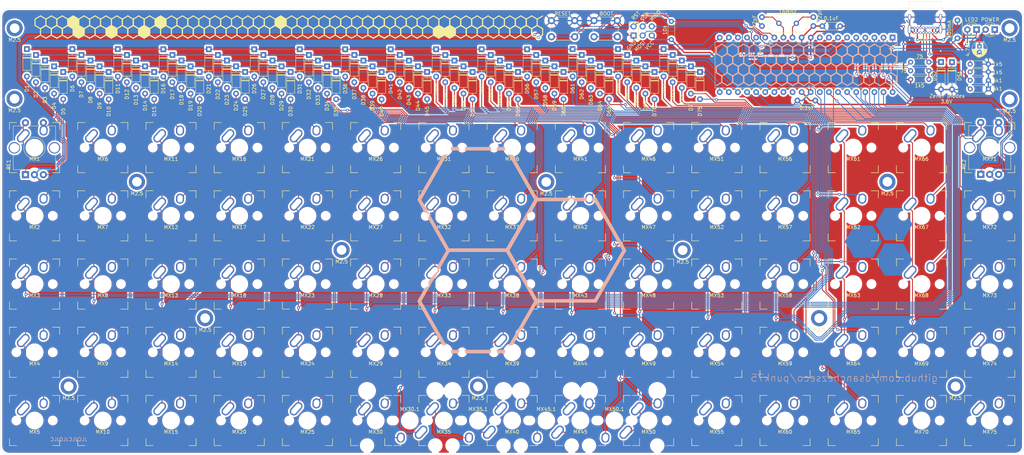
<source format=kicad_pcb>
(kicad_pcb (version 20171130) (host pcbnew "(5.1.6)-1")
  (layers (0 F.Cu signal) (31 B.Cu signal) (34 B.Paste user) (35 F.Paste user) (36 B.SilkS user) (37 F.SilkS user) (38 B.Mask user) (39 F.Mask user) (44 Edge.Cuts user))
  (net 0 "")
  (net 1 GND)
  (net 2 "Net-(C1-Pad1)")
  (net 3 "Net-(C2-Pad1)")
  (net 4 +5V)
  (net 5 ROW0)
  (net 6 "Net-(D2-Pad2)")
  (net 7 "Net-(D3-Pad2)")
  (net 8 "Net-(D4-Pad2)")
  (net 9 "Net-(D5-Pad2)")
  (net 10 "Net-(D6-Pad2)")
  (net 11 "Net-(D7-Pad2)")
  (net 12 "Net-(D8-Pad2)")
  (net 13 "Net-(D9-Pad2)")
  (net 14 "Net-(D10-Pad2)")
  (net 15 "Net-(D11-Pad2)")
  (net 16 "Net-(D12-Pad2)")
  (net 17 "Net-(D13-Pad2)")
  (net 18 "Net-(D14-Pad2)")
  (net 19 "Net-(D15-Pad2)")
  (net 20 "Net-(D16-Pad2)")
  (net 21 ROW1)
  (net 22 "Net-(D17-Pad2)")
  (net 23 "Net-(D18-Pad2)")
  (net 24 "Net-(D19-Pad2)")
  (net 25 "Net-(D20-Pad2)")
  (net 26 "Net-(D21-Pad2)")
  (net 27 "Net-(D22-Pad2)")
  (net 28 "Net-(D23-Pad2)")
  (net 29 "Net-(D24-Pad2)")
  (net 30 "Net-(D25-Pad2)")
  (net 31 "Net-(D26-Pad2)")
  (net 32 "Net-(D27-Pad2)")
  (net 33 "Net-(D28-Pad2)")
  (net 34 "Net-(D29-Pad2)")
  (net 35 "Net-(D30-Pad2)")
  (net 36 "Net-(D31-Pad2)")
  (net 37 ROW2)
  (net 38 "Net-(D32-Pad2)")
  (net 39 "Net-(D33-Pad2)")
  (net 40 "Net-(D34-Pad2)")
  (net 41 "Net-(D35-Pad2)")
  (net 42 "Net-(D36-Pad2)")
  (net 43 "Net-(D37-Pad2)")
  (net 44 "Net-(D38-Pad2)")
  (net 45 "Net-(D39-Pad2)")
  (net 46 "Net-(D40-Pad2)")
  (net 47 "Net-(D41-Pad2)")
  (net 48 "Net-(D42-Pad2)")
  (net 49 "Net-(D43-Pad2)")
  (net 50 "Net-(D44-Pad2)")
  (net 51 "Net-(D45-Pad2)")
  (net 52 "Net-(D46-Pad2)")
  (net 53 ROW3)
  (net 54 "Net-(D47-Pad2)")
  (net 55 "Net-(D48-Pad2)")
  (net 56 "Net-(D49-Pad2)")
  (net 57 "Net-(D50-Pad2)")
  (net 58 "Net-(D51-Pad2)")
  (net 59 "Net-(D52-Pad2)")
  (net 60 "Net-(D53-Pad2)")
  (net 61 "Net-(D54-Pad2)")
  (net 62 "Net-(D55-Pad2)")
  (net 63 "Net-(D56-Pad2)")
  (net 64 "Net-(D57-Pad2)")
  (net 65 "Net-(D58-Pad2)")
  (net 66 "Net-(D59-Pad2)")
  (net 67 "Net-(D60-Pad2)")
  (net 68 "Net-(D61-Pad2)")
  (net 69 ROW4)
  (net 70 "Net-(D62-Pad2)")
  (net 71 "Net-(D63-Pad2)")
  (net 72 "Net-(D64-Pad2)")
  (net 73 "Net-(D65-Pad2)")
  (net 74 "Net-(D66-Pad2)")
  (net 75 "Net-(D67-Pad2)")
  (net 76 "Net-(D68-Pad2)")
  (net 77 "Net-(D69-Pad2)")
  (net 78 "Net-(D70-Pad2)")
  (net 79 "Net-(D72-Pad2)")
  (net 80 "Net-(D73-Pad2)")
  (net 81 "Net-(D74-Pad2)")
  (net 82 "Net-(D75-Pad2)")
  (net 83 D-)
  (net 84 D+)
  (net 85 VCC)
  (net 86 COL0)
  (net 87 COL1)
  (net 88 COL2)
  (net 89 COL3)
  (net 90 COL4)
  (net 91 COL5)
  (net 92 COL6)
  (net 93 COL7)
  (net 94 COL8)
  (net 95 COL9)
  (net 96 COL10)
  (net 97 COL11)
  (net 98 COL12)
  (net 99 COL13)
  (net 100 COL14)
  (net 101 "Net-(U1-Pad32)")
  (net 102 "Net-(U1-Pad29)")
  (net 103 "Net-(DS1-Pad1)")
  (net 104 "Net-(DS2-Pad1)")
  (net 105 RESET)
  (net 106 MOSI)
  (net 107 SCK)
  (net 108 MISO)
  (net 109 "Net-(R2-Pad2)")
  (net 110 "Net-(R4-Pad2)")
  (net 111 BOOT)
  (net 112 "Net-(USB1-PadB8)")
  (net 113 "Net-(USB1-PadA8)")
  (net 114 "Net-(LED1-Pad1)")
  (net 115 LED2)
  (net 116 "Net-(LED2-Pad1)")
  (net 117 ROW_SWITCH1)
  (net 118 ROW_SWITCH2)
  (net 119 R1A)
  (net 120 R1B)
  (net 121 R2A)
  (net 122 R2B)
  (module MX_Alps_Hybrid:MX-1U-NoLED (layer F.Cu) (at 298.45 201.6125)
    (fp_text reference MX59 (at 0 3.175) (layer F.SilkS))
    (fp_text value MX-NoLED)
    (pad 2 thru_hole oval (at 2.52 -4.79 86) (size 2.831378 2.25) (drill oval 2.051378 1.48) (layers *.Cu *.Mask) (net 66 "Net-(D59-Pad2)"))
    (pad 1 thru_hole oval (at -3.16 -3.28 48) (size 4.21 2.25) (drill oval 3.43 1.48) (layers *.Cu *.Mask) (net 97 COL11))
    (pad "" np_thru_hole circle (at 5.08 0 48.0996) (size 1.75 1.75) (drill 1.75) (layers *.Cu *.Mask))
    (pad "" np_thru_hole circle (at -5.08 0 48.0996) (size 1.75 1.75) (drill 1.75) (layers *.Cu *.Mask))
    (pad "" np_thru_hole circle (at 0 0) (size 3.9878 3.9878) (drill 3.9878) (layers *.Cu *.Mask))
  )
  (module MX_Alps_Hybrid:MX-2U-NoLED (layer F.Cu) (at 193.675 220.6625 180)
    (fp_text reference MX30.1 (at 0 3.175) (layer F.SilkS))
    (fp_text value MX-NoLED)
    (pad 2 thru_hole oval (at 2.52 -4.79 266) (size 2.831378 2.25) (drill oval 2.051378 1.48) (layers *.Cu *.Mask) (net 91 COL5))
    (pad 1 thru_hole oval (at -3.16 -3.28 228) (size 4.21 2.25) (drill oval 3.43 1.48) (layers *.Cu *.Mask) (net 35 "Net-(D30-Pad2)"))
    (pad "" np_thru_hole circle (at 11.938 8.255 180) (size 3.9878 3.9878) (drill 3.9878) (layers *.Cu *.Mask))
    (pad "" np_thru_hole circle (at -11.938 8.255 180) (size 3.9878 3.9878) (drill 3.9878) (layers *.Cu *.Mask))
    (pad "" np_thru_hole circle (at 11.938 -6.985 180) (size 3.048 3.048) (drill 3.048) (layers *.Cu *.Mask))
    (pad "" np_thru_hole circle (at -11.938 -6.985 180) (size 3.048 3.048) (drill 3.048) (layers *.Cu *.Mask))
    (pad "" np_thru_hole circle (at 5.08 0 228.0996) (size 1.75 1.75) (drill 1.75) (layers *.Cu *.Mask))
    (pad "" np_thru_hole circle (at -5.08 0 228.0996) (size 1.75 1.75) (drill 1.75) (layers *.Cu *.Mask))
    (pad "" np_thru_hole circle (at 0 0 180) (size 3.9878 3.9878) (drill 3.9878) (layers *.Cu *.Mask))
  )
  (module MX_Alps_Hybrid:MX-2U-NoLED (layer F.Cu) (at 212.725 220.6625 180)
    (fp_text reference MX35.1 (at 0 3.175) (layer F.SilkS))
    (fp_text value MX-NoLED)
    (pad 1 thru_hole oval (at 2.52 -4.79 266) (size 2.831378 2.25) (drill oval 2.051378 1.48) (layers *.Cu *.Mask) (net 92 COL6))
    (pad 2 thru_hole oval (at -3.16 -3.28 228) (size 4.21 2.25) (drill oval 3.43 1.48) (layers *.Cu *.Mask) (net 41 "Net-(D35-Pad2)"))
    (pad "" np_thru_hole circle (at 11.938 8.255 180) (size 3.9878 3.9878) (drill 3.9878) (layers *.Cu *.Mask))
    (pad "" np_thru_hole circle (at -11.938 8.255 180) (size 3.9878 3.9878) (drill 3.9878) (layers *.Cu *.Mask))
    (pad "" np_thru_hole circle (at 11.938 -6.985 180) (size 3.048 3.048) (drill 3.048) (layers *.Cu *.Mask))
    (pad "" np_thru_hole circle (at -11.938 -6.985 180) (size 3.048 3.048) (drill 3.048) (layers *.Cu *.Mask))
    (pad "" np_thru_hole circle (at 5.08 0 228.0996) (size 1.75 1.75) (drill 1.75) (layers *.Cu *.Mask))
    (pad "" np_thru_hole circle (at -5.08 0 228.0996) (size 1.75 1.75) (drill 1.75) (layers *.Cu *.Mask))
    (pad "" np_thru_hole circle (at 0 0 180) (size 3.9878 3.9878) (drill 3.9878) (layers *.Cu *.Mask))
  )
  (module MX_Alps_Hybrid:MX-2U-NoLED (layer F.Cu) (at 231.775 220.6625 180)
    (fp_text reference MX45.1 (at 0 3.175) (layer F.SilkS))
    (fp_text value MX-NoLED)
    (pad 1 thru_hole oval (at 2.52 -4.79 266) (size 2.831378 2.25) (drill oval 2.051378 1.48) (layers *.Cu *.Mask) (net 94 COL8))
    (pad 2 thru_hole oval (at -3.16 -3.28 228) (size 4.21 2.25) (drill oval 3.43 1.48) (layers *.Cu *.Mask) (net 51 "Net-(D45-Pad2)"))
    (pad "" np_thru_hole circle (at 11.938 8.255 180) (size 3.9878 3.9878) (drill 3.9878) (layers *.Cu *.Mask))
    (pad "" np_thru_hole circle (at -11.938 8.255 180) (size 3.9878 3.9878) (drill 3.9878) (layers *.Cu *.Mask))
    (pad "" np_thru_hole circle (at 11.938 -6.985 180) (size 3.048 3.048) (drill 3.048) (layers *.Cu *.Mask))
    (pad "" np_thru_hole circle (at -11.938 -6.985 180) (size 3.048 3.048) (drill 3.048) (layers *.Cu *.Mask))
    (pad "" np_thru_hole circle (at 5.08 0 228.0996) (size 1.75 1.75) (drill 1.75) (layers *.Cu *.Mask))
    (pad "" np_thru_hole circle (at -5.08 0 228.0996) (size 1.75 1.75) (drill 1.75) (layers *.Cu *.Mask))
    (pad "" np_thru_hole circle (at 0 0 180) (size 3.9878 3.9878) (drill 3.9878) (layers *.Cu *.Mask))
  )
  (module Crystal:Crystal_HC49-4H_Vertical (layer F.Cu) (at 296.7355 109.75975)
    (fp_text reference Y1)
    (fp_text value 16MHz (at 2.44 -3.33375) (layer F.SilkS))
    (pad 2 thru_hole circle (at 4.88 0) (size 1.5 1.5) (drill 0.8) (layers *.Cu *.Mask) (net 2 "Net-(C1-Pad1)"))
    (pad 1 thru_hole circle (at 0 0) (size 1.5 1.5) (drill 0.8) (layers *.Cu *.Mask) (net 3 "Net-(C2-Pad1)"))
  )
  (module MX_Alps_Hybrid:MX-2U-NoLED (layer F.Cu) (at 250.825 220.6625 180)
    (fp_text reference MX50.1 (at 0 3.175) (layer F.SilkS))
    (fp_text value MX-NoLED)
    (pad 2 thru_hole oval (at 2.52 -4.79 266) (size 2.831378 2.25) (drill oval 2.051378 1.48) (layers *.Cu *.Mask) (net 57 "Net-(D50-Pad2)"))
    (pad 1 thru_hole oval (at -3.16 -3.28 228) (size 4.21 2.25) (drill oval 3.43 1.48) (layers *.Cu *.Mask) (net 95 COL9))
    (pad "" np_thru_hole circle (at 11.938 8.255 180) (size 3.9878 3.9878) (drill 3.9878) (layers *.Cu *.Mask))
    (pad "" np_thru_hole circle (at -11.938 8.255 180) (size 3.9878 3.9878) (drill 3.9878) (layers *.Cu *.Mask))
    (pad "" np_thru_hole circle (at 11.938 -6.985 180) (size 3.048 3.048) (drill 3.048) (layers *.Cu *.Mask))
    (pad "" np_thru_hole circle (at -11.938 -6.985 180) (size 3.048 3.048) (drill 3.048) (layers *.Cu *.Mask))
    (pad "" np_thru_hole circle (at 5.08 0 228.0996) (size 1.75 1.75) (drill 1.75) (layers *.Cu *.Mask))
    (pad "" np_thru_hole circle (at -5.08 0 228.0996) (size 1.75 1.75) (drill 1.75) (layers *.Cu *.Mask))
    (pad "" np_thru_hole circle (at 0 0 180) (size 3.9878 3.9878) (drill 3.9878) (layers *.Cu *.Mask))
  )
  (module MX_Alps_Hybrid:MX-1U-NoLED (layer F.Cu) (at 241.3 220.6625)
    (fp_text reference MX45 (at 0 3.175) (layer F.SilkS))
    (fp_text value MX-NoLED)
    (pad 2 thru_hole oval (at 2.52 -4.79 86) (size 2.831378 2.25) (drill oval 2.051378 1.48) (layers *.Cu *.Mask) (net 51 "Net-(D45-Pad2)"))
    (pad 1 thru_hole oval (at -3.16 -3.28 48) (size 4.21 2.25) (drill oval 3.43 1.48) (layers *.Cu *.Mask) (net 94 COL8))
    (pad "" np_thru_hole circle (at 5.08 0 48.0996) (size 1.75 1.75) (drill 1.75) (layers *.Cu *.Mask))
    (pad "" np_thru_hole circle (at -5.08 0 48.0996) (size 1.75 1.75) (drill 1.75) (layers *.Cu *.Mask))
    (pad "" np_thru_hole circle (at 0 0) (size 3.9878 3.9878) (drill 3.9878) (layers *.Cu *.Mask))
  )
  (module MX_Alps_Hybrid:MX-1U-NoLED (layer F.Cu) (at 336.55 182.5625)
    (fp_text reference MX68 (at 0 3.175) (layer F.SilkS))
    (fp_text value MX-NoLED)
    (pad 2 thru_hole oval (at 2.52 -4.79 86) (size 2.831378 2.25) (drill oval 2.051378 1.48) (layers *.Cu *.Mask) (net 76 "Net-(D68-Pad2)"))
    (pad 1 thru_hole oval (at -3.16 -3.28 48) (size 4.21 2.25) (drill oval 3.43 1.48) (layers *.Cu *.Mask) (net 99 COL13))
    (pad "" np_thru_hole circle (at 5.08 0 48.0996) (size 1.75 1.75) (drill 1.75) (layers *.Cu *.Mask))
    (pad "" np_thru_hole circle (at -5.08 0 48.0996) (size 1.75 1.75) (drill 1.75) (layers *.Cu *.Mask))
    (pad "" np_thru_hole circle (at 0 0) (size 3.9878 3.9878) (drill 3.9878) (layers *.Cu *.Mask))
  )
  (module MX_Alps_Hybrid:MX-1U-NoLED (layer F.Cu) (at 355.6 220.6625)
    (fp_text reference MX75 (at 0 3.175) (layer F.SilkS))
    (fp_text value MX-NoLED)
    (pad 2 thru_hole oval (at 2.52 -4.79 86) (size 2.831378 2.25) (drill oval 2.051378 1.48) (layers *.Cu *.Mask) (net 82 "Net-(D75-Pad2)"))
    (pad 1 thru_hole oval (at -3.16 -3.28 48) (size 4.21 2.25) (drill oval 3.43 1.48) (layers *.Cu *.Mask) (net 100 COL14))
    (pad "" np_thru_hole circle (at 5.08 0 48.0996) (size 1.75 1.75) (drill 1.75) (layers *.Cu *.Mask))
    (pad "" np_thru_hole circle (at -5.08 0 48.0996) (size 1.75 1.75) (drill 1.75) (layers *.Cu *.Mask))
    (pad "" np_thru_hole circle (at 0 0) (size 3.9878 3.9878) (drill 3.9878) (layers *.Cu *.Mask))
  )
  (module MX_Alps_Hybrid:MX-1U-NoLED (layer F.Cu) (at 355.6 201.6125)
    (fp_text reference MX74 (at 0 3.175) (layer F.SilkS))
    (fp_text value MX-NoLED)
    (pad 2 thru_hole oval (at 2.52 -4.79 86) (size 2.831378 2.25) (drill oval 2.051378 1.48) (layers *.Cu *.Mask) (net 81 "Net-(D74-Pad2)"))
    (pad 1 thru_hole oval (at -3.16 -3.28 48) (size 4.21 2.25) (drill oval 3.43 1.48) (layers *.Cu *.Mask) (net 100 COL14))
    (pad "" np_thru_hole circle (at 5.08 0 48.0996) (size 1.75 1.75) (drill 1.75) (layers *.Cu *.Mask))
    (pad "" np_thru_hole circle (at -5.08 0 48.0996) (size 1.75 1.75) (drill 1.75) (layers *.Cu *.Mask))
    (pad "" np_thru_hole circle (at 0 0) (size 3.9878 3.9878) (drill 3.9878) (layers *.Cu *.Mask))
  )
  (module MX_Alps_Hybrid:MX-1U-NoLED (layer F.Cu) (at 355.6 182.5625)
    (fp_text reference MX73 (at 0 3.175) (layer F.SilkS))
    (fp_text value MX-NoLED)
    (pad 2 thru_hole oval (at 2.52 -4.79 86) (size 2.831378 2.25) (drill oval 2.051378 1.48) (layers *.Cu *.Mask) (net 80 "Net-(D73-Pad2)"))
    (pad 1 thru_hole oval (at -3.16 -3.28 48) (size 4.21 2.25) (drill oval 3.43 1.48) (layers *.Cu *.Mask) (net 100 COL14))
    (pad "" np_thru_hole circle (at 5.08 0 48.0996) (size 1.75 1.75) (drill 1.75) (layers *.Cu *.Mask))
    (pad "" np_thru_hole circle (at -5.08 0 48.0996) (size 1.75 1.75) (drill 1.75) (layers *.Cu *.Mask))
    (pad "" np_thru_hole circle (at 0 0) (size 3.9878 3.9878) (drill 3.9878) (layers *.Cu *.Mask))
  )
  (module MX_Alps_Hybrid:MX-1U-NoLED (layer F.Cu) (at 355.6 163.5125)
    (fp_text reference MX72 (at 0 3.175) (layer F.SilkS))
    (fp_text value MX-NoLED)
    (pad 2 thru_hole oval (at 2.52 -4.79 86) (size 2.831378 2.25) (drill oval 2.051378 1.48) (layers *.Cu *.Mask) (net 79 "Net-(D72-Pad2)"))
    (pad 1 thru_hole oval (at -3.16 -3.28 48) (size 4.21 2.25) (drill oval 3.43 1.48) (layers *.Cu *.Mask) (net 100 COL14))
    (pad "" np_thru_hole circle (at 5.08 0 48.0996) (size 1.75 1.75) (drill 1.75) (layers *.Cu *.Mask))
    (pad "" np_thru_hole circle (at -5.08 0 48.0996) (size 1.75 1.75) (drill 1.75) (layers *.Cu *.Mask))
    (pad "" np_thru_hole circle (at 0 0) (size 3.9878 3.9878) (drill 3.9878) (layers *.Cu *.Mask))
  )
  (module MX_Alps_Hybrid:MX-1U-NoLED (layer F.Cu) (at 355.6 144.4625)
    (fp_text reference MX71 (at 0 3.175) (layer F.SilkS))
    (fp_text value MX-NoLED)
    (pad 2 thru_hole oval (at 2.52 -4.79 86) (size 2.831378 2.25) (drill oval 2.051378 1.48) (layers *.Cu *.Mask) (net 118 ROW_SWITCH2))
    (pad 1 thru_hole oval (at -3.16 -3.28 48) (size 4.21 2.25) (drill oval 3.43 1.48) (layers *.Cu *.Mask) (net 100 COL14))
    (pad "" np_thru_hole circle (at 5.08 0 48.0996) (size 1.75 1.75) (drill 1.75) (layers *.Cu *.Mask))
    (pad "" np_thru_hole circle (at -5.08 0 48.0996) (size 1.75 1.75) (drill 1.75) (layers *.Cu *.Mask))
    (pad "" np_thru_hole circle (at 0 0) (size 3.9878 3.9878) (drill 3.9878) (layers *.Cu *.Mask))
  )
  (module MX_Alps_Hybrid:MX-1U-NoLED (layer F.Cu) (at 336.55 220.6625)
    (fp_text reference MX70 (at 0 3.175) (layer F.SilkS))
    (fp_text value MX-NoLED)
    (pad 2 thru_hole oval (at 2.52 -4.79 86) (size 2.831378 2.25) (drill oval 2.051378 1.48) (layers *.Cu *.Mask) (net 78 "Net-(D70-Pad2)"))
    (pad 1 thru_hole oval (at -3.16 -3.28 48) (size 4.21 2.25) (drill oval 3.43 1.48) (layers *.Cu *.Mask) (net 99 COL13))
    (pad "" np_thru_hole circle (at 5.08 0 48.0996) (size 1.75 1.75) (drill 1.75) (layers *.Cu *.Mask))
    (pad "" np_thru_hole circle (at -5.08 0 48.0996) (size 1.75 1.75) (drill 1.75) (layers *.Cu *.Mask))
    (pad "" np_thru_hole circle (at 0 0) (size 3.9878 3.9878) (drill 3.9878) (layers *.Cu *.Mask))
  )
  (module MX_Alps_Hybrid:MX-1U-NoLED (layer F.Cu) (at 336.55 201.6125)
    (fp_text reference MX69 (at 0 3.175) (layer F.SilkS))
    (fp_text value MX-NoLED)
    (pad 2 thru_hole oval (at 2.52 -4.79 86) (size 2.831378 2.25) (drill oval 2.051378 1.48) (layers *.Cu *.Mask) (net 77 "Net-(D69-Pad2)"))
    (pad 1 thru_hole oval (at -3.16 -3.28 48) (size 4.21 2.25) (drill oval 3.43 1.48) (layers *.Cu *.Mask) (net 99 COL13))
    (pad "" np_thru_hole circle (at 5.08 0 48.0996) (size 1.75 1.75) (drill 1.75) (layers *.Cu *.Mask))
    (pad "" np_thru_hole circle (at -5.08 0 48.0996) (size 1.75 1.75) (drill 1.75) (layers *.Cu *.Mask))
    (pad "" np_thru_hole circle (at 0 0) (size 3.9878 3.9878) (drill 3.9878) (layers *.Cu *.Mask))
  )
  (module MX_Alps_Hybrid:MX-1U-NoLED (layer F.Cu) (at 336.55 163.5125)
    (fp_text reference MX67 (at 0 3.175) (layer F.SilkS))
    (fp_text value MX-NoLED)
    (pad 2 thru_hole oval (at 2.52 -4.79 86) (size 2.831378 2.25) (drill oval 2.051378 1.48) (layers *.Cu *.Mask) (net 75 "Net-(D67-Pad2)"))
    (pad 1 thru_hole oval (at -3.16 -3.28 48) (size 4.21 2.25) (drill oval 3.43 1.48) (layers *.Cu *.Mask) (net 99 COL13))
    (pad "" np_thru_hole circle (at 5.08 0 48.0996) (size 1.75 1.75) (drill 1.75) (layers *.Cu *.Mask))
    (pad "" np_thru_hole circle (at -5.08 0 48.0996) (size 1.75 1.75) (drill 1.75) (layers *.Cu *.Mask))
    (pad "" np_thru_hole circle (at 0 0) (size 3.9878 3.9878) (drill 3.9878) (layers *.Cu *.Mask))
  )
  (module MX_Alps_Hybrid:MX-1U-NoLED (layer F.Cu) (at 336.55 144.4625)
    (fp_text reference MX66 (at 0 3.175) (layer F.SilkS))
    (fp_text value MX-NoLED)
    (pad 2 thru_hole oval (at 2.52 -4.79 86) (size 2.831378 2.25) (drill oval 2.051378 1.48) (layers *.Cu *.Mask) (net 74 "Net-(D66-Pad2)"))
    (pad 1 thru_hole oval (at -3.16 -3.28 48) (size 4.21 2.25) (drill oval 3.43 1.48) (layers *.Cu *.Mask) (net 99 COL13))
    (pad "" np_thru_hole circle (at 5.08 0 48.0996) (size 1.75 1.75) (drill 1.75) (layers *.Cu *.Mask))
    (pad "" np_thru_hole circle (at -5.08 0 48.0996) (size 1.75 1.75) (drill 1.75) (layers *.Cu *.Mask))
    (pad "" np_thru_hole circle (at 0 0) (size 3.9878 3.9878) (drill 3.9878) (layers *.Cu *.Mask))
  )
  (module MX_Alps_Hybrid:MX-1U-NoLED (layer F.Cu) (at 317.5 220.6625)
    (fp_text reference MX65 (at 0 3.175) (layer F.SilkS))
    (fp_text value MX-NoLED)
    (pad 2 thru_hole oval (at 2.52 -4.79 86) (size 2.831378 2.25) (drill oval 2.051378 1.48) (layers *.Cu *.Mask) (net 73 "Net-(D65-Pad2)"))
    (pad 1 thru_hole oval (at -3.16 -3.28 48) (size 4.21 2.25) (drill oval 3.43 1.48) (layers *.Cu *.Mask) (net 98 COL12))
    (pad "" np_thru_hole circle (at 5.08 0 48.0996) (size 1.75 1.75) (drill 1.75) (layers *.Cu *.Mask))
    (pad "" np_thru_hole circle (at -5.08 0 48.0996) (size 1.75 1.75) (drill 1.75) (layers *.Cu *.Mask))
    (pad "" np_thru_hole circle (at 0 0) (size 3.9878 3.9878) (drill 3.9878) (layers *.Cu *.Mask))
  )
  (module MX_Alps_Hybrid:MX-1U-NoLED (layer F.Cu) (at 317.5 201.6125)
    (fp_text reference MX64 (at 0 3.175) (layer F.SilkS))
    (fp_text value MX-NoLED)
    (pad 2 thru_hole oval (at 2.52 -4.79 86) (size 2.831378 2.25) (drill oval 2.051378 1.48) (layers *.Cu *.Mask) (net 72 "Net-(D64-Pad2)"))
    (pad 1 thru_hole oval (at -3.16 -3.28 48) (size 4.21 2.25) (drill oval 3.43 1.48) (layers *.Cu *.Mask) (net 98 COL12))
    (pad "" np_thru_hole circle (at 5.08 0 48.0996) (size 1.75 1.75) (drill 1.75) (layers *.Cu *.Mask))
    (pad "" np_thru_hole circle (at -5.08 0 48.0996) (size 1.75 1.75) (drill 1.75) (layers *.Cu *.Mask))
    (pad "" np_thru_hole circle (at 0 0) (size 3.9878 3.9878) (drill 3.9878) (layers *.Cu *.Mask))
  )
  (module MX_Alps_Hybrid:MX-1U-NoLED (layer F.Cu) (at 317.5 182.5625)
    (fp_text reference MX63 (at 0 3.175) (layer F.SilkS))
    (fp_text value MX-NoLED)
    (pad 2 thru_hole oval (at 2.52 -4.79 86) (size 2.831378 2.25) (drill oval 2.051378 1.48) (layers *.Cu *.Mask) (net 71 "Net-(D63-Pad2)"))
    (pad 1 thru_hole oval (at -3.16 -3.28 48) (size 4.21 2.25) (drill oval 3.43 1.48) (layers *.Cu *.Mask) (net 98 COL12))
    (pad "" np_thru_hole circle (at 5.08 0 48.0996) (size 1.75 1.75) (drill 1.75) (layers *.Cu *.Mask))
    (pad "" np_thru_hole circle (at -5.08 0 48.0996) (size 1.75 1.75) (drill 1.75) (layers *.Cu *.Mask))
    (pad "" np_thru_hole circle (at 0 0) (size 3.9878 3.9878) (drill 3.9878) (layers *.Cu *.Mask))
  )
  (module MX_Alps_Hybrid:MX-1U-NoLED (layer F.Cu) (at 317.5 163.5125)
    (fp_text reference MX62 (at 0 3.175) (layer F.SilkS))
    (fp_text value MX-NoLED)
    (pad 2 thru_hole oval (at 2.52 -4.79 86) (size 2.831378 2.25) (drill oval 2.051378 1.48) (layers *.Cu *.Mask) (net 70 "Net-(D62-Pad2)"))
    (pad 1 thru_hole oval (at -3.16 -3.28 48) (size 4.21 2.25) (drill oval 3.43 1.48) (layers *.Cu *.Mask) (net 98 COL12))
    (pad "" np_thru_hole circle (at 5.08 0 48.0996) (size 1.75 1.75) (drill 1.75) (layers *.Cu *.Mask))
    (pad "" np_thru_hole circle (at -5.08 0 48.0996) (size 1.75 1.75) (drill 1.75) (layers *.Cu *.Mask))
    (pad "" np_thru_hole circle (at 0 0) (size 3.9878 3.9878) (drill 3.9878) (layers *.Cu *.Mask))
  )
  (module MX_Alps_Hybrid:MX-1U-NoLED (layer F.Cu) (at 317.5 144.4625)
    (fp_text reference MX61 (at 0 3.175) (layer F.SilkS))
    (fp_text value MX-NoLED)
    (pad 2 thru_hole oval (at 2.52 -4.79 86) (size 2.831378 2.25) (drill oval 2.051378 1.48) (layers *.Cu *.Mask) (net 68 "Net-(D61-Pad2)"))
    (pad 1 thru_hole oval (at -3.16 -3.28 48) (size 4.21 2.25) (drill oval 3.43 1.48) (layers *.Cu *.Mask) (net 98 COL12))
    (pad "" np_thru_hole circle (at 5.08 0 48.0996) (size 1.75 1.75) (drill 1.75) (layers *.Cu *.Mask))
    (pad "" np_thru_hole circle (at -5.08 0 48.0996) (size 1.75 1.75) (drill 1.75) (layers *.Cu *.Mask))
    (pad "" np_thru_hole circle (at 0 0) (size 3.9878 3.9878) (drill 3.9878) (layers *.Cu *.Mask))
  )
  (module MX_Alps_Hybrid:MX-1U-NoLED (layer F.Cu) (at 298.45 220.6625)
    (fp_text reference MX60 (at 0 3.175) (layer F.SilkS))
    (fp_text value MX-NoLED)
    (pad 2 thru_hole oval (at 2.52 -4.79 86) (size 2.831378 2.25) (drill oval 2.051378 1.48) (layers *.Cu *.Mask) (net 67 "Net-(D60-Pad2)"))
    (pad 1 thru_hole oval (at -3.16 -3.28 48) (size 4.21 2.25) (drill oval 3.43 1.48) (layers *.Cu *.Mask) (net 97 COL11))
    (pad "" np_thru_hole circle (at 5.08 0 48.0996) (size 1.75 1.75) (drill 1.75) (layers *.Cu *.Mask))
    (pad "" np_thru_hole circle (at -5.08 0 48.0996) (size 1.75 1.75) (drill 1.75) (layers *.Cu *.Mask))
    (pad "" np_thru_hole circle (at 0 0) (size 3.9878 3.9878) (drill 3.9878) (layers *.Cu *.Mask))
  )
  (module MX_Alps_Hybrid:MX-1U-NoLED (layer F.Cu) (at 298.45 182.5625)
    (fp_text reference MX58 (at 0 3.175) (layer F.SilkS))
    (fp_text value MX-NoLED)
    (pad 2 thru_hole oval (at 2.52 -4.79 86) (size 2.831378 2.25) (drill oval 2.051378 1.48) (layers *.Cu *.Mask) (net 65 "Net-(D58-Pad2)"))
    (pad 1 thru_hole oval (at -3.16 -3.28 48) (size 4.21 2.25) (drill oval 3.43 1.48) (layers *.Cu *.Mask) (net 97 COL11))
    (pad "" np_thru_hole circle (at 5.08 0 48.0996) (size 1.75 1.75) (drill 1.75) (layers *.Cu *.Mask))
    (pad "" np_thru_hole circle (at -5.08 0 48.0996) (size 1.75 1.75) (drill 1.75) (layers *.Cu *.Mask))
    (pad "" np_thru_hole circle (at 0 0) (size 3.9878 3.9878) (drill 3.9878) (layers *.Cu *.Mask))
  )
  (module MX_Alps_Hybrid:MX-1U-NoLED (layer F.Cu) (at 298.45 163.5125)
    (fp_text reference MX57 (at 0 3.175) (layer F.SilkS))
    (fp_text value MX-NoLED)
    (pad 2 thru_hole oval (at 2.52 -4.79 86) (size 2.831378 2.25) (drill oval 2.051378 1.48) (layers *.Cu *.Mask) (net 64 "Net-(D57-Pad2)"))
    (pad 1 thru_hole oval (at -3.16 -3.28 48) (size 4.21 2.25) (drill oval 3.43 1.48) (layers *.Cu *.Mask) (net 97 COL11))
    (pad "" np_thru_hole circle (at 5.08 0 48.0996) (size 1.75 1.75) (drill 1.75) (layers *.Cu *.Mask))
    (pad "" np_thru_hole circle (at -5.08 0 48.0996) (size 1.75 1.75) (drill 1.75) (layers *.Cu *.Mask))
    (pad "" np_thru_hole circle (at 0 0) (size 3.9878 3.9878) (drill 3.9878) (layers *.Cu *.Mask))
  )
  (module MX_Alps_Hybrid:MX-1U-NoLED (layer F.Cu) (at 298.45 144.4625)
    (fp_text reference MX56 (at 0 3.175) (layer F.SilkS))
    (fp_text value MX-NoLED)
    (pad 2 thru_hole oval (at 2.52 -4.79 86) (size 2.831378 2.25) (drill oval 2.051378 1.48) (layers *.Cu *.Mask) (net 63 "Net-(D56-Pad2)"))
    (pad 1 thru_hole oval (at -3.16 -3.28 48) (size 4.21 2.25) (drill oval 3.43 1.48) (layers *.Cu *.Mask) (net 97 COL11))
    (pad "" np_thru_hole circle (at 5.08 0 48.0996) (size 1.75 1.75) (drill 1.75) (layers *.Cu *.Mask))
    (pad "" np_thru_hole circle (at -5.08 0 48.0996) (size 1.75 1.75) (drill 1.75) (layers *.Cu *.Mask))
    (pad "" np_thru_hole circle (at 0 0) (size 3.9878 3.9878) (drill 3.9878) (layers *.Cu *.Mask))
  )
  (module MX_Alps_Hybrid:MX-1U-NoLED (layer F.Cu) (at 279.4 220.6625)
    (fp_text reference MX55 (at 0 3.175) (layer F.SilkS))
    (fp_text value MX-NoLED)
    (pad 2 thru_hole oval (at 2.52 -4.79 86) (size 2.831378 2.25) (drill oval 2.051378 1.48) (layers *.Cu *.Mask) (net 62 "Net-(D55-Pad2)"))
    (pad 1 thru_hole oval (at -3.16 -3.28 48) (size 4.21 2.25) (drill oval 3.43 1.48) (layers *.Cu *.Mask) (net 96 COL10))
    (pad "" np_thru_hole circle (at 5.08 0 48.0996) (size 1.75 1.75) (drill 1.75) (layers *.Cu *.Mask))
    (pad "" np_thru_hole circle (at -5.08 0 48.0996) (size 1.75 1.75) (drill 1.75) (layers *.Cu *.Mask))
    (pad "" np_thru_hole circle (at 0 0) (size 3.9878 3.9878) (drill 3.9878) (layers *.Cu *.Mask))
  )
  (module MX_Alps_Hybrid:MX-1U-NoLED (layer F.Cu) (at 279.4 201.6125)
    (fp_text reference MX54 (at 0 3.175) (layer F.SilkS))
    (fp_text value MX-NoLED)
    (pad 2 thru_hole oval (at 2.52 -4.79 86) (size 2.831378 2.25) (drill oval 2.051378 1.48) (layers *.Cu *.Mask) (net 61 "Net-(D54-Pad2)"))
    (pad 1 thru_hole oval (at -3.16 -3.28 48) (size 4.21 2.25) (drill oval 3.43 1.48) (layers *.Cu *.Mask) (net 96 COL10))
    (pad "" np_thru_hole circle (at 5.08 0 48.0996) (size 1.75 1.75) (drill 1.75) (layers *.Cu *.Mask))
    (pad "" np_thru_hole circle (at -5.08 0 48.0996) (size 1.75 1.75) (drill 1.75) (layers *.Cu *.Mask))
    (pad "" np_thru_hole circle (at 0 0) (size 3.9878 3.9878) (drill 3.9878) (layers *.Cu *.Mask))
  )
  (module MX_Alps_Hybrid:MX-1U-NoLED (layer F.Cu) (at 279.4 182.5625)
    (fp_text reference MX53 (at 0 3.175) (layer F.SilkS))
    (fp_text value MX-NoLED)
    (pad 2 thru_hole oval (at 2.52 -4.79 86) (size 2.831378 2.25) (drill oval 2.051378 1.48) (layers *.Cu *.Mask) (net 60 "Net-(D53-Pad2)"))
    (pad 1 thru_hole oval (at -3.16 -3.28 48) (size 4.21 2.25) (drill oval 3.43 1.48) (layers *.Cu *.Mask) (net 96 COL10))
    (pad "" np_thru_hole circle (at 5.08 0 48.0996) (size 1.75 1.75) (drill 1.75) (layers *.Cu *.Mask))
    (pad "" np_thru_hole circle (at -5.08 0 48.0996) (size 1.75 1.75) (drill 1.75) (layers *.Cu *.Mask))
    (pad "" np_thru_hole circle (at 0 0) (size 3.9878 3.9878) (drill 3.9878) (layers *.Cu *.Mask))
  )
  (module MX_Alps_Hybrid:MX-1U-NoLED (layer F.Cu) (at 279.4 163.5125)
    (fp_text reference MX52 (at 0 3.175) (layer F.SilkS))
    (fp_text value MX-NoLED)
    (pad 2 thru_hole oval (at 2.52 -4.79 86) (size 2.831378 2.25) (drill oval 2.051378 1.48) (layers *.Cu *.Mask) (net 59 "Net-(D52-Pad2)"))
    (pad 1 thru_hole oval (at -3.16 -3.28 48) (size 4.21 2.25) (drill oval 3.43 1.48) (layers *.Cu *.Mask) (net 96 COL10))
    (pad "" np_thru_hole circle (at 5.08 0 48.0996) (size 1.75 1.75) (drill 1.75) (layers *.Cu *.Mask))
    (pad "" np_thru_hole circle (at -5.08 0 48.0996) (size 1.75 1.75) (drill 1.75) (layers *.Cu *.Mask))
    (pad "" np_thru_hole circle (at 0 0) (size 3.9878 3.9878) (drill 3.9878) (layers *.Cu *.Mask))
  )
  (module MX_Alps_Hybrid:MX-1U-NoLED (layer F.Cu) (at 279.4 144.4625)
    (fp_text reference MX51 (at 0 3.175) (layer F.SilkS))
    (fp_text value MX-NoLED)
    (pad 2 thru_hole oval (at 2.52 -4.79 86) (size 2.831378 2.25) (drill oval 2.051378 1.48) (layers *.Cu *.Mask) (net 58 "Net-(D51-Pad2)"))
    (pad 1 thru_hole oval (at -3.16 -3.28 48) (size 4.21 2.25) (drill oval 3.43 1.48) (layers *.Cu *.Mask) (net 96 COL10))
    (pad "" np_thru_hole circle (at 5.08 0 48.0996) (size 1.75 1.75) (drill 1.75) (layers *.Cu *.Mask))
    (pad "" np_thru_hole circle (at -5.08 0 48.0996) (size 1.75 1.75) (drill 1.75) (layers *.Cu *.Mask))
    (pad "" np_thru_hole circle (at 0 0) (size 3.9878 3.9878) (drill 3.9878) (layers *.Cu *.Mask))
  )
  (module MX_Alps_Hybrid:MX-1U-NoLED (layer F.Cu) (at 260.35 220.6625)
    (fp_text reference MX50 (at 0 3.175) (layer F.SilkS))
    (fp_text value MX-NoLED)
    (pad 2 thru_hole oval (at 2.52 -4.79 86) (size 2.831378 2.25) (drill oval 2.051378 1.48) (layers *.Cu *.Mask) (net 57 "Net-(D50-Pad2)"))
    (pad 1 thru_hole oval (at -3.16 -3.28 48) (size 4.21 2.25) (drill oval 3.43 1.48) (layers *.Cu *.Mask) (net 95 COL9))
    (pad "" np_thru_hole circle (at 5.08 0 48.0996) (size 1.75 1.75) (drill 1.75) (layers *.Cu *.Mask))
    (pad "" np_thru_hole circle (at -5.08 0 48.0996) (size 1.75 1.75) (drill 1.75) (layers *.Cu *.Mask))
    (pad "" np_thru_hole circle (at 0 0) (size 3.9878 3.9878) (drill 3.9878) (layers *.Cu *.Mask))
  )
  (module MX_Alps_Hybrid:MX-1U-NoLED (layer F.Cu) (at 260.35 201.6125)
    (fp_text reference MX49 (at 0 3.175) (layer F.SilkS))
    (fp_text value MX-NoLED)
    (pad 2 thru_hole oval (at 2.52 -4.79 86) (size 2.831378 2.25) (drill oval 2.051378 1.48) (layers *.Cu *.Mask) (net 56 "Net-(D49-Pad2)"))
    (pad 1 thru_hole oval (at -3.16 -3.28 48) (size 4.21 2.25) (drill oval 3.43 1.48) (layers *.Cu *.Mask) (net 95 COL9))
    (pad "" np_thru_hole circle (at 5.08 0 48.0996) (size 1.75 1.75) (drill 1.75) (layers *.Cu *.Mask))
    (pad "" np_thru_hole circle (at -5.08 0 48.0996) (size 1.75 1.75) (drill 1.75) (layers *.Cu *.Mask))
    (pad "" np_thru_hole circle (at 0 0) (size 3.9878 3.9878) (drill 3.9878) (layers *.Cu *.Mask))
  )
  (module MX_Alps_Hybrid:MX-1U-NoLED (layer F.Cu) (at 260.35 182.5625)
    (fp_text reference MX48 (at 0 3.175) (layer F.SilkS))
    (fp_text value MX-NoLED)
    (pad 2 thru_hole oval (at 2.52 -4.79 86) (size 2.831378 2.25) (drill oval 2.051378 1.48) (layers *.Cu *.Mask) (net 55 "Net-(D48-Pad2)"))
    (pad 1 thru_hole oval (at -3.16 -3.28 48) (size 4.21 2.25) (drill oval 3.43 1.48) (layers *.Cu *.Mask) (net 95 COL9))
    (pad "" np_thru_hole circle (at 5.08 0 48.0996) (size 1.75 1.75) (drill 1.75) (layers *.Cu *.Mask))
    (pad "" np_thru_hole circle (at -5.08 0 48.0996) (size 1.75 1.75) (drill 1.75) (layers *.Cu *.Mask))
    (pad "" np_thru_hole circle (at 0 0) (size 3.9878 3.9878) (drill 3.9878) (layers *.Cu *.Mask))
  )
  (module MX_Alps_Hybrid:MX-1U-NoLED (layer F.Cu) (at 260.35 163.5125)
    (fp_text reference MX47 (at 0 3.175) (layer F.SilkS))
    (fp_text value MX-NoLED)
    (pad 2 thru_hole oval (at 2.52 -4.79 86) (size 2.831378 2.25) (drill oval 2.051378 1.48) (layers *.Cu *.Mask) (net 54 "Net-(D47-Pad2)"))
    (pad 1 thru_hole oval (at -3.16 -3.28 48) (size 4.21 2.25) (drill oval 3.43 1.48) (layers *.Cu *.Mask) (net 95 COL9))
    (pad "" np_thru_hole circle (at 5.08 0 48.0996) (size 1.75 1.75) (drill 1.75) (layers *.Cu *.Mask))
    (pad "" np_thru_hole circle (at -5.08 0 48.0996) (size 1.75 1.75) (drill 1.75) (layers *.Cu *.Mask))
    (pad "" np_thru_hole circle (at 0 0) (size 3.9878 3.9878) (drill 3.9878) (layers *.Cu *.Mask))
  )
  (module MX_Alps_Hybrid:MX-1U-NoLED (layer F.Cu) (at 260.35 144.4625)
    (fp_text reference MX46 (at 0 3.175) (layer F.SilkS))
    (fp_text value MX-NoLED)
    (pad 2 thru_hole oval (at 2.52 -4.79 86) (size 2.831378 2.25) (drill oval 2.051378 1.48) (layers *.Cu *.Mask) (net 52 "Net-(D46-Pad2)"))
    (pad 1 thru_hole oval (at -3.16 -3.28 48) (size 4.21 2.25) (drill oval 3.43 1.48) (layers *.Cu *.Mask) (net 95 COL9))
    (pad "" np_thru_hole circle (at 5.08 0 48.0996) (size 1.75 1.75) (drill 1.75) (layers *.Cu *.Mask))
    (pad "" np_thru_hole circle (at -5.08 0 48.0996) (size 1.75 1.75) (drill 1.75) (layers *.Cu *.Mask))
    (pad "" np_thru_hole circle (at 0 0) (size 3.9878 3.9878) (drill 3.9878) (layers *.Cu *.Mask))
  )
  (module MX_Alps_Hybrid:MX-1U-NoLED (layer F.Cu) (at 241.3 201.6125)
    (fp_text reference MX44 (at 0 3.175) (layer F.SilkS))
    (fp_text value MX-NoLED)
    (pad 2 thru_hole oval (at 2.52 -4.79 86) (size 2.831378 2.25) (drill oval 2.051378 1.48) (layers *.Cu *.Mask) (net 50 "Net-(D44-Pad2)"))
    (pad 1 thru_hole oval (at -3.16 -3.28 48) (size 4.21 2.25) (drill oval 3.43 1.48) (layers *.Cu *.Mask) (net 94 COL8))
    (pad "" np_thru_hole circle (at 5.08 0 48.0996) (size 1.75 1.75) (drill 1.75) (layers *.Cu *.Mask))
    (pad "" np_thru_hole circle (at -5.08 0 48.0996) (size 1.75 1.75) (drill 1.75) (layers *.Cu *.Mask))
    (pad "" np_thru_hole circle (at 0 0) (size 3.9878 3.9878) (drill 3.9878) (layers *.Cu *.Mask))
  )
  (module MX_Alps_Hybrid:MX-1U-NoLED (layer F.Cu) (at 241.3 182.5625)
    (fp_text reference MX43 (at 0 3.175) (layer F.SilkS))
    (fp_text value MX-NoLED)
    (pad 2 thru_hole oval (at 2.52 -4.79 86) (size 2.831378 2.25) (drill oval 2.051378 1.48) (layers *.Cu *.Mask) (net 49 "Net-(D43-Pad2)"))
    (pad 1 thru_hole oval (at -3.16 -3.28 48) (size 4.21 2.25) (drill oval 3.43 1.48) (layers *.Cu *.Mask) (net 94 COL8))
    (pad "" np_thru_hole circle (at 5.08 0 48.0996) (size 1.75 1.75) (drill 1.75) (layers *.Cu *.Mask))
    (pad "" np_thru_hole circle (at -5.08 0 48.0996) (size 1.75 1.75) (drill 1.75) (layers *.Cu *.Mask))
    (pad "" np_thru_hole circle (at 0 0) (size 3.9878 3.9878) (drill 3.9878) (layers *.Cu *.Mask))
  )
  (module MX_Alps_Hybrid:MX-1U-NoLED (layer F.Cu) (at 241.3 163.5125)
    (fp_text reference MX42 (at 0 3.175) (layer F.SilkS))
    (fp_text value MX-NoLED)
    (pad 2 thru_hole oval (at 2.52 -4.79 86) (size 2.831378 2.25) (drill oval 2.051378 1.48) (layers *.Cu *.Mask) (net 48 "Net-(D42-Pad2)"))
    (pad 1 thru_hole oval (at -3.16 -3.28 48) (size 4.21 2.25) (drill oval 3.43 1.48) (layers *.Cu *.Mask) (net 94 COL8))
    (pad "" np_thru_hole circle (at 5.08 0 48.0996) (size 1.75 1.75) (drill 1.75) (layers *.Cu *.Mask))
    (pad "" np_thru_hole circle (at -5.08 0 48.0996) (size 1.75 1.75) (drill 1.75) (layers *.Cu *.Mask))
    (pad "" np_thru_hole circle (at 0 0) (size 3.9878 3.9878) (drill 3.9878) (layers *.Cu *.Mask))
  )
  (module MX_Alps_Hybrid:MX-1U-NoLED (layer F.Cu) (at 241.3 144.4625)
    (fp_text reference MX41 (at 0 3.175) (layer F.SilkS))
    (fp_text value MX-NoLED)
    (pad 2 thru_hole oval (at 2.52 -4.79 86) (size 2.831378 2.25) (drill oval 2.051378 1.48) (layers *.Cu *.Mask) (net 47 "Net-(D41-Pad2)"))
    (pad 1 thru_hole oval (at -3.16 -3.28 48) (size 4.21 2.25) (drill oval 3.43 1.48) (layers *.Cu *.Mask) (net 94 COL8))
    (pad "" np_thru_hole circle (at 5.08 0 48.0996) (size 1.75 1.75) (drill 1.75) (layers *.Cu *.Mask))
    (pad "" np_thru_hole circle (at -5.08 0 48.0996) (size 1.75 1.75) (drill 1.75) (layers *.Cu *.Mask))
    (pad "" np_thru_hole circle (at 0 0) (size 3.9878 3.9878) (drill 3.9878) (layers *.Cu *.Mask))
  )
  (module MX_Alps_Hybrid:MX-1U-NoLED (layer F.Cu) (at 222.25 220.6625)
    (fp_text reference MX40 (at 0 3.175) (layer F.SilkS))
    (fp_text value MX-NoLED)
    (pad 2 thru_hole oval (at 2.52 -4.79 86) (size 2.831378 2.25) (drill oval 2.051378 1.48) (layers *.Cu *.Mask) (net 46 "Net-(D40-Pad2)"))
    (pad 1 thru_hole oval (at -3.16 -3.28 48) (size 4.21 2.25) (drill oval 3.43 1.48) (layers *.Cu *.Mask) (net 93 COL7))
    (pad "" np_thru_hole circle (at 5.08 0 48.0996) (size 1.75 1.75) (drill 1.75) (layers *.Cu *.Mask))
    (pad "" np_thru_hole circle (at -5.08 0 48.0996) (size 1.75 1.75) (drill 1.75) (layers *.Cu *.Mask))
    (pad "" np_thru_hole circle (at 0 0) (size 3.9878 3.9878) (drill 3.9878) (layers *.Cu *.Mask))
  )
  (module MX_Alps_Hybrid:MX-1U-NoLED (layer F.Cu) (at 222.25 201.6125)
    (fp_text reference MX39 (at 0 3.175) (layer F.SilkS))
    (fp_text value MX-NoLED)
    (pad 2 thru_hole oval (at 2.52 -4.79 86) (size 2.831378 2.25) (drill oval 2.051378 1.48) (layers *.Cu *.Mask) (net 45 "Net-(D39-Pad2)"))
    (pad 1 thru_hole oval (at -3.16 -3.28 48) (size 4.21 2.25) (drill oval 3.43 1.48) (layers *.Cu *.Mask) (net 93 COL7))
    (pad "" np_thru_hole circle (at 5.08 0 48.0996) (size 1.75 1.75) (drill 1.75) (layers *.Cu *.Mask))
    (pad "" np_thru_hole circle (at -5.08 0 48.0996) (size 1.75 1.75) (drill 1.75) (layers *.Cu *.Mask))
    (pad "" np_thru_hole circle (at 0 0) (size 3.9878 3.9878) (drill 3.9878) (layers *.Cu *.Mask))
  )
  (module MX_Alps_Hybrid:MX-1U-NoLED (layer F.Cu) (at 222.25 182.5625)
    (fp_text reference MX38 (at 0 3.175) (layer F.SilkS))
    (fp_text value MX-NoLED)
    (pad 2 thru_hole oval (at 2.52 -4.79 86) (size 2.831378 2.25) (drill oval 2.051378 1.48) (layers *.Cu *.Mask) (net 44 "Net-(D38-Pad2)"))
    (pad 1 thru_hole oval (at -3.16 -3.28 48) (size 4.21 2.25) (drill oval 3.43 1.48) (layers *.Cu *.Mask) (net 93 COL7))
    (pad "" np_thru_hole circle (at 5.08 0 48.0996) (size 1.75 1.75) (drill 1.75) (layers *.Cu *.Mask))
    (pad "" np_thru_hole circle (at -5.08 0 48.0996) (size 1.75 1.75) (drill 1.75) (layers *.Cu *.Mask))
    (pad "" np_thru_hole circle (at 0 0) (size 3.9878 3.9878) (drill 3.9878) (layers *.Cu *.Mask))
  )
  (module MX_Alps_Hybrid:MX-1U-NoLED (layer F.Cu) (at 222.25 163.5125)
    (fp_text reference MX37 (at 0 3.175) (layer F.SilkS))
    (fp_text value MX-NoLED)
    (pad 2 thru_hole oval (at 2.52 -4.79 86) (size 2.831378 2.25) (drill oval 2.051378 1.48) (layers *.Cu *.Mask) (net 43 "Net-(D37-Pad2)"))
    (pad 1 thru_hole oval (at -3.16 -3.28 48) (size 4.21 2.25) (drill oval 3.43 1.48) (layers *.Cu *.Mask) (net 93 COL7))
    (pad "" np_thru_hole circle (at 5.08 0 48.0996) (size 1.75 1.75) (drill 1.75) (layers *.Cu *.Mask))
    (pad "" np_thru_hole circle (at -5.08 0 48.0996) (size 1.75 1.75) (drill 1.75) (layers *.Cu *.Mask))
    (pad "" np_thru_hole circle (at 0 0) (size 3.9878 3.9878) (drill 3.9878) (layers *.Cu *.Mask))
  )
  (module MX_Alps_Hybrid:MX-1U-NoLED (layer F.Cu) (at 222.25 144.4625)
    (fp_text reference MX36 (at 0 3.175) (layer F.SilkS))
    (fp_text value MX-NoLED)
    (pad 2 thru_hole oval (at 2.52 -4.79 86) (size 2.831378 2.25) (drill oval 2.051378 1.48) (layers *.Cu *.Mask) (net 42 "Net-(D36-Pad2)"))
    (pad 1 thru_hole oval (at -3.16 -3.28 48) (size 4.21 2.25) (drill oval 3.43 1.48) (layers *.Cu *.Mask) (net 93 COL7))
    (pad "" np_thru_hole circle (at 5.08 0 48.0996) (size 1.75 1.75) (drill 1.75) (layers *.Cu *.Mask))
    (pad "" np_thru_hole circle (at -5.08 0 48.0996) (size 1.75 1.75) (drill 1.75) (layers *.Cu *.Mask))
    (pad "" np_thru_hole circle (at 0 0) (size 3.9878 3.9878) (drill 3.9878) (layers *.Cu *.Mask))
  )
  (module MX_Alps_Hybrid:MX-1U-NoLED (layer F.Cu) (at 203.2 220.6625)
    (fp_text reference MX35 (at 0 3.175) (layer F.SilkS))
    (fp_text value MX-NoLED)
    (pad 2 thru_hole oval (at 2.52 -4.79 86) (size 2.831378 2.25) (drill oval 2.051378 1.48) (layers *.Cu *.Mask) (net 41 "Net-(D35-Pad2)"))
    (pad 1 thru_hole oval (at -3.16 -3.28 48) (size 4.21 2.25) (drill oval 3.43 1.48) (layers *.Cu *.Mask) (net 92 COL6))
    (pad "" np_thru_hole circle (at 5.08 0 48.0996) (size 1.75 1.75) (drill 1.75) (layers *.Cu *.Mask))
    (pad "" np_thru_hole circle (at -5.08 0 48.0996) (size 1.75 1.75) (drill 1.75) (layers *.Cu *.Mask))
    (pad "" np_thru_hole circle (at 0 0) (size 3.9878 3.9878) (drill 3.9878) (layers *.Cu *.Mask))
  )
  (module MX_Alps_Hybrid:MX-1U-NoLED (layer F.Cu) (at 203.2 201.6125)
    (fp_text reference MX34 (at 0 3.175) (layer F.SilkS))
    (fp_text value MX-NoLED)
    (pad 2 thru_hole oval (at 2.52 -4.79 86) (size 2.831378 2.25) (drill oval 2.051378 1.48) (layers *.Cu *.Mask) (net 40 "Net-(D34-Pad2)"))
    (pad 1 thru_hole oval (at -3.16 -3.28 48) (size 4.21 2.25) (drill oval 3.43 1.48) (layers *.Cu *.Mask) (net 92 COL6))
    (pad "" np_thru_hole circle (at 5.08 0 48.0996) (size 1.75 1.75) (drill 1.75) (layers *.Cu *.Mask))
    (pad "" np_thru_hole circle (at -5.08 0 48.0996) (size 1.75 1.75) (drill 1.75) (layers *.Cu *.Mask))
    (pad "" np_thru_hole circle (at 0 0) (size 3.9878 3.9878) (drill 3.9878) (layers *.Cu *.Mask))
  )
  (module MX_Alps_Hybrid:MX-1U-NoLED (layer F.Cu) (at 203.2 182.5625)
    (fp_text reference MX33 (at 0 3.175) (layer F.SilkS))
    (fp_text value MX-NoLED)
    (pad 2 thru_hole oval (at 2.52 -4.79 86) (size 2.831378 2.25) (drill oval 2.051378 1.48) (layers *.Cu *.Mask) (net 39 "Net-(D33-Pad2)"))
    (pad 1 thru_hole oval (at -3.16 -3.28 48) (size 4.21 2.25) (drill oval 3.43 1.48) (layers *.Cu *.Mask) (net 92 COL6))
    (pad "" np_thru_hole circle (at 5.08 0 48.0996) (size 1.75 1.75) (drill 1.75) (layers *.Cu *.Mask))
    (pad "" np_thru_hole circle (at -5.08 0 48.0996) (size 1.75 1.75) (drill 1.75) (layers *.Cu *.Mask))
    (pad "" np_thru_hole circle (at 0 0) (size 3.9878 3.9878) (drill 3.9878) (layers *.Cu *.Mask))
  )
  (module MX_Alps_Hybrid:MX-1U-NoLED (layer F.Cu) (at 203.2 163.5125)
    (fp_text reference MX32 (at 0 3.175) (layer F.SilkS))
    (fp_text value MX-NoLED)
    (pad 2 thru_hole oval (at 2.52 -4.79 86) (size 2.831378 2.25) (drill oval 2.051378 1.48) (layers *.Cu *.Mask) (net 38 "Net-(D32-Pad2)"))
    (pad 1 thru_hole oval (at -3.16 -3.28 48) (size 4.21 2.25) (drill oval 3.43 1.48) (layers *.Cu *.Mask) (net 92 COL6))
    (pad "" np_thru_hole circle (at 5.08 0 48.0996) (size 1.75 1.75) (drill 1.75) (layers *.Cu *.Mask))
    (pad "" np_thru_hole circle (at -5.08 0 48.0996) (size 1.75 1.75) (drill 1.75) (layers *.Cu *.Mask))
    (pad "" np_thru_hole circle (at 0 0) (size 3.9878 3.9878) (drill 3.9878) (layers *.Cu *.Mask))
  )
  (module MX_Alps_Hybrid:MX-1U-NoLED (layer F.Cu) (at 203.2 144.4625)
    (fp_text reference MX31 (at 0 3.175) (layer F.SilkS))
    (fp_text value MX-NoLED)
    (pad 2 thru_hole oval (at 2.52 -4.79 86) (size 2.831378 2.25) (drill oval 2.051378 1.48) (layers *.Cu *.Mask) (net 36 "Net-(D31-Pad2)"))
    (pad 1 thru_hole oval (at -3.16 -3.28 48) (size 4.21 2.25) (drill oval 3.43 1.48) (layers *.Cu *.Mask) (net 92 COL6))
    (pad "" np_thru_hole circle (at 5.08 0 48.0996) (size 1.75 1.75) (drill 1.75) (layers *.Cu *.Mask))
    (pad "" np_thru_hole circle (at -5.08 0 48.0996) (size 1.75 1.75) (drill 1.75) (layers *.Cu *.Mask))
    (pad "" np_thru_hole circle (at 0 0) (size 3.9878 3.9878) (drill 3.9878) (layers *.Cu *.Mask))
  )
  (module MX_Alps_Hybrid:MX-1U-NoLED (layer F.Cu) (at 184.15 220.6625)
    (fp_text reference MX30 (at 0 3.175) (layer F.SilkS))
    (fp_text value MX-NoLED)
    (pad 2 thru_hole oval (at 2.52 -4.79 86) (size 2.831378 2.25) (drill oval 2.051378 1.48) (layers *.Cu *.Mask) (net 35 "Net-(D30-Pad2)"))
    (pad 1 thru_hole oval (at -3.16 -3.28 48) (size 4.21 2.25) (drill oval 3.43 1.48) (layers *.Cu *.Mask) (net 91 COL5))
    (pad "" np_thru_hole circle (at 5.08 0 48.0996) (size 1.75 1.75) (drill 1.75) (layers *.Cu *.Mask))
    (pad "" np_thru_hole circle (at -5.08 0 48.0996) (size 1.75 1.75) (drill 1.75) (layers *.Cu *.Mask))
    (pad "" np_thru_hole circle (at 0 0) (size 3.9878 3.9878) (drill 3.9878) (layers *.Cu *.Mask))
  )
  (module MX_Alps_Hybrid:MX-1U-NoLED (layer F.Cu) (at 184.15 201.6125)
    (fp_text reference MX29 (at 0 3.175) (layer F.SilkS))
    (fp_text value MX-NoLED)
    (pad 2 thru_hole oval (at 2.52 -4.79 86) (size 2.831378 2.25) (drill oval 2.051378 1.48) (layers *.Cu *.Mask) (net 34 "Net-(D29-Pad2)"))
    (pad 1 thru_hole oval (at -3.16 -3.28 48) (size 4.21 2.25) (drill oval 3.43 1.48) (layers *.Cu *.Mask) (net 91 COL5))
    (pad "" np_thru_hole circle (at 5.08 0 48.0996) (size 1.75 1.75) (drill 1.75) (layers *.Cu *.Mask))
    (pad "" np_thru_hole circle (at -5.08 0 48.0996) (size 1.75 1.75) (drill 1.75) (layers *.Cu *.Mask))
    (pad "" np_thru_hole circle (at 0 0) (size 3.9878 3.9878) (drill 3.9878) (layers *.Cu *.Mask))
  )
  (module MX_Alps_Hybrid:MX-1U-NoLED (layer F.Cu) (at 184.15 182.5625)
    (fp_text reference MX28 (at 0 3.175) (layer F.SilkS))
    (fp_text value MX-NoLED)
    (pad 2 thru_hole oval (at 2.52 -4.79 86) (size 2.831378 2.25) (drill oval 2.051378 1.48) (layers *.Cu *.Mask) (net 33 "Net-(D28-Pad2)"))
    (pad 1 thru_hole oval (at -3.16 -3.28 48) (size 4.21 2.25) (drill oval 3.43 1.48) (layers *.Cu *.Mask) (net 91 COL5))
    (pad "" np_thru_hole circle (at 5.08 0 48.0996) (size 1.75 1.75) (drill 1.75) (layers *.Cu *.Mask))
    (pad "" np_thru_hole circle (at -5.08 0 48.0996) (size 1.75 1.75) (drill 1.75) (layers *.Cu *.Mask))
    (pad "" np_thru_hole circle (at 0 0) (size 3.9878 3.9878) (drill 3.9878) (layers *.Cu *.Mask))
  )
  (module MX_Alps_Hybrid:MX-1U-NoLED (layer F.Cu) (at 184.15 163.5125)
    (fp_text reference MX27 (at 0 3.175) (layer F.SilkS))
    (fp_text value MX-NoLED)
    (pad 2 thru_hole oval (at 2.52 -4.79 86) (size 2.831378 2.25) (drill oval 2.051378 1.48) (layers *.Cu *.Mask) (net 32 "Net-(D27-Pad2)"))
    (pad 1 thru_hole oval (at -3.16 -3.28 48) (size 4.21 2.25) (drill oval 3.43 1.48) (layers *.Cu *.Mask) (net 91 COL5))
    (pad "" np_thru_hole circle (at 5.08 0 48.0996) (size 1.75 1.75) (drill 1.75) (layers *.Cu *.Mask))
    (pad "" np_thru_hole circle (at -5.08 0 48.0996) (size 1.75 1.75) (drill 1.75) (layers *.Cu *.Mask))
    (pad "" np_thru_hole circle (at 0 0) (size 3.9878 3.9878) (drill 3.9878) (layers *.Cu *.Mask))
  )
  (module MX_Alps_Hybrid:MX-1U-NoLED (layer F.Cu) (at 184.15 144.4625)
    (fp_text reference MX26 (at 0 3.175) (layer F.SilkS))
    (fp_text value MX-NoLED)
    (pad 2 thru_hole oval (at 2.52 -4.79 86) (size 2.831378 2.25) (drill oval 2.051378 1.48) (layers *.Cu *.Mask) (net 31 "Net-(D26-Pad2)"))
    (pad 1 thru_hole oval (at -3.16 -3.28 48) (size 4.21 2.25) (drill oval 3.43 1.48) (layers *.Cu *.Mask) (net 91 COL5))
    (pad "" np_thru_hole circle (at 5.08 0 48.0996) (size 1.75 1.75) (drill 1.75) (layers *.Cu *.Mask))
    (pad "" np_thru_hole circle (at -5.08 0 48.0996) (size 1.75 1.75) (drill 1.75) (layers *.Cu *.Mask))
    (pad "" np_thru_hole circle (at 0 0) (size 3.9878 3.9878) (drill 3.9878) (layers *.Cu *.Mask))
  )
  (module MX_Alps_Hybrid:MX-1U-NoLED (layer F.Cu) (at 165.1 220.6625)
    (fp_text reference MX25 (at 0 3.175) (layer F.SilkS))
    (fp_text value MX-NoLED)
    (pad 2 thru_hole oval (at 2.52 -4.79 86) (size 2.831378 2.25) (drill oval 2.051378 1.48) (layers *.Cu *.Mask) (net 30 "Net-(D25-Pad2)"))
    (pad 1 thru_hole oval (at -3.16 -3.28 48) (size 4.21 2.25) (drill oval 3.43 1.48) (layers *.Cu *.Mask) (net 90 COL4))
    (pad "" np_thru_hole circle (at 5.08 0 48.0996) (size 1.75 1.75) (drill 1.75) (layers *.Cu *.Mask))
    (pad "" np_thru_hole circle (at -5.08 0 48.0996) (size 1.75 1.75) (drill 1.75) (layers *.Cu *.Mask))
    (pad "" np_thru_hole circle (at 0 0) (size 3.9878 3.9878) (drill 3.9878) (layers *.Cu *.Mask))
  )
  (module MX_Alps_Hybrid:MX-1U-NoLED (layer F.Cu) (at 165.1 201.6125)
    (fp_text reference MX24 (at 0 3.175) (layer F.SilkS))
    (fp_text value MX-NoLED)
    (pad 2 thru_hole oval (at 2.52 -4.79 86) (size 2.831378 2.25) (drill oval 2.051378 1.48) (layers *.Cu *.Mask) (net 29 "Net-(D24-Pad2)"))
    (pad 1 thru_hole oval (at -3.16 -3.28 48) (size 4.21 2.25) (drill oval 3.43 1.48) (layers *.Cu *.Mask) (net 90 COL4))
    (pad "" np_thru_hole circle (at 5.08 0 48.0996) (size 1.75 1.75) (drill 1.75) (layers *.Cu *.Mask))
    (pad "" np_thru_hole circle (at -5.08 0 48.0996) (size 1.75 1.75) (drill 1.75) (layers *.Cu *.Mask))
    (pad "" np_thru_hole circle (at 0 0) (size 3.9878 3.9878) (drill 3.9878) (layers *.Cu *.Mask))
  )
  (module MX_Alps_Hybrid:MX-1U-NoLED (layer F.Cu) (at 165.1 182.5625)
    (fp_text reference MX23 (at 0 3.175) (layer F.SilkS))
    (fp_text value MX-NoLED)
    (pad 2 thru_hole oval (at 2.52 -4.79 86) (size 2.831378 2.25) (drill oval 2.051378 1.48) (layers *.Cu *.Mask) (net 28 "Net-(D23-Pad2)"))
    (pad 1 thru_hole oval (at -3.16 -3.28 48) (size 4.21 2.25) (drill oval 3.43 1.48) (layers *.Cu *.Mask) (net 90 COL4))
    (pad "" np_thru_hole circle (at 5.08 0 48.0996) (size 1.75 1.75) (drill 1.75) (layers *.Cu *.Mask))
    (pad "" np_thru_hole circle (at -5.08 0 48.0996) (size 1.75 1.75) (drill 1.75) (layers *.Cu *.Mask))
    (pad "" np_thru_hole circle (at 0 0) (size 3.9878 3.9878) (drill 3.9878) (layers *.Cu *.Mask))
  )
  (module MX_Alps_Hybrid:MX-1U-NoLED (layer F.Cu) (at 165.1 163.5125)
    (fp_text reference MX22 (at 0 3.175) (layer F.SilkS))
    (fp_text value MX-NoLED)
    (pad 2 thru_hole oval (at 2.52 -4.79 86) (size 2.831378 2.25) (drill oval 2.051378 1.48) (layers *.Cu *.Mask) (net 27 "Net-(D22-Pad2)"))
    (pad 1 thru_hole oval (at -3.16 -3.28 48) (size 4.21 2.25) (drill oval 3.43 1.48) (layers *.Cu *.Mask) (net 90 COL4))
    (pad "" np_thru_hole circle (at 5.08 0 48.0996) (size 1.75 1.75) (drill 1.75) (layers *.Cu *.Mask))
    (pad "" np_thru_hole circle (at -5.08 0 48.0996) (size 1.75 1.75) (drill 1.75) (layers *.Cu *.Mask))
    (pad "" np_thru_hole circle (at 0 0) (size 3.9878 3.9878) (drill 3.9878) (layers *.Cu *.Mask))
  )
  (module MX_Alps_Hybrid:MX-1U-NoLED (layer F.Cu) (at 165.1 144.4625)
    (fp_text reference MX21 (at 0 3.175) (layer F.SilkS))
    (fp_text value MX-NoLED)
    (pad 2 thru_hole oval (at 2.52 -4.79 86) (size 2.831378 2.25) (drill oval 2.051378 1.48) (layers *.Cu *.Mask) (net 26 "Net-(D21-Pad2)"))
    (pad 1 thru_hole oval (at -3.16 -3.28 48) (size 4.21 2.25) (drill oval 3.43 1.48) (layers *.Cu *.Mask) (net 90 COL4))
    (pad "" np_thru_hole circle (at 5.08 0 48.0996) (size 1.75 1.75) (drill 1.75) (layers *.Cu *.Mask))
    (pad "" np_thru_hole circle (at -5.08 0 48.0996) (size 1.75 1.75) (drill 1.75) (layers *.Cu *.Mask))
    (pad "" np_thru_hole circle (at 0 0) (size 3.9878 3.9878) (drill 3.9878) (layers *.Cu *.Mask))
  )
  (module MX_Alps_Hybrid:MX-1U-NoLED (layer F.Cu) (at 146.05 220.6625)
    (fp_text reference MX20 (at 0 3.175) (layer F.SilkS))
    (fp_text value MX-NoLED)
    (pad 2 thru_hole oval (at 2.52 -4.79 86) (size 2.831378 2.25) (drill oval 2.051378 1.48) (layers *.Cu *.Mask) (net 25 "Net-(D20-Pad2)"))
    (pad 1 thru_hole oval (at -3.16 -3.28 48) (size 4.21 2.25) (drill oval 3.43 1.48) (layers *.Cu *.Mask) (net 89 COL3))
    (pad "" np_thru_hole circle (at 5.08 0 48.0996) (size 1.75 1.75) (drill 1.75) (layers *.Cu *.Mask))
    (pad "" np_thru_hole circle (at -5.08 0 48.0996) (size 1.75 1.75) (drill 1.75) (layers *.Cu *.Mask))
    (pad "" np_thru_hole circle (at 0 0) (size 3.9878 3.9878) (drill 3.9878) (layers *.Cu *.Mask))
  )
  (module MX_Alps_Hybrid:MX-1U-NoLED (layer F.Cu) (at 146.05 201.6125)
    (fp_text reference MX19 (at 0 3.175) (layer F.SilkS))
    (fp_text value MX-NoLED)
    (pad 2 thru_hole oval (at 2.52 -4.79 86) (size 2.831378 2.25) (drill oval 2.051378 1.48) (layers *.Cu *.Mask) (net 24 "Net-(D19-Pad2)"))
    (pad 1 thru_hole oval (at -3.16 -3.28 48) (size 4.21 2.25) (drill oval 3.43 1.48) (layers *.Cu *.Mask) (net 89 COL3))
    (pad "" np_thru_hole circle (at 5.08 0 48.0996) (size 1.75 1.75) (drill 1.75) (layers *.Cu *.Mask))
    (pad "" np_thru_hole circle (at -5.08 0 48.0996) (size 1.75 1.75) (drill 1.75) (layers *.Cu *.Mask))
    (pad "" np_thru_hole circle (at 0 0) (size 3.9878 3.9878) (drill 3.9878) (layers *.Cu *.Mask))
  )
  (module MX_Alps_Hybrid:MX-1U-NoLED (layer F.Cu) (at 146.05 182.5625)
    (fp_text reference MX18 (at 0 3.175) (layer F.SilkS))
    (fp_text value MX-NoLED)
    (pad 2 thru_hole oval (at 2.52 -4.79 86) (size 2.831378 2.25) (drill oval 2.051378 1.48) (layers *.Cu *.Mask) (net 23 "Net-(D18-Pad2)"))
    (pad 1 thru_hole oval (at -3.16 -3.28 48) (size 4.21 2.25) (drill oval 3.43 1.48) (layers *.Cu *.Mask) (net 89 COL3))
    (pad "" np_thru_hole circle (at 5.08 0 48.0996) (size 1.75 1.75) (drill 1.75) (layers *.Cu *.Mask))
    (pad "" np_thru_hole circle (at -5.08 0 48.0996) (size 1.75 1.75) (drill 1.75) (layers *.Cu *.Mask))
    (pad "" np_thru_hole circle (at 0 0) (size 3.9878 3.9878) (drill 3.9878) (layers *.Cu *.Mask))
  )
  (module MX_Alps_Hybrid:MX-1U-NoLED (layer F.Cu) (at 146.05 163.5125)
    (fp_text reference MX17 (at 0 3.175) (layer F.SilkS))
    (fp_text value MX-NoLED)
    (pad 2 thru_hole oval (at 2.52 -4.79 86) (size 2.831378 2.25) (drill oval 2.051378 1.48) (layers *.Cu *.Mask) (net 22 "Net-(D17-Pad2)"))
    (pad 1 thru_hole oval (at -3.16 -3.28 48) (size 4.21 2.25) (drill oval 3.43 1.48) (layers *.Cu *.Mask) (net 89 COL3))
    (pad "" np_thru_hole circle (at 5.08 0 48.0996) (size 1.75 1.75) (drill 1.75) (layers *.Cu *.Mask))
    (pad "" np_thru_hole circle (at -5.08 0 48.0996) (size 1.75 1.75) (drill 1.75) (layers *.Cu *.Mask))
    (pad "" np_thru_hole circle (at 0 0) (size 3.9878 3.9878) (drill 3.9878) (layers *.Cu *.Mask))
  )
  (module MX_Alps_Hybrid:MX-1U-NoLED (layer F.Cu) (at 146.05 144.4625)
    (fp_text reference MX16 (at 0 3.175) (layer F.SilkS))
    (fp_text value MX-NoLED)
    (pad 2 thru_hole oval (at 2.52 -4.79 86) (size 2.831378 2.25) (drill oval 2.051378 1.48) (layers *.Cu *.Mask) (net 20 "Net-(D16-Pad2)"))
    (pad 1 thru_hole oval (at -3.16 -3.28 48) (size 4.21 2.25) (drill oval 3.43 1.48) (layers *.Cu *.Mask) (net 89 COL3))
    (pad "" np_thru_hole circle (at 5.08 0 48.0996) (size 1.75 1.75) (drill 1.75) (layers *.Cu *.Mask))
    (pad "" np_thru_hole circle (at -5.08 0 48.0996) (size 1.75 1.75) (drill 1.75) (layers *.Cu *.Mask))
    (pad "" np_thru_hole circle (at 0 0) (size 3.9878 3.9878) (drill 3.9878) (layers *.Cu *.Mask))
  )
  (module MX_Alps_Hybrid:MX-1U-NoLED (layer F.Cu) (at 127 220.6625)
    (fp_text reference MX15 (at 0 3.175) (layer F.SilkS))
    (fp_text value MX-NoLED)
    (pad 2 thru_hole oval (at 2.52 -4.79 86) (size 2.831378 2.25) (drill oval 2.051378 1.48) (layers *.Cu *.Mask) (net 19 "Net-(D15-Pad2)"))
    (pad 1 thru_hole oval (at -3.16 -3.28 48) (size 4.21 2.25) (drill oval 3.43 1.48) (layers *.Cu *.Mask) (net 88 COL2))
    (pad "" np_thru_hole circle (at 5.08 0 48.0996) (size 1.75 1.75) (drill 1.75) (layers *.Cu *.Mask))
    (pad "" np_thru_hole circle (at -5.08 0 48.0996) (size 1.75 1.75) (drill 1.75) (layers *.Cu *.Mask))
    (pad "" np_thru_hole circle (at 0 0) (size 3.9878 3.9878) (drill 3.9878) (layers *.Cu *.Mask))
  )
  (module MX_Alps_Hybrid:MX-1U-NoLED (layer F.Cu) (at 127 201.6125)
    (fp_text reference MX14 (at 0 3.175) (layer F.SilkS))
    (fp_text value MX-NoLED)
    (pad 2 thru_hole oval (at 2.52 -4.79 86) (size 2.831378 2.25) (drill oval 2.051378 1.48) (layers *.Cu *.Mask) (net 18 "Net-(D14-Pad2)"))
    (pad 1 thru_hole oval (at -3.16 -3.28 48) (size 4.21 2.25) (drill oval 3.43 1.48) (layers *.Cu *.Mask) (net 88 COL2))
    (pad "" np_thru_hole circle (at 5.08 0 48.0996) (size 1.75 1.75) (drill 1.75) (layers *.Cu *.Mask))
    (pad "" np_thru_hole circle (at -5.08 0 48.0996) (size 1.75 1.75) (drill 1.75) (layers *.Cu *.Mask))
    (pad "" np_thru_hole circle (at 0 0) (size 3.9878 3.9878) (drill 3.9878) (layers *.Cu *.Mask))
  )
  (module MX_Alps_Hybrid:MX-1U-NoLED (layer F.Cu) (at 127 182.5625)
    (fp_text reference MX13 (at 0 3.175) (layer F.SilkS))
    (fp_text value MX-NoLED)
    (pad 2 thru_hole oval (at 2.52 -4.79 86) (size 2.831378 2.25) (drill oval 2.051378 1.48) (layers *.Cu *.Mask) (net 17 "Net-(D13-Pad2)"))
    (pad 1 thru_hole oval (at -3.16 -3.28 48) (size 4.21 2.25) (drill oval 3.43 1.48) (layers *.Cu *.Mask) (net 88 COL2))
    (pad "" np_thru_hole circle (at 5.08 0 48.0996) (size 1.75 1.75) (drill 1.75) (layers *.Cu *.Mask))
    (pad "" np_thru_hole circle (at -5.08 0 48.0996) (size 1.75 1.75) (drill 1.75) (layers *.Cu *.Mask))
    (pad "" np_thru_hole circle (at 0 0) (size 3.9878 3.9878) (drill 3.9878) (layers *.Cu *.Mask))
  )
  (module MX_Alps_Hybrid:MX-1U-NoLED (layer F.Cu) (at 127 163.5125)
    (fp_text reference MX12 (at 0 3.175) (layer F.SilkS))
    (fp_text value MX-NoLED)
    (pad 2 thru_hole oval (at 2.52 -4.79 86) (size 2.831378 2.25) (drill oval 2.051378 1.48) (layers *.Cu *.Mask) (net 16 "Net-(D12-Pad2)"))
    (pad 1 thru_hole oval (at -3.16 -3.28 48) (size 4.21 2.25) (drill oval 3.43 1.48) (layers *.Cu *.Mask) (net 88 COL2))
    (pad "" np_thru_hole circle (at 5.08 0 48.0996) (size 1.75 1.75) (drill 1.75) (layers *.Cu *.Mask))
    (pad "" np_thru_hole circle (at -5.08 0 48.0996) (size 1.75 1.75) (drill 1.75) (layers *.Cu *.Mask))
    (pad "" np_thru_hole circle (at 0 0) (size 3.9878 3.9878) (drill 3.9878) (layers *.Cu *.Mask))
  )
  (module MX_Alps_Hybrid:MX-1U-NoLED (layer F.Cu) (at 127 144.4625)
    (fp_text reference MX11 (at 0 3.175) (layer F.SilkS))
    (fp_text value MX-NoLED)
    (pad 2 thru_hole oval (at 2.52 -4.79 86) (size 2.831378 2.25) (drill oval 2.051378 1.48) (layers *.Cu *.Mask) (net 15 "Net-(D11-Pad2)"))
    (pad 1 thru_hole oval (at -3.16 -3.28 48) (size 4.21 2.25) (drill oval 3.43 1.48) (layers *.Cu *.Mask) (net 88 COL2))
    (pad "" np_thru_hole circle (at 5.08 0 48.0996) (size 1.75 1.75) (drill 1.75) (layers *.Cu *.Mask))
    (pad "" np_thru_hole circle (at -5.08 0 48.0996) (size 1.75 1.75) (drill 1.75) (layers *.Cu *.Mask))
    (pad "" np_thru_hole circle (at 0 0) (size 3.9878 3.9878) (drill 3.9878) (layers *.Cu *.Mask))
  )
  (module MX_Alps_Hybrid:MX-1U-NoLED (layer F.Cu) (at 107.95 220.6625)
    (fp_text reference MX10 (at 0 3.175) (layer F.SilkS))
    (fp_text value MX-NoLED)
    (pad 2 thru_hole oval (at 2.52 -4.79 86) (size 2.831378 2.25) (drill oval 2.051378 1.48) (layers *.Cu *.Mask) (net 14 "Net-(D10-Pad2)"))
    (pad 1 thru_hole oval (at -3.16 -3.28 48) (size 4.21 2.25) (drill oval 3.43 1.48) (layers *.Cu *.Mask) (net 87 COL1))
    (pad "" np_thru_hole circle (at 5.08 0 48.0996) (size 1.75 1.75) (drill 1.75) (layers *.Cu *.Mask))
    (pad "" np_thru_hole circle (at -5.08 0 48.0996) (size 1.75 1.75) (drill 1.75) (layers *.Cu *.Mask))
    (pad "" np_thru_hole circle (at 0 0) (size 3.9878 3.9878) (drill 3.9878) (layers *.Cu *.Mask))
  )
  (module MX_Alps_Hybrid:MX-1U-NoLED (layer F.Cu) (at 107.95 201.6125)
    (fp_text reference MX9 (at 0 3.175) (layer F.SilkS))
    (fp_text value MX-NoLED)
    (pad 2 thru_hole oval (at 2.52 -4.79 86) (size 2.831378 2.25) (drill oval 2.051378 1.48) (layers *.Cu *.Mask) (net 13 "Net-(D9-Pad2)"))
    (pad 1 thru_hole oval (at -3.16 -3.28 48) (size 4.21 2.25) (drill oval 3.43 1.48) (layers *.Cu *.Mask) (net 87 COL1))
    (pad "" np_thru_hole circle (at 5.08 0 48.0996) (size 1.75 1.75) (drill 1.75) (layers *.Cu *.Mask))
    (pad "" np_thru_hole circle (at -5.08 0 48.0996) (size 1.75 1.75) (drill 1.75) (layers *.Cu *.Mask))
    (pad "" np_thru_hole circle (at 0 0) (size 3.9878 3.9878) (drill 3.9878) (layers *.Cu *.Mask))
  )
  (module MX_Alps_Hybrid:MX-1U-NoLED (layer F.Cu) (at 107.95 182.5625)
    (fp_text reference MX8 (at 0 3.175) (layer F.SilkS))
    (fp_text value MX-NoLED)
    (pad 2 thru_hole oval (at 2.52 -4.79 86) (size 2.831378 2.25) (drill oval 2.051378 1.48) (layers *.Cu *.Mask) (net 12 "Net-(D8-Pad2)"))
    (pad 1 thru_hole oval (at -3.16 -3.28 48) (size 4.21 2.25) (drill oval 3.43 1.48) (layers *.Cu *.Mask) (net 87 COL1))
    (pad "" np_thru_hole circle (at 5.08 0 48.0996) (size 1.75 1.75) (drill 1.75) (layers *.Cu *.Mask))
    (pad "" np_thru_hole circle (at -5.08 0 48.0996) (size 1.75 1.75) (drill 1.75) (layers *.Cu *.Mask))
    (pad "" np_thru_hole circle (at 0 0) (size 3.9878 3.9878) (drill 3.9878) (layers *.Cu *.Mask))
  )
  (module MX_Alps_Hybrid:MX-1U-NoLED (layer F.Cu) (at 107.95 163.5125)
    (fp_text reference MX7 (at 0 3.175) (layer F.SilkS))
    (fp_text value MX-NoLED)
    (pad 2 thru_hole oval (at 2.52 -4.79 86) (size 2.831378 2.25) (drill oval 2.051378 1.48) (layers *.Cu *.Mask) (net 11 "Net-(D7-Pad2)"))
    (pad 1 thru_hole oval (at -3.16 -3.28 48) (size 4.21 2.25) (drill oval 3.43 1.48) (layers *.Cu *.Mask) (net 87 COL1))
    (pad "" np_thru_hole circle (at 5.08 0 48.0996) (size 1.75 1.75) (drill 1.75) (layers *.Cu *.Mask))
    (pad "" np_thru_hole circle (at -5.08 0 48.0996) (size 1.75 1.75) (drill 1.75) (layers *.Cu *.Mask))
    (pad "" np_thru_hole circle (at 0 0) (size 3.9878 3.9878) (drill 3.9878) (layers *.Cu *.Mask))
  )
  (module MX_Alps_Hybrid:MX-1U-NoLED (layer F.Cu) (at 107.95 144.4625)
    (fp_text reference MX6 (at 0 3.175) (layer F.SilkS))
    (fp_text value MX-NoLED)
    (pad 2 thru_hole oval (at 2.52 -4.79 86) (size 2.831378 2.25) (drill oval 2.051378 1.48) (layers *.Cu *.Mask) (net 10 "Net-(D6-Pad2)"))
    (pad 1 thru_hole oval (at -3.16 -3.28 48) (size 4.21 2.25) (drill oval 3.43 1.48) (layers *.Cu *.Mask) (net 87 COL1))
    (pad "" np_thru_hole circle (at 5.08 0 48.0996) (size 1.75 1.75) (drill 1.75) (layers *.Cu *.Mask))
    (pad "" np_thru_hole circle (at -5.08 0 48.0996) (size 1.75 1.75) (drill 1.75) (layers *.Cu *.Mask))
    (pad "" np_thru_hole circle (at 0 0) (size 3.9878 3.9878) (drill 3.9878) (layers *.Cu *.Mask))
  )
  (module MX_Alps_Hybrid:MX-1U-NoLED (layer F.Cu) (at 88.9 220.6625)
    (fp_text reference MX5 (at 0 3.175) (layer F.SilkS))
    (fp_text value MX-NoLED)
    (pad 2 thru_hole oval (at 2.52 -4.79 86) (size 2.831378 2.25) (drill oval 2.051378 1.48) (layers *.Cu *.Mask) (net 9 "Net-(D5-Pad2)"))
    (pad 1 thru_hole oval (at -3.16 -3.28 48) (size 4.21 2.25) (drill oval 3.43 1.48) (layers *.Cu *.Mask) (net 86 COL0))
    (pad "" np_thru_hole circle (at 5.08 0 48.0996) (size 1.75 1.75) (drill 1.75) (layers *.Cu *.Mask))
    (pad "" np_thru_hole circle (at -5.08 0 48.0996) (size 1.75 1.75) (drill 1.75) (layers *.Cu *.Mask))
    (pad "" np_thru_hole circle (at 0 0) (size 3.9878 3.9878) (drill 3.9878) (layers *.Cu *.Mask))
  )
  (module MX_Alps_Hybrid:MX-1U-NoLED (layer F.Cu) (at 88.9 201.6125)
    (fp_text reference MX4 (at 0 3.175) (layer F.SilkS))
    (fp_text value MX-NoLED)
    (pad 2 thru_hole oval (at 2.52 -4.79 86) (size 2.831378 2.25) (drill oval 2.051378 1.48) (layers *.Cu *.Mask) (net 8 "Net-(D4-Pad2)"))
    (pad 1 thru_hole oval (at -3.16 -3.28 48) (size 4.21 2.25) (drill oval 3.43 1.48) (layers *.Cu *.Mask) (net 86 COL0))
    (pad "" np_thru_hole circle (at 5.08 0 48.0996) (size 1.75 1.75) (drill 1.75) (layers *.Cu *.Mask))
    (pad "" np_thru_hole circle (at -5.08 0 48.0996) (size 1.75 1.75) (drill 1.75) (layers *.Cu *.Mask))
    (pad "" np_thru_hole circle (at 0 0) (size 3.9878 3.9878) (drill 3.9878) (layers *.Cu *.Mask))
  )
  (module MX_Alps_Hybrid:MX-1U-NoLED (layer F.Cu) (at 88.9 182.5625)
    (fp_text reference MX3 (at 0 3.175) (layer F.SilkS))
    (fp_text value MX-NoLED)
    (pad 2 thru_hole oval (at 2.52 -4.79 86) (size 2.831378 2.25) (drill oval 2.051378 1.48) (layers *.Cu *.Mask) (net 7 "Net-(D3-Pad2)"))
    (pad 1 thru_hole oval (at -3.16 -3.28 48) (size 4.21 2.25) (drill oval 3.43 1.48) (layers *.Cu *.Mask) (net 86 COL0))
    (pad "" np_thru_hole circle (at 5.08 0 48.0996) (size 1.75 1.75) (drill 1.75) (layers *.Cu *.Mask))
    (pad "" np_thru_hole circle (at -5.08 0 48.0996) (size 1.75 1.75) (drill 1.75) (layers *.Cu *.Mask))
    (pad "" np_thru_hole circle (at 0 0) (size 3.9878 3.9878) (drill 3.9878) (layers *.Cu *.Mask))
  )
  (module MX_Alps_Hybrid:MX-1U-NoLED (layer F.Cu) (at 88.9 163.5125)
    (fp_text reference MX2 (at 0 3.175) (layer F.SilkS))
    (fp_text value MX-NoLED)
    (pad 2 thru_hole oval (at 2.52 -4.79 86) (size 2.831378 2.25) (drill oval 2.051378 1.48) (layers *.Cu *.Mask) (net 6 "Net-(D2-Pad2)"))
    (pad 1 thru_hole oval (at -3.16 -3.28 48) (size 4.21 2.25) (drill oval 3.43 1.48) (layers *.Cu *.Mask) (net 86 COL0))
    (pad "" np_thru_hole circle (at 5.08 0 48.0996) (size 1.75 1.75) (drill 1.75) (layers *.Cu *.Mask))
    (pad "" np_thru_hole circle (at -5.08 0 48.0996) (size 1.75 1.75) (drill 1.75) (layers *.Cu *.Mask))
    (pad "" np_thru_hole circle (at 0 0) (size 3.9878 3.9878) (drill 3.9878) (layers *.Cu *.Mask))
  )
  (module MX_Alps_Hybrid:MX-1U-NoLED (layer F.Cu) (at 88.9 144.4625)
    (fp_text reference MX1 (at 0 3.175) (layer F.SilkS))
    (fp_text value MX-NoLED)
    (pad 2 thru_hole oval (at 2.52 -4.79 86) (size 2.831378 2.25) (drill oval 2.051378 1.48) (layers *.Cu *.Mask) (net 117 ROW_SWITCH1))
    (pad 1 thru_hole oval (at -3.16 -3.28 48) (size 4.21 2.25) (drill oval 3.43 1.48) (layers *.Cu *.Mask) (net 86 COL0))
    (pad "" np_thru_hole circle (at 5.08 0 48.0996) (size 1.75 1.75) (drill 1.75) (layers *.Cu *.Mask))
    (pad "" np_thru_hole circle (at -5.08 0 48.0996) (size 1.75 1.75) (drill 1.75) (layers *.Cu *.Mask))
    (pad "" np_thru_hole circle (at 0 0) (size 3.9878 3.9878) (drill 3.9878) (layers *.Cu *.Mask))
  )
  (module random-keyboard-parts:Reset_Pretty-Mask (layer F.Cu) (at 258.699 111.887 270)
    (fp_text reference J1)
    (fp_text value AVR-ISP-6)
    (fp_text user MISO (at -4.25 -3.556 225) (layer F.SilkS))
    (fp_text user VCC (at 4 -1.905 225) (layer F.SilkS))
    (fp_text user SCK (at -3.937 -0.635 225) (layer F.SilkS))
    (fp_text user MOSI (at 4.25 0.762 225) (layer F.SilkS))
    (fp_text user RST (at -4.25 1.905 225) (layer F.SilkS))
    (fp_text user GND (at 4.064 3.175 225) (layer F.SilkS))
    (pad 6 thru_hole rect (at 1.27 2.54 270) (size 1.7 1.7) (drill 1) (layers *.Cu *.Mask) (net 1 GND))
    (pad 5 thru_hole circle (at -1.27 2.54 270) (size 1.7 1.7) (drill 1) (layers *.Cu *.Mask) (net 105 RESET))
    (pad 4 thru_hole circle (at 1.27 0 270) (size 1.7 1.7) (drill 1) (layers *.Cu *.Mask) (net 106 MOSI))
    (pad 3 thru_hole circle (at -1.27 0 270) (size 1.7 1.7) (drill 1) (layers *.Cu *.Mask) (net 107 SCK))
    (pad 2 thru_hole circle (at 1.27 -2.54 270) (size 1.7 1.7) (drill 1) (layers *.Cu *.Mask) (net 4 +5V))
    (pad 1 thru_hole circle (at -1.27 -2.54 270) (size 1.7 1.7) (drill 1) (layers *.Cu *.Mask) (net 108 MISO))
  )
  (module MountingHole:MountingHole_2.7mm_M2.5_ISO7380_Pad (layer F.Cu) (at 307.975 192.0875)
    (fp_text reference H14)
    (fp_text value M2.5 (at 0 3.25) (layer F.SilkS))
    (pad 1 thru_hole circle (at 0 0) (size 4.5 4.5) (drill 2.7) (layers *.Cu *.Mask))
  )
  (module MountingHole:MountingHole_2.7mm_M2.5_ISO7380_Pad (layer F.Cu) (at 136.525 192.0875)
    (fp_text reference H13)
    (fp_text value M2.5 (at 0 3.25) (layer F.SilkS))
    (pad 1 thru_hole circle (at 0 0) (size 4.5 4.5) (drill 2.7) (layers *.Cu *.Mask))
  )
  (module Connector_USB:USB_C_Receptacle_GCT_USB4085 (layer F.Cu) (at 340.51 112.38 180)
    (fp_text reference USB1 (at 2.975 -1.8) (layer F.SilkS))
    (fp_text value USB_C_Receptacle_USB2.0)
    (pad S1 thru_hole oval (at 7.3 4.36 180) (size 0.9 1.7) (drill oval 0.6 1.4) (layers *.Cu *.Mask) (net 1 GND))
    (pad S1 thru_hole oval (at -1.35 4.36 180) (size 0.9 1.7) (drill oval 0.6 1.4) (layers *.Cu *.Mask) (net 1 GND))
    (pad S1 thru_hole oval (at 7.3 0.98 180) (size 0.9 2.4) (drill oval 0.6 2.1) (layers *.Cu *.Mask) (net 1 GND))
    (pad S1 thru_hole oval (at -1.35 0.98 180) (size 0.9 2.4) (drill oval 0.6 2.1) (layers *.Cu *.Mask) (net 1 GND))
    (pad B6 thru_hole circle (at 3.4 1.35 180) (size 0.7 0.7) (drill 0.4) (layers *.Cu *.Mask) (net 104 "Net-(DS2-Pad1)"))
    (pad B1 thru_hole circle (at 5.95 1.35 180) (size 0.7 0.7) (drill 0.4) (layers *.Cu *.Mask) (net 1 GND))
    (pad B4 thru_hole circle (at 5.1 1.35 180) (size 0.7 0.7) (drill 0.4) (layers *.Cu *.Mask) (net 85 VCC))
    (pad B5 thru_hole circle (at 4.25 1.35 180) (size 0.7 0.7) (drill 0.4) (layers *.Cu *.Mask) (net 110 "Net-(R4-Pad2)"))
    (pad B12 thru_hole circle (at 0 1.35 180) (size 0.7 0.7) (drill 0.4) (layers *.Cu *.Mask) (net 1 GND))
    (pad B8 thru_hole circle (at 1.7 1.35 180) (size 0.7 0.7) (drill 0.4) (layers *.Cu *.Mask) (net 112 "Net-(USB1-PadB8)"))
    (pad B7 thru_hole circle (at 2.55 1.35 180) (size 0.7 0.7) (drill 0.4) (layers *.Cu *.Mask) (net 103 "Net-(DS1-Pad1)"))
    (pad B9 thru_hole circle (at 0.85 1.35 180) (size 0.7 0.7) (drill 0.4) (layers *.Cu *.Mask) (net 85 VCC))
    (pad A12 thru_hole circle (at 5.95 0 180) (size 0.7 0.7) (drill 0.4) (layers *.Cu *.Mask) (net 1 GND))
    (pad A9 thru_hole circle (at 5.1 0 180) (size 0.7 0.7) (drill 0.4) (layers *.Cu *.Mask) (net 85 VCC))
    (pad A8 thru_hole circle (at 4.25 0 180) (size 0.7 0.7) (drill 0.4) (layers *.Cu *.Mask) (net 113 "Net-(USB1-PadA8)"))
    (pad A7 thru_hole circle (at 3.4 0 180) (size 0.7 0.7) (drill 0.4) (layers *.Cu *.Mask) (net 103 "Net-(DS1-Pad1)"))
    (pad A6 thru_hole circle (at 2.55 0 180) (size 0.7 0.7) (drill 0.4) (layers *.Cu *.Mask) (net 104 "Net-(DS2-Pad1)"))
    (pad A5 thru_hole circle (at 1.7 0 180) (size 0.7 0.7) (drill 0.4) (layers *.Cu *.Mask) (net 109 "Net-(R2-Pad2)"))
    (pad A4 thru_hole circle (at 0.85 0 180) (size 0.7 0.7) (drill 0.4) (layers *.Cu *.Mask) (net 85 VCC))
    (pad A1 thru_hole circle (at 0 0 180) (size 0.7 0.7) (drill 0.4) (layers *.Cu *.Mask) (net 1 GND))
  )
  (module Rotary_Encoder:RotaryEncoder_Alps_EC11E-Switch_Vertical_H20mm_CircularMountingHoles (layer F.Cu) (at 353.1 151.94 90)
    (fp_text reference RE2 (at 2.8 -4.7 90) (layer F.SilkS))
    (fp_text value Rotary_Encoder_Switch)
    (pad A thru_hole rect (at 0 0 90) (size 2 2) (drill 1) (layers *.Cu *.Mask) (net 121 R2A))
    (pad C thru_hole circle (at 0 2.5 90) (size 2 2) (drill 1) (layers *.Cu *.Mask) (net 1 GND))
    (pad B thru_hole circle (at 0 5 90) (size 2 2) (drill 1) (layers *.Cu *.Mask) (net 122 R2B))
    (pad MP thru_hole circle (at 7.5 -3.1 90) (size 3.2 3.2) (drill 2.6) (layers *.Cu *.Mask))
    (pad MP thru_hole circle (at 7.5 8.1 90) (size 3.2 3.2) (drill 2.6) (layers *.Cu *.Mask))
    (pad S2 thru_hole circle (at 14.5 0 90) (size 2 2) (drill 1) (layers *.Cu *.Mask) (net 100 COL14))
    (pad S1 thru_hole circle (at 14.5 5 90) (size 2 2) (drill 1) (layers *.Cu *.Mask) (net 118 ROW_SWITCH2))
  )
  (module Rotary_Encoder:RotaryEncoder_Alps_EC11E-Switch_Vertical_H20mm_CircularMountingHoles (layer F.Cu) (at 86.36 152.019 90)
    (fp_text reference RE1 (at 2.8 -4.7 90) (layer F.SilkS))
    (fp_text value Rotary_Encoder_Switch)
    (pad A thru_hole rect (at 0 0 90) (size 2 2) (drill 1) (layers *.Cu *.Mask) (net 119 R1A))
    (pad C thru_hole circle (at 0 2.5 90) (size 2 2) (drill 1) (layers *.Cu *.Mask) (net 1 GND))
    (pad B thru_hole circle (at 0 5 90) (size 2 2) (drill 1) (layers *.Cu *.Mask) (net 120 R1B))
    (pad MP thru_hole circle (at 7.5 -3.1 90) (size 3.2 3.2) (drill 2.6) (layers *.Cu *.Mask))
    (pad MP thru_hole circle (at 7.5 8.1 90) (size 3.2 3.2) (drill 2.6) (layers *.Cu *.Mask))
    (pad S2 thru_hole circle (at 14.5 0 90) (size 2 2) (drill 1) (layers *.Cu *.Mask) (net 86 COL0))
    (pad S1 thru_hole circle (at 14.5 5 90) (size 2 2) (drill 1) (layers *.Cu *.Mask) (net 117 ROW_SWITCH1))
  )
  (module Resistor_THT:R_Axial_DIN0204_L3.6mm_D1.6mm_P5.08mm_Horizontal (layer F.Cu) (at 350.139 121.158)
    (fp_text reference R8)
    (fp_text value 1k5 (at 7.62 0) (layer F.SilkS))
    (pad 2 thru_hole oval (at 5.08 0) (size 1.4 1.4) (drill 0.7) (layers *.Cu *.Mask) (net 1 GND))
    (pad 1 thru_hole circle (at 0 0) (size 1.4 1.4) (drill 0.7) (layers *.Cu *.Mask) (net 116 "Net-(LED2-Pad1)"))
  )
  (module LED_THT:LED_D3.0mm (layer F.Cu) (at 351.917 111.506 180)
    (fp_text reference LED2 (at 1.397 2.794) (layer F.SilkS))
    (fp_text value LED2)
    (pad 2 thru_hole circle (at 2.54 0 180) (size 1.8 1.8) (drill 0.9) (layers *.Cu *.Mask) (net 115 LED2))
    (pad 1 thru_hole rect (at 0 0 180) (size 1.8 1.8) (drill 0.9) (layers *.Cu *.Mask) (net 116 "Net-(LED2-Pad1)"))
  )
  (module Diode_THT:D_DO-35_SOD27_P7.62mm_Horizontal (layer F.Cu) (at 342.011 120.5865 270)
    (fp_text reference DS2 (at 3.8227 1.8542 90) (layer F.SilkS))
    (fp_text value 3.6V)
    (fp_text user K (at 0 -1.8 90) (layer F.SilkS))
    (pad 2 thru_hole oval (at 7.62 0 270) (size 1.6 1.6) (drill 0.8) (layers *.Cu *.Mask) (net 1 GND))
    (pad 1 thru_hole rect (at 0 0 270) (size 1.6 1.6) (drill 0.8) (layers *.Cu *.Mask) (net 104 "Net-(DS2-Pad1)"))
  )
  (module Diode_THT:D_DO-35_SOD27_P7.62mm_Horizontal (layer F.Cu) (at 345.059 120.5865 270)
    (fp_text reference DS1 (at 3.81 -2.12 90) (layer F.SilkS))
    (fp_text value 3.6V)
    (fp_text user K (at 0 -1.8 90) (layer F.SilkS))
    (pad 2 thru_hole oval (at 7.62 0 270) (size 1.6 1.6) (drill 0.8) (layers *.Cu *.Mask) (net 1 GND))
    (pad 1 thru_hole rect (at 0 0 270) (size 1.6 1.6) (drill 0.8) (layers *.Cu *.Mask) (net 103 "Net-(DS1-Pad1)"))
  )
  (module modded_footprints:D_DO-35_SOD27_P7.62mm_Horizontal (layer F.Cu) (at 188.341 116.99875 270)
    (fp_text reference D41 (at 10.9982 0 270) (layer F.SilkS))
    (fp_text value D_Small)
    (pad 2 thru_hole oval (at 7.62 0 270) (size 1.6 1.6) (drill 0.8) (layers *.Cu *.Mask) (net 47 "Net-(D41-Pad2)"))
    (pad 1 thru_hole rect (at 0 0 270) (size 1.6 1.6) (drill 0.8) (layers *.Cu *.Mask) (net 5 ROW0))
  )
  (module modded_footprints:D_DO-35_SOD27_P7.62mm_Horizontal (layer F.Cu) (at 249.301 123.34875 270)
    (fp_text reference D65 (at 10.9982 0 270) (layer F.SilkS))
    (fp_text value D_Small)
    (pad 2 thru_hole oval (at 7.62 0 270) (size 1.6 1.6) (drill 0.8) (layers *.Cu *.Mask) (net 73 "Net-(D65-Pad2)"))
    (pad 1 thru_hole rect (at 0 0 270) (size 1.6 1.6) (drill 0.8) (layers *.Cu *.Mask) (net 69 ROW4))
  )
  (module modded_footprints:D_DO-35_SOD27_P7.62mm_Horizontal (layer F.Cu) (at 274.701 123.317 270)
    (fp_text reference D75 (at 10.9982 0 270) (layer F.SilkS))
    (fp_text value D_Small)
    (pad 2 thru_hole oval (at 7.62 0 270) (size 1.6 1.6) (drill 0.8) (layers *.Cu *.Mask) (net 82 "Net-(D75-Pad2)"))
    (pad 1 thru_hole rect (at 0 0 270) (size 1.6 1.6) (drill 0.8) (layers *.Cu *.Mask) (net 69 ROW4))
  )
  (module modded_footprints:D_DO-35_SOD27_P7.62mm_Horizontal (layer F.Cu) (at 272.161 121.76125 270)
    (fp_text reference D74 (at 10.9982 0 270) (layer F.SilkS))
    (fp_text value D_Small)
    (pad 2 thru_hole oval (at 7.62 0 270) (size 1.6 1.6) (drill 0.8) (layers *.Cu *.Mask) (net 81 "Net-(D74-Pad2)"))
    (pad 1 thru_hole rect (at 0 0 270) (size 1.6 1.6) (drill 0.8) (layers *.Cu *.Mask) (net 53 ROW3))
  )
  (module modded_footprints:D_DO-35_SOD27_P7.62mm_Horizontal (layer F.Cu) (at 269.621 120.17375 270)
    (fp_text reference D73 (at 10.9982 0 270) (layer F.SilkS))
    (fp_text value D_Small)
    (pad 2 thru_hole oval (at 7.62 0 270) (size 1.6 1.6) (drill 0.8) (layers *.Cu *.Mask) (net 80 "Net-(D73-Pad2)"))
    (pad 1 thru_hole rect (at 0 0 270) (size 1.6 1.6) (drill 0.8) (layers *.Cu *.Mask) (net 37 ROW2))
  )
  (module modded_footprints:D_DO-35_SOD27_P7.62mm_Horizontal (layer F.Cu) (at 267.081 118.58625 270)
    (fp_text reference D72 (at 10.9982 0 270) (layer F.SilkS))
    (fp_text value D_Small)
    (pad 2 thru_hole oval (at 7.62 0 270) (size 1.6 1.6) (drill 0.8) (layers *.Cu *.Mask) (net 79 "Net-(D72-Pad2)"))
    (pad 1 thru_hole rect (at 0 0 270) (size 1.6 1.6) (drill 0.8) (layers *.Cu *.Mask) (net 21 ROW1))
  )
  (module modded_footprints:D_DO-35_SOD27_P7.62mm_Horizontal (layer F.Cu) (at 264.541 116.967 270)
    (fp_text reference D71 (at 10.9982 0 270) (layer F.SilkS))
    (fp_text value D_Small)
    (pad 2 thru_hole oval (at 7.62 0 270) (size 1.6 1.6) (drill 0.8) (layers *.Cu *.Mask) (net 118 ROW_SWITCH2))
    (pad 1 thru_hole rect (at 0 0 270) (size 1.6 1.6) (drill 0.8) (layers *.Cu *.Mask) (net 5 ROW0))
  )
  (module modded_footprints:D_DO-35_SOD27_P7.62mm_Horizontal (layer F.Cu) (at 262.001 123.34875 270)
    (fp_text reference D70 (at 10.9982 0 270) (layer F.SilkS))
    (fp_text value D_Small)
    (pad 2 thru_hole oval (at 7.62 0 270) (size 1.6 1.6) (drill 0.8) (layers *.Cu *.Mask) (net 78 "Net-(D70-Pad2)"))
    (pad 1 thru_hole rect (at 0 0 270) (size 1.6 1.6) (drill 0.8) (layers *.Cu *.Mask) (net 69 ROW4))
  )
  (module modded_footprints:D_DO-35_SOD27_P7.62mm_Horizontal (layer F.Cu) (at 259.461 121.76125 270)
    (fp_text reference D69 (at 10.9982 0 270) (layer F.SilkS))
    (fp_text value D_Small)
    (pad 2 thru_hole oval (at 7.62 0 270) (size 1.6 1.6) (drill 0.8) (layers *.Cu *.Mask) (net 77 "Net-(D69-Pad2)"))
    (pad 1 thru_hole rect (at 0 0 270) (size 1.6 1.6) (drill 0.8) (layers *.Cu *.Mask) (net 53 ROW3))
  )
  (module modded_footprints:D_DO-35_SOD27_P7.62mm_Horizontal (layer F.Cu) (at 256.921 120.17375 270)
    (fp_text reference D68 (at 10.9982 0 270) (layer F.SilkS))
    (fp_text value D_Small)
    (pad 2 thru_hole oval (at 7.62 0 270) (size 1.6 1.6) (drill 0.8) (layers *.Cu *.Mask) (net 76 "Net-(D68-Pad2)"))
    (pad 1 thru_hole rect (at 0 0 270) (size 1.6 1.6) (drill 0.8) (layers *.Cu *.Mask) (net 37 ROW2))
  )
  (module modded_footprints:D_DO-35_SOD27_P7.62mm_Horizontal (layer F.Cu) (at 254.381 118.58625 270)
    (fp_text reference D67 (at 10.9982 0 270) (layer F.SilkS))
    (fp_text value D_Small)
    (pad 2 thru_hole oval (at 7.62 0 270) (size 1.6 1.6) (drill 0.8) (layers *.Cu *.Mask) (net 75 "Net-(D67-Pad2)"))
    (pad 1 thru_hole rect (at 0 0 270) (size 1.6 1.6) (drill 0.8) (layers *.Cu *.Mask) (net 21 ROW1))
  )
  (module modded_footprints:D_DO-35_SOD27_P7.62mm_Horizontal (layer F.Cu) (at 251.841 116.967 270)
    (fp_text reference D66 (at 10.9982 0 270) (layer F.SilkS))
    (fp_text value D_Small)
    (pad 2 thru_hole oval (at 7.62 0 270) (size 1.6 1.6) (drill 0.8) (layers *.Cu *.Mask) (net 74 "Net-(D66-Pad2)"))
    (pad 1 thru_hole rect (at 0 0 270) (size 1.6 1.6) (drill 0.8) (layers *.Cu *.Mask) (net 5 ROW0))
  )
  (module modded_footprints:D_DO-35_SOD27_P7.62mm_Horizontal (layer F.Cu) (at 246.761 121.76125 270)
    (fp_text reference D64 (at 10.9982 0 270) (layer F.SilkS))
    (fp_text value D_Small)
    (pad 2 thru_hole oval (at 7.62 0 270) (size 1.6 1.6) (drill 0.8) (layers *.Cu *.Mask) (net 72 "Net-(D64-Pad2)"))
    (pad 1 thru_hole rect (at 0 0 270) (size 1.6 1.6) (drill 0.8) (layers *.Cu *.Mask) (net 53 ROW3))
  )
  (module modded_footprints:D_DO-35_SOD27_P7.62mm_Horizontal (layer F.Cu) (at 244.221 120.17375 270)
    (fp_text reference D63 (at 10.9982 0 270) (layer F.SilkS))
    (fp_text value D_Small)
    (pad 2 thru_hole oval (at 7.62 0 270) (size 1.6 1.6) (drill 0.8) (layers *.Cu *.Mask) (net 71 "Net-(D63-Pad2)"))
    (pad 1 thru_hole rect (at 0 0 270) (size 1.6 1.6) (drill 0.8) (layers *.Cu *.Mask) (net 37 ROW2))
  )
  (module modded_footprints:D_DO-35_SOD27_P7.62mm_Horizontal (layer F.Cu) (at 241.681 118.58625 270)
    (fp_text reference D62 (at 10.9982 0 270) (layer F.SilkS))
    (fp_text value D_Small)
    (pad 2 thru_hole oval (at 7.62 0 270) (size 1.6 1.6) (drill 0.8) (layers *.Cu *.Mask) (net 70 "Net-(D62-Pad2)"))
    (pad 1 thru_hole rect (at 0 0 270) (size 1.6 1.6) (drill 0.8) (layers *.Cu *.Mask) (net 21 ROW1))
  )
  (module modded_footprints:D_DO-35_SOD27_P7.62mm_Horizontal (layer F.Cu) (at 239.141 116.967 270)
    (fp_text reference D61 (at 10.9982 0 270) (layer F.SilkS))
    (fp_text value D_Small)
    (pad 2 thru_hole oval (at 7.62 0 270) (size 1.6 1.6) (drill 0.8) (layers *.Cu *.Mask) (net 68 "Net-(D61-Pad2)"))
    (pad 1 thru_hole rect (at 0 0 270) (size 1.6 1.6) (drill 0.8) (layers *.Cu *.Mask) (net 5 ROW0))
  )
  (module modded_footprints:D_DO-35_SOD27_P7.62mm_Horizontal (layer F.Cu) (at 236.601 123.34875 270)
    (fp_text reference D60 (at 10.9982 0 270) (layer F.SilkS))
    (fp_text value D_Small)
    (pad 2 thru_hole oval (at 7.62 0 270) (size 1.6 1.6) (drill 0.8) (layers *.Cu *.Mask) (net 67 "Net-(D60-Pad2)"))
    (pad 1 thru_hole rect (at 0 0 270) (size 1.6 1.6) (drill 0.8) (layers *.Cu *.Mask) (net 69 ROW4))
  )
  (module modded_footprints:D_DO-35_SOD27_P7.62mm_Horizontal (layer F.Cu) (at 234.061 121.76125 270)
    (fp_text reference D59 (at 10.9982 0 270) (layer F.SilkS))
    (fp_text value D_Small)
    (pad 2 thru_hole oval (at 7.62 0 270) (size 1.6 1.6) (drill 0.8) (layers *.Cu *.Mask) (net 66 "Net-(D59-Pad2)"))
    (pad 1 thru_hole rect (at 0 0 270) (size 1.6 1.6) (drill 0.8) (layers *.Cu *.Mask) (net 53 ROW3))
  )
  (module modded_footprints:D_DO-35_SOD27_P7.62mm_Horizontal (layer F.Cu) (at 231.521 120.17375 270)
    (fp_text reference D58 (at 10.9982 0 270) (layer F.SilkS))
    (fp_text value D_Small)
    (pad 2 thru_hole oval (at 7.62 0 270) (size 1.6 1.6) (drill 0.8) (layers *.Cu *.Mask) (net 65 "Net-(D58-Pad2)"))
    (pad 1 thru_hole rect (at 0 0 270) (size 1.6 1.6) (drill 0.8) (layers *.Cu *.Mask) (net 37 ROW2))
  )
  (module modded_footprints:D_DO-35_SOD27_P7.62mm_Horizontal (layer F.Cu) (at 228.981 118.58625 270)
    (fp_text reference D57 (at 10.9982 0 270) (layer F.SilkS))
    (fp_text value D_Small)
    (pad 2 thru_hole oval (at 7.62 0 270) (size 1.6 1.6) (drill 0.8) (layers *.Cu *.Mask) (net 64 "Net-(D57-Pad2)"))
    (pad 1 thru_hole rect (at 0 0 270) (size 1.6 1.6) (drill 0.8) (layers *.Cu *.Mask) (net 21 ROW1))
  )
  (module modded_footprints:D_DO-35_SOD27_P7.62mm_Horizontal (layer F.Cu) (at 226.441 116.99875 270)
    (fp_text reference D56 (at 10.9982 0 270) (layer F.SilkS))
    (fp_text value D_Small)
    (pad 2 thru_hole oval (at 7.62 0 270) (size 1.6 1.6) (drill 0.8) (layers *.Cu *.Mask) (net 63 "Net-(D56-Pad2)"))
    (pad 1 thru_hole rect (at 0 0 270) (size 1.6 1.6) (drill 0.8) (layers *.Cu *.Mask) (net 5 ROW0))
  )
  (module modded_footprints:D_DO-35_SOD27_P7.62mm_Horizontal (layer F.Cu) (at 223.901 123.34875 270)
    (fp_text reference D55 (at 10.9982 0 270) (layer F.SilkS))
    (fp_text value D_Small)
    (pad 2 thru_hole oval (at 7.62 0 270) (size 1.6 1.6) (drill 0.8) (layers *.Cu *.Mask) (net 62 "Net-(D55-Pad2)"))
    (pad 1 thru_hole rect (at 0 0 270) (size 1.6 1.6) (drill 0.8) (layers *.Cu *.Mask) (net 69 ROW4))
  )
  (module modded_footprints:D_DO-35_SOD27_P7.62mm_Horizontal (layer F.Cu) (at 221.361 121.76125 270)
    (fp_text reference D54 (at 10.9982 0 270) (layer F.SilkS))
    (fp_text value D_Small)
    (pad 2 thru_hole oval (at 7.62 0 270) (size 1.6 1.6) (drill 0.8) (layers *.Cu *.Mask) (net 61 "Net-(D54-Pad2)"))
    (pad 1 thru_hole rect (at 0 0 270) (size 1.6 1.6) (drill 0.8) (layers *.Cu *.Mask) (net 53 ROW3))
  )
  (module modded_footprints:D_DO-35_SOD27_P7.62mm_Horizontal (layer F.Cu) (at 218.821 120.17375 270)
    (fp_text reference D53 (at 10.9982 0 270) (layer F.SilkS))
    (fp_text value D_Small)
    (pad 2 thru_hole oval (at 7.62 0 270) (size 1.6 1.6) (drill 0.8) (layers *.Cu *.Mask) (net 60 "Net-(D53-Pad2)"))
    (pad 1 thru_hole rect (at 0 0 270) (size 1.6 1.6) (drill 0.8) (layers *.Cu *.Mask) (net 37 ROW2))
  )
  (module modded_footprints:D_DO-35_SOD27_P7.62mm_Horizontal (layer F.Cu) (at 216.281 118.58625 270)
    (fp_text reference D52 (at 10.9982 0 270) (layer F.SilkS))
    (fp_text value D_Small)
    (pad 2 thru_hole oval (at 7.62 0 270) (size 1.6 1.6) (drill 0.8) (layers *.Cu *.Mask) (net 59 "Net-(D52-Pad2)"))
    (pad 1 thru_hole rect (at 0 0 270) (size 1.6 1.6) (drill 0.8) (layers *.Cu *.Mask) (net 21 ROW1))
  )
  (module modded_footprints:D_DO-35_SOD27_P7.62mm_Horizontal (layer F.Cu) (at 213.741 116.99875 270)
    (fp_text reference D51 (at 10.9982 0 270) (layer F.SilkS))
    (fp_text value D_Small)
    (pad 2 thru_hole oval (at 7.62 0 270) (size 1.6 1.6) (drill 0.8) (layers *.Cu *.Mask) (net 58 "Net-(D51-Pad2)"))
    (pad 1 thru_hole rect (at 0 0 270) (size 1.6 1.6) (drill 0.8) (layers *.Cu *.Mask) (net 5 ROW0))
  )
  (module modded_footprints:D_DO-35_SOD27_P7.62mm_Horizontal (layer F.Cu) (at 211.201 123.34875 270)
    (fp_text reference D50 (at 10.9982 0 270) (layer F.SilkS))
    (fp_text value D_Small)
    (pad 2 thru_hole oval (at 7.62 0 270) (size 1.6 1.6) (drill 0.8) (layers *.Cu *.Mask) (net 57 "Net-(D50-Pad2)"))
    (pad 1 thru_hole rect (at 0 0 270) (size 1.6 1.6) (drill 0.8) (layers *.Cu *.Mask) (net 69 ROW4))
  )
  (module modded_footprints:D_DO-35_SOD27_P7.62mm_Horizontal (layer F.Cu) (at 208.661 121.76125 270)
    (fp_text reference D49 (at 10.9982 0 270) (layer F.SilkS))
    (fp_text value D_Small)
    (pad 2 thru_hole oval (at 7.62 0 270) (size 1.6 1.6) (drill 0.8) (layers *.Cu *.Mask) (net 56 "Net-(D49-Pad2)"))
    (pad 1 thru_hole rect (at 0 0 270) (size 1.6 1.6) (drill 0.8) (layers *.Cu *.Mask) (net 53 ROW3))
  )
  (module modded_footprints:D_DO-35_SOD27_P7.62mm_Horizontal (layer F.Cu) (at 206.121 120.17375 270)
    (fp_text reference D48 (at 10.9982 0 270) (layer F.SilkS))
    (fp_text value D_Small)
    (pad 2 thru_hole oval (at 7.62 0 270) (size 1.6 1.6) (drill 0.8) (layers *.Cu *.Mask) (net 55 "Net-(D48-Pad2)"))
    (pad 1 thru_hole rect (at 0 0 270) (size 1.6 1.6) (drill 0.8) (layers *.Cu *.Mask) (net 37 ROW2))
  )
  (module modded_footprints:D_DO-35_SOD27_P7.62mm_Horizontal (layer F.Cu) (at 203.581 118.58625 270)
    (fp_text reference D47 (at 10.9982 0 270) (layer F.SilkS))
    (fp_text value D_Small)
    (pad 2 thru_hole oval (at 7.62 0 270) (size 1.6 1.6) (drill 0.8) (layers *.Cu *.Mask) (net 54 "Net-(D47-Pad2)"))
    (pad 1 thru_hole rect (at 0 0 270) (size 1.6 1.6) (drill 0.8) (layers *.Cu *.Mask) (net 21 ROW1))
  )
  (module modded_footprints:D_DO-35_SOD27_P7.62mm_Horizontal (layer F.Cu) (at 201.041 116.99875 270)
    (fp_text reference D46 (at 10.9982 0 270) (layer F.SilkS))
    (fp_text value D_Small)
    (pad 2 thru_hole oval (at 7.62 0 270) (size 1.6 1.6) (drill 0.8) (layers *.Cu *.Mask) (net 52 "Net-(D46-Pad2)"))
    (pad 1 thru_hole rect (at 0 0 270) (size 1.6 1.6) (drill 0.8) (layers *.Cu *.Mask) (net 5 ROW0))
  )
  (module modded_footprints:D_DO-35_SOD27_P7.62mm_Horizontal (layer F.Cu) (at 198.501 123.317 270)
    (fp_text reference D45 (at 10.9982 0 270) (layer F.SilkS))
    (fp_text value D_Small)
    (pad 2 thru_hole oval (at 7.62 0 270) (size 1.6 1.6) (drill 0.8) (layers *.Cu *.Mask) (net 51 "Net-(D45-Pad2)"))
    (pad 1 thru_hole rect (at 0 0 270) (size 1.6 1.6) (drill 0.8) (layers *.Cu *.Mask) (net 69 ROW4))
  )
  (module modded_footprints:D_DO-35_SOD27_P7.62mm_Horizontal (layer F.Cu) (at 195.961 121.76125 270)
    (fp_text reference D44 (at 10.9982 0 270) (layer F.SilkS))
    (fp_text value D_Small)
    (pad 2 thru_hole oval (at 7.62 0 270) (size 1.6 1.6) (drill 0.8) (layers *.Cu *.Mask) (net 50 "Net-(D44-Pad2)"))
    (pad 1 thru_hole rect (at 0 0 270) (size 1.6 1.6) (drill 0.8) (layers *.Cu *.Mask) (net 53 ROW3))
  )
  (module modded_footprints:D_DO-35_SOD27_P7.62mm_Horizontal (layer F.Cu) (at 193.421 120.17375 270)
    (fp_text reference D43 (at 10.9982 0 270) (layer F.SilkS))
    (fp_text value D_Small)
    (pad 2 thru_hole oval (at 7.62 0 270) (size 1.6 1.6) (drill 0.8) (layers *.Cu *.Mask) (net 49 "Net-(D43-Pad2)"))
    (pad 1 thru_hole rect (at 0 0 270) (size 1.6 1.6) (drill 0.8) (layers *.Cu *.Mask) (net 37 ROW2))
  )
  (module modded_footprints:D_DO-35_SOD27_P7.62mm_Horizontal (layer F.Cu) (at 190.881 118.58625 270)
    (fp_text reference D42 (at 10.9982 0 270) (layer F.SilkS))
    (fp_text value D_Small)
    (pad 2 thru_hole oval (at 7.62 0 270) (size 1.6 1.6) (drill 0.8) (layers *.Cu *.Mask) (net 48 "Net-(D42-Pad2)"))
    (pad 1 thru_hole rect (at 0 0 270) (size 1.6 1.6) (drill 0.8) (layers *.Cu *.Mask) (net 21 ROW1))
  )
  (module modded_footprints:D_DO-35_SOD27_P7.62mm_Horizontal (layer F.Cu) (at 185.801 123.3805 270)
    (fp_text reference D40 (at 10.9982 0 270) (layer F.SilkS))
    (fp_text value D_Small)
    (pad 2 thru_hole oval (at 7.62 0 270) (size 1.6 1.6) (drill 0.8) (layers *.Cu *.Mask) (net 46 "Net-(D40-Pad2)"))
    (pad 1 thru_hole rect (at 0 0 270) (size 1.6 1.6) (drill 0.8) (layers *.Cu *.Mask) (net 69 ROW4))
  )
  (module modded_footprints:D_DO-35_SOD27_P7.62mm_Horizontal (layer F.Cu) (at 183.261 121.76125 270)
    (fp_text reference D39 (at 10.9982 0 270) (layer F.SilkS))
    (fp_text value D_Small)
    (pad 2 thru_hole oval (at 7.62 0 270) (size 1.6 1.6) (drill 0.8) (layers *.Cu *.Mask) (net 45 "Net-(D39-Pad2)"))
    (pad 1 thru_hole rect (at 0 0 270) (size 1.6 1.6) (drill 0.8) (layers *.Cu *.Mask) (net 53 ROW3))
  )
  (module modded_footprints:D_DO-35_SOD27_P7.62mm_Horizontal (layer F.Cu) (at 180.721 120.17375 270)
    (fp_text reference D38 (at 10.9982 0 270) (layer F.SilkS))
    (fp_text value D_Small)
    (pad 2 thru_hole oval (at 7.62 0 270) (size 1.6 1.6) (drill 0.8) (layers *.Cu *.Mask) (net 44 "Net-(D38-Pad2)"))
    (pad 1 thru_hole rect (at 0 0 270) (size 1.6 1.6) (drill 0.8) (layers *.Cu *.Mask) (net 37 ROW2))
  )
  (module modded_footprints:D_DO-35_SOD27_P7.62mm_Horizontal (layer F.Cu) (at 178.181 118.58625 270)
    (fp_text reference D37 (at 10.9982 0 270) (layer F.SilkS))
    (fp_text value D_Small)
    (pad 2 thru_hole oval (at 7.62 0 270) (size 1.6 1.6) (drill 0.8) (layers *.Cu *.Mask) (net 43 "Net-(D37-Pad2)"))
    (pad 1 thru_hole rect (at 0 0 270) (size 1.6 1.6) (drill 0.8) (layers *.Cu *.Mask) (net 21 ROW1))
  )
  (module modded_footprints:D_DO-35_SOD27_P7.62mm_Horizontal (layer F.Cu) (at 175.641 116.99875 270)
    (fp_text reference D36 (at 10.9982 0 270) (layer F.SilkS))
    (fp_text value D_Small)
    (pad 2 thru_hole oval (at 7.62 0 270) (size 1.6 1.6) (drill 0.8) (layers *.Cu *.Mask) (net 42 "Net-(D36-Pad2)"))
    (pad 1 thru_hole rect (at 0 0 270) (size 1.6 1.6) (drill 0.8) (layers *.Cu *.Mask) (net 5 ROW0))
  )
  (module modded_footprints:D_DO-35_SOD27_P7.62mm_Horizontal (layer F.Cu) (at 173.101 123.34875 270)
    (fp_text reference D35 (at 10.9982 0 270) (layer F.SilkS))
    (fp_text value D_Small)
    (pad 2 thru_hole oval (at 7.62 0 270) (size 1.6 1.6) (drill 0.8) (layers *.Cu *.Mask) (net 41 "Net-(D35-Pad2)"))
    (pad 1 thru_hole rect (at 0 0 270) (size 1.6 1.6) (drill 0.8) (layers *.Cu *.Mask) (net 69 ROW4))
  )
  (module modded_footprints:D_DO-35_SOD27_P7.62mm_Horizontal (layer F.Cu) (at 170.561 121.76125 270)
    (fp_text reference D34 (at 10.9982 0 270) (layer F.SilkS))
    (fp_text value D_Small)
    (pad 2 thru_hole oval (at 7.62 0 270) (size 1.6 1.6) (drill 0.8) (layers *.Cu *.Mask) (net 40 "Net-(D34-Pad2)"))
    (pad 1 thru_hole rect (at 0 0 270) (size 1.6 1.6) (drill 0.8) (layers *.Cu *.Mask) (net 53 ROW3))
  )
  (module modded_footprints:D_DO-35_SOD27_P7.62mm_Horizontal (layer F.Cu) (at 168.021 120.17375 270)
    (fp_text reference D33 (at 10.9982 0 270) (layer F.SilkS))
    (fp_text value D_Small)
    (pad 2 thru_hole oval (at 7.62 0 270) (size 1.6 1.6) (drill 0.8) (layers *.Cu *.Mask) (net 39 "Net-(D33-Pad2)"))
    (pad 1 thru_hole rect (at 0 0 270) (size 1.6 1.6) (drill 0.8) (layers *.Cu *.Mask) (net 37 ROW2))
  )
  (module modded_footprints:D_DO-35_SOD27_P7.62mm_Horizontal (layer F.Cu) (at 165.481 118.58625 270)
    (fp_text reference D32 (at 10.9982 0 270) (layer F.SilkS))
    (fp_text value D_Small)
    (pad 2 thru_hole oval (at 7.62 0 270) (size 1.6 1.6) (drill 0.8) (layers *.Cu *.Mask) (net 38 "Net-(D32-Pad2)"))
    (pad 1 thru_hole rect (at 0 0 270) (size 1.6 1.6) (drill 0.8) (layers *.Cu *.Mask) (net 21 ROW1))
  )
  (module modded_footprints:D_DO-35_SOD27_P7.62mm_Horizontal (layer F.Cu) (at 162.941 116.99875 270)
    (fp_text reference D31 (at 10.9982 0 270) (layer F.SilkS))
    (fp_text value D_Small)
    (pad 2 thru_hole oval (at 7.62 0 270) (size 1.6 1.6) (drill 0.8) (layers *.Cu *.Mask) (net 36 "Net-(D31-Pad2)"))
    (pad 1 thru_hole rect (at 0 0 270) (size 1.6 1.6) (drill 0.8) (layers *.Cu *.Mask) (net 5 ROW0))
  )
  (module modded_footprints:D_DO-35_SOD27_P7.62mm_Horizontal (layer F.Cu) (at 160.401 123.34875 270)
    (fp_text reference D30 (at 10.9982 0 270) (layer F.SilkS))
    (fp_text value D_Small)
    (pad 2 thru_hole oval (at 7.62 0 270) (size 1.6 1.6) (drill 0.8) (layers *.Cu *.Mask) (net 35 "Net-(D30-Pad2)"))
    (pad 1 thru_hole rect (at 0 0 270) (size 1.6 1.6) (drill 0.8) (layers *.Cu *.Mask) (net 69 ROW4))
  )
  (module modded_footprints:D_DO-35_SOD27_P7.62mm_Horizontal (layer F.Cu) (at 157.861 121.76125 270)
    (fp_text reference D29 (at 10.9982 0 270) (layer F.SilkS))
    (fp_text value D_Small)
    (pad 2 thru_hole oval (at 7.62 0 270) (size 1.6 1.6) (drill 0.8) (layers *.Cu *.Mask) (net 34 "Net-(D29-Pad2)"))
    (pad 1 thru_hole rect (at 0 0 270) (size 1.6 1.6) (drill 0.8) (layers *.Cu *.Mask) (net 53 ROW3))
  )
  (module modded_footprints:D_DO-35_SOD27_P7.62mm_Horizontal (layer F.Cu) (at 155.321 120.142 270)
    (fp_text reference D28 (at 10.9982 0 270) (layer F.SilkS))
    (fp_text value D_Small)
    (pad 2 thru_hole oval (at 7.62 0 270) (size 1.6 1.6) (drill 0.8) (layers *.Cu *.Mask) (net 33 "Net-(D28-Pad2)"))
    (pad 1 thru_hole rect (at 0 0 270) (size 1.6 1.6) (drill 0.8) (layers *.Cu *.Mask) (net 37 ROW2))
  )
  (module modded_footprints:D_DO-35_SOD27_P7.62mm_Horizontal (layer F.Cu) (at 152.781 118.58625 270)
    (fp_text reference D27 (at 10.9982 0 270) (layer F.SilkS))
    (fp_text value D_Small)
    (pad 2 thru_hole oval (at 7.62 0 270) (size 1.6 1.6) (drill 0.8) (layers *.Cu *.Mask) (net 32 "Net-(D27-Pad2)"))
    (pad 1 thru_hole rect (at 0 0 270) (size 1.6 1.6) (drill 0.8) (layers *.Cu *.Mask) (net 21 ROW1))
  )
  (module modded_footprints:D_DO-35_SOD27_P7.62mm_Horizontal (layer F.Cu) (at 150.241 116.99875 270)
    (fp_text reference D26 (at 10.9982 0 270) (layer F.SilkS))
    (fp_text value D_Small)
    (pad 2 thru_hole oval (at 7.62 0 270) (size 1.6 1.6) (drill 0.8) (layers *.Cu *.Mask) (net 31 "Net-(D26-Pad2)"))
    (pad 1 thru_hole rect (at 0 0 270) (size 1.6 1.6) (drill 0.8) (layers *.Cu *.Mask) (net 5 ROW0))
  )
  (module modded_footprints:D_DO-35_SOD27_P7.62mm_Horizontal (layer F.Cu) (at 147.701 123.317 270)
    (fp_text reference D25 (at 10.9982 0 270) (layer F.SilkS))
    (fp_text value D_Small)
    (pad 2 thru_hole oval (at 7.62 0 270) (size 1.6 1.6) (drill 0.8) (layers *.Cu *.Mask) (net 30 "Net-(D25-Pad2)"))
    (pad 1 thru_hole rect (at 0 0 270) (size 1.6 1.6) (drill 0.8) (layers *.Cu *.Mask) (net 69 ROW4))
  )
  (module modded_footprints:D_DO-35_SOD27_P7.62mm_Horizontal (layer F.Cu) (at 145.161 121.76125 270)
    (fp_text reference D24 (at 10.9982 0 270) (layer F.SilkS))
    (fp_text value D_Small)
    (pad 2 thru_hole oval (at 7.62 0 270) (size 1.6 1.6) (drill 0.8) (layers *.Cu *.Mask) (net 29 "Net-(D24-Pad2)"))
    (pad 1 thru_hole rect (at 0 0 270) (size 1.6 1.6) (drill 0.8) (layers *.Cu *.Mask) (net 53 ROW3))
  )
  (module modded_footprints:D_DO-35_SOD27_P7.62mm_Horizontal (layer F.Cu) (at 142.621 120.142 270)
    (fp_text reference D23 (at 10.9982 0 270) (layer F.SilkS))
    (fp_text value D_Small)
    (pad 2 thru_hole oval (at 7.62 0 270) (size 1.6 1.6) (drill 0.8) (layers *.Cu *.Mask) (net 28 "Net-(D23-Pad2)"))
    (pad 1 thru_hole rect (at 0 0 270) (size 1.6 1.6) (drill 0.8) (layers *.Cu *.Mask) (net 37 ROW2))
  )
  (module modded_footprints:D_DO-35_SOD27_P7.62mm_Horizontal (layer F.Cu) (at 140.081 118.58625 270)
    (fp_text reference D22 (at 10.9982 0 270) (layer F.SilkS))
    (fp_text value D_Small)
    (pad 2 thru_hole oval (at 7.62 0 270) (size 1.6 1.6) (drill 0.8) (layers *.Cu *.Mask) (net 27 "Net-(D22-Pad2)"))
    (pad 1 thru_hole rect (at 0 0 270) (size 1.6 1.6) (drill 0.8) (layers *.Cu *.Mask) (net 21 ROW1))
  )
  (module modded_footprints:D_DO-35_SOD27_P7.62mm_Horizontal (layer F.Cu) (at 137.541 116.99875 270)
    (fp_text reference D21 (at 10.9982 0 270) (layer F.SilkS))
    (fp_text value D_Small)
    (pad 2 thru_hole oval (at 7.62 0 270) (size 1.6 1.6) (drill 0.8) (layers *.Cu *.Mask) (net 26 "Net-(D21-Pad2)"))
    (pad 1 thru_hole rect (at 0 0 270) (size 1.6 1.6) (drill 0.8) (layers *.Cu *.Mask) (net 5 ROW0))
  )
  (module modded_footprints:D_DO-35_SOD27_P7.62mm_Horizontal (layer F.Cu) (at 135.001 123.317 270)
    (fp_text reference D20 (at 10.9982 0 270) (layer F.SilkS))
    (fp_text value D_Small)
    (pad 2 thru_hole oval (at 7.62 0 270) (size 1.6 1.6) (drill 0.8) (layers *.Cu *.Mask) (net 25 "Net-(D20-Pad2)"))
    (pad 1 thru_hole rect (at 0 0 270) (size 1.6 1.6) (drill 0.8) (layers *.Cu *.Mask) (net 69 ROW4))
  )
  (module modded_footprints:D_DO-35_SOD27_P7.62mm_Horizontal (layer F.Cu) (at 132.461 121.76125 270)
    (fp_text reference D19 (at 10.9982 0 270) (layer F.SilkS))
    (fp_text value D_Small)
    (pad 2 thru_hole oval (at 7.62 0 270) (size 1.6 1.6) (drill 0.8) (layers *.Cu *.Mask) (net 24 "Net-(D19-Pad2)"))
    (pad 1 thru_hole rect (at 0 0 270) (size 1.6 1.6) (drill 0.8) (layers *.Cu *.Mask) (net 53 ROW3))
  )
  (module modded_footprints:D_DO-35_SOD27_P7.62mm_Horizontal (layer F.Cu) (at 129.921 120.142 270)
    (fp_text reference D18 (at 10.9982 0 270) (layer F.SilkS))
    (fp_text value D_Small)
    (pad 2 thru_hole oval (at 7.62 0 270) (size 1.6 1.6) (drill 0.8) (layers *.Cu *.Mask) (net 23 "Net-(D18-Pad2)"))
    (pad 1 thru_hole rect (at 0 0 270) (size 1.6 1.6) (drill 0.8) (layers *.Cu *.Mask) (net 37 ROW2))
  )
  (module modded_footprints:D_DO-35_SOD27_P7.62mm_Horizontal (layer F.Cu) (at 127.381 118.58625 270)
    (fp_text reference D17 (at 10.9982 0 270) (layer F.SilkS))
    (fp_text value D_Small)
    (pad 2 thru_hole oval (at 7.62 0 270) (size 1.6 1.6) (drill 0.8) (layers *.Cu *.Mask) (net 22 "Net-(D17-Pad2)"))
    (pad 1 thru_hole rect (at 0 0 270) (size 1.6 1.6) (drill 0.8) (layers *.Cu *.Mask) (net 21 ROW1))
  )
  (module modded_footprints:D_DO-35_SOD27_P7.62mm_Horizontal (layer F.Cu) (at 124.841 116.99875 270)
    (fp_text reference D16 (at 10.9982 0 270) (layer F.SilkS))
    (fp_text value D_Small)
    (pad 2 thru_hole oval (at 7.62 0 270) (size 1.6 1.6) (drill 0.8) (layers *.Cu *.Mask) (net 20 "Net-(D16-Pad2)"))
    (pad 1 thru_hole rect (at 0 0 270) (size 1.6 1.6) (drill 0.8) (layers *.Cu *.Mask) (net 5 ROW0))
  )
  (module modded_footprints:D_DO-35_SOD27_P7.62mm_Horizontal (layer F.Cu) (at 122.301 123.34875 270)
    (fp_text reference D15 (at 10.9982 0 270) (layer F.SilkS))
    (fp_text value D_Small)
    (pad 2 thru_hole oval (at 7.62 0 270) (size 1.6 1.6) (drill 0.8) (layers *.Cu *.Mask) (net 19 "Net-(D15-Pad2)"))
    (pad 1 thru_hole rect (at 0 0 270) (size 1.6 1.6) (drill 0.8) (layers *.Cu *.Mask) (net 69 ROW4))
  )
  (module modded_footprints:D_DO-35_SOD27_P7.62mm_Horizontal (layer F.Cu) (at 119.761 121.76125 270)
    (fp_text reference D14 (at 10.9982 0 270) (layer F.SilkS))
    (fp_text value D_Small)
    (pad 2 thru_hole oval (at 7.62 0 270) (size 1.6 1.6) (drill 0.8) (layers *.Cu *.Mask) (net 18 "Net-(D14-Pad2)"))
    (pad 1 thru_hole rect (at 0 0 270) (size 1.6 1.6) (drill 0.8) (layers *.Cu *.Mask) (net 53 ROW3))
  )
  (module modded_footprints:D_DO-35_SOD27_P7.62mm_Horizontal (layer F.Cu) (at 117.221 120.142 270)
    (fp_text reference D13 (at 10.9982 0 270) (layer F.SilkS))
    (fp_text value D_Small)
    (pad 2 thru_hole oval (at 7.62 0 270) (size 1.6 1.6) (drill 0.8) (layers *.Cu *.Mask) (net 17 "Net-(D13-Pad2)"))
    (pad 1 thru_hole rect (at 0 0 270) (size 1.6 1.6) (drill 0.8) (layers *.Cu *.Mask) (net 37 ROW2))
  )
  (module modded_footprints:D_DO-35_SOD27_P7.62mm_Horizontal (layer F.Cu) (at 114.681 118.58625 270)
    (fp_text reference D12 (at 10.9982 0 270) (layer F.SilkS))
    (fp_text value D_Small)
    (pad 2 thru_hole oval (at 7.62 0 270) (size 1.6 1.6) (drill 0.8) (layers *.Cu *.Mask) (net 16 "Net-(D12-Pad2)"))
    (pad 1 thru_hole rect (at 0 0 270) (size 1.6 1.6) (drill 0.8) (layers *.Cu *.Mask) (net 21 ROW1))
  )
  (module modded_footprints:D_DO-35_SOD27_P7.62mm_Horizontal (layer F.Cu) (at 112.141 116.967 270)
    (fp_text reference D11 (at 10.9982 0 270) (layer F.SilkS))
    (fp_text value D_Small)
    (pad 2 thru_hole oval (at 7.62 0 270) (size 1.6 1.6) (drill 0.8) (layers *.Cu *.Mask) (net 15 "Net-(D11-Pad2)"))
    (pad 1 thru_hole rect (at 0 0 270) (size 1.6 1.6) (drill 0.8) (layers *.Cu *.Mask) (net 5 ROW0))
  )
  (module modded_footprints:D_DO-35_SOD27_P7.62mm_Horizontal (layer F.Cu) (at 109.601 123.34875 270)
    (fp_text reference D10 (at 10.9982 0 270) (layer F.SilkS))
    (fp_text value D_Small)
    (pad 2 thru_hole oval (at 7.62 0 270) (size 1.6 1.6) (drill 0.8) (layers *.Cu *.Mask) (net 14 "Net-(D10-Pad2)"))
    (pad 1 thru_hole rect (at 0 0 270) (size 1.6 1.6) (drill 0.8) (layers *.Cu *.Mask) (net 69 ROW4))
  )
  (module modded_footprints:D_DO-35_SOD27_P7.62mm_Horizontal (layer F.Cu) (at 107.061 121.76125 270)
    (fp_text reference D9 (at 10.9982 0 270) (layer F.SilkS))
    (fp_text value D_Small)
    (pad 2 thru_hole oval (at 7.62 0 270) (size 1.6 1.6) (drill 0.8) (layers *.Cu *.Mask) (net 13 "Net-(D9-Pad2)"))
    (pad 1 thru_hole rect (at 0 0 270) (size 1.6 1.6) (drill 0.8) (layers *.Cu *.Mask) (net 53 ROW3))
  )
  (module modded_footprints:D_DO-35_SOD27_P7.62mm_Horizontal (layer F.Cu) (at 104.521 120.142 270)
    (fp_text reference D8 (at 10.9982 0 270) (layer F.SilkS))
    (fp_text value D_Small)
    (pad 2 thru_hole oval (at 7.62 0 270) (size 1.6 1.6) (drill 0.8) (layers *.Cu *.Mask) (net 12 "Net-(D8-Pad2)"))
    (pad 1 thru_hole rect (at 0 0 270) (size 1.6 1.6) (drill 0.8) (layers *.Cu *.Mask) (net 37 ROW2))
  )
  (module modded_footprints:D_DO-35_SOD27_P7.62mm_Horizontal (layer F.Cu) (at 101.981 118.58625 270)
    (fp_text reference D7 (at 10.9982 0 270) (layer F.SilkS))
    (fp_text value D_Small)
    (pad 2 thru_hole oval (at 7.62 0 270) (size 1.6 1.6) (drill 0.8) (layers *.Cu *.Mask) (net 11 "Net-(D7-Pad2)"))
    (pad 1 thru_hole rect (at 0 0 270) (size 1.6 1.6) (drill 0.8) (layers *.Cu *.Mask) (net 21 ROW1))
  )
  (module modded_footprints:D_DO-35_SOD27_P7.62mm_Horizontal (layer F.Cu) (at 99.441 116.967 270)
    (fp_text reference D6 (at 10.9982 0 270) (layer F.SilkS))
    (fp_text value D_Small)
    (pad 2 thru_hole oval (at 7.62 0 270) (size 1.6 1.6) (drill 0.8) (layers *.Cu *.Mask) (net 10 "Net-(D6-Pad2)"))
    (pad 1 thru_hole rect (at 0 0 270) (size 1.6 1.6) (drill 0.8) (layers *.Cu *.Mask) (net 5 ROW0))
  )
  (module modded_footprints:D_DO-35_SOD27_P7.62mm_Horizontal (layer F.Cu) (at 96.901 123.34875 270)
    (fp_text reference D5 (at 10.9982 0 270) (layer F.SilkS))
    (fp_text value D_Small)
    (pad 2 thru_hole oval (at 7.62 0 270) (size 1.6 1.6) (drill 0.8) (layers *.Cu *.Mask) (net 9 "Net-(D5-Pad2)"))
    (pad 1 thru_hole rect (at 0 0 270) (size 1.6 1.6) (drill 0.8) (layers *.Cu *.Mask) (net 69 ROW4))
  )
  (module modded_footprints:D_DO-35_SOD27_P7.62mm_Horizontal (layer F.Cu) (at 94.361 121.76125 270)
    (fp_text reference D4 (at 10.9982 0 270) (layer F.SilkS))
    (fp_text value D_Small)
    (pad 2 thru_hole oval (at 7.62 0 270) (size 1.6 1.6) (drill 0.8) (layers *.Cu *.Mask) (net 8 "Net-(D4-Pad2)"))
    (pad 1 thru_hole rect (at 0 0 270) (size 1.6 1.6) (drill 0.8) (layers *.Cu *.Mask) (net 53 ROW3))
  )
  (module modded_footprints:D_DO-35_SOD27_P7.62mm_Horizontal (layer F.Cu) (at 91.821 120.142 270)
    (fp_text reference D3 (at 10.9982 0 270) (layer F.SilkS))
    (fp_text value D_Small)
    (pad 2 thru_hole oval (at 7.62 0 270) (size 1.6 1.6) (drill 0.8) (layers *.Cu *.Mask) (net 7 "Net-(D3-Pad2)"))
    (pad 1 thru_hole rect (at 0 0 270) (size 1.6 1.6) (drill 0.8) (layers *.Cu *.Mask) (net 37 ROW2))
  )
  (module modded_footprints:D_DO-35_SOD27_P7.62mm_Horizontal (layer F.Cu) (at 89.281 118.58625 270)
    (fp_text reference D2 (at 10.9982 0 270) (layer F.SilkS))
    (fp_text value D_Small)
    (pad 2 thru_hole oval (at 7.62 0 270) (size 1.6 1.6) (drill 0.8) (layers *.Cu *.Mask) (net 6 "Net-(D2-Pad2)"))
    (pad 1 thru_hole rect (at 0 0 270) (size 1.6 1.6) (drill 0.8) (layers *.Cu *.Mask) (net 21 ROW1))
  )
  (module modded_footprints:D_DO-35_SOD27_P7.62mm_Horizontal (layer F.Cu) (at 86.741 116.967 270)
    (fp_text reference D1 (at 10.9982 0 270) (layer F.SilkS))
    (fp_text value D_Small)
    (pad 2 thru_hole oval (at 7.62 0 270) (size 1.6 1.6) (drill 0.8) (layers *.Cu *.Mask) (net 117 ROW_SWITCH1))
    (pad 1 thru_hole rect (at 0 0 270) (size 1.6 1.6) (drill 0.8) (layers *.Cu *.Mask) (net 5 ROW0))
  )
  (module MountingHole:MountingHole_2.7mm_M2.5_ISO7380_Pad (layer F.Cu) (at 361.15625 130.96875)
    (fp_text reference H12)
    (fp_text value M2.5 (at 0 3.25) (layer F.SilkS))
    (pad 1 thru_hole circle (at 0 0) (size 4.5 4.5) (drill 2.7) (layers *.Cu *.Mask))
  )
  (module MountingHole:MountingHole_2.7mm_M2.5_ISO7380_Pad (layer F.Cu) (at 361.15625 111.125)
    (fp_text reference H11)
    (fp_text value M2.5 (at 0 3.25) (layer F.SilkS))
    (pad 1 thru_hole circle (at 0 0) (size 4.5 4.5) (drill 2.7) (layers *.Cu *.Mask))
  )
  (module MountingHole:MountingHole_2.7mm_M2.5_ISO7380_Pad (layer F.Cu) (at 83.312 130.81)
    (fp_text reference H10)
    (fp_text value M2.5 (at 0 3.25) (layer F.SilkS))
    (pad 1 thru_hole circle (at 0 0) (size 4.5 4.5) (drill 2.7) (layers *.Cu *.Mask))
  )
  (module MountingHole:MountingHole_2.7mm_M2.5_ISO7380_Pad (layer F.Cu) (at 83.34375 111.125)
    (fp_text reference H9)
    (fp_text value M2.5 (at 0 3.25) (layer F.SilkS))
    (pad 1 thru_hole circle (at 0 0) (size 4.5 4.5) (drill 2.7) (layers *.Cu *.Mask))
  )
  (module Resistor_THT:R_Axial_DIN0204_L3.6mm_D1.6mm_P5.08mm_Horizontal (layer F.Cu) (at 350.139 123.317)
    (fp_text reference R7)
    (fp_text value 1k5 (at 7.62 0.127) (layer F.SilkS))
    (pad 2 thru_hole oval (at 5.08 0) (size 1.4 1.4) (drill 0.7) (layers *.Cu *.Mask) (net 1 GND))
    (pad 1 thru_hole circle (at 0 0) (size 1.4 1.4) (drill 0.7) (layers *.Cu *.Mask) (net 114 "Net-(LED1-Pad1)"))
  )
  (module LED_THT:LED_D3.0mm (layer F.Cu) (at 356.997 111.506 180)
    (fp_text reference LED1)
    (fp_text value POWER (at 1.27 2.794) (layer F.SilkS))
    (pad 2 thru_hole circle (at 2.54 0 180) (size 1.8 1.8) (drill 0.9) (layers *.Cu *.Mask) (net 4 +5V))
    (pad 1 thru_hole rect (at 0 0 180) (size 1.8 1.8) (drill 0.9) (layers *.Cu *.Mask) (net 114 "Net-(LED1-Pad1)"))
  )
  (module MountingHole:MountingHole_2.7mm_M2.5_ISO7380_Pad (layer F.Cu) (at 231.775 154.051)
    (fp_text reference H8)
    (fp_text value M2.5 (at 0 3.25) (layer F.SilkS))
    (pad 1 thru_hole circle (at 0 0) (size 4.5 4.5) (drill 2.7) (layers *.Cu *.Mask))
  )
  (module MountingHole:MountingHole_2.7mm_M2.5_ISO7380_Pad (layer F.Cu) (at 327.025 154)
    (fp_text reference H7)
    (fp_text value M2.5 (at 0 3.25) (layer F.SilkS))
    (pad 1 thru_hole circle (at 0 0) (size 4.5 4.5) (drill 2.7) (layers *.Cu *.Mask))
  )
  (module MountingHole:MountingHole_2.7mm_M2.5_ISO7380_Pad (layer F.Cu) (at 346.075 211.1375)
    (fp_text reference H6)
    (fp_text value M2.5 (at 0 3.25) (layer F.SilkS))
    (pad 1 thru_hole circle (at 0 0) (size 4.5 4.5) (drill 2.7) (layers *.Cu *.Mask))
  )
  (module MountingHole:MountingHole_2.7mm_M2.5_ISO7380_Pad (layer F.Cu) (at 212.725 211.1375)
    (fp_text reference H5)
    (fp_text value M2.5 (at 0 3.25) (layer F.SilkS))
    (pad 1 thru_hole circle (at 0 0) (size 4.5 4.5) (drill 2.7) (layers *.Cu *.Mask))
  )
  (module MountingHole:MountingHole_2.7mm_M2.5_ISO7380_Pad (layer F.Cu) (at 174.625 173.0375)
    (fp_text reference H4)
    (fp_text value M2.5 (at 0 3.25) (layer F.SilkS))
    (pad 1 thru_hole circle (at 0 0) (size 4.5 4.5) (drill 2.7) (layers *.Cu *.Mask))
  )
  (module MountingHole:MountingHole_2.7mm_M2.5_ISO7380_Pad (layer F.Cu) (at 269.875 173.101)
    (fp_text reference H3)
    (fp_text value M2.5 (at 0 3.25) (layer F.SilkS))
    (pad 1 thru_hole circle (at 0 0) (size 4.5 4.5) (drill 2.7) (layers *.Cu *.Mask))
  )
  (module MountingHole:MountingHole_2.7mm_M2.5_ISO7380_Pad (layer F.Cu) (at 98.425 211.1375)
    (fp_text reference H2)
    (fp_text value M2.5 (at 0 3.25) (layer F.SilkS))
    (pad 1 thru_hole circle (at 0 0) (size 4.5 4.5) (drill 2.7) (layers *.Cu *.Mask))
  )
  (module MountingHole:MountingHole_2.7mm_M2.5_ISO7380_Pad (layer F.Cu) (at 117.475 154.01)
    (fp_text reference H1)
    (fp_text value M2.5 (at 0 3.25) (layer F.SilkS))
    (pad 1 thru_hole circle (at 0 0) (size 4.5 4.5) (drill 2.7) (layers *.Cu *.Mask))
  )
  (module Package_DIP:DIP-40_W15.24mm (layer F.Cu) (at 328.4855 113.7285 270)
    (fp_text reference U1 (at 7.62 -2.33 90) (layer F.SilkS))
    (fp_text value ATmega32A-PU)
    (pad 40 thru_hole oval (at 15.24 0 270) (size 1.6 1.6) (drill 0.8) (layers *.Cu *.Mask) (net 115 LED2))
    (pad 20 thru_hole oval (at 0 48.26 270) (size 1.6 1.6) (drill 0.8) (layers *.Cu *.Mask) (net 5 ROW0))
    (pad 39 thru_hole oval (at 15.24 2.54 270) (size 1.6 1.6) (drill 0.8) (layers *.Cu *.Mask) (net 100 COL14))
    (pad 19 thru_hole oval (at 0 45.72 270) (size 1.6 1.6) (drill 0.8) (layers *.Cu *.Mask) (net 21 ROW1))
    (pad 38 thru_hole oval (at 15.24 5.08 270) (size 1.6 1.6) (drill 0.8) (layers *.Cu *.Mask) (net 98 COL12))
    (pad 18 thru_hole oval (at 0 43.18 270) (size 1.6 1.6) (drill 0.8) (layers *.Cu *.Mask) (net 111 BOOT))
    (pad 37 thru_hole oval (at 15.24 7.62 270) (size 1.6 1.6) (drill 0.8) (layers *.Cu *.Mask) (net 96 COL10))
    (pad 17 thru_hole oval (at 0 40.64 270) (size 1.6 1.6) (drill 0.8) (layers *.Cu *.Mask) (net 83 D-))
    (pad 36 thru_hole oval (at 15.24 10.16 270) (size 1.6 1.6) (drill 0.8) (layers *.Cu *.Mask) (net 94 COL8))
    (pad 16 thru_hole oval (at 0 38.1 270) (size 1.6 1.6) (drill 0.8) (layers *.Cu *.Mask) (net 84 D+))
    (pad 35 thru_hole oval (at 15.24 12.7 270) (size 1.6 1.6) (drill 0.8) (layers *.Cu *.Mask) (net 93 COL7))
    (pad 15 thru_hole oval (at 0 35.56 270) (size 1.6 1.6) (drill 0.8) (layers *.Cu *.Mask) (net 120 R1B))
    (pad 34 thru_hole oval (at 15.24 15.24 270) (size 1.6 1.6) (drill 0.8) (layers *.Cu *.Mask) (net 92 COL6))
    (pad 14 thru_hole oval (at 0 33.02 270) (size 1.6 1.6) (drill 0.8) (layers *.Cu *.Mask) (net 119 R1A))
    (pad 33 thru_hole oval (at 15.24 17.78 270) (size 1.6 1.6) (drill 0.8) (layers *.Cu *.Mask) (net 91 COL5))
    (pad 13 thru_hole oval (at 0 30.48 270) (size 1.6 1.6) (drill 0.8) (layers *.Cu *.Mask) (net 3 "Net-(C2-Pad1)"))
    (pad 32 thru_hole oval (at 15.24 20.32 270) (size 1.6 1.6) (drill 0.8) (layers *.Cu *.Mask) (net 101 "Net-(U1-Pad32)"))
    (pad 12 thru_hole oval (at 0 27.94 270) (size 1.6 1.6) (drill 0.8) (layers *.Cu *.Mask) (net 2 "Net-(C1-Pad1)"))
    (pad 31 thru_hole oval (at 15.24 22.86 270) (size 1.6 1.6) (drill 0.8) (layers *.Cu *.Mask) (net 1 GND))
    (pad 11 thru_hole oval (at 0 25.4 270) (size 1.6 1.6) (drill 0.8) (layers *.Cu *.Mask) (net 1 GND))
    (pad 30 thru_hole oval (at 15.24 25.4 270) (size 1.6 1.6) (drill 0.8) (layers *.Cu *.Mask) (net 4 +5V))
    (pad 10 thru_hole oval (at 0 22.86 270) (size 1.6 1.6) (drill 0.8) (layers *.Cu *.Mask) (net 4 +5V))
    (pad 29 thru_hole oval (at 15.24 27.94 270) (size 1.6 1.6) (drill 0.8) (layers *.Cu *.Mask) (net 102 "Net-(U1-Pad29)"))
    (pad 9 thru_hole oval (at 0 20.32 270) (size 1.6 1.6) (drill 0.8) (layers *.Cu *.Mask) (net 105 RESET))
    (pad 28 thru_hole oval (at 15.24 30.48 270) (size 1.6 1.6) (drill 0.8) (layers *.Cu *.Mask) (net 88 COL2))
    (pad 8 thru_hole oval (at 0 17.78 270) (size 1.6 1.6) (drill 0.8) (layers *.Cu *.Mask) (net 107 SCK))
    (pad 27 thru_hole oval (at 15.24 33.02 270) (size 1.6 1.6) (drill 0.8) (layers *.Cu *.Mask) (net 89 COL3))
    (pad 7 thru_hole oval (at 0 15.24 270) (size 1.6 1.6) (drill 0.8) (layers *.Cu *.Mask) (net 108 MISO))
    (pad 26 thru_hole oval (at 15.24 35.56 270) (size 1.6 1.6) (drill 0.8) (layers *.Cu *.Mask) (net 90 COL4))
    (pad 6 thru_hole oval (at 0 12.7 270) (size 1.6 1.6) (drill 0.8) (layers *.Cu *.Mask) (net 106 MOSI))
    (pad 25 thru_hole oval (at 15.24 38.1 270) (size 1.6 1.6) (drill 0.8) (layers *.Cu *.Mask) (net 87 COL1))
    (pad 5 thru_hole oval (at 0 10.16 270) (size 1.6 1.6) (drill 0.8) (layers *.Cu *.Mask) (net 95 COL9))
    (pad 24 thru_hole oval (at 15.24 40.64 270) (size 1.6 1.6) (drill 0.8) (layers *.Cu *.Mask) (net 86 COL0))
    (pad 4 thru_hole oval (at 0 7.62 270) (size 1.6 1.6) (drill 0.8) (layers *.Cu *.Mask) (net 97 COL11))
    (pad 23 thru_hole oval (at 15.24 43.18 270) (size 1.6 1.6) (drill 0.8) (layers *.Cu *.Mask) (net 37 ROW2))
    (pad 3 thru_hole oval (at 0 5.08 270) (size 1.6 1.6) (drill 0.8) (layers *.Cu *.Mask) (net 99 COL13))
    (pad 22 thru_hole oval (at 15.24 45.72 270) (size 1.6 1.6) (drill 0.8) (layers *.Cu *.Mask) (net 53 ROW3))
    (pad 2 thru_hole oval (at 0 2.54 270) (size 1.6 1.6) (drill 0.8) (layers *.Cu *.Mask) (net 121 R2A))
    (pad 21 thru_hole oval (at 15.24 48.26 270) (size 1.6 1.6) (drill 0.8) (layers *.Cu *.Mask) (net 69 ROW4))
    (pad 1 thru_hole rect (at 0 0 270) (size 1.6 1.6) (drill 0.8) (layers *.Cu *.Mask) (net 122 R2B))
  )
  (module Button_Switch_THT:SW_PUSH_6mm (layer F.Cu) (at 245.11875 109.00625)
    (fp_text reference SW2)
    (fp_text value BOOT (at 3.42025 -1.94525) (layer F.SilkS))
    (pad 1 thru_hole circle (at 6.5 0 90) (size 2 2) (drill 1.1) (layers *.Cu *.Mask) (net 1 GND))
    (pad 2 thru_hole circle (at 6.5 4.5 90) (size 2 2) (drill 1.1) (layers *.Cu *.Mask) (net 111 BOOT))
    (pad 1 thru_hole circle (at 0 0 90) (size 2 2) (drill 1.1) (layers *.Cu *.Mask) (net 1 GND))
    (pad 2 thru_hole circle (at 0 4.5 90) (size 2 2) (drill 1.1) (layers *.Cu *.Mask) (net 111 BOOT))
  )
  (module Button_Switch_THT:SW_PUSH_6mm (layer F.Cu) (at 239.7125 113.50625 180)
    (fp_text reference SW1)
    (fp_text value RESET (at 3.3655 6.44525) (layer F.SilkS))
    (pad 1 thru_hole circle (at 6.5 0 270) (size 2 2) (drill 1.1) (layers *.Cu *.Mask) (net 105 RESET))
    (pad 2 thru_hole circle (at 6.5 4.5 270) (size 2 2) (drill 1.1) (layers *.Cu *.Mask) (net 1 GND))
    (pad 1 thru_hole circle (at 0 0 270) (size 2 2) (drill 1.1) (layers *.Cu *.Mask) (net 105 RESET))
    (pad 2 thru_hole circle (at 0 4.5 270) (size 2 2) (drill 1.1) (layers *.Cu *.Mask) (net 1 GND))
  )
  (module Resistor_THT:R_Axial_DIN0204_L3.6mm_D1.6mm_P5.08mm_Horizontal (layer F.Cu) (at 333.53375 125.4125)
    (fp_text reference R6)
    (fp_text value 1k5 (at 2.50825 1.7145) (layer F.SilkS))
    (pad 2 thru_hole oval (at 5.08 0) (size 1.4 1.4) (drill 0.7) (layers *.Cu *.Mask) (net 103 "Net-(DS1-Pad1)"))
    (pad 1 thru_hole circle (at 0 0) (size 1.4 1.4) (drill 0.7) (layers *.Cu *.Mask) (net 4 +5V))
  )
  (module Resistor_THT:R_Axial_DIN0204_L3.6mm_D1.6mm_P5.08mm_Horizontal (layer F.Cu) (at 266.7 114.3 90)
    (fp_text reference R5)
    (fp_text value 10k (at 2.667 -1.778 90) (layer F.SilkS))
    (pad 2 thru_hole oval (at 5.08 0 90) (size 1.4 1.4) (drill 0.7) (layers *.Cu *.Mask) (net 105 RESET))
    (pad 1 thru_hole circle (at 0 0 90) (size 1.4 1.4) (drill 0.7) (layers *.Cu *.Mask) (net 4 +5V))
  )
  (module Resistor_THT:R_Axial_DIN0204_L3.6mm_D1.6mm_P5.08mm_Horizontal (layer F.Cu) (at 355.25075 128.0795 180)
    (fp_text reference R4)
    (fp_text value 5k1 (at -2.50825 0.0635) (layer F.SilkS))
    (pad 2 thru_hole oval (at 5.08 0 180) (size 1.4 1.4) (drill 0.7) (layers *.Cu *.Mask) (net 110 "Net-(R4-Pad2)"))
    (pad 1 thru_hole circle (at 0 0 180) (size 1.4 1.4) (drill 0.7) (layers *.Cu *.Mask) (net 1 GND))
  )
  (module Resistor_THT:R_Axial_DIN0204_L3.6mm_D1.6mm_P5.08mm_Horizontal (layer F.Cu) (at 333.53375 120.5865)
    (fp_text reference R3)
    (fp_text value 75 (at 2.50825 -1.5875) (layer F.SilkS))
    (pad 2 thru_hole oval (at 5.08 0) (size 1.4 1.4) (drill 0.7) (layers *.Cu *.Mask) (net 104 "Net-(DS2-Pad1)"))
    (pad 1 thru_hole circle (at 0 0) (size 1.4 1.4) (drill 0.7) (layers *.Cu *.Mask) (net 84 D+))
  )
  (module Resistor_THT:R_Axial_DIN0204_L3.6mm_D1.6mm_P5.08mm_Horizontal (layer F.Cu) (at 355.25075 125.6665 180)
    (fp_text reference R2)
    (fp_text value 5k1 (at -2.50825 -0.0635) (layer F.SilkS))
    (pad 2 thru_hole oval (at 5.08 0 180) (size 1.4 1.4) (drill 0.7) (layers *.Cu *.Mask) (net 109 "Net-(R2-Pad2)"))
    (pad 1 thru_hole circle (at 0 0 180) (size 1.4 1.4) (drill 0.7) (layers *.Cu *.Mask) (net 1 GND))
  )
  (module Resistor_THT:R_Axial_DIN0204_L3.6mm_D1.6mm_P5.08mm_Horizontal (layer F.Cu) (at 333.53375 122.9995)
    (fp_text reference R1)
    (fp_text value 75 (at -1.93675 0.0635) (layer F.SilkS))
    (pad 2 thru_hole oval (at 5.08 0) (size 1.4 1.4) (drill 0.7) (layers *.Cu *.Mask) (net 103 "Net-(DS1-Pad1)"))
    (pad 1 thru_hole circle (at 0 0) (size 1.4 1.4) (drill 0.7) (layers *.Cu *.Mask) (net 83 D-))
  )
  (module Capacitor_THT:C_Disc_D5.0mm_W2.5mm_P5.00mm (layer F.Cu) (at 346.583 113.919 90)
    (fp_text reference F1)
    (fp_text value 500mA (at 2.5 -2.286 90) (layer F.SilkS))
    (pad 2 thru_hole circle (at 5 0 90) (size 1.6 1.6) (drill 0.8) (layers *.Cu *.Mask) (net 85 VCC))
    (pad 1 thru_hole circle (at 0 0 90) (size 1.6 1.6) (drill 0.8) (layers *.Cu *.Mask) (net 4 +5V))
  )
  (module Capacitor_THT:CP_Radial_D4.0mm_P1.50mm (layer F.Cu) (at 352.7425 116.205 270)
    (fp_text reference C5)
    (fp_text value 4.7uF (at 0.75 3.25 90) (layer F.SilkS))
    (pad 2 thru_hole circle (at 1.5 0 270) (size 1.2 1.2) (drill 0.6) (layers *.Cu *.Mask) (net 1 GND))
    (pad 1 thru_hole rect (at 0 0 270) (size 1.2 1.2) (drill 0.6) (layers *.Cu *.Mask) (net 4 +5V))
  )
  (module Capacitor_THT:C_Disc_D4.3mm_W1.9mm_P5.00mm (layer F.Cu) (at 306.8955 131.318 180)
    (fp_text reference C4)
    (fp_text value 0.1uF (at 2.3495 -2.032) (layer F.SilkS))
    (pad 2 thru_hole circle (at 5 0 180) (size 1.6 1.6) (drill 0.8) (layers *.Cu *.Mask) (net 1 GND))
    (pad 1 thru_hole circle (at 0 0 180) (size 1.6 1.6) (drill 0.8) (layers *.Cu *.Mask) (net 4 +5V))
  )
  (module Capacitor_THT:C_Disc_D4.3mm_W1.9mm_P5.00mm (layer F.Cu) (at 313.84875 110.5535 180)
    (fp_text reference C3)
    (fp_text value 0.1uF (at 2.5 2.2) (layer F.SilkS))
    (pad 2 thru_hole circle (at 5 0 180) (size 1.6 1.6) (drill 0.8) (layers *.Cu *.Mask) (net 1 GND))
    (pad 1 thru_hole circle (at 0 0 180) (size 1.6 1.6) (drill 0.8) (layers *.Cu *.Mask) (net 4 +5V))
  )
  (module Capacitor_THT:C_Disc_D3.0mm_W1.6mm_P2.50mm (layer F.Cu) (at 292.00475 108.02175 270)
    (fp_text reference C2)
    (fp_text value 22pF (at 1.25 2.05 90) (layer F.SilkS))
    (pad 2 thru_hole circle (at 2.5 0 270) (size 1.6 1.6) (drill 0.8) (layers *.Cu *.Mask) (net 1 GND))
    (pad 1 thru_hole circle (at 0 0 270) (size 1.6 1.6) (drill 0.8) (layers *.Cu *.Mask) (net 3 "Net-(C2-Pad1)"))
  )
  (module Capacitor_THT:C_Disc_D3.0mm_W1.6mm_P2.50mm (layer F.Cu) (at 306.35575 108.02175 270)
    (fp_text reference C1)
    (fp_text value 22pF (at -0.45275 -1.74625 90) (layer F.SilkS))
    (pad 2 thru_hole circle (at 2.5 0 270) (size 1.6 1.6) (drill 0.8) (layers *.Cu *.Mask) (net 1 GND))
    (pad 1 thru_hole circle (at 0 0 270) (size 1.6 1.6) (drill 0.8) (layers *.Cu *.Mask) (net 2 "Net-(C1-Pad1)"))
  )
  (gr_text JLCJLCJLCJLC (at 98.425 225.933) (layer B.SilkS) (effects (font (size 1 1)) (justify mirror)))
  (gr_line (start 90.551 113.03) (end 89.027 113.937051) (layer F.SilkS) (width 0.3))
  (gr_line (start 230.759 107.696) (end 229.235 108.603051) (layer F.SilkS) (width 0.3))
  (gr_line (start 229.07625 158.9405) (end 245.45925 158.9405) (layer B.SilkS) (width 1))
  (gr_line (start 245.45925 187.2615) (end 229.07625 187.2615) (layer B.SilkS) (width 1))
  (gr_line (start 245.45925 158.9405) (end 253.58725 173.1645) (layer B.SilkS) (width 1))
  (gr_line (start 228.94925 187.2615) (end 220.94825 173.1645) (layer B.SilkS) (width 1))
  (gr_line (start 220.94825 173.1645) (end 229.07625 158.9405) (layer B.SilkS) (width 1))
  (gr_line (start 253.58725 173.1645) (end 245.45925 187.2615) (layer B.SilkS) (width 1))
  (gr_line (start 196.342 159.004) (end 204.47 144.78) (layer B.SilkS) (width 1))
  (gr_line (start 204.47 144.78) (end 220.853 144.78) (layer B.SilkS) (width 1))
  (gr_line (start 228.981 159.004) (end 220.853 173.101) (layer B.SilkS) (width 1))
  (gr_line (start 220.853 173.101) (end 204.47 173.101) (layer B.SilkS) (width 1))
  (gr_line (start 204.343 173.101) (end 196.342 159.004) (layer B.SilkS) (width 1))
  (gr_line (start 220.853 144.78) (end 228.981 159.004) (layer B.SilkS) (width 1))
  (gr_line (start 204.343 201.422) (end 196.342 187.325) (layer B.SilkS) (width 1))
  (gr_line (start 220.853 201.422) (end 204.47 201.422) (layer B.SilkS) (width 1))
  (gr_line (start 228.981 187.325) (end 220.853 201.422) (layer B.SilkS) (width 1))
  (gr_line (start 220.853 173.101) (end 228.981 187.325) (layer B.SilkS) (width 1))
  (gr_line (start 204.47 173.101) (end 220.853 173.101) (layer B.SilkS) (width 1))
  (gr_line (start 196.342 187.325) (end 204.47 173.101) (layer B.SilkS) (width 1))
  (gr_text github.com/dsanchezseco/punk75 (at 314.96 208.788) (layer B.SilkS) (effects (font (size 2 2)) (justify mirror)))
  (gr_line (start 283.845 126.238) (end 283.845 124.46) (layer B.SilkS) (width 0.3))
  (gr_line (start 283.845 124.478051) (end 282.321 123.571) (layer B.SilkS) (width 0.3))
  (gr_line (start 282.321 121.793) (end 282.321 123.571) (layer B.SilkS) (width 0.3))
  (gr_line (start 288.417 127.145051) (end 286.893 126.238) (layer B.SilkS) (width 0.3))
  (gr_line (start 280.797 124.478051) (end 279.273 123.571) (layer B.SilkS) (width 0.3))
  (gr_line (start 291.465 121.793) (end 292.989 120.885949) (layer B.SilkS) (width 0.3))
  (gr_line (start 282.321 127.145051) (end 283.845 126.238) (layer B.SilkS) (width 0.3))
  (gr_line (start 288.417 123.571) (end 288.417 121.793) (layer B.SilkS) (width 0.3))
  (gr_line (start 292.989 124.478051) (end 291.465 123.571) (layer B.SilkS) (width 0.3))
  (gr_line (start 280.797 126.238) (end 280.797 124.46) (layer B.SilkS) (width 0.3))
  (gr_line (start 292.989 126.238) (end 292.989 124.46) (layer B.SilkS) (width 0.3))
  (gr_line (start 285.369 121.793) (end 285.369 123.571) (layer B.SilkS) (width 0.3))
  (gr_line (start 288.417 127.145051) (end 289.941 126.238) (layer B.SilkS) (width 0.3))
  (gr_line (start 288.417 121.793) (end 289.941 120.885949) (layer B.SilkS) (width 0.3))
  (gr_line (start 280.797 124.478051) (end 279.273 123.571) (layer B.SilkS) (width 0.3))
  (gr_line (start 296.037 124.46) (end 296.037 126.238) (layer B.SilkS) (width 0.3))
  (gr_line (start 294.513 127.145051) (end 296.037 126.238) (layer B.SilkS) (width 0.3))
  (gr_line (start 294.513 121.811051) (end 292.989 120.904) (layer B.SilkS) (width 0.3))
  (gr_line (start 296.037 124.478051) (end 294.513 123.571) (layer B.SilkS) (width 0.3))
  (gr_line (start 285.369 121.811051) (end 283.845 120.904) (layer B.SilkS) (width 0.3))
  (gr_line (start 294.513 121.793) (end 294.513 123.571) (layer B.SilkS) (width 0.3))
  (gr_line (start 286.893 126.238) (end 286.893 124.46) (layer B.SilkS) (width 0.3))
  (gr_line (start 282.321 121.811051) (end 280.797 120.904) (layer B.SilkS) (width 0.3))
  (gr_line (start 286.893 124.478051) (end 285.369 123.571) (layer B.SilkS) (width 0.3))
  (gr_line (start 283.845 124.46) (end 285.369 123.552949) (layer B.SilkS) (width 0.3))
  (gr_line (start 291.465 123.571) (end 291.465 121.793) (layer B.SilkS) (width 0.3))
  (gr_line (start 289.941 124.478051) (end 288.417 123.571) (layer B.SilkS) (width 0.3))
  (gr_line (start 289.941 124.478051) (end 291.465 123.571) (layer B.SilkS) (width 0.3))
  (gr_line (start 283.845 124.46) (end 283.845 126.238) (layer B.SilkS) (width 0.3))
  (gr_line (start 288.417 121.793) (end 288.417 123.571) (layer B.SilkS) (width 0.3))
  (gr_line (start 283.845 124.478051) (end 282.321 123.571) (layer B.SilkS) (width 0.3))
  (gr_line (start 286.893 124.46) (end 286.893 126.238) (layer B.SilkS) (width 0.3))
  (gr_line (start 285.369 127.145051) (end 286.893 126.238) (layer B.SilkS) (width 0.3))
  (gr_line (start 296.037 126.238) (end 296.037 124.46) (layer B.SilkS) (width 0.3))
  (gr_line (start 292.989 124.478051) (end 291.465 123.571) (layer B.SilkS) (width 0.3))
  (gr_line (start 285.369 127.145051) (end 283.845 126.238) (layer B.SilkS) (width 0.3))
  (gr_line (start 291.465 121.793) (end 291.465 123.571) (layer B.SilkS) (width 0.3))
  (gr_line (start 280.797 124.46) (end 280.797 126.238) (layer B.SilkS) (width 0.3))
  (gr_line (start 291.465 127.145051) (end 292.989 126.238) (layer B.SilkS) (width 0.3))
  (gr_line (start 289.941 126.238) (end 289.941 124.46) (layer B.SilkS) (width 0.3))
  (gr_line (start 286.893 124.46) (end 288.417 123.552949) (layer B.SilkS) (width 0.3))
  (gr_line (start 291.465 127.145051) (end 289.941 126.238) (layer B.SilkS) (width 0.3))
  (gr_line (start 283.845 124.478051) (end 285.369 123.571) (layer B.SilkS) (width 0.3))
  (gr_line (start 282.321 127.145051) (end 280.797 126.238) (layer B.SilkS) (width 0.3))
  (gr_line (start 279.273 121.793) (end 280.797 120.885949) (layer B.SilkS) (width 0.3))
  (gr_line (start 294.513 123.571) (end 294.513 121.793) (layer B.SilkS) (width 0.3))
  (gr_line (start 288.417 121.811051) (end 286.893 120.904) (layer B.SilkS) (width 0.3))
  (gr_line (start 279.273 127.145051) (end 280.797 126.238) (layer B.SilkS) (width 0.3))
  (gr_line (start 292.989 124.46) (end 294.513 123.552949) (layer B.SilkS) (width 0.3))
  (gr_line (start 282.321 121.793) (end 283.845 120.885949) (layer B.SilkS) (width 0.3))
  (gr_line (start 280.797 124.46) (end 282.321 123.552949) (layer B.SilkS) (width 0.3))
  (gr_line (start 285.369 121.793) (end 286.893 120.885949) (layer B.SilkS) (width 0.3))
  (gr_line (start 294.513 127.145051) (end 292.989 126.238) (layer B.SilkS) (width 0.3))
  (gr_line (start 286.893 124.478051) (end 285.369 123.571) (layer B.SilkS) (width 0.3))
  (gr_line (start 289.941 124.46) (end 289.941 126.238) (layer B.SilkS) (width 0.3))
  (gr_line (start 279.273 121.793) (end 279.273 123.571) (layer B.SilkS) (width 0.3))
  (gr_line (start 285.369 123.571) (end 285.369 121.793) (layer B.SilkS) (width 0.3))
  (gr_line (start 289.941 124.478051) (end 288.417 123.571) (layer B.SilkS) (width 0.3))
  (gr_line (start 279.273 123.571) (end 279.273 121.793) (layer B.SilkS) (width 0.3))
  (gr_line (start 292.989 124.478051) (end 294.513 123.571) (layer B.SilkS) (width 0.3))
  (gr_line (start 286.893 124.478051) (end 288.417 123.571) (layer B.SilkS) (width 0.3))
  (gr_line (start 294.513 121.793) (end 296.037 120.885949) (layer B.SilkS) (width 0.3))
  (gr_line (start 292.989 124.46) (end 292.989 126.238) (layer B.SilkS) (width 0.3))
  (gr_line (start 296.037 124.46) (end 296.037 126.238) (layer B.SilkS) (width 0.3))
  (gr_line (start 291.465 121.811051) (end 289.941 120.904) (layer B.SilkS) (width 0.3))
  (gr_line (start 280.797 124.478051) (end 282.321 123.571) (layer B.SilkS) (width 0.3))
  (gr_line (start 296.037 124.478051) (end 294.513 123.571) (layer B.SilkS) (width 0.3))
  (gr_line (start 282.321 123.571) (end 282.321 121.793) (layer B.SilkS) (width 0.3))
  (gr_line (start 289.941 124.46) (end 291.465 123.552949) (layer B.SilkS) (width 0.3))
  (gr_line (start 288.417 123.571) (end 288.417 121.793) (layer B.SilkS) (width 0.3))
  (gr_line (start 292.989 124.46) (end 292.989 126.238) (layer B.SilkS) (width 0.3))
  (gr_line (start 299.085 124.46) (end 300.609 123.552949) (layer B.SilkS) (width 0.3))
  (gr_line (start 289.941 124.46) (end 291.465 123.552949) (layer B.SilkS) (width 0.3))
  (gr_line (start 300.609 127.145051) (end 299.085 126.238) (layer B.SilkS) (width 0.3))
  (gr_line (start 291.465 123.571) (end 291.465 121.793) (layer B.SilkS) (width 0.3))
  (gr_line (start 299.085 124.478051) (end 297.561 123.571) (layer B.SilkS) (width 0.3))
  (gr_line (start 300.609 121.811051) (end 299.085 120.904) (layer B.SilkS) (width 0.3))
  (gr_line (start 299.085 124.46) (end 299.085 126.238) (layer B.SilkS) (width 0.3))
  (gr_line (start 302.133 124.478051) (end 300.609 123.571) (layer B.SilkS) (width 0.3))
  (gr_line (start 292.989 124.478051) (end 291.465 123.571) (layer B.SilkS) (width 0.3))
  (gr_line (start 286.893 124.46) (end 286.893 126.238) (layer B.SilkS) (width 0.3))
  (gr_line (start 286.893 124.46) (end 288.417 123.552949) (layer B.SilkS) (width 0.3))
  (gr_line (start 302.133 124.46) (end 302.133 126.238) (layer B.SilkS) (width 0.3))
  (gr_line (start 296.037 124.478051) (end 294.513 123.571) (layer B.SilkS) (width 0.3))
  (gr_line (start 289.941 126.238) (end 289.941 124.46) (layer B.SilkS) (width 0.3))
  (gr_line (start 300.609 121.793) (end 302.133 120.885949) (layer B.SilkS) (width 0.3))
  (gr_line (start 297.561 127.145051) (end 296.037 126.238) (layer B.SilkS) (width 0.3))
  (gr_line (start 289.941 124.478051) (end 291.465 123.571) (layer B.SilkS) (width 0.3))
  (gr_line (start 285.369 127.145051) (end 286.893 126.238) (layer B.SilkS) (width 0.3))
  (gr_line (start 292.989 124.478051) (end 294.513 123.571) (layer B.SilkS) (width 0.3))
  (gr_line (start 292.989 124.46) (end 294.513 123.552949) (layer B.SilkS) (width 0.3))
  (gr_line (start 292.989 124.478051) (end 291.465 123.571) (layer B.SilkS) (width 0.3))
  (gr_line (start 294.513 127.145051) (end 296.037 126.238) (layer B.SilkS) (width 0.3))
  (gr_line (start 288.417 127.145051) (end 286.893 126.238) (layer B.SilkS) (width 0.3))
  (gr_line (start 288.417 121.811051) (end 286.893 120.904) (layer B.SilkS) (width 0.3))
  (gr_line (start 289.941 124.478051) (end 288.417 123.571) (layer B.SilkS) (width 0.3))
  (gr_line (start 286.893 124.478051) (end 288.417 123.571) (layer B.SilkS) (width 0.3))
  (gr_line (start 285.369 123.571) (end 285.369 121.793) (layer B.SilkS) (width 0.3))
  (gr_line (start 289.941 124.478051) (end 288.417 123.571) (layer B.SilkS) (width 0.3))
  (gr_line (start 288.417 127.145051) (end 289.941 126.238) (layer B.SilkS) (width 0.3))
  (gr_line (start 291.465 121.811051) (end 289.941 120.904) (layer B.SilkS) (width 0.3))
  (gr_line (start 300.609 121.793) (end 300.609 123.571) (layer B.SilkS) (width 0.3))
  (gr_line (start 291.465 121.793) (end 292.989 120.885949) (layer B.SilkS) (width 0.3))
  (gr_line (start 294.513 121.793) (end 296.037 120.885949) (layer B.SilkS) (width 0.3))
  (gr_line (start 302.133 124.478051) (end 300.609 123.571) (layer B.SilkS) (width 0.3))
  (gr_line (start 296.037 124.478051) (end 297.561 123.571) (layer B.SilkS) (width 0.3))
  (gr_line (start 292.989 126.238) (end 292.989 124.46) (layer B.SilkS) (width 0.3))
  (gr_line (start 302.133 124.46) (end 302.133 126.238) (layer B.SilkS) (width 0.3))
  (gr_line (start 288.417 121.793) (end 289.941 120.885949) (layer B.SilkS) (width 0.3))
  (gr_line (start 297.561 121.811051) (end 296.037 120.904) (layer B.SilkS) (width 0.3))
  (gr_line (start 291.465 127.145051) (end 289.941 126.238) (layer B.SilkS) (width 0.3))
  (gr_line (start 286.893 124.478051) (end 285.369 123.571) (layer B.SilkS) (width 0.3))
  (gr_line (start 297.561 121.793) (end 297.561 123.571) (layer B.SilkS) (width 0.3))
  (gr_line (start 294.513 121.811051) (end 292.989 120.904) (layer B.SilkS) (width 0.3))
  (gr_line (start 285.369 121.793) (end 285.369 123.571) (layer B.SilkS) (width 0.3))
  (gr_line (start 300.609 127.145051) (end 302.133 126.238) (layer B.SilkS) (width 0.3))
  (gr_line (start 294.513 123.571) (end 294.513 121.793) (layer B.SilkS) (width 0.3))
  (gr_line (start 296.037 124.46) (end 296.037 126.238) (layer B.SilkS) (width 0.3))
  (gr_line (start 299.085 126.238) (end 299.085 124.46) (layer B.SilkS) (width 0.3))
  (gr_line (start 297.561 121.793) (end 299.085 120.885949) (layer B.SilkS) (width 0.3))
  (gr_line (start 291.465 127.145051) (end 292.989 126.238) (layer B.SilkS) (width 0.3))
  (gr_line (start 296.037 126.238) (end 296.037 124.46) (layer B.SilkS) (width 0.3))
  (gr_line (start 286.893 126.238) (end 286.893 124.46) (layer B.SilkS) (width 0.3))
  (gr_line (start 291.465 121.793) (end 291.465 123.571) (layer B.SilkS) (width 0.3))
  (gr_line (start 296.037 124.478051) (end 294.513 123.571) (layer B.SilkS) (width 0.3))
  (gr_line (start 296.037 124.46) (end 297.561 123.552949) (layer B.SilkS) (width 0.3))
  (gr_line (start 289.941 124.46) (end 289.941 126.238) (layer B.SilkS) (width 0.3))
  (gr_line (start 300.609 123.571) (end 300.609 121.793) (layer B.SilkS) (width 0.3))
  (gr_line (start 299.085 124.478051) (end 300.609 123.571) (layer B.SilkS) (width 0.3))
  (gr_line (start 299.085 124.478051) (end 297.561 123.571) (layer B.SilkS) (width 0.3))
  (gr_line (start 294.513 121.793) (end 294.513 123.571) (layer B.SilkS) (width 0.3))
  (gr_line (start 286.893 124.478051) (end 285.369 123.571) (layer B.SilkS) (width 0.3))
  (gr_line (start 288.417 121.793) (end 288.417 123.571) (layer B.SilkS) (width 0.3))
  (gr_line (start 297.561 127.145051) (end 299.085 126.238) (layer B.SilkS) (width 0.3))
  (gr_line (start 302.133 126.238) (end 302.133 124.46) (layer B.SilkS) (width 0.3))
  (gr_line (start 297.561 123.571) (end 297.561 121.793) (layer B.SilkS) (width 0.3))
  (gr_line (start 294.513 127.145051) (end 292.989 126.238) (layer B.SilkS) (width 0.3))
  (gr_line (start 285.369 121.793) (end 286.893 120.885949) (layer B.SilkS) (width 0.3))
  (gr_line (start 300.609 127.145051) (end 299.085 126.238) (layer B.SilkS) (width 0.3))
  (gr_line (start 309.753 121.811051) (end 308.229 120.904) (layer B.SilkS) (width 0.3))
  (gr_line (start 306.705 127.145051) (end 308.229 126.238) (layer B.SilkS) (width 0.3))
  (gr_line (start 302.133 126.238) (end 302.133 124.46) (layer B.SilkS) (width 0.3))
  (gr_line (start 312.801 127.145051) (end 314.325 126.238) (layer B.SilkS) (width 0.3))
  (gr_line (start 300.609 121.811051) (end 299.085 120.904) (layer B.SilkS) (width 0.3))
  (gr_line (start 299.085 124.46) (end 299.085 126.238) (layer B.SilkS) (width 0.3))
  (gr_line (start 300.609 121.793) (end 302.133 120.885949) (layer B.SilkS) (width 0.3))
  (gr_line (start 309.753 121.793) (end 311.277 120.885949) (layer B.SilkS) (width 0.3))
  (gr_line (start 305.181 124.46) (end 305.181 126.238) (layer B.SilkS) (width 0.3))
  (gr_line (start 311.277 124.478051) (end 312.801 123.571) (layer B.SilkS) (width 0.3))
  (gr_line (start 311.277 124.46) (end 311.277 126.238) (layer B.SilkS) (width 0.3))
  (gr_line (start 312.801 121.811051) (end 311.277 120.904) (layer B.SilkS) (width 0.3))
  (gr_line (start 312.801 123.571) (end 312.801 121.793) (layer B.SilkS) (width 0.3))
  (gr_line (start 308.229 126.238) (end 308.229 124.46) (layer B.SilkS) (width 0.3))
  (gr_line (start 312.801 121.793) (end 312.801 123.571) (layer B.SilkS) (width 0.3))
  (gr_line (start 302.133 124.46) (end 302.133 126.238) (layer B.SilkS) (width 0.3))
  (gr_line (start 309.753 121.793) (end 309.753 123.571) (layer B.SilkS) (width 0.3))
  (gr_line (start 306.705 127.145051) (end 305.181 126.238) (layer B.SilkS) (width 0.3))
  (gr_line (start 300.609 121.793) (end 300.609 123.571) (layer B.SilkS) (width 0.3))
  (gr_line (start 311.277 124.478051) (end 309.753 123.571) (layer B.SilkS) (width 0.3))
  (gr_line (start 302.133 124.478051) (end 303.657 123.571) (layer B.SilkS) (width 0.3))
  (gr_line (start 297.561 127.145051) (end 299.085 126.238) (layer B.SilkS) (width 0.3))
  (gr_line (start 303.657 121.793) (end 305.181 120.885949) (layer B.SilkS) (width 0.3))
  (gr_line (start 305.181 124.46) (end 306.705 123.552949) (layer B.SilkS) (width 0.3))
  (gr_line (start 305.181 126.238) (end 305.181 124.46) (layer B.SilkS) (width 0.3))
  (gr_line (start 312.801 127.145051) (end 311.277 126.238) (layer B.SilkS) (width 0.3))
  (gr_line (start 299.085 124.478051) (end 297.561 123.571) (layer B.SilkS) (width 0.3))
  (gr_line (start 309.753 127.145051) (end 308.229 126.238) (layer B.SilkS) (width 0.3))
  (gr_line (start 314.325 124.46) (end 314.325 126.238) (layer B.SilkS) (width 0.3))
  (gr_line (start 314.325 124.478051) (end 312.801 123.571) (layer B.SilkS) (width 0.3))
  (gr_line (start 302.133 124.46) (end 303.657 123.552949) (layer B.SilkS) (width 0.3))
  (gr_line (start 305.181 124.478051) (end 306.705 123.571) (layer B.SilkS) (width 0.3))
  (gr_line (start 305.181 124.478051) (end 303.657 123.571) (layer B.SilkS) (width 0.3))
  (gr_line (start 309.753 127.145051) (end 311.277 126.238) (layer B.SilkS) (width 0.3))
  (gr_line (start 303.657 121.793) (end 303.657 123.571) (layer B.SilkS) (width 0.3))
  (gr_line (start 299.085 124.46) (end 300.609 123.552949) (layer B.SilkS) (width 0.3))
  (gr_line (start 297.561 121.793) (end 297.561 123.571) (layer B.SilkS) (width 0.3))
  (gr_line (start 299.085 126.238) (end 299.085 124.46) (layer B.SilkS) (width 0.3))
  (gr_line (start 297.561 123.571) (end 297.561 121.793) (layer B.SilkS) (width 0.3))
  (gr_line (start 306.705 121.811051) (end 305.181 120.904) (layer B.SilkS) (width 0.3))
  (gr_line (start 314.325 126.238) (end 314.325 124.46) (layer B.SilkS) (width 0.3))
  (gr_line (start 297.561 121.793) (end 299.085 120.885949) (layer B.SilkS) (width 0.3))
  (gr_line (start 302.133 124.478051) (end 300.609 123.571) (layer B.SilkS) (width 0.3))
  (gr_line (start 299.085 124.478051) (end 297.561 123.571) (layer B.SilkS) (width 0.3))
  (gr_line (start 308.229 124.478051) (end 306.705 123.571) (layer B.SilkS) (width 0.3))
  (gr_line (start 303.657 121.811051) (end 302.133 120.904) (layer B.SilkS) (width 0.3))
  (gr_line (start 306.705 121.793) (end 308.229 120.885949) (layer B.SilkS) (width 0.3))
  (gr_line (start 314.325 124.478051) (end 312.801 123.571) (layer B.SilkS) (width 0.3))
  (gr_line (start 308.229 124.46) (end 308.229 126.238) (layer B.SilkS) (width 0.3))
  (gr_line (start 308.229 124.478051) (end 309.753 123.571) (layer B.SilkS) (width 0.3))
  (gr_line (start 306.705 121.793) (end 306.705 123.571) (layer B.SilkS) (width 0.3))
  (gr_line (start 311.277 126.238) (end 311.277 124.46) (layer B.SilkS) (width 0.3))
  (gr_line (start 309.753 123.571) (end 309.753 121.793) (layer B.SilkS) (width 0.3))
  (gr_line (start 308.229 124.478051) (end 306.705 123.571) (layer B.SilkS) (width 0.3))
  (gr_line (start 311.277 124.46) (end 312.801 123.552949) (layer B.SilkS) (width 0.3))
  (gr_line (start 299.085 124.478051) (end 300.609 123.571) (layer B.SilkS) (width 0.3))
  (gr_line (start 303.657 123.571) (end 303.657 121.793) (layer B.SilkS) (width 0.3))
  (gr_line (start 303.657 127.145051) (end 305.181 126.238) (layer B.SilkS) (width 0.3))
  (gr_line (start 314.325 124.46) (end 314.325 126.238) (layer B.SilkS) (width 0.3))
  (gr_line (start 300.609 127.145051) (end 302.133 126.238) (layer B.SilkS) (width 0.3))
  (gr_line (start 303.657 127.145051) (end 302.133 126.238) (layer B.SilkS) (width 0.3))
  (gr_line (start 300.609 123.571) (end 300.609 121.793) (layer B.SilkS) (width 0.3))
  (gr_line (start 306.705 123.571) (end 306.705 121.793) (layer B.SilkS) (width 0.3))
  (gr_line (start 308.229 124.46) (end 309.753 123.552949) (layer B.SilkS) (width 0.3))
  (gr_line (start 311.277 124.478051) (end 309.753 123.571) (layer B.SilkS) (width 0.3))
  (gr_line (start 312.801 121.793) (end 314.325 120.885949) (layer B.SilkS) (width 0.3))
  (gr_line (start 305.181 124.478051) (end 303.657 123.571) (layer B.SilkS) (width 0.3))
  (gr_line (start 302.133 124.478051) (end 300.609 123.571) (layer B.SilkS) (width 0.3))
  (gr_line (start 321.945 121.793) (end 321.945 123.571) (layer B.SilkS) (width 0.3))
  (gr_line (start 320.421 124.46) (end 321.945 123.552949) (layer B.SilkS) (width 0.3))
  (gr_line (start 318.897 121.793) (end 318.897 123.571) (layer B.SilkS) (width 0.3))
  (gr_line (start 329.565 124.478051) (end 328.041 123.571) (layer B.SilkS) (width 0.3))
  (gr_line (start 323.469 124.46) (end 323.469 126.238) (layer B.SilkS) (width 0.3))
  (gr_line (start 320.421 124.478051) (end 321.945 123.571) (layer B.SilkS) (width 0.3))
  (gr_line (start 318.897 127.145051) (end 320.421 126.238) (layer B.SilkS) (width 0.3))
  (gr_line (start 312.801 123.571) (end 312.801 121.793) (layer B.SilkS) (width 0.3))
  (gr_line (start 312.801 127.145051) (end 314.325 126.238) (layer B.SilkS) (width 0.3))
  (gr_line (start 317.373 124.46) (end 318.897 123.552949) (layer B.SilkS) (width 0.3))
  (gr_line (start 329.565 124.46) (end 329.565 126.238) (layer B.SilkS) (width 0.3))
  (gr_line (start 320.421 124.46) (end 320.421 126.238) (layer B.SilkS) (width 0.3))
  (gr_line (start 315.849 121.793) (end 315.849 123.571) (layer B.SilkS) (width 0.3))
  (gr_line (start 324.993 121.793) (end 326.517 120.885949) (layer B.SilkS) (width 0.3))
  (gr_line (start 320.421 124.478051) (end 318.897 123.571) (layer B.SilkS) (width 0.3))
  (gr_line (start 321.945 121.793) (end 323.469 120.885949) (layer B.SilkS) (width 0.3))
  (gr_line (start 329.565 124.46) (end 329.565 126.238) (layer B.SilkS) (width 0.3))
  (gr_line (start 326.517 126.238) (end 326.517 124.46) (layer B.SilkS) (width 0.3))
  (gr_line (start 317.373 126.238) (end 317.373 124.46) (layer B.SilkS) (width 0.3))
  (gr_line (start 314.325 124.478051) (end 312.801 123.571) (layer B.SilkS) (width 0.3))
  (gr_line (start 321.945 123.571) (end 321.945 121.793) (layer B.SilkS) (width 0.3))
  (gr_line (start 326.517 124.478051) (end 324.993 123.571) (layer B.SilkS) (width 0.3))
  (gr_line (start 318.897 127.145051) (end 317.373 126.238) (layer B.SilkS) (width 0.3))
  (gr_line (start 329.565 126.238) (end 329.565 124.46) (layer B.SilkS) (width 0.3))
  (gr_line (start 314.325 124.478051) (end 315.849 123.571) (layer B.SilkS) (width 0.3))
  (gr_line (start 328.041 127.145051) (end 326.517 126.238) (layer B.SilkS) (width 0.3))
  (gr_line (start 317.373 124.478051) (end 315.849 123.571) (layer B.SilkS) (width 0.3))
  (gr_line (start 324.993 121.793) (end 324.993 123.571) (layer B.SilkS) (width 0.3))
  (gr_line (start 318.897 121.793) (end 320.421 120.885949) (layer B.SilkS) (width 0.3))
  (gr_line (start 321.945 127.145051) (end 323.469 126.238) (layer B.SilkS) (width 0.3))
  (gr_line (start 317.373 124.46) (end 317.373 126.238) (layer B.SilkS) (width 0.3))
  (gr_line (start 314.325 124.478051) (end 312.801 123.571) (layer B.SilkS) (width 0.3))
  (gr_line (start 314.325 126.238) (end 314.325 124.46) (layer B.SilkS) (width 0.3))
  (gr_line (start 320.421 126.238) (end 320.421 124.46) (layer B.SilkS) (width 0.3))
  (gr_line (start 315.849 127.145051) (end 314.325 126.238) (layer B.SilkS) (width 0.3))
  (gr_line (start 317.373 124.478051) (end 318.897 123.571) (layer B.SilkS) (width 0.3))
  (gr_line (start 315.849 121.811051) (end 314.325 120.904) (layer B.SilkS) (width 0.3))
  (gr_line (start 323.469 124.478051) (end 321.945 123.571) (layer B.SilkS) (width 0.3))
  (gr_line (start 328.041 121.793) (end 328.041 123.571) (layer B.SilkS) (width 0.3))
  (gr_line (start 328.041 127.145051) (end 329.565 126.238) (layer B.SilkS) (width 0.3))
  (gr_line (start 329.565 124.478051) (end 328.041 123.571) (layer B.SilkS) (width 0.3))
  (gr_line (start 323.469 126.238) (end 323.469 124.46) (layer B.SilkS) (width 0.3))
  (gr_line (start 326.517 124.478051) (end 324.993 123.571) (layer B.SilkS) (width 0.3))
  (gr_line (start 324.993 121.811051) (end 323.469 120.904) (layer B.SilkS) (width 0.3))
  (gr_line (start 318.897 121.811051) (end 317.373 120.904) (layer B.SilkS) (width 0.3))
  (gr_line (start 323.469 124.478051) (end 324.993 123.571) (layer B.SilkS) (width 0.3))
  (gr_line (start 321.945 121.811051) (end 320.421 120.904) (layer B.SilkS) (width 0.3))
  (gr_line (start 328.041 123.571) (end 328.041 121.793) (layer B.SilkS) (width 0.3))
  (gr_line (start 314.325 124.46) (end 315.849 123.552949) (layer B.SilkS) (width 0.3))
  (gr_line (start 324.993 127.145051) (end 326.517 126.238) (layer B.SilkS) (width 0.3))
  (gr_line (start 326.517 124.478051) (end 328.041 123.571) (layer B.SilkS) (width 0.3))
  (gr_line (start 315.849 127.145051) (end 317.373 126.238) (layer B.SilkS) (width 0.3))
  (gr_line (start 328.041 121.793) (end 329.565 120.885949) (layer B.SilkS) (width 0.3))
  (gr_line (start 320.421 124.478051) (end 318.897 123.571) (layer B.SilkS) (width 0.3))
  (gr_line (start 321.945 127.145051) (end 320.421 126.238) (layer B.SilkS) (width 0.3))
  (gr_line (start 312.801 121.793) (end 314.325 120.885949) (layer B.SilkS) (width 0.3))
  (gr_line (start 315.849 123.571) (end 315.849 121.793) (layer B.SilkS) (width 0.3))
  (gr_line (start 326.517 124.46) (end 328.041 123.552949) (layer B.SilkS) (width 0.3))
  (gr_line (start 323.469 124.46) (end 324.993 123.552949) (layer B.SilkS) (width 0.3))
  (gr_line (start 326.517 124.46) (end 326.517 126.238) (layer B.SilkS) (width 0.3))
  (gr_line (start 314.325 124.46) (end 314.325 126.238) (layer B.SilkS) (width 0.3))
  (gr_line (start 312.801 121.793) (end 312.801 123.571) (layer B.SilkS) (width 0.3))
  (gr_line (start 317.373 124.478051) (end 315.849 123.571) (layer B.SilkS) (width 0.3))
  (gr_line (start 324.993 123.571) (end 324.993 121.793) (layer B.SilkS) (width 0.3))
  (gr_line (start 318.897 123.571) (end 318.897 121.793) (layer B.SilkS) (width 0.3))
  (gr_line (start 315.849 121.793) (end 317.373 120.885949) (layer B.SilkS) (width 0.3))
  (gr_line (start 324.993 127.145051) (end 323.469 126.238) (layer B.SilkS) (width 0.3))
  (gr_line (start 323.469 124.478051) (end 321.945 123.571) (layer B.SilkS) (width 0.3))
  (gr_line (start 328.041 121.811051) (end 326.517 120.904) (layer B.SilkS) (width 0.3))
  (gr_line (start 321.945 121.811051) (end 320.421 120.904) (layer B.SilkS) (width 0.3))
  (gr_line (start 315.849 118.237) (end 315.849 116.459) (layer B.SilkS) (width 0.3))
  (gr_line (start 324.993 121.811051) (end 326.517 120.904) (layer B.SilkS) (width 0.3))
  (gr_line (start 323.469 119.144051) (end 321.945 118.237) (layer B.SilkS) (width 0.3))
  (gr_line (start 323.469 119.144051) (end 324.993 118.237) (layer B.SilkS) (width 0.3))
  (gr_line (start 320.421 119.144051) (end 321.945 118.237) (layer B.SilkS) (width 0.3))
  (gr_line (start 315.849 116.477051) (end 314.325 115.57) (layer B.SilkS) (width 0.3))
  (gr_line (start 315.849 121.811051) (end 317.373 120.904) (layer B.SilkS) (width 0.3))
  (gr_line (start 315.849 116.459) (end 317.373 115.551949) (layer B.SilkS) (width 0.3))
  (gr_line (start 318.897 116.459) (end 320.421 115.551949) (layer B.SilkS) (width 0.3))
  (gr_line (start 326.517 119.144051) (end 328.041 118.237) (layer B.SilkS) (width 0.3))
  (gr_line (start 321.945 116.477051) (end 320.421 115.57) (layer B.SilkS) (width 0.3))
  (gr_line (start 317.373 119.144051) (end 315.849 118.237) (layer B.SilkS) (width 0.3))
  (gr_line (start 317.373 120.904) (end 317.373 119.126) (layer B.SilkS) (width 0.3))
  (gr_line (start 324.993 121.811051) (end 323.469 120.904) (layer B.SilkS) (width 0.3))
  (gr_line (start 329.565 120.904) (end 329.565 119.126) (layer B.SilkS) (width 0.3))
  (gr_line (start 328.041 116.459) (end 329.565 115.551949) (layer B.SilkS) (width 0.3))
  (gr_line (start 326.517 119.126) (end 328.041 118.218949) (layer B.SilkS) (width 0.3))
  (gr_line (start 312.801 118.237) (end 312.801 116.459) (layer B.SilkS) (width 0.3))
  (gr_line (start 326.517 119.126) (end 326.517 120.904) (layer B.SilkS) (width 0.3))
  (gr_line (start 317.373 119.126) (end 317.373 120.904) (layer B.SilkS) (width 0.3))
  (gr_line (start 314.325 119.144051) (end 312.801 118.237) (layer B.SilkS) (width 0.3))
  (gr_line (start 323.469 119.144051) (end 321.945 118.237) (layer B.SilkS) (width 0.3))
  (gr_line (start 312.801 116.459) (end 312.801 118.237) (layer B.SilkS) (width 0.3))
  (gr_line (start 323.469 120.904) (end 323.469 119.126) (layer B.SilkS) (width 0.3))
  (gr_line (start 321.945 118.237) (end 321.945 116.459) (layer B.SilkS) (width 0.3))
  (gr_line (start 328.041 116.459) (end 328.041 118.237) (layer B.SilkS) (width 0.3))
  (gr_line (start 320.421 120.904) (end 320.421 119.126) (layer B.SilkS) (width 0.3))
  (gr_line (start 315.849 121.811051) (end 314.325 120.904) (layer B.SilkS) (width 0.3))
  (gr_line (start 314.325 119.144051) (end 315.849 118.237) (layer B.SilkS) (width 0.3))
  (gr_line (start 328.041 121.811051) (end 329.565 120.904) (layer B.SilkS) (width 0.3))
  (gr_line (start 315.849 116.459) (end 315.849 118.237) (layer B.SilkS) (width 0.3))
  (gr_line (start 328.041 116.477051) (end 326.517 115.57) (layer B.SilkS) (width 0.3))
  (gr_line (start 317.373 119.126) (end 318.897 118.218949) (layer B.SilkS) (width 0.3))
  (gr_line (start 318.897 116.459) (end 318.897 118.237) (layer B.SilkS) (width 0.3))
  (gr_line (start 318.897 116.477051) (end 317.373 115.57) (layer B.SilkS) (width 0.3))
  (gr_line (start 318.897 121.811051) (end 320.421 120.904) (layer B.SilkS) (width 0.3))
  (gr_line (start 324.993 118.237) (end 324.993 116.459) (layer B.SilkS) (width 0.3))
  (gr_line (start 323.469 119.126) (end 324.993 118.218949) (layer B.SilkS) (width 0.3))
  (gr_line (start 321.945 121.811051) (end 323.469 120.904) (layer B.SilkS) (width 0.3))
  (gr_line (start 328.041 118.237) (end 328.041 116.459) (layer B.SilkS) (width 0.3))
  (gr_line (start 324.993 116.477051) (end 323.469 115.57) (layer B.SilkS) (width 0.3))
  (gr_line (start 329.565 119.126) (end 329.565 120.904) (layer B.SilkS) (width 0.3))
  (gr_line (start 314.325 119.126) (end 314.325 120.904) (layer B.SilkS) (width 0.3))
  (gr_line (start 326.517 119.144051) (end 324.993 118.237) (layer B.SilkS) (width 0.3))
  (gr_line (start 329.565 119.144051) (end 328.041 118.237) (layer B.SilkS) (width 0.3))
  (gr_line (start 324.993 116.459) (end 324.993 118.237) (layer B.SilkS) (width 0.3))
  (gr_line (start 329.565 119.126) (end 329.565 120.904) (layer B.SilkS) (width 0.3))
  (gr_line (start 314.325 119.144051) (end 312.801 118.237) (layer B.SilkS) (width 0.3))
  (gr_line (start 324.993 116.459) (end 326.517 115.551949) (layer B.SilkS) (width 0.3))
  (gr_line (start 320.421 119.126) (end 320.421 120.904) (layer B.SilkS) (width 0.3))
  (gr_line (start 318.897 118.237) (end 318.897 116.459) (layer B.SilkS) (width 0.3))
  (gr_line (start 317.373 119.144051) (end 315.849 118.237) (layer B.SilkS) (width 0.3))
  (gr_line (start 318.897 121.811051) (end 317.373 120.904) (layer B.SilkS) (width 0.3))
  (gr_line (start 314.325 119.126) (end 315.849 118.218949) (layer B.SilkS) (width 0.3))
  (gr_line (start 321.945 116.459) (end 323.469 115.551949) (layer B.SilkS) (width 0.3))
  (gr_line (start 326.517 120.904) (end 326.517 119.126) (layer B.SilkS) (width 0.3))
  (gr_line (start 326.517 119.144051) (end 324.993 118.237) (layer B.SilkS) (width 0.3))
  (gr_line (start 312.801 121.811051) (end 314.325 120.904) (layer B.SilkS) (width 0.3))
  (gr_line (start 320.421 119.126) (end 321.945 118.218949) (layer B.SilkS) (width 0.3))
  (gr_line (start 328.041 121.811051) (end 326.517 120.904) (layer B.SilkS) (width 0.3))
  (gr_line (start 312.801 116.459) (end 314.325 115.551949) (layer B.SilkS) (width 0.3))
  (gr_line (start 320.421 119.144051) (end 318.897 118.237) (layer B.SilkS) (width 0.3))
  (gr_line (start 329.565 119.144051) (end 328.041 118.237) (layer B.SilkS) (width 0.3))
  (gr_line (start 321.945 116.459) (end 321.945 118.237) (layer B.SilkS) (width 0.3))
  (gr_line (start 314.325 120.904) (end 314.325 119.126) (layer B.SilkS) (width 0.3))
  (gr_line (start 317.373 119.144051) (end 318.897 118.237) (layer B.SilkS) (width 0.3))
  (gr_line (start 323.469 119.126) (end 323.469 120.904) (layer B.SilkS) (width 0.3))
  (gr_line (start 320.421 119.144051) (end 318.897 118.237) (layer B.SilkS) (width 0.3))
  (gr_line (start 320.421 119.144051) (end 318.897 118.237) (layer B.SilkS) (width 0.3))
  (gr_line (start 323.469 119.126) (end 323.469 120.904) (layer B.SilkS) (width 0.3))
  (gr_line (start 321.945 116.459) (end 323.469 115.551949) (layer B.SilkS) (width 0.3))
  (gr_line (start 309.753 116.477051) (end 308.229 115.57) (layer B.SilkS) (width 0.3))
  (gr_line (start 317.373 119.126) (end 317.373 120.904) (layer B.SilkS) (width 0.3))
  (gr_line (start 306.705 116.459) (end 308.229 115.551949) (layer B.SilkS) (width 0.3))
  (gr_line (start 314.325 119.126) (end 314.325 120.904) (layer B.SilkS) (width 0.3))
  (gr_line (start 311.277 119.144051) (end 312.801 118.237) (layer B.SilkS) (width 0.3))
  (gr_line (start 314.325 119.144051) (end 312.801 118.237) (layer B.SilkS) (width 0.3))
  (gr_line (start 323.469 119.144051) (end 321.945 118.237) (layer B.SilkS) (width 0.3))
  (gr_line (start 320.421 120.904) (end 320.421 119.126) (layer B.SilkS) (width 0.3))
  (gr_line (start 320.421 119.144051) (end 321.945 118.237) (layer B.SilkS) (width 0.3))
  (gr_line (start 318.897 118.237) (end 318.897 116.459) (layer B.SilkS) (width 0.3))
  (gr_line (start 306.705 121.811051) (end 308.229 120.904) (layer B.SilkS) (width 0.3))
  (gr_line (start 311.277 119.144051) (end 309.753 118.237) (layer B.SilkS) (width 0.3))
  (gr_line (start 318.897 116.459) (end 320.421 115.551949) (layer B.SilkS) (width 0.3))
  (gr_line (start 309.753 118.237) (end 309.753 116.459) (layer B.SilkS) (width 0.3))
  (gr_line (start 315.849 116.459) (end 317.373 115.551949) (layer B.SilkS) (width 0.3))
  (gr_line (start 323.469 119.144051) (end 321.945 118.237) (layer B.SilkS) (width 0.3))
  (gr_line (start 315.849 116.459) (end 315.849 118.237) (layer B.SilkS) (width 0.3))
  (gr_line (start 321.945 116.459) (end 321.945 118.237) (layer B.SilkS) (width 0.3))
  (gr_line (start 320.421 119.126) (end 320.421 120.904) (layer B.SilkS) (width 0.3))
  (gr_line (start 308.229 120.904) (end 308.229 119.126) (layer B.SilkS) (width 0.3))
  (gr_line (start 311.277 119.126) (end 311.277 120.904) (layer B.SilkS) (width 0.3))
  (gr_line (start 323.469 120.904) (end 323.469 119.126) (layer B.SilkS) (width 0.3))
  (gr_line (start 321.945 121.811051) (end 323.469 120.904) (layer B.SilkS) (width 0.3))
  (gr_line (start 308.229 119.144051) (end 309.753 118.237) (layer B.SilkS) (width 0.3))
  (gr_line (start 314.325 119.144051) (end 312.801 118.237) (layer B.SilkS) (width 0.3))
  (gr_line (start 314.325 119.144051) (end 315.849 118.237) (layer B.SilkS) (width 0.3))
  (gr_line (start 309.753 121.811051) (end 311.277 120.904) (layer B.SilkS) (width 0.3))
  (gr_line (start 306.705 116.459) (end 306.705 118.237) (layer B.SilkS) (width 0.3))
  (gr_line (start 321.945 118.237) (end 321.945 116.459) (layer B.SilkS) (width 0.3))
  (gr_line (start 309.753 121.811051) (end 308.229 120.904) (layer B.SilkS) (width 0.3))
  (gr_line (start 318.897 121.811051) (end 317.373 120.904) (layer B.SilkS) (width 0.3))
  (gr_line (start 308.229 119.126) (end 308.229 120.904) (layer B.SilkS) (width 0.3))
  (gr_line (start 317.373 119.126) (end 318.897 118.218949) (layer B.SilkS) (width 0.3))
  (gr_line (start 312.801 121.811051) (end 311.277 120.904) (layer B.SilkS) (width 0.3))
  (gr_line (start 320.421 119.144051) (end 318.897 118.237) (layer B.SilkS) (width 0.3))
  (gr_line (start 306.705 118.237) (end 306.705 116.459) (layer B.SilkS) (width 0.3))
  (gr_line (start 315.849 118.237) (end 315.849 116.459) (layer B.SilkS) (width 0.3))
  (gr_line (start 312.801 116.459) (end 312.801 118.237) (layer B.SilkS) (width 0.3))
  (gr_line (start 318.897 116.459) (end 318.897 118.237) (layer B.SilkS) (width 0.3))
  (gr_line (start 314.325 119.126) (end 315.849 118.218949) (layer B.SilkS) (width 0.3))
  (gr_line (start 312.801 121.811051) (end 314.325 120.904) (layer B.SilkS) (width 0.3))
  (gr_line (start 317.373 119.144051) (end 315.849 118.237) (layer B.SilkS) (width 0.3))
  (gr_line (start 312.801 116.477051) (end 311.277 115.57) (layer B.SilkS) (width 0.3))
  (gr_line (start 317.373 119.144051) (end 318.897 118.237) (layer B.SilkS) (width 0.3))
  (gr_line (start 317.373 119.144051) (end 315.849 118.237) (layer B.SilkS) (width 0.3))
  (gr_line (start 315.849 116.477051) (end 314.325 115.57) (layer B.SilkS) (width 0.3))
  (gr_line (start 314.325 120.904) (end 314.325 119.126) (layer B.SilkS) (width 0.3))
  (gr_line (start 318.897 116.477051) (end 317.373 115.57) (layer B.SilkS) (width 0.3))
  (gr_line (start 311.277 120.904) (end 311.277 119.126) (layer B.SilkS) (width 0.3))
  (gr_line (start 317.373 120.904) (end 317.373 119.126) (layer B.SilkS) (width 0.3))
  (gr_line (start 308.229 119.144051) (end 306.705 118.237) (layer B.SilkS) (width 0.3))
  (gr_line (start 312.801 116.459) (end 314.325 115.551949) (layer B.SilkS) (width 0.3))
  (gr_line (start 315.849 121.811051) (end 314.325 120.904) (layer B.SilkS) (width 0.3))
  (gr_line (start 321.945 121.811051) (end 320.421 120.904) (layer B.SilkS) (width 0.3))
  (gr_line (start 320.421 119.126) (end 321.945 118.218949) (layer B.SilkS) (width 0.3))
  (gr_line (start 311.277 119.144051) (end 309.753 118.237) (layer B.SilkS) (width 0.3))
  (gr_line (start 308.229 119.144051) (end 306.705 118.237) (layer B.SilkS) (width 0.3))
  (gr_line (start 309.753 116.459) (end 309.753 118.237) (layer B.SilkS) (width 0.3))
  (gr_line (start 323.469 119.126) (end 323.469 120.904) (layer B.SilkS) (width 0.3))
  (gr_line (start 321.945 116.477051) (end 320.421 115.57) (layer B.SilkS) (width 0.3))
  (gr_line (start 318.897 121.811051) (end 320.421 120.904) (layer B.SilkS) (width 0.3))
  (gr_line (start 312.801 118.237) (end 312.801 116.459) (layer B.SilkS) (width 0.3))
  (gr_line (start 309.753 116.459) (end 311.277 115.551949) (layer B.SilkS) (width 0.3))
  (gr_line (start 315.849 121.811051) (end 317.373 120.904) (layer B.SilkS) (width 0.3))
  (gr_line (start 308.229 119.126) (end 309.753 118.218949) (layer B.SilkS) (width 0.3))
  (gr_line (start 311.277 119.126) (end 312.801 118.218949) (layer B.SilkS) (width 0.3))
  (gr_line (start 303.657 121.811051) (end 305.181 120.904) (layer B.SilkS) (width 0.3))
  (gr_line (start 302.133 120.904) (end 302.133 119.126) (layer B.SilkS) (width 0.3))
  (gr_line (start 311.277 119.144051) (end 309.753 118.237) (layer B.SilkS) (width 0.3))
  (gr_line (start 309.753 116.477051) (end 308.229 115.57) (layer B.SilkS) (width 0.3))
  (gr_line (start 308.229 119.126) (end 308.229 120.904) (layer B.SilkS) (width 0.3))
  (gr_line (start 305.181 119.144051) (end 303.657 118.237) (layer B.SilkS) (width 0.3))
  (gr_line (start 299.085 119.144051) (end 297.561 118.237) (layer B.SilkS) (width 0.3))
  (gr_line (start 297.561 116.459) (end 297.561 118.237) (layer B.SilkS) (width 0.3))
  (gr_line (start 300.609 116.459) (end 302.133 115.551949) (layer B.SilkS) (width 0.3))
  (gr_line (start 296.037 119.144051) (end 294.513 118.237) (layer B.SilkS) (width 0.3))
  (gr_line (start 300.609 116.459) (end 300.609 118.237) (layer B.SilkS) (width 0.3))
  (gr_line (start 300.609 116.477051) (end 299.085 115.57) (layer B.SilkS) (width 0.3))
  (gr_line (start 303.657 116.477051) (end 302.133 115.57) (layer B.SilkS) (width 0.3))
  (gr_line (start 300.609 118.237) (end 300.609 116.459) (layer B.SilkS) (width 0.3))
  (gr_line (start 297.561 116.459) (end 299.085 115.551949) (layer B.SilkS) (width 0.3))
  (gr_line (start 306.705 116.477051) (end 305.181 115.57) (layer B.SilkS) (width 0.3))
  (gr_line (start 296.037 119.144051) (end 297.561 118.237) (layer B.SilkS) (width 0.3))
  (gr_line (start 305.181 119.144051) (end 306.705 118.237) (layer B.SilkS) (width 0.3))
  (gr_line (start 308.229 119.144051) (end 309.753 118.237) (layer B.SilkS) (width 0.3))
  (gr_line (start 297.561 121.811051) (end 299.085 120.904) (layer B.SilkS) (width 0.3))
  (gr_line (start 303.657 121.811051) (end 302.133 120.904) (layer B.SilkS) (width 0.3))
  (gr_line (start 302.133 119.126) (end 303.657 118.218949) (layer B.SilkS) (width 0.3))
  (gr_line (start 306.705 121.811051) (end 308.229 120.904) (layer B.SilkS) (width 0.3))
  (gr_line (start 308.229 119.126) (end 309.753 118.218949) (layer B.SilkS) (width 0.3))
  (gr_line (start 294.513 116.459) (end 296.037 115.551949) (layer B.SilkS) (width 0.3))
  (gr_line (start 300.609 121.811051) (end 299.085 120.904) (layer B.SilkS) (width 0.3))
  (gr_line (start 296.037 119.126) (end 296.037 120.904) (layer B.SilkS) (width 0.3))
  (gr_line (start 309.753 121.811051) (end 308.229 120.904) (layer B.SilkS) (width 0.3))
  (gr_line (start 309.753 116.459) (end 309.753 118.237) (layer B.SilkS) (width 0.3))
  (gr_line (start 305.181 120.904) (end 305.181 119.126) (layer B.SilkS) (width 0.3))
  (gr_line (start 296.037 120.904) (end 296.037 119.126) (layer B.SilkS) (width 0.3))
  (gr_line (start 297.561 116.477051) (end 296.037 115.57) (layer B.SilkS) (width 0.3))
  (gr_line (start 302.133 119.144051) (end 300.609 118.237) (layer B.SilkS) (width 0.3))
  (gr_line (start 311.277 119.144051) (end 309.753 118.237) (layer B.SilkS) (width 0.3))
  (gr_line (start 296.037 119.144051) (end 294.513 118.237) (layer B.SilkS) (width 0.3))
  (gr_line (start 299.085 119.126) (end 300.609 118.218949) (layer B.SilkS) (width 0.3))
  (gr_line (start 299.085 119.144051) (end 300.609 118.237) (layer B.SilkS) (width 0.3))
  (gr_line (start 306.705 118.237) (end 306.705 116.459) (layer B.SilkS) (width 0.3))
  (gr_line (start 297.561 121.811051) (end 296.037 120.904) (layer B.SilkS) (width 0.3))
  (gr_line (start 308.229 119.144051) (end 306.705 118.237) (layer B.SilkS) (width 0.3))
  (gr_line (start 309.753 118.237) (end 309.753 116.459) (layer B.SilkS) (width 0.3))
  (gr_line (start 297.561 118.237) (end 297.561 116.459) (layer B.SilkS) (width 0.3))
  (gr_line (start 306.705 121.811051) (end 305.181 120.904) (layer B.SilkS) (width 0.3))
  (gr_line (start 305.181 119.126) (end 306.705 118.218949) (layer B.SilkS) (width 0.3))
  (gr_line (start 305.181 119.144051) (end 303.657 118.237) (layer B.SilkS) (width 0.3))
  (gr_line (start 302.133 119.144051) (end 303.657 118.237) (layer B.SilkS) (width 0.3))
  (gr_line (start 300.609 121.811051) (end 302.133 120.904) (layer B.SilkS) (width 0.3))
  (gr_line (start 296.037 119.126) (end 297.561 118.218949) (layer B.SilkS) (width 0.3))
  (gr_line (start 303.657 116.459) (end 305.181 115.551949) (layer B.SilkS) (width 0.3))
  (gr_line (start 306.705 116.459) (end 308.229 115.551949) (layer B.SilkS) (width 0.3))
  (gr_line (start 311.277 120.904) (end 311.277 119.126) (layer B.SilkS) (width 0.3))
  (gr_line (start 299.085 119.126) (end 299.085 120.904) (layer B.SilkS) (width 0.3))
  (gr_line (start 311.277 119.126) (end 311.277 120.904) (layer B.SilkS) (width 0.3))
  (gr_line (start 299.085 120.904) (end 299.085 119.126) (layer B.SilkS) (width 0.3))
  (gr_line (start 303.657 118.237) (end 303.657 116.459) (layer B.SilkS) (width 0.3))
  (gr_line (start 306.705 116.459) (end 306.705 118.237) (layer B.SilkS) (width 0.3))
  (gr_line (start 309.753 121.811051) (end 311.277 120.904) (layer B.SilkS) (width 0.3))
  (gr_line (start 303.657 116.459) (end 303.657 118.237) (layer B.SilkS) (width 0.3))
  (gr_line (start 294.513 116.459) (end 294.513 118.237) (layer B.SilkS) (width 0.3))
  (gr_line (start 308.229 120.904) (end 308.229 119.126) (layer B.SilkS) (width 0.3))
  (gr_line (start 294.513 121.811051) (end 296.037 120.904) (layer B.SilkS) (width 0.3))
  (gr_line (start 309.753 116.459) (end 311.277 115.551949) (layer B.SilkS) (width 0.3))
  (gr_line (start 311.277 119.126) (end 311.277 120.904) (layer B.SilkS) (width 0.3))
  (gr_line (start 308.229 119.144051) (end 306.705 118.237) (layer B.SilkS) (width 0.3))
  (gr_line (start 299.085 119.144051) (end 297.561 118.237) (layer B.SilkS) (width 0.3))
  (gr_line (start 294.513 118.237) (end 294.513 116.459) (layer B.SilkS) (width 0.3))
  (gr_line (start 305.181 119.126) (end 305.181 120.904) (layer B.SilkS) (width 0.3))
  (gr_line (start 302.133 119.126) (end 302.133 120.904) (layer B.SilkS) (width 0.3))
  (gr_line (start 302.133 119.144051) (end 300.609 118.237) (layer B.SilkS) (width 0.3))
  (gr_line (start 294.513 116.459) (end 294.513 118.237) (layer B.SilkS) (width 0.3))
  (gr_line (start 286.893 119.144051) (end 288.417 118.237) (layer B.SilkS) (width 0.3))
  (gr_line (start 292.989 119.126) (end 294.513 118.218949) (layer B.SilkS) (width 0.3))
  (gr_line (start 280.797 119.144051) (end 282.321 118.237) (layer B.SilkS) (width 0.3))
  (gr_line (start 286.893 119.126) (end 288.417 118.218949) (layer B.SilkS) (width 0.3))
  (gr_line (start 289.941 119.144051) (end 291.465 118.237) (layer B.SilkS) (width 0.3))
  (gr_line (start 289.941 119.144051) (end 288.417 118.237) (layer B.SilkS) (width 0.3))
  (gr_line (start 282.321 118.237) (end 282.321 116.459) (layer B.SilkS) (width 0.3))
  (gr_line (start 291.465 116.477051) (end 289.941 115.57) (layer B.SilkS) (width 0.3))
  (gr_line (start 296.037 119.144051) (end 294.513 118.237) (layer B.SilkS) (width 0.3))
  (gr_line (start 283.845 120.904) (end 283.845 119.126) (layer B.SilkS) (width 0.3))
  (gr_line (start 279.273 118.237) (end 279.273 116.459) (layer B.SilkS) (width 0.3))
  (gr_line (start 283.845 119.144051) (end 285.369 118.237) (layer B.SilkS) (width 0.3))
  (gr_line (start 292.989 120.904) (end 292.989 119.126) (layer B.SilkS) (width 0.3))
  (gr_line (start 296.037 119.126) (end 296.037 120.904) (layer B.SilkS) (width 0.3))
  (gr_line (start 283.845 119.144051) (end 282.321 118.237) (layer B.SilkS) (width 0.3))
  (gr_line (start 288.417 116.459) (end 288.417 118.237) (layer B.SilkS) (width 0.3))
  (gr_line (start 283.845 119.144051) (end 282.321 118.237) (layer B.SilkS) (width 0.3))
  (gr_line (start 288.417 116.477051) (end 286.893 115.57) (layer B.SilkS) (width 0.3))
  (gr_line (start 292.989 119.144051) (end 291.465 118.237) (layer B.SilkS) (width 0.3))
  (gr_line (start 280.797 119.126) (end 280.797 120.904) (layer B.SilkS) (width 0.3))
  (gr_line (start 294.513 121.811051) (end 296.037 120.904) (layer B.SilkS) (width 0.3))
  (gr_line (start 286.893 119.126) (end 286.893 120.904) (layer B.SilkS) (width 0.3))
  (gr_line (start 291.465 116.459) (end 292.989 115.551949) (layer B.SilkS) (width 0.3))
  (gr_line (start 289.941 119.126) (end 289.941 120.904) (layer B.SilkS) (width 0.3))
  (gr_line (start 282.321 116.477051) (end 280.797 115.57) (layer B.SilkS) (width 0.3))
  (gr_line (start 291.465 121.811051) (end 289.941 120.904) (layer B.SilkS) (width 0.3))
  (gr_line (start 294.513 116.459) (end 296.037 115.551949) (layer B.SilkS) (width 0.3))
  (gr_line (start 280.797 119.144051) (end 279.273 118.237) (layer B.SilkS) (width 0.3))
  (gr_line (start 285.369 121.811051) (end 286.893 120.904) (layer B.SilkS) (width 0.3))
  (gr_line (start 294.513 118.237) (end 294.513 116.459) (layer B.SilkS) (width 0.3))
  (gr_line (start 292.989 119.144051) (end 294.513 118.237) (layer B.SilkS) (width 0.3))
  (gr_line (start 289.941 120.904) (end 289.941 119.126) (layer B.SilkS) (width 0.3))
  (gr_line (start 296.037 119.144051) (end 294.513 118.237) (layer B.SilkS) (width 0.3))
  (gr_line (start 294.513 116.477051) (end 292.989 115.57) (layer B.SilkS) (width 0.3))
  (gr_line (start 292.989 119.144051) (end 291.465 118.237) (layer B.SilkS) (width 0.3))
  (gr_line (start 282.321 121.811051) (end 283.845 120.904) (layer B.SilkS) (width 0.3))
  (gr_line (start 285.369 116.459) (end 285.369 118.237) (layer B.SilkS) (width 0.3))
  (gr_line (start 282.321 121.811051) (end 280.797 120.904) (layer B.SilkS) (width 0.3))
  (gr_line (start 288.417 121.811051) (end 286.893 120.904) (layer B.SilkS) (width 0.3))
  (gr_line (start 282.321 116.459) (end 282.321 118.237) (layer B.SilkS) (width 0.3))
  (gr_line (start 279.273 116.459) (end 280.797 115.551949) (layer B.SilkS) (width 0.3))
  (gr_line (start 296.037 119.126) (end 296.037 120.904) (layer B.SilkS) (width 0.3))
  (gr_line (start 286.893 120.904) (end 286.893 119.126) (layer B.SilkS) (width 0.3))
  (gr_line (start 280.797 119.126) (end 282.321 118.218949) (layer B.SilkS) (width 0.3))
  (gr_line (start 285.369 116.477051) (end 283.845 115.57) (layer B.SilkS) (width 0.3))
  (gr_line (start 286.893 119.144051) (end 285.369 118.237) (layer B.SilkS) (width 0.3))
  (gr_line (start 294.513 121.811051) (end 292.989 120.904) (layer B.SilkS) (width 0.3))
  (gr_line (start 288.417 118.237) (end 288.417 116.459) (layer B.SilkS) (width 0.3))
  (gr_line (start 291.465 118.237) (end 291.465 116.459) (layer B.SilkS) (width 0.3))
  (gr_line (start 283.845 119.126) (end 285.369 118.218949) (layer B.SilkS) (width 0.3))
  (gr_line (start 292.989 119.126) (end 292.989 120.904) (layer B.SilkS) (width 0.3))
  (gr_line (start 285.369 118.237) (end 285.369 116.459) (layer B.SilkS) (width 0.3))
  (gr_line (start 283.845 119.126) (end 283.845 120.904) (layer B.SilkS) (width 0.3))
  (gr_line (start 279.273 116.459) (end 279.273 118.237) (layer B.SilkS) (width 0.3))
  (gr_line (start 285.369 116.459) (end 286.893 115.551949) (layer B.SilkS) (width 0.3))
  (gr_line (start 289.941 119.144051) (end 288.417 118.237) (layer B.SilkS) (width 0.3))
  (gr_line (start 291.465 121.811051) (end 292.989 120.904) (layer B.SilkS) (width 0.3))
  (gr_line (start 280.797 120.904) (end 280.797 119.126) (layer B.SilkS) (width 0.3))
  (gr_line (start 285.369 121.811051) (end 283.845 120.904) (layer B.SilkS) (width 0.3))
  (gr_line (start 279.273 121.811051) (end 280.797 120.904) (layer B.SilkS) (width 0.3))
  (gr_line (start 291.465 116.459) (end 291.465 118.237) (layer B.SilkS) (width 0.3))
  (gr_line (start 286.893 119.144051) (end 285.369 118.237) (layer B.SilkS) (width 0.3))
  (gr_line (start 282.321 116.459) (end 283.845 115.551949) (layer B.SilkS) (width 0.3))
  (gr_line (start 280.797 119.144051) (end 279.273 118.237) (layer B.SilkS) (width 0.3))
  (gr_line (start 296.037 120.904) (end 296.037 119.126) (layer B.SilkS) (width 0.3))
  (gr_line (start 288.417 121.811051) (end 289.941 120.904) (layer B.SilkS) (width 0.3))
  (gr_line (start 288.417 116.459) (end 289.941 115.551949) (layer B.SilkS) (width 0.3))
  (gr_line (start 289.941 119.126) (end 291.465 118.218949) (layer B.SilkS) (width 0.3))
  (gr_poly (pts (xy 159.131 108.585) (xy 159.131 110.344949) (xy 157.607 111.270051) (xy 156.083 110.363) (xy 156.083 108.585) (xy 157.607 107.677949)) (layer F.SilkS) (width 0.1))
  (gr_poly (pts (xy 203.327 111.252) (xy 200.279 111.270051) (xy 201.803 110.363)) (layer F.SilkS) (width 0.1))
  (gr_poly (pts (xy 206.375 111.270051) (xy 206.375 113.011949) (xy 204.851 113.937051) (xy 203.327 113.03) (xy 201.803 113.919) (xy 200.279 113.03) (xy 200.279 111.252) (xy 203.327 111.270051) (xy 204.851 110.344949)) (layer F.SilkS) (width 0.1))
  (gr_poly (pts (xy 125.603 108.585) (xy 125.603 110.344949) (xy 124.079 111.270051) (xy 122.555 110.363) (xy 122.555 108.585) (xy 124.079 107.696)) (layer F.SilkS) (width 0.1))
  (gr_poly (pts (xy 121.031 111.252) (xy 121.031 113.03) (xy 119.507 113.919) (xy 117.983 113.011949) (xy 117.983 111.252) (xy 119.507 110.363)) (layer F.SilkS) (width 0.1))
  (gr_poly (pts (xy 111.887 111.252) (xy 111.887 113.011949) (xy 110.363 113.919) (xy 108.839 113.011949) (xy 108.839 111.270051) (xy 110.363 110.363)) (layer F.SilkS) (width 0.1))
  (gr_poly (pts (xy 102.743 111.270051) (xy 102.743 113.011949) (xy 101.219 113.919) (xy 99.695 113.03) (xy 99.695 111.125) (xy 101.346 110.49)) (layer F.SilkS) (width 0.1))
  (gr_poly (pts (xy 101.219 108.585) (xy 101.219 110.344949) (xy 99.695 111.252) (xy 98.171 110.363) (xy 98.171 108.585) (xy 99.695 107.823)) (layer F.SilkS) (width 0.1))
  (gr_line (start 194.183 113.03) (end 194.183 111.252) (layer F.SilkS) (width 0.3))
  (gr_line (start 188.087 113.03) (end 189.611 113.937051) (layer F.SilkS) (width 0.3))
  (gr_line (start 180.467 110.363) (end 180.467 108.585) (layer F.SilkS) (width 0.3))
  (gr_line (start 217.043 110.344949) (end 215.519 111.252) (layer F.SilkS) (width 0.3))
  (gr_line (start 210.947 110.344949) (end 209.423 111.252) (layer F.SilkS) (width 0.3))
  (gr_line (start 220.091 110.344949) (end 218.567 111.252) (layer F.SilkS) (width 0.3))
  (gr_line (start 206.375 113.03) (end 207.899 113.937051) (layer F.SilkS) (width 0.3))
  (gr_line (start 200.279 107.677949) (end 198.755 108.585) (layer F.SilkS) (width 0.3))
  (gr_line (start 227.711 113.03) (end 227.711 111.252) (layer F.SilkS) (width 0.3))
  (gr_line (start 200.279 111.252) (end 200.279 113.03) (layer F.SilkS) (width 0.3))
  (gr_line (start 186.563 110.363) (end 188.087 111.270051) (layer F.SilkS) (width 0.3))
  (gr_line (start 206.375 113.011949) (end 204.851 113.919) (layer F.SilkS) (width 0.3))
  (gr_line (start 209.423 113.03) (end 210.947 113.937051) (layer F.SilkS) (width 0.3))
  (gr_line (start 227.711 113.011949) (end 226.187 113.919) (layer F.SilkS) (width 0.3))
  (gr_line (start 206.375 113.03) (end 206.375 111.252) (layer F.SilkS) (width 0.3))
  (gr_line (start 185.039 113.011949) (end 183.515 113.919) (layer F.SilkS) (width 0.3))
  (gr_line (start 210.947 110.363) (end 210.947 108.585) (layer F.SilkS) (width 0.3))
  (gr_line (start 200.279 113.011949) (end 198.755 113.919) (layer F.SilkS) (width 0.3))
  (gr_line (start 206.375 111.252) (end 206.375 113.03) (layer F.SilkS) (width 0.3))
  (gr_line (start 195.707 110.344949) (end 194.183 111.252) (layer F.SilkS) (width 0.3))
  (gr_line (start 198.755 110.344949) (end 200.279 111.252) (layer F.SilkS) (width 0.3))
  (gr_line (start 189.611 110.363) (end 189.611 108.585) (layer F.SilkS) (width 0.3))
  (gr_line (start 192.659 110.344949) (end 191.135 111.252) (layer F.SilkS) (width 0.3))
  (gr_line (start 215.519 107.677949) (end 217.043 108.585) (layer F.SilkS) (width 0.3))
  (gr_line (start 226.187 110.344949) (end 224.663 111.252) (layer F.SilkS) (width 0.3))
  (gr_line (start 224.663 113.011949) (end 223.139 113.919) (layer F.SilkS) (width 0.3))
  (gr_line (start 204.851 108.585) (end 204.851 110.363) (layer F.SilkS) (width 0.3))
  (gr_line (start 195.707 110.363) (end 197.231 111.270051) (layer F.SilkS) (width 0.3))
  (gr_line (start 194.183 111.252) (end 194.183 113.03) (layer F.SilkS) (width 0.3))
  (gr_line (start 188.087 107.677949) (end 189.611 108.585) (layer F.SilkS) (width 0.3))
  (gr_line (start 226.187 108.585) (end 226.187 110.363) (layer F.SilkS) (width 0.3))
  (gr_line (start 183.515 110.344949) (end 181.991 111.252) (layer F.SilkS) (width 0.3))
  (gr_line (start 215.519 113.03) (end 217.043 113.937051) (layer F.SilkS) (width 0.3))
  (gr_line (start 191.135 107.677949) (end 192.659 108.585) (layer F.SilkS) (width 0.3))
  (gr_line (start 197.231 107.677949) (end 198.755 108.585) (layer F.SilkS) (width 0.3))
  (gr_line (start 217.043 110.363) (end 218.567 111.270051) (layer F.SilkS) (width 0.3))
  (gr_line (start 183.515 108.585) (end 183.515 110.363) (layer F.SilkS) (width 0.3))
  (gr_line (start 213.995 110.363) (end 213.995 108.585) (layer F.SilkS) (width 0.3))
  (gr_line (start 226.187 110.344949) (end 224.663 111.252) (layer F.SilkS) (width 0.3))
  (gr_line (start 229.235 110.344949) (end 227.711 111.252) (layer F.SilkS) (width 0.3))
  (gr_line (start 210.947 110.344949) (end 212.471 111.252) (layer F.SilkS) (width 0.3))
  (gr_line (start 204.851 110.363) (end 206.375 111.270051) (layer F.SilkS) (width 0.3))
  (gr_line (start 195.707 110.363) (end 195.707 108.585) (layer F.SilkS) (width 0.3))
  (gr_line (start 195.707 110.344949) (end 197.231 111.252) (layer F.SilkS) (width 0.3))
  (gr_line (start 181.991 107.677949) (end 183.515 108.585) (layer F.SilkS) (width 0.3))
  (gr_line (start 213.995 110.363) (end 215.519 111.270051) (layer F.SilkS) (width 0.3))
  (gr_line (start 224.663 113.03) (end 224.663 111.252) (layer F.SilkS) (width 0.3))
  (gr_line (start 192.659 108.585) (end 192.659 110.363) (layer F.SilkS) (width 0.3))
  (gr_line (start 217.043 110.344949) (end 215.519 111.252) (layer F.SilkS) (width 0.3))
  (gr_line (start 220.091 108.585) (end 220.091 110.363) (layer F.SilkS) (width 0.3))
  (gr_line (start 200.279 113.03) (end 200.279 111.252) (layer F.SilkS) (width 0.3))
  (gr_line (start 186.563 110.344949) (end 185.039 111.252) (layer F.SilkS) (width 0.3))
  (gr_line (start 227.711 107.677949) (end 229.235 108.585) (layer F.SilkS) (width 0.3))
  (gr_line (start 223.139 110.363) (end 223.139 108.585) (layer F.SilkS) (width 0.3))
  (gr_line (start 204.851 110.344949) (end 203.327 111.252) (layer F.SilkS) (width 0.3))
  (gr_line (start 218.567 113.011949) (end 217.043 113.919) (layer F.SilkS) (width 0.3))
  (gr_line (start 217.043 110.363) (end 217.043 108.585) (layer F.SilkS) (width 0.3))
  (gr_line (start 203.327 113.011949) (end 201.803 113.919) (layer F.SilkS) (width 0.3))
  (gr_line (start 230.759 113.011949) (end 229.235 113.919) (layer F.SilkS) (width 0.3))
  (gr_line (start 191.135 107.677949) (end 189.611 108.585) (layer F.SilkS) (width 0.3))
  (gr_line (start 186.563 110.344949) (end 185.039 111.252) (layer F.SilkS) (width 0.3))
  (gr_line (start 183.515 110.344949) (end 181.991 111.252) (layer F.SilkS) (width 0.3))
  (gr_line (start 204.851 110.344949) (end 203.327 111.252) (layer F.SilkS) (width 0.3))
  (gr_line (start 230.759 111.252) (end 230.759 113.03) (layer F.SilkS) (width 0.3))
  (gr_line (start 210.947 110.344949) (end 209.423 111.252) (layer F.SilkS) (width 0.3))
  (gr_line (start 204.851 110.363) (end 204.851 108.585) (layer F.SilkS) (width 0.3))
  (gr_line (start 215.519 107.677949) (end 213.995 108.585) (layer F.SilkS) (width 0.3))
  (gr_line (start 185.039 111.252) (end 185.039 113.03) (layer F.SilkS) (width 0.3))
  (gr_line (start 229.235 110.344949) (end 227.711 111.252) (layer F.SilkS) (width 0.3))
  (gr_line (start 198.755 108.585) (end 198.755 110.363) (layer F.SilkS) (width 0.3))
  (gr_line (start 209.423 113.03) (end 209.423 111.252) (layer F.SilkS) (width 0.3))
  (gr_line (start 220.091 110.363) (end 221.615 111.270051) (layer F.SilkS) (width 0.3))
  (gr_line (start 218.567 113.03) (end 218.567 111.252) (layer F.SilkS) (width 0.3))
  (gr_line (start 218.567 113.03) (end 220.091 113.937051) (layer F.SilkS) (width 0.3))
  (gr_line (start 194.183 107.677949) (end 195.707 108.585) (layer F.SilkS) (width 0.3))
  (gr_line (start 181.991 107.677949) (end 180.467 108.585) (layer F.SilkS) (width 0.3))
  (gr_line (start 223.139 108.585) (end 223.139 110.363) (layer F.SilkS) (width 0.3))
  (gr_line (start 192.659 110.344949) (end 191.135 111.252) (layer F.SilkS) (width 0.3))
  (gr_line (start 224.663 107.677949) (end 226.187 108.585) (layer F.SilkS) (width 0.3))
  (gr_line (start 207.899 110.363) (end 207.899 108.585) (layer F.SilkS) (width 0.3))
  (gr_line (start 188.087 107.677949) (end 186.563 108.585) (layer F.SilkS) (width 0.3))
  (gr_line (start 201.803 108.585) (end 201.803 110.363) (layer F.SilkS) (width 0.3))
  (gr_line (start 220.091 110.344949) (end 218.567 111.252) (layer F.SilkS) (width 0.3))
  (gr_line (start 201.803 110.363) (end 203.327 111.270051) (layer F.SilkS) (width 0.3))
  (gr_line (start 221.615 107.677949) (end 223.139 108.585) (layer F.SilkS) (width 0.3))
  (gr_line (start 181.991 113.03) (end 181.991 111.252) (layer F.SilkS) (width 0.3))
  (gr_line (start 200.279 107.677949) (end 201.803 108.585) (layer F.SilkS) (width 0.3))
  (gr_line (start 215.519 113.03) (end 215.519 111.252) (layer F.SilkS) (width 0.3))
  (gr_line (start 207.899 110.344949) (end 206.375 111.252) (layer F.SilkS) (width 0.3))
  (gr_line (start 198.755 110.344949) (end 197.231 111.252) (layer F.SilkS) (width 0.3))
  (gr_line (start 191.135 113.03) (end 192.659 113.937051) (layer F.SilkS) (width 0.3))
  (gr_line (start 191.135 111.252) (end 191.135 113.03) (layer F.SilkS) (width 0.3))
  (gr_line (start 212.471 107.677949) (end 213.995 108.585) (layer F.SilkS) (width 0.3))
  (gr_line (start 221.615 107.677949) (end 220.091 108.585) (layer F.SilkS) (width 0.3))
  (gr_line (start 217.043 108.585) (end 217.043 110.363) (layer F.SilkS) (width 0.3))
  (gr_line (start 209.423 107.677949) (end 210.947 108.585) (layer F.SilkS) (width 0.3))
  (gr_line (start 183.515 110.363) (end 185.039 111.270051) (layer F.SilkS) (width 0.3))
  (gr_line (start 188.087 111.252) (end 188.087 113.03) (layer F.SilkS) (width 0.3))
  (gr_line (start 189.611 110.344949) (end 188.087 111.252) (layer F.SilkS) (width 0.3))
  (gr_line (start 218.567 107.677949) (end 220.091 108.585) (layer F.SilkS) (width 0.3))
  (gr_line (start 203.327 113.03) (end 203.327 111.252) (layer F.SilkS) (width 0.3))
  (gr_line (start 210.947 110.363) (end 212.471 111.270051) (layer F.SilkS) (width 0.3))
  (gr_line (start 224.663 107.677949) (end 223.139 108.585) (layer F.SilkS) (width 0.3))
  (gr_line (start 212.471 111.252) (end 212.471 113.03) (layer F.SilkS) (width 0.3))
  (gr_line (start 206.375 107.677949) (end 204.851 108.585) (layer F.SilkS) (width 0.3))
  (gr_line (start 212.471 113.03) (end 212.471 111.252) (layer F.SilkS) (width 0.3))
  (gr_line (start 209.423 113.011949) (end 207.899 113.919) (layer F.SilkS) (width 0.3))
  (gr_line (start 227.711 111.252) (end 227.711 113.03) (layer F.SilkS) (width 0.3))
  (gr_line (start 221.615 111.252) (end 221.615 113.03) (layer F.SilkS) (width 0.3))
  (gr_line (start 192.659 110.363) (end 194.183 111.270051) (layer F.SilkS) (width 0.3))
  (gr_line (start 206.375 107.677949) (end 207.899 108.585) (layer F.SilkS) (width 0.3))
  (gr_line (start 194.183 107.677949) (end 192.659 108.585) (layer F.SilkS) (width 0.3))
  (gr_line (start 217.043 110.344949) (end 218.567 111.252) (layer F.SilkS) (width 0.3))
  (gr_line (start 203.327 107.677949) (end 201.803 108.585) (layer F.SilkS) (width 0.3))
  (gr_line (start 204.851 110.344949) (end 206.375 111.252) (layer F.SilkS) (width 0.3))
  (gr_line (start 207.899 110.363) (end 209.423 111.270051) (layer F.SilkS) (width 0.3))
  (gr_line (start 209.423 107.677949) (end 207.899 108.585) (layer F.SilkS) (width 0.3))
  (gr_line (start 189.611 110.344949) (end 191.135 111.252) (layer F.SilkS) (width 0.3))
  (gr_line (start 192.659 110.344949) (end 194.183 111.252) (layer F.SilkS) (width 0.3))
  (gr_line (start 207.899 110.344949) (end 206.375 111.252) (layer F.SilkS) (width 0.3))
  (gr_line (start 189.611 108.585) (end 189.611 110.363) (layer F.SilkS) (width 0.3))
  (gr_line (start 212.471 107.677949) (end 210.947 108.585) (layer F.SilkS) (width 0.3))
  (gr_line (start 183.515 110.363) (end 183.515 108.585) (layer F.SilkS) (width 0.3))
  (gr_line (start 186.563 110.344949) (end 188.087 111.252) (layer F.SilkS) (width 0.3))
  (gr_line (start 198.755 110.344949) (end 197.231 111.252) (layer F.SilkS) (width 0.3))
  (gr_line (start 189.611 110.363) (end 191.135 111.270051) (layer F.SilkS) (width 0.3))
  (gr_line (start 188.087 113.011949) (end 186.563 113.919) (layer F.SilkS) (width 0.3))
  (gr_line (start 215.519 113.011949) (end 213.995 113.919) (layer F.SilkS) (width 0.3))
  (gr_line (start 195.707 108.585) (end 195.707 110.363) (layer F.SilkS) (width 0.3))
  (gr_line (start 192.659 110.363) (end 192.659 108.585) (layer F.SilkS) (width 0.3))
  (gr_line (start 210.947 108.585) (end 210.947 110.363) (layer F.SilkS) (width 0.3))
  (gr_line (start 185.039 113.03) (end 186.563 113.937051) (layer F.SilkS) (width 0.3))
  (gr_line (start 197.231 113.03) (end 197.231 111.252) (layer F.SilkS) (width 0.3))
  (gr_line (start 213.995 110.344949) (end 215.519 111.252) (layer F.SilkS) (width 0.3))
  (gr_line (start 189.611 110.344949) (end 188.087 111.252) (layer F.SilkS) (width 0.3))
  (gr_line (start 180.467 110.363) (end 181.991 111.270051) (layer F.SilkS) (width 0.3))
  (gr_line (start 212.471 113.03) (end 213.995 113.937051) (layer F.SilkS) (width 0.3))
  (gr_line (start 226.187 110.363) (end 227.711 111.270051) (layer F.SilkS) (width 0.3))
  (gr_line (start 203.327 113.03) (end 204.851 113.937051) (layer F.SilkS) (width 0.3))
  (gr_line (start 186.563 108.585) (end 186.563 110.363) (layer F.SilkS) (width 0.3))
  (gr_line (start 223.139 110.344949) (end 221.615 111.252) (layer F.SilkS) (width 0.3))
  (gr_line (start 226.187 110.344949) (end 227.711 111.252) (layer F.SilkS) (width 0.3))
  (gr_line (start 223.139 110.363) (end 224.663 111.270051) (layer F.SilkS) (width 0.3))
  (gr_line (start 181.991 113.03) (end 183.515 113.937051) (layer F.SilkS) (width 0.3))
  (gr_line (start 224.663 111.252) (end 224.663 113.03) (layer F.SilkS) (width 0.3))
  (gr_line (start 229.235 108.585) (end 229.235 110.363) (layer F.SilkS) (width 0.3))
  (gr_line (start 188.087 113.03) (end 188.087 111.252) (layer F.SilkS) (width 0.3))
  (gr_line (start 191.135 113.011949) (end 189.611 113.919) (layer F.SilkS) (width 0.3))
  (gr_line (start 201.803 110.344949) (end 203.327 111.252) (layer F.SilkS) (width 0.3))
  (gr_line (start 198.755 110.363) (end 198.755 108.585) (layer F.SilkS) (width 0.3))
  (gr_line (start 185.039 113.03) (end 185.039 111.252) (layer F.SilkS) (width 0.3))
  (gr_line (start 209.423 111.252) (end 209.423 113.03) (layer F.SilkS) (width 0.3))
  (gr_line (start 185.039 107.677949) (end 186.563 108.585) (layer F.SilkS) (width 0.3))
  (gr_line (start 191.135 113.03) (end 191.135 111.252) (layer F.SilkS) (width 0.3))
  (gr_line (start 194.183 113.011949) (end 192.659 113.919) (layer F.SilkS) (width 0.3))
  (gr_line (start 221.615 113.03) (end 221.615 111.252) (layer F.SilkS) (width 0.3))
  (gr_line (start 197.231 107.677949) (end 195.707 108.585) (layer F.SilkS) (width 0.3))
  (gr_line (start 207.899 110.344949) (end 209.423 111.252) (layer F.SilkS) (width 0.3))
  (gr_line (start 220.091 110.363) (end 220.091 108.585) (layer F.SilkS) (width 0.3))
  (gr_line (start 221.615 113.011949) (end 220.091 113.919) (layer F.SilkS) (width 0.3))
  (gr_line (start 185.039 107.677949) (end 183.515 108.585) (layer F.SilkS) (width 0.3))
  (gr_line (start 200.279 113.03) (end 201.803 113.937051) (layer F.SilkS) (width 0.3))
  (gr_line (start 223.139 110.344949) (end 221.615 111.252) (layer F.SilkS) (width 0.3))
  (gr_line (start 215.519 111.252) (end 215.519 113.03) (layer F.SilkS) (width 0.3))
  (gr_line (start 223.139 110.344949) (end 224.663 111.252) (layer F.SilkS) (width 0.3))
  (gr_line (start 207.899 108.585) (end 207.899 110.363) (layer F.SilkS) (width 0.3))
  (gr_line (start 198.755 110.363) (end 200.279 111.270051) (layer F.SilkS) (width 0.3))
  (gr_line (start 203.327 111.252) (end 203.327 113.03) (layer F.SilkS) (width 0.3))
  (gr_line (start 195.707 110.344949) (end 194.183 111.252) (layer F.SilkS) (width 0.3))
  (gr_line (start 221.615 113.03) (end 223.139 113.937051) (layer F.SilkS) (width 0.3))
  (gr_line (start 229.235 110.344949) (end 230.759 111.252) (layer F.SilkS) (width 0.3))
  (gr_line (start 201.803 110.344949) (end 200.279 111.252) (layer F.SilkS) (width 0.3))
  (gr_line (start 220.091 110.344949) (end 221.615 111.252) (layer F.SilkS) (width 0.3))
  (gr_line (start 197.231 113.011949) (end 195.707 113.919) (layer F.SilkS) (width 0.3))
  (gr_line (start 197.231 113.03) (end 198.755 113.937051) (layer F.SilkS) (width 0.3))
  (gr_line (start 212.471 113.011949) (end 210.947 113.919) (layer F.SilkS) (width 0.3))
  (gr_line (start 194.183 113.03) (end 195.707 113.937051) (layer F.SilkS) (width 0.3))
  (gr_line (start 183.515 110.344949) (end 185.039 111.252) (layer F.SilkS) (width 0.3))
  (gr_line (start 197.231 111.252) (end 197.231 113.03) (layer F.SilkS) (width 0.3))
  (gr_line (start 218.567 111.252) (end 218.567 113.03) (layer F.SilkS) (width 0.3))
  (gr_line (start 213.995 110.344949) (end 212.471 111.252) (layer F.SilkS) (width 0.3))
  (gr_line (start 201.803 110.363) (end 201.803 108.585) (layer F.SilkS) (width 0.3))
  (gr_line (start 186.563 110.363) (end 186.563 108.585) (layer F.SilkS) (width 0.3))
  (gr_line (start 218.567 107.677949) (end 217.043 108.585) (layer F.SilkS) (width 0.3))
  (gr_line (start 213.995 108.585) (end 213.995 110.363) (layer F.SilkS) (width 0.3))
  (gr_line (start 201.803 110.344949) (end 200.279 111.252) (layer F.SilkS) (width 0.3))
  (gr_line (start 224.663 113.03) (end 226.187 113.937051) (layer F.SilkS) (width 0.3))
  (gr_line (start 227.711 113.03) (end 229.235 113.937051) (layer F.SilkS) (width 0.3))
  (gr_line (start 213.995 110.344949) (end 212.471 111.252) (layer F.SilkS) (width 0.3))
  (gr_line (start 227.711 107.677949) (end 226.187 108.585) (layer F.SilkS) (width 0.3))
  (gr_line (start 226.187 110.363) (end 226.187 108.585) (layer F.SilkS) (width 0.3))
  (gr_line (start 203.327 107.677949) (end 204.851 108.585) (layer F.SilkS) (width 0.3))
  (gr_line (start 157.607 107.677949) (end 156.083 108.585) (layer F.SilkS) (width 0.3))
  (gr_line (start 149.987 110.363) (end 151.511 111.270051) (layer F.SilkS) (width 0.3))
  (gr_line (start 185.039 111.252) (end 185.039 113.03) (layer F.SilkS) (width 0.3))
  (gr_line (start 162.179 110.344949) (end 160.655 111.252) (layer F.SilkS) (width 0.3))
  (gr_line (start 146.939 110.344949) (end 145.415 111.252) (layer F.SilkS) (width 0.3))
  (gr_line (start 177.419 108.585) (end 177.419 110.363) (layer F.SilkS) (width 0.3))
  (gr_line (start 139.319 107.677949) (end 140.843 108.585) (layer F.SilkS) (width 0.3))
  (gr_line (start 181.991 113.03) (end 181.991 111.252) (layer F.SilkS) (width 0.3))
  (gr_line (start 166.751 113.03) (end 168.275 113.937051) (layer F.SilkS) (width 0.3))
  (gr_line (start 149.987 110.344949) (end 148.463 111.252) (layer F.SilkS) (width 0.3))
  (gr_line (start 159.131 110.363) (end 159.131 108.585) (layer F.SilkS) (width 0.3))
  (gr_line (start 186.563 110.344949) (end 188.087 111.252) (layer F.SilkS) (width 0.3))
  (gr_line (start 159.131 110.363) (end 160.655 111.270051) (layer F.SilkS) (width 0.3))
  (gr_line (start 146.939 110.363) (end 146.939 108.585) (layer F.SilkS) (width 0.3))
  (gr_line (start 142.367 113.03) (end 142.367 111.252) (layer F.SilkS) (width 0.3))
  (gr_line (start 171.323 110.344949) (end 172.847 111.252) (layer F.SilkS) (width 0.3))
  (gr_line (start 145.415 113.03) (end 146.939 113.937051) (layer F.SilkS) (width 0.3))
  (gr_line (start 142.367 113.03) (end 143.891 113.937051) (layer F.SilkS) (width 0.3))
  (gr_line (start 157.607 113.03) (end 157.607 111.252) (layer F.SilkS) (width 0.3))
  (gr_line (start 165.227 110.344949) (end 166.751 111.252) (layer F.SilkS) (width 0.3))
  (gr_line (start 148.463 107.677949) (end 146.939 108.585) (layer F.SilkS) (width 0.3))
  (gr_line (start 171.323 110.344949) (end 169.799 111.252) (layer F.SilkS) (width 0.3))
  (gr_line (start 169.799 107.677949) (end 168.275 108.585) (layer F.SilkS) (width 0.3))
  (gr_line (start 174.371 108.585) (end 174.371 110.363) (layer F.SilkS) (width 0.3))
  (gr_line (start 143.891 110.344949) (end 145.415 111.252) (layer F.SilkS) (width 0.3))
  (gr_line (start 181.991 107.677949) (end 183.515 108.585) (layer F.SilkS) (width 0.3))
  (gr_line (start 172.847 111.252) (end 172.847 113.03) (layer F.SilkS) (width 0.3))
  (gr_line (start 178.943 111.252) (end 178.943 113.03) (layer F.SilkS) (width 0.3))
  (gr_line (start 178.943 113.03) (end 180.467 113.937051) (layer F.SilkS) (width 0.3))
  (gr_line (start 143.891 108.585) (end 143.891 110.363) (layer F.SilkS) (width 0.3))
  (gr_line (start 177.419 110.344949) (end 178.943 111.252) (layer F.SilkS) (width 0.3))
  (gr_line (start 162.179 110.363) (end 163.703 111.270051) (layer F.SilkS) (width 0.3))
  (gr_line (start 175.895 113.011949) (end 174.371 113.919) (layer F.SilkS) (width 0.3))
  (gr_line (start 177.419 110.363) (end 177.419 108.585) (layer F.SilkS) (width 0.3))
  (gr_line (start 175.895 111.252) (end 175.895 113.03) (layer F.SilkS) (width 0.3))
  (gr_line (start 166.751 113.011949) (end 165.227 113.919) (layer F.SilkS) (width 0.3))
  (gr_line (start 157.607 111.252) (end 157.607 113.03) (layer F.SilkS) (width 0.3))
  (gr_line (start 162.179 108.585) (end 162.179 110.363) (layer F.SilkS) (width 0.3))
  (gr_line (start 163.703 111.252) (end 163.703 113.03) (layer F.SilkS) (width 0.3))
  (gr_line (start 160.655 111.252) (end 160.655 113.03) (layer F.SilkS) (width 0.3))
  (gr_line (start 169.799 113.011949) (end 168.275 113.919) (layer F.SilkS) (width 0.3))
  (gr_line (start 140.843 110.344949) (end 139.319 111.252) (layer F.SilkS) (width 0.3))
  (gr_line (start 153.035 110.363) (end 154.559 111.270051) (layer F.SilkS) (width 0.3))
  (gr_line (start 160.655 113.011949) (end 159.131 113.919) (layer F.SilkS) (width 0.3))
  (gr_line (start 166.751 107.677949) (end 168.275 108.585) (layer F.SilkS) (width 0.3))
  (gr_line (start 157.607 113.011949) (end 156.083 113.919) (layer F.SilkS) (width 0.3))
  (gr_line (start 180.467 110.363) (end 180.467 108.585) (layer F.SilkS) (width 0.3))
  (gr_line (start 151.511 113.03) (end 151.511 111.252) (layer F.SilkS) (width 0.3))
  (gr_line (start 154.559 113.03) (end 156.083 113.937051) (layer F.SilkS) (width 0.3))
  (gr_line (start 146.939 108.585) (end 146.939 110.363) (layer F.SilkS) (width 0.3))
  (gr_line (start 159.131 110.344949) (end 157.607 111.252) (layer F.SilkS) (width 0.3))
  (gr_line (start 145.415 107.677949) (end 146.939 108.585) (layer F.SilkS) (width 0.3))
  (gr_line (start 180.467 110.344949) (end 178.943 111.252) (layer F.SilkS) (width 0.3))
  (gr_line (start 183.515 110.363) (end 183.515 108.585) (layer F.SilkS) (width 0.3))
  (gr_line (start 156.083 110.344949) (end 154.559 111.252) (layer F.SilkS) (width 0.3))
  (gr_line (start 146.939 110.363) (end 148.463 111.270051) (layer F.SilkS) (width 0.3))
  (gr_line (start 156.083 108.585) (end 156.083 110.363) (layer F.SilkS) (width 0.3))
  (gr_line (start 183.515 110.344949) (end 185.039 111.252) (layer F.SilkS) (width 0.3))
  (gr_line (start 149.987 110.344949) (end 148.463 111.252) (layer F.SilkS) (width 0.3))
  (gr_line (start 177.419 110.344949) (end 175.895 111.252) (layer F.SilkS) (width 0.3))
  (gr_line (start 175.895 113.03) (end 175.895 111.252) (layer F.SilkS) (width 0.3))
  (gr_line (start 166.751 111.252) (end 166.751 113.03) (layer F.SilkS) (width 0.3))
  (gr_line (start 159.131 110.344949) (end 160.655 111.252) (layer F.SilkS) (width 0.3))
  (gr_line (start 188.087 113.011949) (end 186.563 113.919) (layer F.SilkS) (width 0.3))
  (gr_line (start 153.035 108.585) (end 153.035 110.363) (layer F.SilkS) (width 0.3))
  (gr_line (start 154.559 113.011949) (end 153.035 113.919) (layer F.SilkS) (width 0.3))
  (gr_line (start 151.511 107.677949) (end 149.987 108.585) (layer F.SilkS) (width 0.3))
  (gr_line (start 183.515 110.363) (end 185.039 111.270051) (layer F.SilkS) (width 0.3))
  (gr_line (start 149.987 110.363) (end 149.987 108.585) (layer F.SilkS) (width 0.3))
  (gr_line (start 139.319 113.03) (end 140.843 113.937051) (layer F.SilkS) (width 0.3))
  (gr_line (start 148.463 111.252) (end 148.463 113.03) (layer F.SilkS) (width 0.3))
  (gr_line (start 175.895 107.677949) (end 174.371 108.585) (layer F.SilkS) (width 0.3))
  (gr_line (start 174.371 110.344949) (end 175.895 111.252) (layer F.SilkS) (width 0.3))
  (gr_line (start 145.415 113.03) (end 145.415 111.252) (layer F.SilkS) (width 0.3))
  (gr_line (start 143.891 110.363) (end 143.891 108.585) (layer F.SilkS) (width 0.3))
  (gr_line (start 171.323 108.585) (end 171.323 110.363) (layer F.SilkS) (width 0.3))
  (gr_line (start 154.559 111.252) (end 154.559 113.03) (layer F.SilkS) (width 0.3))
  (gr_line (start 143.891 110.344949) (end 142.367 111.252) (layer F.SilkS) (width 0.3))
  (gr_line (start 163.703 107.677949) (end 162.179 108.585) (layer F.SilkS) (width 0.3))
  (gr_line (start 185.039 107.677949) (end 183.515 108.585) (layer F.SilkS) (width 0.3))
  (gr_line (start 146.939 110.344949) (end 145.415 111.252) (layer F.SilkS) (width 0.3))
  (gr_line (start 168.275 110.363) (end 169.799 111.270051) (layer F.SilkS) (width 0.3))
  (gr_line (start 137.795 110.363) (end 139.319 111.270051) (layer F.SilkS) (width 0.3))
  (gr_line (start 177.419 110.363) (end 178.943 111.270051) (layer F.SilkS) (width 0.3))
  (gr_line (start 180.467 110.363) (end 181.991 111.270051) (layer F.SilkS) (width 0.3))
  (gr_line (start 172.847 113.03) (end 174.371 113.937051) (layer F.SilkS) (width 0.3))
  (gr_line (start 162.179 110.363) (end 162.179 108.585) (layer F.SilkS) (width 0.3))
  (gr_line (start 153.035 110.344949) (end 154.559 111.252) (layer F.SilkS) (width 0.3))
  (gr_line (start 151.511 113.03) (end 153.035 113.937051) (layer F.SilkS) (width 0.3))
  (gr_line (start 163.703 113.011949) (end 162.179 113.919) (layer F.SilkS) (width 0.3))
  (gr_line (start 174.371 110.363) (end 175.895 111.270051) (layer F.SilkS) (width 0.3))
  (gr_line (start 175.895 113.03) (end 177.419 113.937051) (layer F.SilkS) (width 0.3))
  (gr_line (start 178.943 113.011949) (end 177.419 113.919) (layer F.SilkS) (width 0.3))
  (gr_line (start 168.275 108.585) (end 168.275 110.363) (layer F.SilkS) (width 0.3))
  (gr_line (start 169.799 113.03) (end 169.799 111.252) (layer F.SilkS) (width 0.3))
  (gr_line (start 163.703 113.03) (end 165.227 113.937051) (layer F.SilkS) (width 0.3))
  (gr_line (start 153.035 110.363) (end 153.035 108.585) (layer F.SilkS) (width 0.3))
  (gr_line (start 140.843 110.344949) (end 142.367 111.252) (layer F.SilkS) (width 0.3))
  (gr_line (start 181.991 111.252) (end 181.991 113.03) (layer F.SilkS) (width 0.3))
  (gr_line (start 183.515 110.344949) (end 181.991 111.252) (layer F.SilkS) (width 0.3))
  (gr_line (start 180.467 110.344949) (end 178.943 111.252) (layer F.SilkS) (width 0.3))
  (gr_line (start 154.559 107.677949) (end 153.035 108.585) (layer F.SilkS) (width 0.3))
  (gr_line (start 165.227 110.363) (end 166.751 111.270051) (layer F.SilkS) (width 0.3))
  (gr_line (start 188.087 111.252) (end 188.087 113.03) (layer F.SilkS) (width 0.3))
  (gr_line (start 148.463 107.677949) (end 149.987 108.585) (layer F.SilkS) (width 0.3))
  (gr_line (start 151.511 107.677949) (end 153.035 108.585) (layer F.SilkS) (width 0.3))
  (gr_line (start 142.367 107.677949) (end 140.843 108.585) (layer F.SilkS) (width 0.3))
  (gr_line (start 175.895 107.677949) (end 177.419 108.585) (layer F.SilkS) (width 0.3))
  (gr_line (start 149.987 110.344949) (end 151.511 111.252) (layer F.SilkS) (width 0.3))
  (gr_line (start 157.607 113.03) (end 159.131 113.937051) (layer F.SilkS) (width 0.3))
  (gr_line (start 149.987 108.585) (end 149.987 110.363) (layer F.SilkS) (width 0.3))
  (gr_line (start 160.655 107.677949) (end 159.131 108.585) (layer F.SilkS) (width 0.3))
  (gr_line (start 151.511 111.252) (end 151.511 113.03) (layer F.SilkS) (width 0.3))
  (gr_line (start 157.607 107.677949) (end 159.131 108.585) (layer F.SilkS) (width 0.3))
  (gr_line (start 165.227 108.585) (end 165.227 110.363) (layer F.SilkS) (width 0.3))
  (gr_line (start 156.083 110.344949) (end 154.559 111.252) (layer F.SilkS) (width 0.3))
  (gr_line (start 145.415 107.677949) (end 143.891 108.585) (layer F.SilkS) (width 0.3))
  (gr_line (start 172.847 113.03) (end 172.847 111.252) (layer F.SilkS) (width 0.3))
  (gr_line (start 145.415 111.252) (end 145.415 113.03) (layer F.SilkS) (width 0.3))
  (gr_line (start 172.847 107.677949) (end 171.323 108.585) (layer F.SilkS) (width 0.3))
  (gr_line (start 146.939 110.344949) (end 148.463 111.252) (layer F.SilkS) (width 0.3))
  (gr_line (start 148.463 113.011949) (end 146.939 113.919) (layer F.SilkS) (width 0.3))
  (gr_line (start 160.655 113.03) (end 162.179 113.937051) (layer F.SilkS) (width 0.3))
  (gr_line (start 165.227 110.344949) (end 163.703 111.252) (layer F.SilkS) (width 0.3))
  (gr_line (start 139.319 107.677949) (end 137.795 108.585) (layer F.SilkS) (width 0.3))
  (gr_line (start 165.227 110.344949) (end 163.703 111.252) (layer F.SilkS) (width 0.3))
  (gr_line (start 168.275 110.344949) (end 166.751 111.252) (layer F.SilkS) (width 0.3))
  (gr_line (start 159.131 108.585) (end 159.131 110.363) (layer F.SilkS) (width 0.3))
  (gr_line (start 168.275 110.344949) (end 166.751 111.252) (layer F.SilkS) (width 0.3))
  (gr_line (start 169.799 111.252) (end 169.799 113.03) (layer F.SilkS) (width 0.3))
  (gr_line (start 186.563 110.344949) (end 185.039 111.252) (layer F.SilkS) (width 0.3))
  (gr_line (start 154.559 113.03) (end 154.559 111.252) (layer F.SilkS) (width 0.3))
  (gr_line (start 140.843 110.363) (end 140.843 108.585) (layer F.SilkS) (width 0.3))
  (gr_line (start 181.991 113.03) (end 183.515 113.937051) (layer F.SilkS) (width 0.3))
  (gr_line (start 143.891 110.363) (end 145.415 111.270051) (layer F.SilkS) (width 0.3))
  (gr_line (start 178.943 113.03) (end 178.943 111.252) (layer F.SilkS) (width 0.3))
  (gr_line (start 185.039 113.011949) (end 183.515 113.919) (layer F.SilkS) (width 0.3))
  (gr_line (start 140.843 108.585) (end 140.843 110.363) (layer F.SilkS) (width 0.3))
  (gr_line (start 145.415 113.011949) (end 143.891 113.919) (layer F.SilkS) (width 0.3))
  (gr_line (start 156.083 110.363) (end 156.083 108.585) (layer F.SilkS) (width 0.3))
  (gr_line (start 183.515 110.344949) (end 181.991 111.252) (layer F.SilkS) (width 0.3))
  (gr_line (start 162.179 110.344949) (end 163.703 111.252) (layer F.SilkS) (width 0.3))
  (gr_line (start 160.655 107.677949) (end 162.179 108.585) (layer F.SilkS) (width 0.3))
  (gr_line (start 140.843 110.363) (end 142.367 111.270051) (layer F.SilkS) (width 0.3))
  (gr_line (start 168.275 110.363) (end 168.275 108.585) (layer F.SilkS) (width 0.3))
  (gr_line (start 174.371 110.363) (end 174.371 108.585) (layer F.SilkS) (width 0.3))
  (gr_line (start 174.371 110.344949) (end 172.847 111.252) (layer F.SilkS) (width 0.3))
  (gr_line (start 172.847 113.011949) (end 171.323 113.919) (layer F.SilkS) (width 0.3))
  (gr_line (start 165.227 110.363) (end 165.227 108.585) (layer F.SilkS) (width 0.3))
  (gr_line (start 163.703 113.03) (end 163.703 111.252) (layer F.SilkS) (width 0.3))
  (gr_line (start 168.275 110.344949) (end 169.799 111.252) (layer F.SilkS) (width 0.3))
  (gr_line (start 140.843 110.344949) (end 139.319 111.252) (layer F.SilkS) (width 0.3))
  (gr_line (start 153.035 110.344949) (end 151.511 111.252) (layer F.SilkS) (width 0.3))
  (gr_line (start 185.039 113.03) (end 185.039 111.252) (layer F.SilkS) (width 0.3))
  (gr_line (start 181.991 107.677949) (end 180.467 108.585) (layer F.SilkS) (width 0.3))
  (gr_line (start 177.419 110.344949) (end 175.895 111.252) (layer F.SilkS) (width 0.3))
  (gr_line (start 186.563 110.344949) (end 185.039 111.252) (layer F.SilkS) (width 0.3))
  (gr_line (start 178.943 107.677949) (end 180.467 108.585) (layer F.SilkS) (width 0.3))
  (gr_line (start 183.515 108.585) (end 183.515 110.363) (layer F.SilkS) (width 0.3))
  (gr_line (start 166.751 113.03) (end 166.751 111.252) (layer F.SilkS) (width 0.3))
  (gr_line (start 171.323 110.363) (end 172.847 111.270051) (layer F.SilkS) (width 0.3))
  (gr_line (start 137.795 110.363) (end 137.795 108.585) (layer F.SilkS) (width 0.3))
  (gr_line (start 160.655 113.03) (end 160.655 111.252) (layer F.SilkS) (width 0.3))
  (gr_line (start 169.799 113.03) (end 171.323 113.937051) (layer F.SilkS) (width 0.3))
  (gr_line (start 180.467 110.344949) (end 181.991 111.252) (layer F.SilkS) (width 0.3))
  (gr_line (start 142.367 111.252) (end 142.367 113.03) (layer F.SilkS) (width 0.3))
  (gr_line (start 148.463 113.03) (end 148.463 111.252) (layer F.SilkS) (width 0.3))
  (gr_line (start 169.799 107.677949) (end 171.323 108.585) (layer F.SilkS) (width 0.3))
  (gr_line (start 178.943 107.677949) (end 177.419 108.585) (layer F.SilkS) (width 0.3))
  (gr_line (start 162.179 110.344949) (end 160.655 111.252) (layer F.SilkS) (width 0.3))
  (gr_line (start 159.131 110.344949) (end 157.607 111.252) (layer F.SilkS) (width 0.3))
  (gr_line (start 171.323 110.363) (end 171.323 108.585) (layer F.SilkS) (width 0.3))
  (gr_line (start 142.367 113.011949) (end 140.843 113.919) (layer F.SilkS) (width 0.3))
  (gr_line (start 142.367 107.677949) (end 143.891 108.585) (layer F.SilkS) (width 0.3))
  (gr_line (start 156.083 110.363) (end 157.607 111.270051) (layer F.SilkS) (width 0.3))
  (gr_line (start 163.703 107.677949) (end 165.227 108.585) (layer F.SilkS) (width 0.3))
  (gr_line (start 166.751 107.677949) (end 165.227 108.585) (layer F.SilkS) (width 0.3))
  (gr_line (start 171.323 110.344949) (end 169.799 111.252) (layer F.SilkS) (width 0.3))
  (gr_line (start 172.847 107.677949) (end 174.371 108.585) (layer F.SilkS) (width 0.3))
  (gr_line (start 185.039 113.03) (end 186.563 113.937051) (layer F.SilkS) (width 0.3))
  (gr_line (start 180.467 108.585) (end 180.467 110.363) (layer F.SilkS) (width 0.3))
  (gr_line (start 139.319 113.03) (end 139.319 111.252) (layer F.SilkS) (width 0.3))
  (gr_line (start 148.463 113.03) (end 149.987 113.937051) (layer F.SilkS) (width 0.3))
  (gr_line (start 156.083 110.344949) (end 157.607 111.252) (layer F.SilkS) (width 0.3))
  (gr_line (start 174.371 110.344949) (end 172.847 111.252) (layer F.SilkS) (width 0.3))
  (gr_line (start 154.559 107.677949) (end 156.083 108.585) (layer F.SilkS) (width 0.3))
  (gr_line (start 181.991 113.011949) (end 180.467 113.919) (layer F.SilkS) (width 0.3))
  (gr_line (start 186.563 108.585) (end 186.563 110.363) (layer F.SilkS) (width 0.3))
  (gr_line (start 185.039 107.677949) (end 186.563 108.585) (layer F.SilkS) (width 0.3))
  (gr_line (start 143.891 110.344949) (end 142.367 111.252) (layer F.SilkS) (width 0.3))
  (gr_line (start 151.511 113.011949) (end 149.987 113.919) (layer F.SilkS) (width 0.3))
  (gr_line (start 153.035 110.344949) (end 151.511 111.252) (layer F.SilkS) (width 0.3))
  (gr_line (start 133.223 107.677949) (end 131.699 108.585) (layer F.SilkS) (width 0.3))
  (gr_line (start 125.603 110.363) (end 127.127 111.270051) (layer F.SilkS) (width 0.3))
  (gr_line (start 137.795 110.344949) (end 136.271 111.252) (layer F.SilkS) (width 0.3))
  (gr_line (start 122.555 110.344949) (end 121.031 111.252) (layer F.SilkS) (width 0.3))
  (gr_line (start 114.935 107.677949) (end 116.459 108.585) (layer F.SilkS) (width 0.3))
  (gr_line (start 125.603 110.344949) (end 124.079 111.252) (layer F.SilkS) (width 0.3))
  (gr_line (start 134.747 110.363) (end 134.747 108.585) (layer F.SilkS) (width 0.3))
  (gr_line (start 134.747 110.363) (end 136.271 111.270051) (layer F.SilkS) (width 0.3))
  (gr_line (start 122.555 110.363) (end 122.555 108.585) (layer F.SilkS) (width 0.3))
  (gr_line (start 117.983 113.03) (end 117.983 111.252) (layer F.SilkS) (width 0.3))
  (gr_line (start 121.031 113.03) (end 122.555 113.937051) (layer F.SilkS) (width 0.3))
  (gr_line (start 117.983 113.03) (end 119.507 113.937051) (layer F.SilkS) (width 0.3))
  (gr_line (start 133.223 113.03) (end 133.223 111.252) (layer F.SilkS) (width 0.3))
  (gr_line (start 124.079 107.677949) (end 122.555 108.585) (layer F.SilkS) (width 0.3))
  (gr_line (start 119.507 110.344949) (end 121.031 111.252) (layer F.SilkS) (width 0.3))
  (gr_line (start 119.507 108.585) (end 119.507 110.363) (layer F.SilkS) (width 0.3))
  (gr_line (start 133.223 111.252) (end 133.223 113.03) (layer F.SilkS) (width 0.3))
  (gr_line (start 137.795 108.585) (end 137.795 110.363) (layer F.SilkS) (width 0.3))
  (gr_line (start 139.319 111.252) (end 139.319 113.03) (layer F.SilkS) (width 0.3))
  (gr_line (start 136.271 111.252) (end 136.271 113.03) (layer F.SilkS) (width 0.3))
  (gr_line (start 116.459 110.344949) (end 114.935 111.252) (layer F.SilkS) (width 0.3))
  (gr_line (start 128.651 110.363) (end 130.175 111.270051) (layer F.SilkS) (width 0.3))
  (gr_line (start 136.271 113.011949) (end 134.747 113.919) (layer F.SilkS) (width 0.3))
  (gr_line (start 133.223 113.011949) (end 131.699 113.919) (layer F.SilkS) (width 0.3))
  (gr_line (start 127.127 113.03) (end 127.127 111.252) (layer F.SilkS) (width 0.3))
  (gr_line (start 130.175 113.03) (end 131.699 113.937051) (layer F.SilkS) (width 0.3))
  (gr_line (start 122.555 108.585) (end 122.555 110.363) (layer F.SilkS) (width 0.3))
  (gr_line (start 134.747 110.344949) (end 133.223 111.252) (layer F.SilkS) (width 0.3))
  (gr_line (start 121.031 107.677949) (end 122.555 108.585) (layer F.SilkS) (width 0.3))
  (gr_line (start 131.699 110.344949) (end 130.175 111.252) (layer F.SilkS) (width 0.3))
  (gr_line (start 122.555 110.363) (end 124.079 111.270051) (layer F.SilkS) (width 0.3))
  (gr_line (start 131.699 108.585) (end 131.699 110.363) (layer F.SilkS) (width 0.3))
  (gr_line (start 125.603 110.344949) (end 124.079 111.252) (layer F.SilkS) (width 0.3))
  (gr_line (start 134.747 110.344949) (end 136.271 111.252) (layer F.SilkS) (width 0.3))
  (gr_line (start 128.651 108.585) (end 128.651 110.363) (layer F.SilkS) (width 0.3))
  (gr_line (start 130.175 113.011949) (end 128.651 113.919) (layer F.SilkS) (width 0.3))
  (gr_line (start 127.127 107.677949) (end 125.603 108.585) (layer F.SilkS) (width 0.3))
  (gr_line (start 125.603 110.363) (end 125.603 108.585) (layer F.SilkS) (width 0.3))
  (gr_line (start 114.935 113.03) (end 116.459 113.937051) (layer F.SilkS) (width 0.3))
  (gr_line (start 124.079 111.252) (end 124.079 113.03) (layer F.SilkS) (width 0.3))
  (gr_line (start 121.031 113.03) (end 121.031 111.252) (layer F.SilkS) (width 0.3))
  (gr_line (start 119.507 110.363) (end 119.507 108.585) (layer F.SilkS) (width 0.3))
  (gr_line (start 130.175 111.252) (end 130.175 113.03) (layer F.SilkS) (width 0.3))
  (gr_line (start 119.507 110.344949) (end 117.983 111.252) (layer F.SilkS) (width 0.3))
  (gr_line (start 122.555 110.344949) (end 121.031 111.252) (layer F.SilkS) (width 0.3))
  (gr_line (start 113.411 110.363) (end 114.935 111.270051) (layer F.SilkS) (width 0.3))
  (gr_line (start 128.651 110.344949) (end 130.175 111.252) (layer F.SilkS) (width 0.3))
  (gr_line (start 127.127 113.03) (end 128.651 113.937051) (layer F.SilkS) (width 0.3))
  (gr_line (start 139.319 113.011949) (end 137.795 113.919) (layer F.SilkS) (width 0.3))
  (gr_line (start 128.651 110.363) (end 128.651 108.585) (layer F.SilkS) (width 0.3))
  (gr_line (start 116.459 110.344949) (end 117.983 111.252) (layer F.SilkS) (width 0.3))
  (gr_line (start 130.175 107.677949) (end 128.651 108.585) (layer F.SilkS) (width 0.3))
  (gr_line (start 124.079 107.677949) (end 125.603 108.585) (layer F.SilkS) (width 0.3))
  (gr_line (start 127.127 107.677949) (end 128.651 108.585) (layer F.SilkS) (width 0.3))
  (gr_line (start 117.983 107.677949) (end 116.459 108.585) (layer F.SilkS) (width 0.3))
  (gr_line (start 125.603 110.344949) (end 127.127 111.252) (layer F.SilkS) (width 0.3))
  (gr_line (start 133.223 113.03) (end 134.747 113.937051) (layer F.SilkS) (width 0.3))
  (gr_line (start 125.603 108.585) (end 125.603 110.363) (layer F.SilkS) (width 0.3))
  (gr_line (start 136.271 107.677949) (end 134.747 108.585) (layer F.SilkS) (width 0.3))
  (gr_line (start 127.127 111.252) (end 127.127 113.03) (layer F.SilkS) (width 0.3))
  (gr_line (start 133.223 107.677949) (end 134.747 108.585) (layer F.SilkS) (width 0.3))
  (gr_line (start 131.699 110.344949) (end 130.175 111.252) (layer F.SilkS) (width 0.3))
  (gr_line (start 121.031 107.677949) (end 119.507 108.585) (layer F.SilkS) (width 0.3))
  (gr_line (start 121.031 111.252) (end 121.031 113.03) (layer F.SilkS) (width 0.3))
  (gr_line (start 122.555 110.344949) (end 124.079 111.252) (layer F.SilkS) (width 0.3))
  (gr_line (start 124.079 113.011949) (end 122.555 113.919) (layer F.SilkS) (width 0.3))
  (gr_line (start 136.271 113.03) (end 137.795 113.937051) (layer F.SilkS) (width 0.3))
  (gr_line (start 114.935 107.677949) (end 113.411 108.585) (layer F.SilkS) (width 0.3))
  (gr_line (start 134.747 108.585) (end 134.747 110.363) (layer F.SilkS) (width 0.3))
  (gr_line (start 130.175 113.03) (end 130.175 111.252) (layer F.SilkS) (width 0.3))
  (gr_line (start 116.459 110.363) (end 116.459 108.585) (layer F.SilkS) (width 0.3))
  (gr_line (start 119.507 110.363) (end 121.031 111.270051) (layer F.SilkS) (width 0.3))
  (gr_line (start 116.459 108.585) (end 116.459 110.363) (layer F.SilkS) (width 0.3))
  (gr_line (start 121.031 113.011949) (end 119.507 113.919) (layer F.SilkS) (width 0.3))
  (gr_line (start 131.699 110.363) (end 131.699 108.585) (layer F.SilkS) (width 0.3))
  (gr_line (start 137.795 110.344949) (end 139.319 111.252) (layer F.SilkS) (width 0.3))
  (gr_line (start 136.271 107.677949) (end 137.795 108.585) (layer F.SilkS) (width 0.3))
  (gr_line (start 116.459 110.363) (end 117.983 111.270051) (layer F.SilkS) (width 0.3))
  (gr_line (start 116.459 110.344949) (end 114.935 111.252) (layer F.SilkS) (width 0.3))
  (gr_line (start 128.651 110.344949) (end 127.127 111.252) (layer F.SilkS) (width 0.3))
  (gr_line (start 113.411 110.363) (end 113.411 108.585) (layer F.SilkS) (width 0.3))
  (gr_line (start 136.271 113.03) (end 136.271 111.252) (layer F.SilkS) (width 0.3))
  (gr_line (start 117.983 111.252) (end 117.983 113.03) (layer F.SilkS) (width 0.3))
  (gr_line (start 124.079 113.03) (end 124.079 111.252) (layer F.SilkS) (width 0.3))
  (gr_line (start 137.795 110.344949) (end 136.271 111.252) (layer F.SilkS) (width 0.3))
  (gr_line (start 134.747 110.344949) (end 133.223 111.252) (layer F.SilkS) (width 0.3))
  (gr_line (start 117.983 113.011949) (end 116.459 113.919) (layer F.SilkS) (width 0.3))
  (gr_line (start 117.983 107.677949) (end 119.507 108.585) (layer F.SilkS) (width 0.3))
  (gr_line (start 131.699 110.363) (end 133.223 111.270051) (layer F.SilkS) (width 0.3))
  (gr_line (start 114.935 113.03) (end 114.935 111.252) (layer F.SilkS) (width 0.3))
  (gr_line (start 124.079 113.03) (end 125.603 113.937051) (layer F.SilkS) (width 0.3))
  (gr_line (start 131.699 110.344949) (end 133.223 111.252) (layer F.SilkS) (width 0.3))
  (gr_line (start 130.175 107.677949) (end 131.699 108.585) (layer F.SilkS) (width 0.3))
  (gr_line (start 119.507 110.344949) (end 117.983 111.252) (layer F.SilkS) (width 0.3))
  (gr_line (start 127.127 113.011949) (end 125.603 113.919) (layer F.SilkS) (width 0.3))
  (gr_line (start 128.651 110.344949) (end 127.127 111.252) (layer F.SilkS) (width 0.3))
  (gr_line (start 110.363 110.344949) (end 108.839 111.252) (layer F.SilkS) (width 0.3))
  (gr_line (start 102.743 107.677949) (end 104.267 108.585) (layer F.SilkS) (width 0.3))
  (gr_line (start 113.411 110.344949) (end 111.887 111.252) (layer F.SilkS) (width 0.3))
  (gr_line (start 110.363 110.363) (end 110.363 108.585) (layer F.SilkS) (width 0.3))
  (gr_line (start 105.791 113.03) (end 105.791 111.252) (layer F.SilkS) (width 0.3))
  (gr_line (start 108.839 113.03) (end 110.363 113.937051) (layer F.SilkS) (width 0.3))
  (gr_line (start 105.791 113.03) (end 107.315 113.937051) (layer F.SilkS) (width 0.3))
  (gr_line (start 111.887 107.677949) (end 110.363 108.585) (layer F.SilkS) (width 0.3))
  (gr_line (start 107.315 110.344949) (end 108.839 111.252) (layer F.SilkS) (width 0.3))
  (gr_line (start 107.315 108.585) (end 107.315 110.363) (layer F.SilkS) (width 0.3))
  (gr_line (start 104.267 110.344949) (end 102.743 111.252) (layer F.SilkS) (width 0.3))
  (gr_line (start 110.363 108.585) (end 110.363 110.363) (layer F.SilkS) (width 0.3))
  (gr_line (start 108.839 107.677949) (end 110.363 108.585) (layer F.SilkS) (width 0.3))
  (gr_line (start 110.363 110.363) (end 111.887 111.270051) (layer F.SilkS) (width 0.3))
  (gr_line (start 113.411 110.344949) (end 111.887 111.252) (layer F.SilkS) (width 0.3))
  (gr_line (start 102.743 113.03) (end 104.267 113.937051) (layer F.SilkS) (width 0.3))
  (gr_line (start 111.887 111.252) (end 111.887 113.03) (layer F.SilkS) (width 0.3))
  (gr_line (start 108.839 113.03) (end 108.839 111.252) (layer F.SilkS) (width 0.3))
  (gr_line (start 107.315 110.363) (end 107.315 108.585) (layer F.SilkS) (width 0.3))
  (gr_line (start 107.315 110.344949) (end 105.791 111.252) (layer F.SilkS) (width 0.3))
  (gr_line (start 110.363 110.344949) (end 108.839 111.252) (layer F.SilkS) (width 0.3))
  (gr_line (start 101.219 110.363) (end 102.743 111.270051) (layer F.SilkS) (width 0.3))
  (gr_line (start 104.267 110.344949) (end 105.791 111.252) (layer F.SilkS) (width 0.3))
  (gr_line (start 111.887 107.677949) (end 113.411 108.585) (layer F.SilkS) (width 0.3))
  (gr_line (start 105.791 107.677949) (end 104.267 108.585) (layer F.SilkS) (width 0.3))
  (gr_line (start 113.411 110.344949) (end 114.935 111.252) (layer F.SilkS) (width 0.3))
  (gr_line (start 113.411 108.585) (end 113.411 110.363) (layer F.SilkS) (width 0.3))
  (gr_line (start 114.935 111.252) (end 114.935 113.03) (layer F.SilkS) (width 0.3))
  (gr_line (start 108.839 107.677949) (end 107.315 108.585) (layer F.SilkS) (width 0.3))
  (gr_line (start 108.839 111.252) (end 108.839 113.03) (layer F.SilkS) (width 0.3))
  (gr_line (start 110.363 110.344949) (end 111.887 111.252) (layer F.SilkS) (width 0.3))
  (gr_line (start 111.887 113.011949) (end 110.363 113.919) (layer F.SilkS) (width 0.3))
  (gr_line (start 102.743 107.677949) (end 101.219 108.585) (layer F.SilkS) (width 0.3))
  (gr_line (start 104.267 110.363) (end 104.267 108.585) (layer F.SilkS) (width 0.3))
  (gr_line (start 107.315 110.363) (end 108.839 111.270051) (layer F.SilkS) (width 0.3))
  (gr_line (start 104.267 108.585) (end 104.267 110.363) (layer F.SilkS) (width 0.3))
  (gr_line (start 108.839 113.011949) (end 107.315 113.919) (layer F.SilkS) (width 0.3))
  (gr_line (start 104.267 110.363) (end 105.791 111.270051) (layer F.SilkS) (width 0.3))
  (gr_line (start 104.267 110.344949) (end 102.743 111.252) (layer F.SilkS) (width 0.3))
  (gr_line (start 101.219 110.363) (end 101.219 108.585) (layer F.SilkS) (width 0.3))
  (gr_line (start 105.791 111.252) (end 105.791 113.03) (layer F.SilkS) (width 0.3))
  (gr_line (start 111.887 113.03) (end 111.887 111.252) (layer F.SilkS) (width 0.3))
  (gr_line (start 105.791 113.011949) (end 104.267 113.919) (layer F.SilkS) (width 0.3))
  (gr_line (start 105.791 107.677949) (end 107.315 108.585) (layer F.SilkS) (width 0.3))
  (gr_line (start 102.743 113.03) (end 102.743 111.252) (layer F.SilkS) (width 0.3))
  (gr_line (start 111.887 113.03) (end 113.411 113.937051) (layer F.SilkS) (width 0.3))
  (gr_line (start 107.315 110.344949) (end 105.791 111.252) (layer F.SilkS) (width 0.3))
  (gr_line (start 114.935 113.011949) (end 113.411 113.919) (layer F.SilkS) (width 0.3))
  (gr_line (start 96.647 107.677949) (end 98.171 108.585) (layer F.SilkS) (width 0.3))
  (gr_line (start 99.695 113.03) (end 99.695 111.252) (layer F.SilkS) (width 0.3))
  (gr_line (start 99.695 113.03) (end 101.219 113.937051) (layer F.SilkS) (width 0.3))
  (gr_line (start 101.219 110.344949) (end 102.743 111.252) (layer F.SilkS) (width 0.3))
  (gr_line (start 101.219 108.585) (end 101.219 110.363) (layer F.SilkS) (width 0.3))
  (gr_line (start 98.171 110.344949) (end 96.647 111.252) (layer F.SilkS) (width 0.3))
  (gr_line (start 96.647 113.03) (end 98.171 113.937051) (layer F.SilkS) (width 0.3))
  (gr_line (start 101.219 110.344949) (end 99.695 111.252) (layer F.SilkS) (width 0.3))
  (gr_line (start 95.123 110.363) (end 96.647 111.270051) (layer F.SilkS) (width 0.3))
  (gr_line (start 98.171 110.344949) (end 99.695 111.252) (layer F.SilkS) (width 0.3))
  (gr_line (start 99.695 107.677949) (end 98.171 108.585) (layer F.SilkS) (width 0.3))
  (gr_line (start 102.743 111.252) (end 102.743 113.03) (layer F.SilkS) (width 0.3))
  (gr_line (start 96.647 107.677949) (end 95.123 108.585) (layer F.SilkS) (width 0.3))
  (gr_line (start 98.171 110.363) (end 98.171 108.585) (layer F.SilkS) (width 0.3))
  (gr_line (start 98.171 108.585) (end 98.171 110.363) (layer F.SilkS) (width 0.3))
  (gr_line (start 102.743 113.011949) (end 101.219 113.919) (layer F.SilkS) (width 0.3))
  (gr_line (start 98.171 110.363) (end 99.695 111.270051) (layer F.SilkS) (width 0.3))
  (gr_line (start 98.171 110.344949) (end 96.647 111.252) (layer F.SilkS) (width 0.3))
  (gr_line (start 95.123 110.363) (end 95.123 108.585) (layer F.SilkS) (width 0.3))
  (gr_line (start 99.695 111.252) (end 99.695 113.03) (layer F.SilkS) (width 0.3))
  (gr_line (start 99.695 113.011949) (end 98.171 113.919) (layer F.SilkS) (width 0.3))
  (gr_line (start 99.695 107.677949) (end 101.219 108.585) (layer F.SilkS) (width 0.3))
  (gr_line (start 96.647 113.03) (end 96.647 111.252) (layer F.SilkS) (width 0.3))
  (gr_line (start 101.219 110.344949) (end 99.695 111.252) (layer F.SilkS) (width 0.3))
  (gr_line (start 93.599 107.677949) (end 95.123 108.585) (layer F.SilkS) (width 0.3))
  (gr_line (start 95.123 110.344949) (end 93.599 111.252) (layer F.SilkS) (width 0.3))
  (gr_line (start 93.599 113.03) (end 95.123 113.937051) (layer F.SilkS) (width 0.3))
  (gr_line (start 92.075 110.363) (end 93.599 111.270051) (layer F.SilkS) (width 0.3))
  (gr_line (start 95.123 110.344949) (end 96.647 111.252) (layer F.SilkS) (width 0.3))
  (gr_line (start 93.599 107.677949) (end 92.075 108.585) (layer F.SilkS) (width 0.3))
  (gr_line (start 95.123 108.585) (end 95.123 110.363) (layer F.SilkS) (width 0.3))
  (gr_line (start 95.123 110.344949) (end 93.599 111.252) (layer F.SilkS) (width 0.3))
  (gr_line (start 92.075 110.363) (end 92.075 108.585) (layer F.SilkS) (width 0.3))
  (gr_line (start 96.647 111.252) (end 96.647 113.03) (layer F.SilkS) (width 0.3))
  (gr_line (start 96.647 113.011949) (end 95.123 113.919) (layer F.SilkS) (width 0.3))
  (gr_line (start 93.599 113.03) (end 93.599 111.252) (layer F.SilkS) (width 0.3))
  (gr_line (start 92.075 110.344949) (end 93.599 111.252) (layer F.SilkS) (width 0.3))
  (gr_line (start 90.551 113.03) (end 92.075 113.937051) (layer F.SilkS) (width 0.3))
  (gr_line (start 92.075 110.344949) (end 90.551 111.252) (layer F.SilkS) (width 0.3))
  (gr_line (start 93.599 111.252) (end 93.599 113.03) (layer F.SilkS) (width 0.3))
  (gr_line (start 93.599 113.011949) (end 92.075 113.919) (layer F.SilkS) (width 0.3))
  (gr_line (start 90.551 113.03) (end 90.551 111.252) (layer F.SilkS) (width 0.3))
  (gr_line (start 92.075 108.585) (end 92.075 110.363) (layer F.SilkS) (width 0.3))
  (gr_line (start 89.027 110.363) (end 89.027 108.585) (layer F.SilkS) (width 0.3))
  (gr_line (start 92.075 110.344949) (end 90.551 111.252) (layer F.SilkS) (width 0.3))
  (gr_line (start 89.027 110.363) (end 90.551 111.270051) (layer F.SilkS) (width 0.3))
  (gr_line (start 90.551 107.677949) (end 89.027 108.585) (layer F.SilkS) (width 0.3))
  (gr_line (start 90.551 107.677949) (end 92.075 108.585) (layer F.SilkS) (width 0.3))
  (gr_text "3.6V\n" (at 343.535 131.572) (layer F.SilkS) (effects (font (size 1 1))))
  (gr_text "Zener Diodes" (at 343.662 130.048) (layer F.SilkS) (effects (font (size 1 1) (thickness 0.15) italic)))
  (gr_line (start 362.74375 105.56875) (end 82.55 105.56875) (layer Edge.Cuts) (width 0.05))
  (gr_line (start 362.74375 230.1875) (end 81.75625 230.1875) (layer Edge.Cuts) (width 0.05))
  (gr_line (start 365.125 107.95) (end 365.125 227.80625) (layer Edge.Cuts) (width 0.05))
  (gr_arc (start 362.74375 107.95) (end 365.125 107.95) (angle -90) (layer Edge.Cuts) (width 0.05))
  (gr_line (start 82.55 105.56875) (end 81.75625 105.56875) (layer Edge.Cuts) (width 0.05))
  (gr_arc (start 81.75625 107.95) (end 81.75625 105.56875) (angle -90) (layer Edge.Cuts) (width 0.05))
  (gr_line (start 79.375 107.95) (end 79.375 227.80625) (layer Edge.Cuts) (width 0.05))
  (gr_arc (start 81.75625 227.80625) (end 79.375 227.80625) (angle -90) (layer Edge.Cuts) (width 0.05))
  (gr_arc (start 362.74375 227.80625) (end 362.74375 230.1875) (angle -90) (layer Edge.Cuts) (width 0.05))
  (segment (start 233.2125 109.00625) (end 251.61875 109.00625) (width 0.38) (layer B.Cu) (net 1))
  (segment (start 306.3875 110.5535) (end 306.35575 110.52175) (width 0.38) (layer F.Cu) (net 1))
  (segment (start 303.149 113.7285) (end 303.0855 113.7285) (width 0.38) (layer B.Cu) (net 1))
  (segment (start 342.138 128.27) (end 345.313 128.27) (width 0.38) (layer B.Cu) (net 1))
  (segment (start 342.0745 128.2065) (end 342.138 128.27) (width 0.38) (layer B.Cu) (net 1))
  (segment (start 251.61875 109.84675) (end 251.61875 109.00625) (width 0.38) (layer F.Cu) (net 1))
  (segment (start 254.929 113.157) (end 251.61875 109.84675) (width 0.38) (layer F.Cu) (net 1))
  (segment (start 256.159 113.157) (end 254.929 113.157) (width 0.38) (layer F.Cu) (net 1))
  (segment (start 355.219 128.04775) (end 355.25075 128.0795) (width 0.38) (layer F.Cu) (net 1))
  (segment (start 345.313 128.27) (end 346.9005 129.8575) (width 0.38) (layer B.Cu) (net 1))
  (segment (start 353.47275 129.8575) (end 355.25075 128.0795) (width 0.38) (layer B.Cu) (net 1))
  (segment (start 346.9005 129.8575) (end 353.47275 129.8575) (width 0.38) (layer B.Cu) (net 1))
  (via (at 341.884 117.475) (size 0.8) (drill 0.4) (layers F.Cu B.Cu) (net 1))
  (segment (start 341.86875 117.45975) (end 341.884 117.475) (width 0.38) (layer F.Cu) (net 1))
  (segment (start 341.884 117.475) (end 350.711472 117.475) (width 0.38) (layer B.Cu) (net 1))
  (segment (start 303.276 131.318) (end 305.6255 128.9685) (width 0.38) (layer B.Cu) (net 1))
  (segment (start 301.8955 131.318) (end 303.276 131.318) (width 0.38) (layer B.Cu) (net 1))
  (segment (start 303.0855 118.0465) (end 303.0855 118.11) (width 0.38) (layer F.Cu) (net 1))
  (segment (start 305.6255 128.9685) (end 303.0855 126.4285) (width 0.38) (layer F.Cu) (net 1))
  (segment (start 350.941472 117.705) (end 352.7425 117.705) (width 0.38) (layer B.Cu) (net 1))
  (segment (start 350.711472 117.475) (end 350.941472 117.705) (width 0.38) (layer B.Cu) (net 1))
  (segment (start 352.7425 118.6815) (end 355.219 121.158) (width 0.38) (layer B.Cu) (net 1))
  (segment (start 352.7425 117.705) (end 352.7425 118.6815) (width 0.38) (layer B.Cu) (net 1))
  (segment (start 355.219 121.158) (end 355.219 123.317) (width 0.38) (layer B.Cu) (net 1))
  (segment (start 303.0855 126.4285) (end 303.0855 117.6655) (width 0.38) (layer F.Cu) (net 1))
  (segment (start 303.0855 117.6655) (end 303.0855 113.7285) (width 0.38) (layer F.Cu) (net 1))
  (segment (start 280.354521 117.667521) (end 303.083479 117.667521) (width 0.38) (layer F.Cu) (net 1))
  (segment (start 275.59 112.903) (end 280.354521 117.667521) (width 0.38) (layer F.Cu) (net 1))
  (segment (start 256.159 113.157) (end 256.159 114.387) (width 0.38) (layer F.Cu) (net 1))
  (segment (start 256.159 114.387) (end 257.2785 115.5065) (width 0.38) (layer F.Cu) (net 1))
  (segment (start 257.2785 115.5065) (end 261.8105 115.5065) (width 0.38) (layer F.Cu) (net 1))
  (segment (start 303.083479 117.667521) (end 303.0855 117.6655) (width 0.38) (layer F.Cu) (net 1))
  (segment (start 261.8105 115.5065) (end 264.414 112.903) (width 0.38) (layer F.Cu) (net 1))
  (segment (start 264.414 112.903) (end 275.59 112.903) (width 0.38) (layer F.Cu) (net 1))
  (segment (start 355.219 128.04775) (end 355.25075 128.0795) (width 0.38) (layer B.Cu) (net 1))
  (segment (start 355.219 123.317) (end 355.219 128.04775) (width 0.38) (layer B.Cu) (net 1))
  (segment (start 334.56 112.38) (end 334.56 111.03) (width 0.38) (layer B.Cu) (net 1))
  (segment (start 333.21 109.82) (end 333.21 111.4) (width 0.38) (layer B.Cu) (net 1))
  (segment (start 332.4195 109.0295) (end 333.21 109.82) (width 0.38) (layer B.Cu) (net 1))
  (segment (start 341.86 111.4) (end 341.86 108.02) (width 0.38) (layer B.Cu) (net 1))
  (segment (start 340.51 111.03) (end 340.51 112.38) (width 0.38) (layer B.Cu) (net 1))
  (segment (start 333.21 111.4) (end 333.21 108.02) (width 0.38) (layer F.Cu) (net 1))
  (segment (start 333.58 111.03) (end 333.21 111.4) (width 0.38) (layer B.Cu) (net 1))
  (segment (start 334.56 111.03) (end 333.58 111.03) (width 0.38) (layer B.Cu) (net 1))
  (segment (start 341.49 111.03) (end 341.86 111.4) (width 0.38) (layer B.Cu) (net 1))
  (segment (start 340.51 111.03) (end 341.49 111.03) (width 0.38) (layer B.Cu) (net 1))
  (segment (start 334.19 112.38) (end 333.21 111.4) (width 0.38) (layer F.Cu) (net 1))
  (segment (start 334.56 112.38) (end 334.19 112.38) (width 0.38) (layer F.Cu) (net 1))
  (segment (start 340.88 112.38) (end 341.86 111.4) (width 0.38) (layer F.Cu) (net 1))
  (segment (start 340.51 112.38) (end 340.88 112.38) (width 0.38) (layer F.Cu) (net 1))
  (via (at 333.21 114.39) (size 0.8) (drill 0.4) (layers F.Cu B.Cu) (net 1))
  (segment (start 333.21 111.4) (end 333.21 114.39) (width 0.38) (layer F.Cu) (net 1))
  (segment (start 308.817 110.52175) (end 308.84875 110.5535) (width 0.38) (layer F.Cu) (net 1))
  (segment (start 306.35575 110.52175) (end 308.817 110.52175) (width 0.38) (layer F.Cu) (net 1))
  (segment (start 303.149 113.7285) (end 303.0855 113.7285) (width 0.38) (layer F.Cu) (net 1))
  (segment (start 306.35575 110.52175) (end 303.149 113.7285) (width 0.38) (layer F.Cu) (net 1))
  (segment (start 292.00475 110.52175) (end 290.576 109.093) (width 0.38) (layer B.Cu) (net 1))
  (segment (start 290.576 109.093) (end 289.56 109.093) (width 0.38) (layer B.Cu) (net 1))
  (segment (start 303.3535 108.02175) (end 301.6155 109.75975) (width 0.25) (layer F.Cu) (net 2))
  (segment (start 306.35575 108.02175) (end 303.3535 108.02175) (width 0.25) (layer F.Cu) (net 2))
  (segment (start 300.5455 110.82975) (end 301.6155 109.75975) (width 0.25) (layer F.Cu) (net 2))
  (segment (start 300.5455 113.7285) (end 300.5455 110.82975) (width 0.25) (layer F.Cu) (net 2))
  (segment (start 294.9975 108.02175) (end 296.7355 109.75975) (width 0.25) (layer F.Cu) (net 3))
  (segment (start 292.00475 108.02175) (end 294.9975 108.02175) (width 0.25) (layer F.Cu) (net 3))
  (segment (start 298.0055 111.02975) (end 296.7355 109.75975) (width 0.25) (layer F.Cu) (net 3))
  (segment (start 298.0055 113.7285) (end 298.0055 111.02975) (width 0.25) (layer F.Cu) (net 3))
  (segment (start 331.5335 116.1415) (end 331.5335 124.968) (width 0.38) (layer F.Cu) (net 4))
  (segment (start 331.978 125.4125) (end 333.53375 125.4125) (width 0.38) (layer F.Cu) (net 4))
  (segment (start 331.5335 124.968) (end 331.978 125.4125) (width 0.38) (layer F.Cu) (net 4))
  (via (at 331.5335 110.6805) (size 0.8) (drill 0.4) (layers F.Cu B.Cu) (net 4))
  (segment (start 305.435 131.318) (end 303.0855 128.9685) (width 0.38) (layer F.Cu) (net 4))
  (segment (start 306.8955 131.318) (end 305.435 131.318) (width 0.38) (layer F.Cu) (net 4))
  (segment (start 306.8955 131.318) (end 307.975 132.3975) (width 0.38) (layer F.Cu) (net 4))
  (segment (start 307.975 132.3975) (end 332.105 132.3975) (width 0.38) (layer F.Cu) (net 4))
  (segment (start 333.53375 130.96875) (end 332.105 132.3975) (width 0.38) (layer F.Cu) (net 4))
  (segment (start 333.53375 125.4125) (end 333.53375 130.96875) (width 0.38) (layer F.Cu) (net 4))
  (segment (start 262.382 114.3) (end 261.239 113.157) (width 0.38) (layer B.Cu) (net 4))
  (segment (start 266.7 114.3) (end 262.382 114.3) (width 0.38) (layer B.Cu) (net 4))
  (segment (start 305.6255 113.7285) (end 305.6255 119.3165) (width 0.38) (layer F.Cu) (net 4))
  (segment (start 305.6255 119.3165) (end 305.6255 119.3165) (width 0.38) (layer F.Cu) (net 4))
  (via (at 305.6255 119.3165) (size 0.8) (drill 0.4) (layers F.Cu B.Cu) (net 4))
  (via (at 300.5 119.31) (size 0.8) (drill 0.4) (layers F.Cu B.Cu) (net 4))
  (segment (start 305.6255 119.3165) (end 300.5065 119.3165) (width 0.38) (layer B.Cu) (net 4))
  (segment (start 300.5065 119.3165) (end 300.5 119.31) (width 0.38) (layer B.Cu) (net 4))
  (segment (start 277.5585 117.9195) (end 270.3195 117.9195) (width 0.38) (layer F.Cu) (net 4))
  (segment (start 270.3195 117.9195) (end 266.7 114.3) (width 0.38) (layer F.Cu) (net 4))
  (segment (start 300.5 119.31) (end 278.949 119.31) (width 0.38) (layer F.Cu) (net 4))
  (segment (start 278.949 119.31) (end 277.5585 117.9195) (width 0.38) (layer F.Cu) (net 4))
  (segment (start 352.7425 113.2205) (end 354.457 111.506) (width 0.38) (layer B.Cu) (net 4))
  (segment (start 352.679 113.919) (end 346.583 113.919) (width 0.38) (layer B.Cu) (net 4))
  (segment (start 352.7425 113.9825) (end 352.7425 113.2205) (width 0.38) (layer B.Cu) (net 4))
  (segment (start 352.7425 116.205) (end 352.7425 113.9825) (width 0.38) (layer B.Cu) (net 4))
  (via (at 331.53 115.58) (size 0.8) (drill 0.4) (layers F.Cu B.Cu) (net 4))
  (segment (start 346.583 113.919) (end 344.922 115.58) (width 0.38) (layer B.Cu) (net 4))
  (segment (start 331.5335 116.1415) (end 331.53 115.58) (width 0.38) (layer F.Cu) (net 4))
  (segment (start 344.922 115.58) (end 331.53 115.58) (width 0.38) (layer B.Cu) (net 4))
  (segment (start 331.53 115.58) (end 331.5335 110.6805) (width 0.38) (layer F.Cu) (net 4))
  (segment (start 305.6255 113.7285) (end 307.34 112.014) (width 0.38) (layer F.Cu) (net 4))
  (segment (start 312.38825 112.014) (end 313.84875 110.5535) (width 0.38) (layer F.Cu) (net 4))
  (segment (start 307.34 112.014) (end 312.38825 112.014) (width 0.38) (layer F.Cu) (net 4))
  (segment (start 331.4065 110.5535) (end 331.5335 110.6805) (width 0.38) (layer F.Cu) (net 4))
  (segment (start 313.84875 110.5535) (end 331.4065 110.5535) (width 0.38) (layer F.Cu) (net 4))
  (segment (start 87.3125 116.99875) (end 265.1125 116.99875) (width 0.25) (layer B.Cu) (net 5))
  (segment (start 276.987 116.967) (end 280.2255 113.7285) (width 0.25) (layer B.Cu) (net 5))
  (segment (start 264.541 116.967) (end 276.987 116.967) (width 0.25) (layer B.Cu) (net 5))
  (segment (start 92.564999 157.307501) (end 91.44 158.4325) (width 0.25) (layer F.Cu) (net 6))
  (segment (start 95.45764 154.41486) (end 91.44 158.4325) (width 0.25) (layer F.Cu) (net 6))
  (segment (start 89.281 126.20625) (end 89.281 127.62196) (width 0.25) (layer F.Cu) (net 6))
  (segment (start 89.281 127.62196) (end 95.45764 133.7986) (width 0.25) (layer F.Cu) (net 6))
  (segment (start 95.45764 133.7986) (end 95.45764 142.06664) (width 0.25) (layer F.Cu) (net 6))
  (segment (start 95.45764 142.06664) (end 96.774 143.383) (width 0.25) (layer F.Cu) (net 6))
  (segment (start 96.774 143.383) (end 96.774 146.558) (width 0.25) (layer F.Cu) (net 6))
  (segment (start 95.45764 147.87436) (end 95.45764 154.41486) (width 0.25) (layer F.Cu) (net 6))
  (segment (start 96.774 146.558) (end 95.45764 147.87436) (width 0.25) (layer F.Cu) (net 6))
  (segment (start 92.564999 176.357501) (end 91.44 177.4825) (width 0.25) (layer F.Cu) (net 7))
  (segment (start 91.821 127.762) (end 91.821 129.52555) (width 0.25) (layer F.Cu) (net 7))
  (segment (start 91.821 129.52555) (end 95.90765 133.6122) (width 0.25) (layer F.Cu) (net 7))
  (segment (start 95.90765 173.01485) (end 91.44 177.4825) (width 0.25) (layer F.Cu) (net 7))
  (segment (start 95.90765 133.6122) (end 95.90765 141.88024) (width 0.25) (layer F.Cu) (net 7))
  (segment (start 97.22401 143.1966) (end 97.224009 146.744401) (width 0.25) (layer F.Cu) (net 7))
  (segment (start 95.90765 141.88024) (end 97.22401 143.1966) (width 0.25) (layer F.Cu) (net 7))
  (segment (start 97.224009 146.744401) (end 95.90765 148.06076) (width 0.25) (layer F.Cu) (net 7))
  (segment (start 95.90765 148.06076) (end 95.90765 173.01485) (width 0.25) (layer F.Cu) (net 7))
  (segment (start 91.42 191.917) (end 91.42 196.8225) (width 0.25) (layer F.Cu) (net 8))
  (segment (start 97.674018 146.930802) (end 96.35766 148.24716) (width 0.25) (layer F.Cu) (net 8))
  (segment (start 96.35766 148.24716) (end 96.35766 186.97934) (width 0.25) (layer F.Cu) (net 8))
  (segment (start 94.361 131.42914) (end 96.35766 133.4258) (width 0.25) (layer F.Cu) (net 8))
  (segment (start 96.35766 133.4258) (end 96.35766 141.69384) (width 0.25) (layer F.Cu) (net 8))
  (segment (start 94.361 129.38125) (end 94.361 131.42914) (width 0.25) (layer F.Cu) (net 8))
  (segment (start 96.35766 141.69384) (end 97.674019 143.010201) (width 0.25) (layer F.Cu) (net 8))
  (segment (start 96.35766 186.97934) (end 91.42 191.917) (width 0.25) (layer F.Cu) (net 8))
  (segment (start 97.674019 143.010201) (end 97.674018 146.930802) (width 0.25) (layer F.Cu) (net 8))
  (segment (start 91.4 216.1625) (end 91.4 215.6225) (width 0.25) (layer F.Cu) (net 9))
  (segment (start 91.42 210.84) (end 91.42 215.8725) (width 0.25) (layer F.Cu) (net 9))
  (segment (start 96.901 141.600773) (end 98.124028 142.823801) (width 0.25) (layer F.Cu) (net 9))
  (segment (start 96.901 130.96875) (end 96.901 141.600773) (width 0.25) (layer F.Cu) (net 9))
  (segment (start 98.124028 142.823801) (end 98.124027 147.117203) (width 0.25) (layer F.Cu) (net 9))
  (segment (start 98.124027 147.117203) (end 96.80767 148.43356) (width 0.25) (layer F.Cu) (net 9))
  (segment (start 96.807669 205.452331) (end 91.42 210.84) (width 0.25) (layer F.Cu) (net 9))
  (segment (start 96.80767 148.43356) (end 96.807669 205.452331) (width 0.25) (layer F.Cu) (net 9))
  (segment (start 110.49 137.287) (end 110.49 139.9225) (width 0.25) (layer F.Cu) (net 10))
  (segment (start 99.441 126.238) (end 110.49 137.287) (width 0.25) (layer F.Cu) (net 10))
  (segment (start 110.49 139.9225) (end 110.45 139.9625) (width 0.25) (layer F.Cu) (net 10))
  (segment (start 99.441 124.587) (end 99.441 126.238) (width 0.25) (layer F.Cu) (net 10))
  (segment (start 110.49 158.9725) (end 110.45 159.0125) (width 0.25) (layer F.Cu) (net 11))
  (segment (start 101.981 126.20625) (end 101.981 128.14159) (width 0.25) (layer F.Cu) (net 11))
  (segment (start 101.981 128.14159) (end 114.554 140.714591) (width 0.25) (layer F.Cu) (net 11))
  (segment (start 114.554 140.714591) (end 114.554 147.066) (width 0.25) (layer F.Cu) (net 11))
  (segment (start 114.554 147.066) (end 110.49 151.13) (width 0.25) (layer F.Cu) (net 11))
  (segment (start 110.49 151.13) (end 110.49 158.9725) (width 0.25) (layer F.Cu) (net 11))
  (segment (start 110.45 177.5225) (end 110.45 178.0625) (width 0.25) (layer F.Cu) (net 12))
  (segment (start 113.526982 158.106802) (end 114.92398 159.5038) (width 0.25) (layer F.Cu) (net 12))
  (segment (start 113.526981 148.729431) (end 113.526982 158.106802) (width 0.25) (layer F.Cu) (net 12))
  (segment (start 114.92398 173.04852) (end 110.49 177.4825) (width 0.25) (layer F.Cu) (net 12))
  (segment (start 114.92398 159.5038) (end 114.92398 173.04852) (width 0.25) (layer F.Cu) (net 12))
  (segment (start 115.004009 147.252401) (end 113.526981 148.729431) (width 0.25) (layer F.Cu) (net 12))
  (segment (start 104.521 127.762) (end 104.521 130.04518) (width 0.25) (layer F.Cu) (net 12))
  (segment (start 104.521 130.04518) (end 115.004009 140.52819) (width 0.25) (layer F.Cu) (net 12))
  (segment (start 115.004009 140.52819) (end 115.004009 147.252401) (width 0.25) (layer F.Cu) (net 12))
  (segment (start 110.45 196.73125) (end 110.45 197.1125) (width 0.25) (layer F.Cu) (net 13))
  (segment (start 115.454018 147.438802) (end 114.42841 148.46441) (width 0.25) (layer F.Cu) (net 13))
  (segment (start 115.37399 191.64851) (end 110.49 196.5325) (width 0.25) (layer F.Cu) (net 13))
  (segment (start 113.976991 157.920401) (end 115.37399 159.3174) (width 0.25) (layer F.Cu) (net 13))
  (segment (start 115.37399 159.3174) (end 115.37399 191.64851) (width 0.25) (layer F.Cu) (net 13))
  (segment (start 114.42841 148.46441) (end 113.97699 148.91583) (width 0.25) (layer F.Cu) (net 13))
  (segment (start 113.97699 148.91583) (end 113.976991 157.920401) (width 0.25) (layer F.Cu) (net 13))
  (segment (start 115.454019 147.438801) (end 115.454018 147.438802) (width 0.25) (layer F.Cu) (net 13))
  (segment (start 107.061 131.948771) (end 115.454019 140.34179) (width 0.25) (layer F.Cu) (net 13))
  (segment (start 115.454019 140.34179) (end 115.454019 147.438801) (width 0.25) (layer F.Cu) (net 13))
  (segment (start 107.061 129.38125) (end 107.061 131.948771) (width 0.25) (layer F.Cu) (net 13))
  (segment (start 110.49 213.99151) (end 110.49 215.5825) (width 0.25) (layer F.Cu) (net 14))
  (segment (start 115.824 206.248) (end 110.49 211.582) (width 0.25) (layer F.Cu) (net 14))
  (segment (start 110.49 211.582) (end 110.49 215.5825) (width 0.25) (layer F.Cu) (net 14))
  (segment (start 115.824 159.131) (end 115.824 206.248) (width 0.25) (layer F.Cu) (net 14))
  (segment (start 114.427 157.734) (end 115.824 159.131) (width 0.25) (layer F.Cu) (net 14))
  (segment (start 109.601 130.96875) (end 109.601 133.852361) (width 0.25) (layer F.Cu) (net 14))
  (segment (start 115.904029 147.625201) (end 114.427 149.10223) (width 0.25) (layer F.Cu) (net 14))
  (segment (start 115.904029 140.15539) (end 115.904029 147.625201) (width 0.25) (layer F.Cu) (net 14))
  (segment (start 109.601 133.852361) (end 115.904029 140.15539) (width 0.25) (layer F.Cu) (net 14))
  (segment (start 114.427 149.10223) (end 114.427 157.734) (width 0.25) (layer F.Cu) (net 14))
  (segment (start 127.59218 137.43468) (end 129.54 139.3825) (width 0.25) (layer F.Cu) (net 15))
  (segment (start 123.94093 137.43468) (end 127.59218 137.43468) (width 0.25) (layer F.Cu) (net 15))
  (segment (start 112.141 125.63475) (end 123.94093 137.43468) (width 0.25) (layer F.Cu) (net 15))
  (segment (start 112.141 124.587) (end 112.141 125.63475) (width 0.25) (layer F.Cu) (net 15))
  (segment (start 133.727196 154.515304) (end 129.52 158.7225) (width 0.25) (layer F.Cu) (net 16))
  (segment (start 133.730571 140.588939) (end 133.727196 154.515304) (width 0.25) (layer F.Cu) (net 16))
  (segment (start 114.681 127.53834) (end 124.127331 136.984669) (width 0.25) (layer F.Cu) (net 16))
  (segment (start 114.681 126.20625) (end 114.681 127.53834) (width 0.25) (layer F.Cu) (net 16))
  (segment (start 131.523669 136.984669) (end 133.73091 139.191911) (width 0.25) (layer F.Cu) (net 16))
  (segment (start 124.127331 136.984669) (end 131.523669 136.984669) (width 0.25) (layer F.Cu) (net 16))
  (segment (start 133.73091 139.191911) (end 133.730571 140.588939) (width 0.25) (layer F.Cu) (net 16))
  (segment (start 134.172763 172.849737) (end 134.172763 172.841489) (width 0.25) (layer F.Cu) (net 17))
  (segment (start 129.52 177.7725) (end 129.52 177.5025) (width 0.25) (layer F.Cu) (net 17))
  (segment (start 129.52 177.5025) (end 134.172763 172.849737) (width 0.25) (layer F.Cu) (net 17))
  (segment (start 131.710071 136.534661) (end 134.180965 139.005556) (width 0.25) (layer F.Cu) (net 17))
  (segment (start 134.180965 139.005556) (end 134.180965 139.0056) (width 0.25) (layer F.Cu) (net 17))
  (segment (start 124.31373 136.53466) (end 131.710071 136.534661) (width 0.25) (layer F.Cu) (net 17))
  (segment (start 117.221 127.762) (end 117.221 129.44193) (width 0.25) (layer F.Cu) (net 17))
  (segment (start 117.221 129.44193) (end 124.31373 136.53466) (width 0.25) (layer F.Cu) (net 17))
  (segment (start 134.177287 154.177924) (end 134.172761 172.849737) (width 0.25) (layer F.Cu) (net 17))
  (segment (start 134.180965 139.005556) (end 134.177287 154.177924) (width 0.25) (layer F.Cu) (net 17))
  (segment (start 119.85625 131.44077) (end 124.500131 136.084651) (width 0.25) (layer F.Cu) (net 18))
  (segment (start 124.500131 136.084651) (end 131.896472 136.084652) (width 0.25) (layer F.Cu) (net 18))
  (segment (start 131.896472 136.084652) (end 134.63102 138.8192) (width 0.25) (layer F.Cu) (net 18))
  (segment (start 119.761 131.34552) (end 119.761 129.38125) (width 0.25) (layer F.Cu) (net 18))
  (segment (start 119.85625 131.44077) (end 119.761 131.34552) (width 0.25) (layer F.Cu) (net 18))
  (segment (start 129.52 196.8225) (end 129.52 189.377) (width 0.25) (layer F.Cu) (net 18))
  (segment (start 134.63102 138.8192) (end 134.62 184.277) (width 0.25) (layer F.Cu) (net 18))
  (segment (start 129.52 189.377) (end 134.62 184.277) (width 0.25) (layer F.Cu) (net 18))
  (segment (start 129.52 210.586) (end 129.52 215.8725) (width 0.25) (layer F.Cu) (net 19))
  (segment (start 135.08103 138.6328) (end 135.113237 184.037763) (width 0.25) (layer F.Cu) (net 19))
  (segment (start 135.113237 184.037763) (end 135.113237 184.420173) (width 0.25) (layer F.Cu) (net 19))
  (segment (start 124.686532 135.634642) (end 132.082873 135.634643) (width 0.25) (layer F.Cu) (net 19))
  (segment (start 132.082873 135.634643) (end 135.08103 138.6328) (width 0.25) (layer F.Cu) (net 19))
  (segment (start 132.461 195.326) (end 135.128 197.993) (width 0.25) (layer F.Cu) (net 19))
  (segment (start 122.301 130.96875) (end 122.301 133.24911) (width 0.25) (layer F.Cu) (net 19))
  (segment (start 122.301 133.24911) (end 124.686532 135.634642) (width 0.25) (layer F.Cu) (net 19))
  (segment (start 135.113237 184.420173) (end 132.461 187.07241) (width 0.25) (layer F.Cu) (net 19))
  (segment (start 132.461 187.07241) (end 132.461 195.326) (width 0.25) (layer F.Cu) (net 19))
  (segment (start 135.128 197.993) (end 135.128 204.978) (width 0.25) (layer F.Cu) (net 19))
  (segment (start 135.128 204.978) (end 129.52 210.586) (width 0.25) (layer F.Cu) (net 19))
  (segment (start 147.465001 138.257501) (end 148.59 139.3825) (width 0.25) (layer F.Cu) (net 20))
  (segment (start 136.3386 137.35601) (end 146.56351 137.35601) (width 0.25) (layer F.Cu) (net 20))
  (segment (start 146.56351 137.35601) (end 147.465001 138.257501) (width 0.25) (layer F.Cu) (net 20))
  (segment (start 125.4125 126.42991) (end 136.3386 137.35601) (width 0.25) (layer F.Cu) (net 20))
  (segment (start 125.4125 124.61875) (end 125.4125 126.42991) (width 0.25) (layer F.Cu) (net 20))
  (segment (start 116.877498 118.58625) (end 89.69375 118.58625) (width 0.25) (layer B.Cu) (net 21))
  (segment (start 267.49375 118.58625) (end 116.877498 118.58625) (width 0.25) (layer B.Cu) (net 21))
  (segment (start 277.90775 118.58625) (end 282.7655 113.7285) (width 0.25) (layer B.Cu) (net 21))
  (segment (start 267.081 118.58625) (end 277.90775 118.58625) (width 0.25) (layer B.Cu) (net 21))
  (segment (start 136.525 136.906) (end 150.368 136.906) (width 0.25) (layer F.Cu) (net 22))
  (segment (start 127.79375 126.20625) (end 127.79375 128.17475) (width 0.25) (layer F.Cu) (net 22))
  (segment (start 127.79375 128.17475) (end 136.525 136.906) (width 0.25) (layer F.Cu) (net 22))
  (segment (start 150.368 136.906) (end 152.654 139.192) (width 0.25) (layer F.Cu) (net 22))
  (segment (start 152.654 154.3685) (end 148.59 158.4325) (width 0.25) (layer F.Cu) (net 22))
  (segment (start 152.654 139.192) (end 152.654 154.3685) (width 0.25) (layer F.Cu) (net 22))
  (segment (start 153.10401 172.96849) (end 148.59 177.4825) (width 0.25) (layer F.Cu) (net 23))
  (segment (start 130.175 127.79375) (end 130.175 129.91959) (width 0.25) (layer F.Cu) (net 23))
  (segment (start 136.7114 136.45599) (end 150.554401 136.455991) (width 0.25) (layer F.Cu) (net 23))
  (segment (start 150.554401 136.455991) (end 153.10401 139.0056) (width 0.25) (layer F.Cu) (net 23))
  (segment (start 130.175 129.91959) (end 136.7114 136.45599) (width 0.25) (layer F.Cu) (net 23))
  (segment (start 153.10401 139.0056) (end 153.10401 172.96849) (width 0.25) (layer F.Cu) (net 23))
  (segment (start 153.55402 191.56848) (end 148.59 196.5325) (width 0.25) (layer F.Cu) (net 24))
  (segment (start 132.55625 131.66443) (end 136.897801 136.005981) (width 0.25) (layer F.Cu) (net 24))
  (segment (start 136.897801 136.005981) (end 150.740802 136.005982) (width 0.25) (layer F.Cu) (net 24))
  (segment (start 150.740802 136.005982) (end 153.55402 138.8192) (width 0.25) (layer F.Cu) (net 24))
  (segment (start 132.55625 129.38125) (end 132.55625 131.66443) (width 0.25) (layer F.Cu) (net 24))
  (segment (start 153.55402 138.8192) (end 153.55402 191.56848) (width 0.25) (layer F.Cu) (net 24))
  (segment (start 134.9375 133.40927) (end 136.971615 135.443385) (width 0.25) (layer F.Cu) (net 25))
  (segment (start 134.9375 130.96875) (end 134.9375 133.40927) (width 0.25) (layer F.Cu) (net 25))
  (segment (start 154.00403 138.6328) (end 154.00403 210.16847) (width 0.25) (layer F.Cu) (net 25))
  (segment (start 154.00403 210.16847) (end 148.59 215.5825) (width 0.25) (layer F.Cu) (net 25))
  (segment (start 150.927203 135.555973) (end 154.00403 138.6328) (width 0.25) (layer F.Cu) (net 25))
  (segment (start 134.9375 133.40927) (end 137.084202 135.555972) (width 0.25) (layer F.Cu) (net 25))
  (segment (start 137.084202 135.555972) (end 150.927203 135.555973) (width 0.25) (layer F.Cu) (net 25))
  (segment (start 147.012213 135.105963) (end 151.113604 135.105964) (width 0.25) (layer F.Cu) (net 26))
  (segment (start 151.113604 135.105964) (end 153.42164 137.414) (width 0.25) (layer F.Cu) (net 26))
  (segment (start 165.6715 137.414) (end 167.64 139.3825) (width 0.25) (layer F.Cu) (net 26))
  (segment (start 153.42164 137.414) (end 165.6715 137.414) (width 0.25) (layer F.Cu) (net 26))
  (segment (start 146.408963 135.105963) (end 147.012213 135.105963) (width 0.25) (layer F.Cu) (net 26))
  (segment (start 137.541 126.238) (end 146.408963 135.105963) (width 0.25) (layer F.Cu) (net 26))
  (segment (start 137.541 124.61875) (end 137.541 126.238) (width 0.25) (layer F.Cu) (net 26))
  (segment (start 171.577 138.43) (end 171.577 154.4955) (width 0.25) (layer F.Cu) (net 27))
  (segment (start 170.11099 136.96399) (end 171.577 138.43) (width 0.25) (layer F.Cu) (net 27))
  (segment (start 147.198614 134.655954) (end 151.300005 134.655955) (width 0.25) (layer F.Cu) (net 27))
  (segment (start 153.60804 136.96399) (end 170.11099 136.96399) (width 0.25) (layer F.Cu) (net 27))
  (segment (start 171.577 154.4955) (end 167.64 158.4325) (width 0.25) (layer F.Cu) (net 27))
  (segment (start 151.300005 134.655955) (end 153.60804 136.96399) (width 0.25) (layer F.Cu) (net 27))
  (segment (start 140.081 127.53834) (end 140.081 126.20625) (width 0.25) (layer F.Cu) (net 27))
  (segment (start 147.198614 134.655954) (end 140.081 127.53834) (width 0.25) (layer F.Cu) (net 27))
  (segment (start 147.385015 134.205945) (end 151.486406 134.205946) (width 0.25) (layer F.Cu) (net 28))
  (segment (start 142.875 129.69593) (end 147.385015 134.205945) (width 0.25) (layer F.Cu) (net 28))
  (segment (start 151.486406 134.205946) (end 153.79444 136.51398) (width 0.25) (layer F.Cu) (net 28))
  (segment (start 170.297391 136.513981) (end 172.02701 138.2436) (width 0.25) (layer F.Cu) (net 28))
  (segment (start 153.79444 136.51398) (end 170.297391 136.513981) (width 0.25) (layer F.Cu) (net 28))
  (segment (start 172.02701 160.34301) (end 172.02701 160.59701) (width 0.25) (layer F.Cu) (net 28))
  (segment (start 172.02701 138.2436) (end 172.02701 160.34301) (width 0.25) (layer F.Cu) (net 28))
  (segment (start 170.295981 174.826519) (end 167.6 177.5225) (width 0.25) (layer F.Cu) (net 28))
  (segment (start 170.295981 170.950201) (end 170.295981 174.826519) (width 0.25) (layer F.Cu) (net 28))
  (segment (start 172.02701 169.21917) (end 170.295981 170.950201) (width 0.25) (layer F.Cu) (net 28))
  (segment (start 167.6 177.5225) (end 167.6 178.0625) (width 0.25) (layer F.Cu) (net 28))
  (segment (start 172.02701 160.34301) (end 172.02701 169.21917) (width 0.25) (layer F.Cu) (net 28))
  (segment (start 142.621 129.44193) (end 142.875 129.69593) (width 0.25) (layer F.Cu) (net 28))
  (segment (start 142.621 127.762) (end 142.621 129.44193) (width 0.25) (layer F.Cu) (net 28))
  (segment (start 172.39699 191.77551) (end 167.64 196.5325) (width 0.25) (layer F.Cu) (net 29))
  (segment (start 153.980841 136.063971) (end 170.483792 136.063972) (width 0.25) (layer F.Cu) (net 29))
  (segment (start 151.672807 133.755937) (end 153.980841 136.063971) (width 0.25) (layer F.Cu) (net 29))
  (segment (start 147.571416 133.755936) (end 151.672807 133.755937) (width 0.25) (layer F.Cu) (net 29))
  (segment (start 172.39699 177.3514) (end 172.39699 191.77551) (width 0.25) (layer F.Cu) (net 29))
  (segment (start 172.47702 169.40557) (end 170.74599 171.1366) (width 0.25) (layer F.Cu) (net 29))
  (segment (start 172.47702 138.0572) (end 172.47702 169.40557) (width 0.25) (layer F.Cu) (net 29))
  (segment (start 170.74599 171.1366) (end 170.745991 175.700401) (width 0.25) (layer F.Cu) (net 29))
  (segment (start 145.25625 131.44077) (end 147.571416 133.755936) (width 0.25) (layer F.Cu) (net 29))
  (segment (start 170.483792 136.063972) (end 172.47702 138.0572) (width 0.25) (layer F.Cu) (net 29))
  (segment (start 170.745991 175.700401) (end 172.39699 177.3514) (width 0.25) (layer F.Cu) (net 29))
  (segment (start 145.161 131.34552) (end 145.161 129.38125) (width 0.25) (layer F.Cu) (net 29))
  (segment (start 145.25625 131.44077) (end 145.161 131.34552) (width 0.25) (layer F.Cu) (net 29))
  (segment (start 151.859206 133.305928) (end 150.069927 133.305927) (width 0.25) (layer F.Cu) (net 30))
  (segment (start 154.167242 135.613962) (end 151.859206 133.305928) (width 0.25) (layer F.Cu) (net 30))
  (segment (start 170.670193 135.613963) (end 154.167242 135.613962) (width 0.25) (layer F.Cu) (net 30))
  (segment (start 172.847 210.3755) (end 172.847 177.165) (width 0.25) (layer F.Cu) (net 30))
  (segment (start 172.92703 137.8708) (end 170.670193 135.613963) (width 0.25) (layer F.Cu) (net 30))
  (segment (start 167.64 215.5825) (end 172.847 210.3755) (width 0.25) (layer F.Cu) (net 30))
  (segment (start 172.92703 169.59197) (end 172.92703 137.8708) (width 0.25) (layer F.Cu) (net 30))
  (segment (start 172.847 177.165) (end 171.196 175.514) (width 0.25) (layer F.Cu) (net 30))
  (segment (start 150.069927 133.305927) (end 147.701 130.937) (width 0.25) (layer F.Cu) (net 30))
  (segment (start 171.196 171.323) (end 172.92703 169.59197) (width 0.25) (layer F.Cu) (net 30))
  (segment (start 171.196 175.514) (end 171.196 171.323) (width 0.25) (layer F.Cu) (net 30))
  (segment (start 185.22386 137.91636) (end 186.69 139.3825) (width 0.25) (layer F.Cu) (net 31))
  (segment (start 170.856594 135.163954) (end 173.609 137.91636) (width 0.25) (layer F.Cu) (net 31))
  (segment (start 173.609 137.91636) (end 185.22386 137.91636) (width 0.25) (layer F.Cu) (net 31))
  (segment (start 170.856594 135.163954) (end 160.226333 135.163953) (width 0.25) (layer F.Cu) (net 31))
  (segment (start 159.654833 135.163953) (end 160.226333 135.163953) (width 0.25) (layer F.Cu) (net 31))
  (segment (start 150.241 125.75012) (end 159.654833 135.163953) (width 0.25) (layer F.Cu) (net 31))
  (segment (start 150.241 124.61875) (end 150.241 125.75012) (width 0.25) (layer F.Cu) (net 31))
  (segment (start 190.881 154.2415) (end 186.69 158.4325) (width 0.25) (layer F.Cu) (net 32))
  (segment (start 190.881 138.303) (end 190.881 154.2415) (width 0.25) (layer F.Cu) (net 32))
  (segment (start 190.04435 137.46635) (end 190.881 138.303) (width 0.25) (layer F.Cu) (net 32))
  (segment (start 171.042995 134.713945) (end 173.7954 137.46635) (width 0.25) (layer F.Cu) (net 32))
  (segment (start 173.7954 137.46635) (end 190.04435 137.46635) (width 0.25) (layer F.Cu) (net 32))
  (segment (start 171.042995 134.713945) (end 160.490714 134.713944) (width 0.25) (layer F.Cu) (net 32))
  (segment (start 152.781 127.33762) (end 152.781 126.20625) (width 0.25) (layer F.Cu) (net 32))
  (segment (start 160.490714 134.713944) (end 160.157324 134.713944) (width 0.25) (layer F.Cu) (net 32))
  (segment (start 152.781 127.33762) (end 160.157323 134.713943) (width 0.25) (layer F.Cu) (net 32))
  (segment (start 191.33101 172.84149) (end 186.69 177.4825) (width 0.25) (layer F.Cu) (net 33))
  (segment (start 191.33101 138.1166) (end 191.33101 172.84149) (width 0.25) (layer F.Cu) (net 33))
  (segment (start 190.230751 137.016341) (end 191.33101 138.1166) (width 0.25) (layer F.Cu) (net 33))
  (segment (start 171.229396 134.263936) (end 173.9818 137.01634) (width 0.25) (layer F.Cu) (net 33))
  (segment (start 173.9818 137.01634) (end 190.230751 137.016341) (width 0.25) (layer F.Cu) (net 33))
  (segment (start 171.229396 134.263936) (end 160.677115 134.263935) (width 0.25) (layer F.Cu) (net 33))
  (segment (start 155.321 128.90782) (end 155.321 127.762) (width 0.25) (layer F.Cu) (net 33))
  (segment (start 160.677115 134.263935) (end 155.321 128.90782) (width 0.25) (layer F.Cu) (net 33))
  (segment (start 191.78102 191.44148) (end 186.69 196.5325) (width 0.25) (layer F.Cu) (net 34))
  (segment (start 190.417152 136.566332) (end 191.78102 137.9302) (width 0.25) (layer F.Cu) (net 34))
  (segment (start 171.415797 133.813927) (end 174.168201 136.566331) (width 0.25) (layer F.Cu) (net 34))
  (segment (start 191.78102 137.9302) (end 191.78102 191.44148) (width 0.25) (layer F.Cu) (net 34))
  (segment (start 174.168201 136.566331) (end 190.417152 136.566332) (width 0.25) (layer F.Cu) (net 34))
  (segment (start 160.863516 133.813926) (end 157.95625 130.90666) (width 0.25) (layer F.Cu) (net 34))
  (segment (start 171.415797 133.813927) (end 160.863516 133.813926) (width 0.25) (layer F.Cu) (net 34))
  (segment (start 157.861 130.81141) (end 157.861 129.38125) (width 0.25) (layer F.Cu) (net 34))
  (segment (start 160.863516 133.813926) (end 157.861 130.81141) (width 0.25) (layer F.Cu) (net 34))
  (segment (start 190.603553 136.116323) (end 192.23103 137.7438) (width 0.25) (layer F.Cu) (net 35))
  (segment (start 192.23103 210.31147) (end 191.04775 211.49475) (width 0.25) (layer F.Cu) (net 35))
  (segment (start 192.23103 137.7438) (end 192.23103 210.31147) (width 0.25) (layer F.Cu) (net 35))
  (segment (start 160.401 130.96875) (end 160.401 132.715) (width 0.25) (layer F.Cu) (net 35))
  (segment (start 171.602198 133.363918) (end 174.354602 136.116322) (width 0.25) (layer F.Cu) (net 35))
  (segment (start 160.401 132.715) (end 161.049917 133.363917) (width 0.25) (layer F.Cu) (net 35))
  (segment (start 161.049917 133.363917) (end 171.602198 133.363918) (width 0.25) (layer F.Cu) (net 35))
  (segment (start 174.354602 136.116322) (end 190.603553 136.116323) (width 0.25) (layer F.Cu) (net 35))
  (segment (start 191.008 211.5345) (end 192.23103 210.31147) (width 0.25) (layer F.Cu) (net 35))
  (segment (start 191.04775 211.49475) (end 186.67 215.8725) (width 0.25) (layer F.Cu) (net 35))
  (via (at 191.04775 211.49475) (size 0.8) (drill 0.4) (layers F.Cu B.Cu) (net 35))
  (segment (start 191.04775 211.49475) (end 191.04775 222.28975) (width 0.25) (layer B.Cu) (net 35))
  (segment (start 192.7005 223.9425) (end 196.835 223.9425) (width 0.25) (layer B.Cu) (net 35))
  (segment (start 191.04775 222.28975) (end 192.7005 223.9425) (width 0.25) (layer B.Cu) (net 35))
  (segment (start 192.68104 137.5574) (end 203.9149 137.5574) (width 0.25) (layer F.Cu) (net 36))
  (segment (start 190.789954 135.666314) (end 192.68104 137.5574) (width 0.25) (layer F.Cu) (net 36))
  (segment (start 203.9149 137.5574) (end 205.74 139.3825) (width 0.25) (layer F.Cu) (net 36))
  (segment (start 174.541003 135.666313) (end 190.789954 135.666314) (width 0.25) (layer F.Cu) (net 36))
  (segment (start 167.711908 132.913908) (end 171.788599 132.913909) (width 0.25) (layer F.Cu) (net 36))
  (segment (start 171.788599 132.913909) (end 174.541003 135.666313) (width 0.25) (layer F.Cu) (net 36))
  (segment (start 162.941 128.143) (end 162.941 124.61875) (width 0.25) (layer F.Cu) (net 36))
  (segment (start 167.711908 132.913908) (end 162.941 128.143) (width 0.25) (layer F.Cu) (net 36))
  (segment (start 255.391252 120.17375) (end 269.875 120.17375) (width 0.25) (layer B.Cu) (net 37))
  (segment (start 92.075 120.17375) (end 255.391252 120.17375) (width 0.25) (layer B.Cu) (net 37))
  (segment (start 276.51075 120.17375) (end 285.3055 128.9685) (width 0.25) (layer B.Cu) (net 37))
  (segment (start 269.621 120.17375) (end 276.51075 120.17375) (width 0.25) (layer B.Cu) (net 37))
  (segment (start 209.804 138.303) (end 209.804 154.3685) (width 0.25) (layer F.Cu) (net 38))
  (segment (start 208.60839 137.10739) (end 209.804 138.303) (width 0.25) (layer F.Cu) (net 38))
  (segment (start 192.86744 137.10739) (end 208.60839 137.10739) (width 0.25) (layer F.Cu) (net 38))
  (segment (start 190.976355 135.216305) (end 192.86744 137.10739) (width 0.25) (layer F.Cu) (net 38))
  (segment (start 209.804 154.3685) (end 205.74 158.4325) (width 0.25) (layer F.Cu) (net 38))
  (segment (start 171.975 132.4639) (end 174.727404 135.216304) (width 0.25) (layer F.Cu) (net 38))
  (segment (start 167.898309 132.463899) (end 171.975 132.4639) (width 0.25) (layer F.Cu) (net 38))
  (segment (start 174.727404 135.216304) (end 190.976355 135.216305) (width 0.25) (layer F.Cu) (net 38))
  (segment (start 165.481 130.04659) (end 165.481 126.20625) (width 0.25) (layer F.Cu) (net 38))
  (segment (start 167.898309 132.463899) (end 165.481 130.04659) (width 0.25) (layer F.Cu) (net 38))
  (segment (start 193.05384 136.65738) (end 208.794791 136.657381) (width 0.25) (layer F.Cu) (net 39))
  (segment (start 208.794791 136.657381) (end 210.25401 138.1166) (width 0.25) (layer F.Cu) (net 39))
  (segment (start 210.25401 138.1166) (end 210.25401 172.96849) (width 0.25) (layer F.Cu) (net 39))
  (segment (start 210.25401 172.96849) (end 205.74 177.4825) (width 0.25) (layer F.Cu) (net 39))
  (segment (start 191.162756 134.766296) (end 193.05384 136.65738) (width 0.25) (layer F.Cu) (net 39))
  (segment (start 174.913805 134.766295) (end 191.162756 134.766296) (width 0.25) (layer F.Cu) (net 39))
  (segment (start 168.021 131.445) (end 168.021 127.79375) (width 0.25) (layer F.Cu) (net 39))
  (segment (start 172.161399 132.013891) (end 168.589891 132.013891) (width 0.25) (layer F.Cu) (net 39))
  (segment (start 168.589891 132.013891) (end 168.021 131.445) (width 0.25) (layer F.Cu) (net 39))
  (segment (start 174.913805 134.766295) (end 172.161399 132.013891) (width 0.25) (layer F.Cu) (net 39))
  (segment (start 170.561 129.38125) (end 170.561 130.51262) (width 0.25) (layer B.Cu) (net 40))
  (segment (start 206.864999 195.407501) (end 205.74 196.5325) (width 0.25) (layer F.Cu) (net 40))
  (segment (start 210.70402 191.56848) (end 206.864999 195.407501) (width 0.25) (layer F.Cu) (net 40))
  (segment (start 193.240241 136.207371) (end 208.981192 136.207372) (width 0.25) (layer F.Cu) (net 40))
  (segment (start 210.70402 137.9302) (end 210.70402 191.56848) (width 0.25) (layer F.Cu) (net 40))
  (segment (start 191.27187 134.239) (end 193.240241 136.207371) (width 0.25) (layer F.Cu) (net 40))
  (segment (start 208.981192 136.207372) (end 210.70402 137.9302) (width 0.25) (layer F.Cu) (net 40))
  (via (at 176.276001 134.041295) (size 0.8) (drill 0.4) (layers F.Cu B.Cu) (net 40))
  (segment (start 170.561 130.51262) (end 174.089675 134.041295) (width 0.25) (layer B.Cu) (net 40))
  (segment (start 174.089675 134.041295) (end 176.276001 134.041295) (width 0.25) (layer B.Cu) (net 40))
  (segment (start 179.506592 134.239) (end 179.578 134.239) (width 0.25) (layer F.Cu) (net 40))
  (segment (start 179.308887 134.041295) (end 179.506592 134.239) (width 0.25) (layer F.Cu) (net 40))
  (segment (start 176.276001 134.041295) (end 179.308887 134.041295) (width 0.25) (layer F.Cu) (net 40))
  (segment (start 179.578 134.239) (end 191.27187 134.239) (width 0.25) (layer F.Cu) (net 40))
  (segment (start 209.167593 135.757363) (end 211.15403 137.7438) (width 0.25) (layer F.Cu) (net 41))
  (segment (start 193.426642 135.757362) (end 209.167593 135.757363) (width 0.25) (layer F.Cu) (net 41))
  (segment (start 191.458271 133.788991) (end 193.426642 135.757362) (width 0.25) (layer F.Cu) (net 41))
  (segment (start 179.692992 133.78899) (end 191.458271 133.788991) (width 0.25) (layer F.Cu) (net 41))
  (segment (start 176.872752 130.96875) (end 179.692992 133.78899) (width 0.25) (layer F.Cu) (net 41))
  (segment (start 173.101 130.96875) (end 176.872752 130.96875) (width 0.25) (layer F.Cu) (net 41))
  (segment (start 208.788 209.042) (end 211.201 206.629) (width 0.25) (layer F.Cu) (net 41))
  (segment (start 211.15403 137.7438) (end 211.201 206.629) (width 0.25) (layer F.Cu) (net 41))
  (segment (start 208.788 213.932247) (end 208.788 212.344) (width 0.25) (layer F.Cu) (net 41))
  (segment (start 206.847747 215.8725) (end 208.788 213.932247) (width 0.25) (layer F.Cu) (net 41))
  (segment (start 208.788 212.5345) (end 208.788 212.344) (width 0.25) (layer F.Cu) (net 41))
  (segment (start 205.72 215.8725) (end 206.847747 215.8725) (width 0.25) (layer F.Cu) (net 41))
  (segment (start 208.788 212.344) (end 208.788 209.042) (width 0.25) (layer F.Cu) (net 41))
  (segment (start 208.788 213.932247) (end 208.788 218.186) (width 0.25) (layer F.Cu) (net 41))
  (segment (start 208.788 218.186) (end 209.931 219.329) (width 0.25) (layer F.Cu) (net 41))
  (segment (start 209.931 219.329) (end 209.931 222.631) (width 0.25) (layer F.Cu) (net 41))
  (segment (start 209.931 222.631) (end 210.693 223.393) (width 0.25) (layer F.Cu) (net 41))
  (segment (start 210.693 223.393) (end 212.344 223.393) (width 0.25) (layer F.Cu) (net 41))
  (segment (start 212.8935 223.9425) (end 215.885 223.9425) (width 0.25) (layer F.Cu) (net 41))
  (segment (start 212.344 223.393) (end 212.8935 223.9425) (width 0.25) (layer F.Cu) (net 41))
  (segment (start 175.641 125.75012) (end 187.17788 137.287) (width 0.25) (layer B.Cu) (net 42))
  (segment (start 175.641 124.61875) (end 175.641 125.75012) (width 0.25) (layer B.Cu) (net 42))
  (segment (start 222.6945 137.287) (end 224.79 139.3825) (width 0.25) (layer B.Cu) (net 42))
  (segment (start 187.17788 137.287) (end 222.6945 137.287) (width 0.25) (layer B.Cu) (net 42))
  (segment (start 178.181 126.20625) (end 178.181 127.65371) (width 0.25) (layer B.Cu) (net 43))
  (segment (start 178.181 127.65371) (end 187.36428 136.83699) (width 0.25) (layer B.Cu) (net 43))
  (segment (start 187.36428 136.83699) (end 226.11799 136.83699) (width 0.25) (layer B.Cu) (net 43))
  (segment (start 226.11799 136.83699) (end 229.199999 139.918999) (width 0.25) (layer B.Cu) (net 43))
  (segment (start 229.199999 139.918999) (end 229.199999 150.271771) (width 0.25) (layer B.Cu) (net 43))
  (segment (start 229.199999 150.271771) (end 227.503972 151.9678) (width 0.25) (layer B.Cu) (net 43))
  (segment (start 227.503972 155.718528) (end 224.79 158.4325) (width 0.25) (layer B.Cu) (net 43))
  (segment (start 227.503972 151.9678) (end 227.503972 155.718528) (width 0.25) (layer B.Cu) (net 43))
  (segment (start 224.75 177.5225) (end 224.75 178.0625) (width 0.25) (layer B.Cu) (net 44))
  (segment (start 180.721 127.79375) (end 180.721 129.5573) (width 0.25) (layer B.Cu) (net 44))
  (segment (start 180.721 129.5573) (end 187.55068 136.38698) (width 0.25) (layer B.Cu) (net 44))
  (segment (start 187.55068 136.38698) (end 226.304391 136.386981) (width 0.25) (layer B.Cu) (net 44))
  (segment (start 226.304391 136.386981) (end 229.650009 139.732599) (width 0.25) (layer B.Cu) (net 44))
  (segment (start 229.650009 167.730171) (end 229.650009 157.516829) (width 0.25) (layer B.Cu) (net 44))
  (segment (start 229.650009 157.516829) (end 227.953982 155.8208) (width 0.25) (layer B.Cu) (net 44))
  (segment (start 227.953982 155.8208) (end 227.953981 152.154199) (width 0.25) (layer B.Cu) (net 44))
  (segment (start 229.650009 150.458171) (end 229.650009 139.732599) (width 0.25) (layer B.Cu) (net 44))
  (segment (start 227.953981 152.154199) (end 229.650009 150.458171) (width 0.25) (layer B.Cu) (net 44))
  (segment (start 229.605837 167.774343) (end 229.605837 172.857163) (width 0.25) (layer B.Cu) (net 44))
  (segment (start 229.650009 167.730171) (end 229.605837 167.774343) (width 0.25) (layer B.Cu) (net 44))
  (segment (start 229.605837 172.857163) (end 227.457 175.006) (width 0.25) (layer B.Cu) (net 44))
  (segment (start 227.584 174.879) (end 227.457 175.006) (width 0.25) (layer B.Cu) (net 44))
  (segment (start 227.457 175.006) (end 224.75 177.5225) (width 0.25) (layer B.Cu) (net 44))
  (segment (start 183.261 131.445) (end 187.752971 135.936971) (width 0.25) (layer B.Cu) (net 45))
  (segment (start 187.752971 135.936971) (end 226.490792 135.936972) (width 0.25) (layer B.Cu) (net 45))
  (segment (start 183.261 129.38125) (end 183.261 131.445) (width 0.25) (layer B.Cu) (net 45))
  (segment (start 226.490792 135.936972) (end 230.100019 139.546199) (width 0.25) (layer B.Cu) (net 45))
  (via (at 230.055847 178.122153) (size 0.8) (drill 0.4) (layers F.Cu B.Cu) (net 45))
  (segment (start 230.055847 178.122153) (end 230.055847 178.687838) (width 0.25) (layer F.Cu) (net 45))
  (segment (start 230.055847 179.517743) (end 230.05499 179.5186) (width 0.25) (layer F.Cu) (net 45))
  (segment (start 230.055847 178.687838) (end 230.055847 179.517743) (width 0.25) (layer F.Cu) (net 45))
  (segment (start 230.05499 191.26751) (end 224.79 196.5325) (width 0.25) (layer F.Cu) (net 45))
  (segment (start 230.05499 179.5186) (end 230.05499 191.26751) (width 0.25) (layer F.Cu) (net 45))
  (segment (start 230.100019 139.546199) (end 230.100019 150.644571) (width 0.25) (layer B.Cu) (net 45))
  (segment (start 228.40399 152.3406) (end 228.403991 155.634401) (width 0.25) (layer B.Cu) (net 45))
  (segment (start 230.100019 150.644571) (end 228.40399 152.3406) (width 0.25) (layer B.Cu) (net 45))
  (segment (start 230.100019 157.330429) (end 230.100019 167.916571) (width 0.25) (layer B.Cu) (net 45))
  (segment (start 228.403991 155.634401) (end 230.100019 157.330429) (width 0.25) (layer B.Cu) (net 45))
  (segment (start 230.055847 167.960743) (end 230.100019 167.916571) (width 0.25) (layer B.Cu) (net 45))
  (segment (start 230.055847 178.122153) (end 230.055847 167.960743) (width 0.25) (layer B.Cu) (net 45))
  (via (at 230.886 179.324) (size 0.8) (drill 0.4) (layers F.Cu B.Cu) (net 46))
  (segment (start 230.505 179.705) (end 230.886 179.324) (width 0.25) (layer F.Cu) (net 46))
  (segment (start 230.505 192.278) (end 230.505 179.705) (width 0.25) (layer F.Cu) (net 46))
  (segment (start 230.505 192.151) (end 230.505 192.278) (width 0.25) (layer F.Cu) (net 46))
  (segment (start 230.886 178.758315) (end 230.886 179.324) (width 0.25) (layer B.Cu) (net 46))
  (segment (start 228.854 152.527) (end 228.854 155.448) (width 0.25) (layer B.Cu) (net 46))
  (segment (start 226.677193 135.486963) (end 230.550029 139.359799) (width 0.25) (layer B.Cu) (net 46))
  (segment (start 187.939372 135.486962) (end 226.677193 135.486963) (width 0.25) (layer B.Cu) (net 46))
  (segment (start 230.886 177.879304) (end 230.886 178.758315) (width 0.25) (layer B.Cu) (net 46))
  (segment (start 185.801 133.34859) (end 187.939372 135.486962) (width 0.25) (layer B.Cu) (net 46))
  (segment (start 230.550029 139.359799) (end 230.550029 150.830971) (width 0.25) (layer B.Cu) (net 46))
  (segment (start 185.801 131.0005) (end 185.801 133.34859) (width 0.25) (layer B.Cu) (net 46))
  (segment (start 230.550029 150.830971) (end 228.854 152.527) (width 0.25) (layer B.Cu) (net 46))
  (segment (start 230.550029 177.543333) (end 230.886 177.879304) (width 0.25) (layer B.Cu) (net 46))
  (segment (start 228.854 155.448) (end 230.550028 157.144028) (width 0.25) (layer B.Cu) (net 46))
  (segment (start 230.550028 157.144028) (end 230.550029 177.543333) (width 0.25) (layer B.Cu) (net 46))
  (segment (start 224.77 215.8725) (end 227.3575 215.8725) (width 0.25) (layer F.Cu) (net 46))
  (segment (start 230.505 212.725) (end 230.505 209.296) (width 0.25) (layer F.Cu) (net 46))
  (segment (start 227.3575 215.8725) (end 230.505 212.725) (width 0.25) (layer F.Cu) (net 46))
  (segment (start 230.505 192.278) (end 230.505 209.296) (width 0.25) (layer F.Cu) (net 46))
  (segment (start 188.341 124.61875) (end 188.341 129.829953) (width 0.25) (layer B.Cu) (net 47))
  (segment (start 193.548 135.036953) (end 226.863594 135.036954) (width 0.25) (layer B.Cu) (net 47))
  (segment (start 188.341 129.829953) (end 193.548 135.036953) (width 0.25) (layer B.Cu) (net 47))
  (segment (start 226.863594 135.036954) (end 228.98664 137.16) (width 0.25) (layer B.Cu) (net 47))
  (segment (start 241.6175 137.16) (end 243.84 139.3825) (width 0.25) (layer B.Cu) (net 47))
  (segment (start 228.98664 137.16) (end 241.6175 137.16) (width 0.25) (layer B.Cu) (net 47))
  (segment (start 248.031 138.557) (end 248.031 154.2415) (width 0.25) (layer B.Cu) (net 48))
  (segment (start 246.18399 136.70999) (end 248.031 138.557) (width 0.25) (layer B.Cu) (net 48))
  (segment (start 190.881 126.20625) (end 190.881 131.733543) (width 0.25) (layer B.Cu) (net 48))
  (segment (start 193.734402 134.586945) (end 227.049995 134.586945) (width 0.25) (layer B.Cu) (net 48))
  (segment (start 248.031 154.2415) (end 243.84 158.4325) (width 0.25) (layer B.Cu) (net 48))
  (segment (start 227.049995 134.586945) (end 229.17304 136.70999) (width 0.25) (layer B.Cu) (net 48))
  (segment (start 190.881 131.733543) (end 193.734402 134.586945) (width 0.25) (layer B.Cu) (net 48))
  (segment (start 229.17304 136.70999) (end 246.18399 136.70999) (width 0.25) (layer B.Cu) (net 48))
  (segment (start 243.8 177.5225) (end 243.8 178.0625) (width 0.25) (layer B.Cu) (net 49))
  (segment (start 246.370391 136.259981) (end 248.48101 138.3706) (width 0.25) (layer B.Cu) (net 49))
  (segment (start 193.421 127.79375) (end 193.421 133.637133) (width 0.25) (layer B.Cu) (net 49))
  (segment (start 248.48101 172.84149) (end 243.8 177.5225) (width 0.25) (layer B.Cu) (net 49))
  (segment (start 193.421 133.637133) (end 193.920803 134.136936) (width 0.25) (layer B.Cu) (net 49))
  (segment (start 248.48101 138.3706) (end 248.48101 172.84149) (width 0.25) (layer B.Cu) (net 49))
  (segment (start 193.920803 134.136936) (end 227.236396 134.136936) (width 0.25) (layer B.Cu) (net 49))
  (segment (start 227.236396 134.136936) (end 229.35944 136.25998) (width 0.25) (layer B.Cu) (net 49))
  (segment (start 229.35944 136.25998) (end 246.370391 136.259981) (width 0.25) (layer B.Cu) (net 49))
  (segment (start 246.556792 135.809972) (end 248.93102 138.1842) (width 0.25) (layer B.Cu) (net 50))
  (segment (start 195.961 132.924926) (end 196.723 133.686926) (width 0.25) (layer B.Cu) (net 50))
  (segment (start 196.723 133.686926) (end 227.422797 133.686927) (width 0.25) (layer B.Cu) (net 50))
  (segment (start 195.961 129.38125) (end 195.961 132.924926) (width 0.25) (layer B.Cu) (net 50))
  (segment (start 227.422797 133.686927) (end 229.545841 135.809971) (width 0.25) (layer B.Cu) (net 50))
  (segment (start 229.545841 135.809971) (end 246.556792 135.809972) (width 0.25) (layer B.Cu) (net 50))
  (via (at 248.412 174.752) (size 0.8) (drill 0.4) (layers F.Cu B.Cu) (net 50))
  (segment (start 248.93102 174.23298) (end 248.412 174.752) (width 0.25) (layer B.Cu) (net 50))
  (segment (start 248.93102 173.36602) (end 248.93102 174.23298) (width 0.25) (layer B.Cu) (net 50))
  (segment (start 248.93102 138.1842) (end 248.93102 173.36602) (width 0.25) (layer B.Cu) (net 50))
  (segment (start 248.412 175.317685) (end 248.92 175.825685) (width 0.25) (layer F.Cu) (net 50))
  (segment (start 248.412 174.752) (end 248.412 175.317685) (width 0.25) (layer F.Cu) (net 50))
  (segment (start 248.92 191.4525) (end 243.84 196.5325) (width 0.25) (layer F.Cu) (net 50))
  (segment (start 248.92 175.825685) (end 248.92 191.4525) (width 0.25) (layer F.Cu) (net 50))
  (segment (start 198.501 132.06837) (end 199.669547 133.236917) (width 0.25) (layer B.Cu) (net 51))
  (segment (start 198.501 130.937) (end 198.501 132.06837) (width 0.25) (layer B.Cu) (net 51))
  (segment (start 199.669547 133.236917) (end 227.609198 133.236918) (width 0.25) (layer B.Cu) (net 51))
  (segment (start 227.609198 133.236918) (end 229.732242 135.359962) (width 0.25) (layer B.Cu) (net 51))
  (segment (start 246.743193 135.359963) (end 249.38103 137.9978) (width 0.25) (layer B.Cu) (net 51))
  (segment (start 229.732242 135.359962) (end 246.743193 135.359963) (width 0.25) (layer B.Cu) (net 51))
  (via (at 249.34031 175.22069) (size 0.8) (drill 0.4) (layers F.Cu B.Cu) (net 51))
  (segment (start 249.38103 175.26141) (end 249.34031 175.22069) (width 0.25) (layer F.Cu) (net 51))
  (segment (start 249.38103 192.48503) (end 249.38103 175.26141) (width 0.25) (layer F.Cu) (net 51))
  (segment (start 249.38103 192.32497) (end 249.38103 192.48503) (width 0.25) (layer F.Cu) (net 51))
  (segment (start 249.38103 174.614285) (end 249.38103 137.9978) (width 0.25) (layer B.Cu) (net 51))
  (segment (start 249.34031 174.655005) (end 249.38103 174.614285) (width 0.25) (layer B.Cu) (net 51))
  (segment (start 249.34031 175.22069) (end 249.34031 174.655005) (width 0.25) (layer B.Cu) (net 51))
  (segment (start 249.38103 192.48503) (end 249.38103 213.91497) (width 0.25) (layer F.Cu) (net 51))
  (segment (start 247.4235 215.8725) (end 243.82 215.8725) (width 0.25) (layer F.Cu) (net 51))
  (segment (start 249.38103 213.91497) (end 247.4235 215.8725) (width 0.25) (layer F.Cu) (net 51))
  (segment (start 243.82 217.283017) (end 244.221 217.684017) (width 0.25) (layer F.Cu) (net 51))
  (segment (start 243.82 215.8725) (end 243.82 217.283017) (width 0.25) (layer F.Cu) (net 51))
  (segment (start 244.221 217.684017) (end 244.221 222.758) (width 0.25) (layer F.Cu) (net 51))
  (segment (start 243.0365 223.9425) (end 234.935 223.9425) (width 0.25) (layer F.Cu) (net 51))
  (segment (start 244.221 222.758) (end 243.0365 223.9425) (width 0.25) (layer F.Cu) (net 51))
  (segment (start 201.041 124.61875) (end 201.041 131.751353) (width 0.25) (layer F.Cu) (net 52))
  (segment (start 201.041 131.751353) (end 204.597 135.307353) (width 0.25) (layer F.Cu) (net 52))
  (segment (start 204.597 135.307353) (end 209.353994 135.307354) (width 0.25) (layer F.Cu) (net 52))
  (segment (start 209.353994 135.307354) (end 211.26732 137.22068) (width 0.25) (layer F.Cu) (net 52))
  (segment (start 246.507 137.287) (end 246.38 137.287) (width 0.25) (layer F.Cu) (net 52))
  (segment (start 248.98068 139.76068) (end 246.507 137.287) (width 0.25) (layer F.Cu) (net 52))
  (segment (start 211.26732 137.22068) (end 246.38 137.287) (width 0.25) (layer F.Cu) (net 52))
  (via (at 250.10603 140.843) (size 0.8) (drill 0.4) (layers F.Cu B.Cu) (net 52))
  (segment (start 248.98068 139.76068) (end 249.02371 139.76068) (width 0.25) (layer F.Cu) (net 52))
  (segment (start 249.02371 139.76068) (end 250.10603 140.843) (width 0.25) (layer F.Cu) (net 52))
  (segment (start 261.6835 138.176) (end 262.89 139.3825) (width 0.25) (layer B.Cu) (net 52))
  (segment (start 253.338715 138.176) (end 261.6835 138.176) (width 0.25) (layer B.Cu) (net 52))
  (segment (start 250.671715 140.843) (end 253.338715 138.176) (width 0.25) (layer B.Cu) (net 52))
  (segment (start 250.10603 140.843) (end 250.671715 140.843) (width 0.25) (layer B.Cu) (net 52))
  (segment (start 129.577498 121.76125) (end 94.45625 121.76125) (width 0.25) (layer B.Cu) (net 53))
  (segment (start 272.25625 121.76125) (end 129.577498 121.76125) (width 0.25) (layer B.Cu) (net 53))
  (segment (start 275.55825 121.76125) (end 282.7655 128.9685) (width 0.25) (layer B.Cu) (net 53))
  (segment (start 272.161 121.76125) (end 275.55825 121.76125) (width 0.25) (layer B.Cu) (net 53))
  (segment (start 262.85 158.4725) (end 262.85 159.0125) (width 0.25) (layer F.Cu) (net 54))
  (via (at 250.825 152.908) (size 0.8) (drill 0.4) (layers F.Cu B.Cu) (net 54))
  (segment (start 262.85 158.3925) (end 262.85 159.0125) (width 0.25) (layer B.Cu) (net 54))
  (segment (start 257.3655 152.908) (end 262.85 158.3925) (width 0.25) (layer B.Cu) (net 54))
  (segment (start 250.825 152.908) (end 257.3655 152.908) (width 0.25) (layer B.Cu) (net 54))
  (segment (start 250.825 143.383) (end 250.825 152.908) (width 0.25) (layer F.Cu) (net 54))
  (segment (start 250.831031 143.376969) (end 250.825 143.383) (width 0.25) (layer F.Cu) (net 54))
  (segment (start 247.106702 136.77067) (end 250.831031 140.494999) (width 0.25) (layer F.Cu) (net 54))
  (segment (start 203.581 133.654943) (end 204.783401 134.857344) (width 0.25) (layer F.Cu) (net 54))
  (segment (start 250.831031 140.494999) (end 250.831031 143.376969) (width 0.25) (layer F.Cu) (net 54))
  (segment (start 203.581 126.20625) (end 203.581 133.654943) (width 0.25) (layer F.Cu) (net 54))
  (segment (start 211.45372 136.77067) (end 247.106702 136.77067) (width 0.25) (layer F.Cu) (net 54))
  (segment (start 209.540395 134.857345) (end 211.45372 136.77067) (width 0.25) (layer F.Cu) (net 54))
  (segment (start 204.783401 134.857344) (end 209.540395 134.857345) (width 0.25) (layer F.Cu) (net 54))
  (segment (start 206.629 134.407335) (end 209.726796 134.407336) (width 0.25) (layer F.Cu) (net 55))
  (segment (start 206.121 133.899335) (end 206.629 134.407335) (width 0.25) (layer F.Cu) (net 55))
  (segment (start 209.726796 134.407336) (end 211.64012 136.32066) (width 0.25) (layer F.Cu) (net 55))
  (segment (start 206.121 127.79375) (end 206.121 133.899335) (width 0.25) (layer F.Cu) (net 55))
  (segment (start 251.550001 140.577559) (end 251.550001 155.103999) (width 0.25) (layer F.Cu) (net 55))
  (segment (start 211.64012 136.32066) (end 247.293103 136.320661) (width 0.25) (layer F.Cu) (net 55))
  (segment (start 247.293103 136.320661) (end 251.550001 140.577559) (width 0.25) (layer F.Cu) (net 55))
  (segment (start 251.550001 155.103999) (end 250.825 155.829) (width 0.25) (layer F.Cu) (net 55))
  (via (at 250.825 171.45) (size 0.8) (drill 0.4) (layers F.Cu B.Cu) (net 55))
  (segment (start 250.825 155.829) (end 250.825 171.45) (width 0.25) (layer F.Cu) (net 55))
  (segment (start 256.8575 171.45) (end 262.89 177.4825) (width 0.25) (layer B.Cu) (net 55))
  (segment (start 250.825 171.45) (end 256.8575 171.45) (width 0.25) (layer B.Cu) (net 55))
  (segment (start 209.913197 133.957327) (end 211.82652 135.87065) (width 0.25) (layer F.Cu) (net 56))
  (segment (start 208.788 133.957326) (end 209.913197 133.957327) (width 0.25) (layer F.Cu) (net 56))
  (segment (start 208.661 129.38125) (end 208.661 133.830326) (width 0.25) (layer F.Cu) (net 56))
  (segment (start 208.661 133.830326) (end 208.788 133.957326) (width 0.25) (layer F.Cu) (net 56))
  (segment (start 247.503652 135.8948) (end 252.000011 140.391159) (width 0.25) (layer F.Cu) (net 56))
  (segment (start 247.503652 135.870652) (end 247.503652 135.8948) (width 0.25) (layer F.Cu) (net 56))
  (segment (start 211.82652 135.87065) (end 247.503652 135.870652) (width 0.25) (layer F.Cu) (net 56))
  (segment (start 252.000011 140.391159) (end 252.00001 155.2904) (width 0.25) (layer F.Cu) (net 56))
  (segment (start 250.825 172.523002) (end 250.825 190.627) (width 0.25) (layer F.Cu) (net 56))
  (segment (start 252.00001 155.2904) (end 252.00001 171.347992) (width 0.25) (layer F.Cu) (net 56))
  (via (at 250.825 190.627) (size 0.8) (drill 0.4) (layers F.Cu B.Cu) (net 56))
  (segment (start 252.00001 171.347992) (end 250.825 172.523002) (width 0.25) (layer F.Cu) (net 56))
  (segment (start 261.765001 195.407501) (end 262.89 196.5325) (width 0.25) (layer B.Cu) (net 56))
  (segment (start 257.384499 191.026999) (end 261.765001 195.407501) (width 0.25) (layer B.Cu) (net 56))
  (segment (start 251.224999 191.026999) (end 257.384499 191.026999) (width 0.25) (layer B.Cu) (net 56))
  (segment (start 250.825 190.627) (end 251.224999 191.026999) (width 0.25) (layer B.Cu) (net 56))
  (via (at 252.476 208.915) (size 0.8) (drill 0.4) (layers F.Cu B.Cu) (net 57))
  (segment (start 211.201 134.60872) (end 211.201 130.96875) (width 0.25) (layer F.Cu) (net 57))
  (segment (start 212.012921 135.420641) (end 211.201 134.60872) (width 0.25) (layer F.Cu) (net 57))
  (segment (start 247.690052 135.420642) (end 212.012921 135.420641) (width 0.25) (layer F.Cu) (net 57))
  (segment (start 252.476 208.915) (end 252.476 140.20659) (width 0.25) (layer F.Cu) (net 57))
  (segment (start 252.476 140.20659) (end 247.690052 135.420642) (width 0.25) (layer F.Cu) (net 57))
  (segment (start 252.476 208.915) (end 253.619 208.915) (width 0.25) (layer B.Cu) (net 57))
  (segment (start 260.5765 215.8725) (end 262.87 215.8725) (width 0.25) (layer B.Cu) (net 57))
  (segment (start 253.619 208.915) (end 260.5765 215.8725) (width 0.25) (layer B.Cu) (net 57))
  (segment (start 252.476 208.915) (end 252.476 214.122) (width 0.25) (layer B.Cu) (net 57))
  (segment (start 252.476 214.122) (end 248.031 218.567) (width 0.25) (layer B.Cu) (net 57))
  (segment (start 248.031 218.567) (end 248.031 222.631) (width 0.25) (layer B.Cu) (net 57))
  (segment (start 248.305 222.905) (end 248.305 225.4525) (width 0.25) (layer B.Cu) (net 57))
  (segment (start 248.031 222.631) (end 248.305 222.905) (width 0.25) (layer B.Cu) (net 57))
  (segment (start 213.741 132.969) (end 215.742632 134.970632) (width 0.25) (layer F.Cu) (net 58))
  (segment (start 213.741 124.61875) (end 213.741 132.969) (width 0.25) (layer F.Cu) (net 58))
  (segment (start 280.2255 137.668) (end 281.94 139.3825) (width 0.25) (layer F.Cu) (net 58))
  (segment (start 247.876453 134.970633) (end 250.57382 137.668) (width 0.25) (layer F.Cu) (net 58))
  (segment (start 215.742632 134.970632) (end 247.876453 134.970633) (width 0.25) (layer F.Cu) (net 58))
  (segment (start 250.57382 137.668) (end 280.2255 137.668) (width 0.25) (layer F.Cu) (net 58))
  (segment (start 248.062854 134.520624) (end 219.229623 134.520623) (width 0.25) (layer F.Cu) (net 59))
  (segment (start 216.281 131.572) (end 216.281 126.20625) (width 0.25) (layer F.Cu) (net 59))
  (segment (start 250.76022 137.21799) (end 248.062854 134.520624) (width 0.25) (layer F.Cu) (net 59))
  (segment (start 219.229623 134.520623) (end 216.281 131.572) (width 0.25) (layer F.Cu) (net 59))
  (segment (start 281.9 159.0125) (end 281.9 158.4725) (width 0.25) (layer F.Cu) (net 59))
  (segment (start 281.9 158.4725) (end 286.258 154.1145) (width 0.25) (layer F.Cu) (net 59))
  (segment (start 285.04599 137.21799) (end 250.76022 137.21799) (width 0.25) (layer F.Cu) (net 59))
  (segment (start 286.258 154.1145) (end 286.258 138.43) (width 0.25) (layer F.Cu) (net 59))
  (segment (start 286.258 138.43) (end 285.04599 137.21799) (width 0.25) (layer F.Cu) (net 59))
  (segment (start 286.70801 172.71449) (end 286.70801 138.2436) (width 0.25) (layer F.Cu) (net 60))
  (segment (start 281.94 177.4825) (end 286.70801 172.71449) (width 0.25) (layer F.Cu) (net 60))
  (segment (start 286.70801 138.2436) (end 285.232391 136.767981) (width 0.25) (layer F.Cu) (net 60))
  (segment (start 285.232391 136.767981) (end 250.94662 136.76798) (width 0.25) (layer F.Cu) (net 60))
  (segment (start 218.821 133.47559) (end 218.821 127.79375) (width 0.25) (layer F.Cu) (net 60))
  (segment (start 219.416024 134.070614) (end 218.821 133.47559) (width 0.25) (layer F.Cu) (net 60))
  (segment (start 250.94662 136.76798) (end 248.249255 134.070615) (width 0.25) (layer F.Cu) (net 60))
  (segment (start 248.249255 134.070615) (end 219.416024 134.070614) (width 0.25) (layer F.Cu) (net 60))
  (segment (start 221.361 132.985605) (end 221.361 129.38125) (width 0.25) (layer F.Cu) (net 61))
  (segment (start 221.996 133.620605) (end 221.361 132.985605) (width 0.25) (layer F.Cu) (net 61))
  (segment (start 281.94 196.5325) (end 287.15802 191.31448) (width 0.25) (layer F.Cu) (net 61))
  (segment (start 287.15802 191.31448) (end 287.15802 138.0572) (width 0.25) (layer F.Cu) (net 61))
  (segment (start 287.15802 138.0572) (end 285.418792 136.317972) (width 0.25) (layer F.Cu) (net 61))
  (segment (start 285.418792 136.317972) (end 251.133021 136.317971) (width 0.25) (layer F.Cu) (net 61))
  (segment (start 251.133021 136.317971) (end 248.48806 133.67301) (width 0.25) (layer F.Cu) (net 61))
  (segment (start 248.435654 133.620606) (end 248.669524 133.854476) (width 0.25) (layer F.Cu) (net 61))
  (segment (start 221.996 133.620605) (end 248.435654 133.620606) (width 0.25) (layer F.Cu) (net 61))
  (segment (start 248.67446 133.223) (end 248.666 133.223) (width 0.25) (layer F.Cu) (net 62))
  (segment (start 287.60803 209.91447) (end 287.60803 137.8708) (width 0.25) (layer F.Cu) (net 62))
  (segment (start 285.605193 135.867963) (end 251.319422 135.867962) (width 0.25) (layer F.Cu) (net 62))
  (segment (start 281.94 215.5825) (end 287.60803 209.91447) (width 0.25) (layer F.Cu) (net 62))
  (segment (start 287.60803 137.8708) (end 285.605193 135.867963) (width 0.25) (layer F.Cu) (net 62))
  (segment (start 251.319422 135.867962) (end 248.67446 133.223) (width 0.25) (layer F.Cu) (net 62))
  (segment (start 248.622053 133.170597) (end 224.483597 133.170597) (width 0.25) (layer F.Cu) (net 62))
  (segment (start 248.67446 133.223) (end 248.622053 133.170597) (width 0.25) (layer F.Cu) (net 62))
  (segment (start 223.901 132.588) (end 223.901 130.96875) (width 0.25) (layer F.Cu) (net 62))
  (segment (start 224.483597 133.170597) (end 223.901 132.588) (width 0.25) (layer F.Cu) (net 62))
  (segment (start 226.441 124.61875) (end 226.441 129.286) (width 0.25) (layer B.Cu) (net 63))
  (segment (start 226.441 129.286) (end 232.064953 134.909953) (width 0.25) (layer B.Cu) (net 63))
  (segment (start 246.929594 134.909954) (end 249.43364 137.414) (width 0.25) (layer B.Cu) (net 63))
  (segment (start 232.064953 134.909953) (end 246.929594 134.909954) (width 0.25) (layer B.Cu) (net 63))
  (segment (start 299.0215 137.414) (end 300.0375 138.43) (width 0.25) (layer B.Cu) (net 63))
  (segment (start 249.43364 137.414) (end 299.0215 137.414) (width 0.25) (layer B.Cu) (net 63))
  (segment (start 300.0375 139.05) (end 300.95 139.9625) (width 0.25) (layer B.Cu) (net 63))
  (segment (start 300.0375 138.43) (end 300.0375 139.05) (width 0.25) (layer B.Cu) (net 63))
  (segment (start 302.114999 157.307501) (end 300.99 158.4325) (width 0.25) (layer B.Cu) (net 64))
  (segment (start 305.562 138.684) (end 305.562 153.8605) (width 0.25) (layer B.Cu) (net 64))
  (segment (start 228.981 126.20625) (end 228.981 131.18959) (width 0.25) (layer B.Cu) (net 64))
  (segment (start 303.84199 136.96399) (end 305.562 138.684) (width 0.25) (layer B.Cu) (net 64))
  (segment (start 228.981 131.18959) (end 232.251354 134.459944) (width 0.25) (layer B.Cu) (net 64))
  (segment (start 300.95 158.4725) (end 300.95 159.0125) (width 0.25) (layer B.Cu) (net 64))
  (segment (start 249.62004 136.96399) (end 303.84199 136.96399) (width 0.25) (layer B.Cu) (net 64))
  (segment (start 305.562 153.8605) (end 300.95 158.4725) (width 0.25) (layer B.Cu) (net 64))
  (segment (start 232.251354 134.459944) (end 247.115995 134.459945) (width 0.25) (layer B.Cu) (net 64))
  (segment (start 247.115995 134.459945) (end 249.62004 136.96399) (width 0.25) (layer B.Cu) (net 64))
  (segment (start 306.01201 138.4976) (end 306.01201 172.46049) (width 0.25) (layer B.Cu) (net 65))
  (segment (start 304.028391 136.513981) (end 306.01201 138.4976) (width 0.25) (layer B.Cu) (net 65))
  (segment (start 231.521 133.09318) (end 232.437756 134.009936) (width 0.25) (layer B.Cu) (net 65))
  (segment (start 306.01201 172.46049) (end 300.99 177.4825) (width 0.25) (layer B.Cu) (net 65))
  (segment (start 249.80644 136.51398) (end 304.028391 136.513981) (width 0.25) (layer B.Cu) (net 65))
  (segment (start 231.521 127.79375) (end 231.521 133.09318) (width 0.25) (layer B.Cu) (net 65))
  (segment (start 232.437756 134.009936) (end 247.302396 134.009936) (width 0.25) (layer B.Cu) (net 65))
  (segment (start 247.302396 134.009936) (end 249.80644 136.51398) (width 0.25) (layer B.Cu) (net 65))
  (segment (start 304.214792 136.063972) (end 306.46202 138.3112) (width 0.25) (layer B.Cu) (net 66))
  (segment (start 234.061 132.588) (end 235.032926 133.559926) (width 0.25) (layer B.Cu) (net 66))
  (segment (start 249.992841 136.063971) (end 304.214792 136.063972) (width 0.25) (layer B.Cu) (net 66))
  (segment (start 234.061 129.38125) (end 234.061 132.588) (width 0.25) (layer B.Cu) (net 66))
  (segment (start 235.032926 133.559926) (end 247.488797 133.559927) (width 0.25) (layer B.Cu) (net 66))
  (segment (start 247.488797 133.559927) (end 249.992841 136.063971) (width 0.25) (layer B.Cu) (net 66))
  (segment (start 306.46202 173.08998) (end 306.46202 173.85198) (width 0.25) (layer B.Cu) (net 66))
  (segment (start 306.46202 138.3112) (end 306.46202 173.08998) (width 0.25) (layer B.Cu) (net 66))
  (via (at 306.451 173.99) (size 0.8) (drill 0.4) (layers F.Cu B.Cu) (net 66))
  (segment (start 306.46202 173.85198) (end 306.46202 173.97898) (width 0.25) (layer B.Cu) (net 66))
  (segment (start 306.46202 173.97898) (end 306.451 173.99) (width 0.25) (layer B.Cu) (net 66))
  (segment (start 306.451 173.99) (end 306.451 184.404) (width 0.25) (layer F.Cu) (net 66))
  (segment (start 300.97 189.885) (end 300.97 196.8225) (width 0.25) (layer F.Cu) (net 66))
  (segment (start 306.451 184.404) (end 300.97 189.885) (width 0.25) (layer F.Cu) (net 66))
  (segment (start 304.401193 135.613963) (end 306.91203 138.1248) (width 0.25) (layer B.Cu) (net 67))
  (segment (start 236.855 133.109917) (end 247.675198 133.109918) (width 0.25) (layer B.Cu) (net 67))
  (segment (start 236.601 132.855917) (end 236.855 133.109917) (width 0.25) (layer B.Cu) (net 67))
  (segment (start 247.675198 133.109918) (end 250.179242 135.613962) (width 0.25) (layer B.Cu) (net 67))
  (segment (start 236.601 130.96875) (end 236.601 132.855917) (width 0.25) (layer B.Cu) (net 67))
  (segment (start 250.179242 135.613962) (end 304.401193 135.613963) (width 0.25) (layer B.Cu) (net 67))
  (segment (start 300.95 215.6225) (end 300.95 216.1625) (width 0.25) (layer F.Cu) (net 67))
  (segment (start 306.91203 138.1248) (end 306.959 173.355) (width 0.25) (layer B.Cu) (net 67))
  (segment (start 306.959 173.355) (end 307.176 173.572) (width 0.25) (layer B.Cu) (net 67))
  (via (at 307.176 175.006) (size 0.8) (drill 0.4) (layers F.Cu B.Cu) (net 67))
  (segment (start 307.176 173.572) (end 307.176 175.006) (width 0.25) (layer B.Cu) (net 67))
  (segment (start 307.176 175.006) (end 307.176 175.17) (width 0.25) (layer F.Cu) (net 67))
  (segment (start 307.176 175.006) (end 307.176 184.31541) (width 0.25) (layer F.Cu) (net 67))
  (segment (start 307.176 184.31541) (end 304.292 187.19941) (width 0.25) (layer F.Cu) (net 67))
  (segment (start 304.292 187.19941) (end 304.292 196.85) (width 0.25) (layer F.Cu) (net 67))
  (segment (start 304.292 196.85) (end 307.213 199.771) (width 0.25) (layer F.Cu) (net 67))
  (segment (start 307.213 209.6295) (end 300.97 215.8725) (width 0.25) (layer F.Cu) (net 67))
  (segment (start 307.213 199.771) (end 307.213 209.6295) (width 0.25) (layer F.Cu) (net 67))
  (segment (start 239.141 131.897908) (end 239.903 132.659908) (width 0.25) (layer B.Cu) (net 68))
  (segment (start 304.587594 135.163954) (end 306.96464 137.541) (width 0.25) (layer B.Cu) (net 68))
  (segment (start 239.141 124.587) (end 239.141 131.897908) (width 0.25) (layer B.Cu) (net 68))
  (segment (start 247.861599 132.659909) (end 250.365643 135.163953) (width 0.25) (layer B.Cu) (net 68))
  (segment (start 250.365643 135.163953) (end 304.587594 135.163954) (width 0.25) (layer B.Cu) (net 68))
  (segment (start 239.903 132.659908) (end 247.861599 132.659909) (width 0.25) (layer B.Cu) (net 68))
  (via (at 307.638876 139.509187) (size 0.8) (drill 0.4) (layers F.Cu B.Cu) (net 68))
  (segment (start 306.96464 137.541) (end 307.638876 138.215236) (width 0.25) (layer B.Cu) (net 68))
  (segment (start 307.638876 138.215236) (end 307.638876 139.509187) (width 0.25) (layer B.Cu) (net 68))
  (segment (start 318.915001 138.257501) (end 320.04 139.3825) (width 0.25) (layer F.Cu) (net 68))
  (segment (start 308.890562 138.257501) (end 318.915001 138.257501) (width 0.25) (layer F.Cu) (net 68))
  (segment (start 307.638876 139.509187) (end 308.890562 138.257501) (width 0.25) (layer F.Cu) (net 68))
  (segment (start 107.753752 123.34875) (end 109.5375 123.34875) (width 0.25) (layer B.Cu) (net 69))
  (segment (start 96.8375 123.34875) (end 107.753752 123.34875) (width 0.25) (layer B.Cu) (net 69))
  (segment (start 109.5375 123.34875) (end 274.6375 123.34875) (width 0.25) (layer B.Cu) (net 69))
  (segment (start 280.2255 127.83713) (end 280.2255 128.9685) (width 0.25) (layer B.Cu) (net 69))
  (segment (start 280.2255 127.7915) (end 280.2255 127.83713) (width 0.25) (layer B.Cu) (net 69))
  (segment (start 275.751 123.317) (end 280.2255 127.7915) (width 0.25) (layer B.Cu) (net 69))
  (segment (start 274.701 123.317) (end 275.751 123.317) (width 0.25) (layer B.Cu) (net 69))
  (segment (start 241.681 126.20625) (end 241.681 130.302) (width 0.25) (layer B.Cu) (net 70))
  (segment (start 241.681 130.302) (end 243.588899 132.209899) (width 0.25) (layer B.Cu) (net 70))
  (segment (start 243.588899 132.209899) (end 246.507 132.209899) (width 0.25) (layer B.Cu) (net 70))
  (segment (start 246.507001 132.2099) (end 248.048 132.2099) (width 0.25) (layer B.Cu) (net 70))
  (segment (start 246.507 132.209899) (end 246.507001 132.2099) (width 0.25) (layer B.Cu) (net 70))
  (segment (start 248.048 132.2099) (end 250.552043 134.713943) (width 0.25) (layer B.Cu) (net 70))
  (segment (start 250.552043 134.713943) (end 248.047998 132.2099) (width 0.25) (layer B.Cu) (net 70))
  (segment (start 256.125943 134.713943) (end 256.252943 134.713943) (width 0.25) (layer B.Cu) (net 70))
  (segment (start 250.552043 134.713943) (end 256.125943 134.713943) (width 0.25) (layer B.Cu) (net 70))
  (segment (start 257.214348 134.713943) (end 257.21435 134.713945) (width 0.25) (layer B.Cu) (net 70))
  (segment (start 256.125943 134.713943) (end 257.214348 134.713943) (width 0.25) (layer B.Cu) (net 70))
  (segment (start 257.21435 134.713945) (end 304.773995 134.713945) (width 0.25) (layer B.Cu) (net 70))
  (segment (start 304.773995 134.713945) (end 307.15104 137.09099) (width 0.25) (layer B.Cu) (net 70))
  (segment (start 307.15104 137.09099) (end 308.363877 138.303827) (width 0.25) (layer B.Cu) (net 70))
  (via (at 313.6265 157.5435) (size 0.8) (drill 0.4) (layers F.Cu B.Cu) (net 70))
  (segment (start 307.721 157.48) (end 313.563 157.48) (width 0.25) (layer F.Cu) (net 70))
  (segment (start 313.563 157.48) (end 313.6265 157.5435) (width 0.25) (layer F.Cu) (net 70))
  (segment (start 319.151 157.5435) (end 320.04 158.4325) (width 0.25) (layer B.Cu) (net 70))
  (segment (start 313.6265 157.5435) (end 319.151 157.5435) (width 0.25) (layer B.Cu) (net 70))
  (via (at 307.662835 157.479655) (size 0.8) (drill 0.4) (layers F.Cu B.Cu) (net 70))
  (segment (start 307.721 157.48) (end 307.66318 157.48) (width 0.25) (layer F.Cu) (net 70))
  (segment (start 307.66318 157.48) (end 307.662835 157.479655) (width 0.25) (layer F.Cu) (net 70))
  (segment (start 307.662835 157.040835) (end 307.386891 156.764891) (width 0.25) (layer B.Cu) (net 70))
  (segment (start 307.662835 157.479655) (end 307.662835 157.040835) (width 0.25) (layer B.Cu) (net 70))
  (segment (start 240.266001 132.033299) (end 240.266001 124.046999) (width 0.25) (layer B.Cu) (net 70))
  (segment (start 240.442602 132.2099) (end 240.266001 132.033299) (width 0.25) (layer B.Cu) (net 70))
  (segment (start 248.047998 132.2099) (end 240.442602 132.2099) (width 0.25) (layer B.Cu) (net 70))
  (segment (start 307.386891 140.834174) (end 308.363877 139.857188) (width 0.25) (layer B.Cu) (net 70))
  (segment (start 250.552044 134.713944) (end 248.047998 132.2099) (width 0.25) (layer B.Cu) (net 70))
  (segment (start 307.386891 156.764891) (end 307.386891 140.834174) (width 0.25) (layer B.Cu) (net 70))
  (segment (start 308.363877 139.857188) (end 308.363877 138.303829) (width 0.25) (layer B.Cu) (net 70))
  (segment (start 308.363877 138.303829) (end 304.773993 134.713945) (width 0.25) (layer B.Cu) (net 70))
  (segment (start 304.773993 134.713945) (end 250.552044 134.713944) (width 0.25) (layer B.Cu) (net 70))
  (via (at 307.9115 176.276) (size 0.8) (drill 0.4) (layers F.Cu B.Cu) (net 71))
  (via (at 314.071 176.276) (size 0.8) (drill 0.4) (layers F.Cu B.Cu) (net 71))
  (segment (start 307.9115 176.276) (end 314.071 176.276) (width 0.25) (layer F.Cu) (net 71))
  (segment (start 320 177.4425) (end 320 178.0625) (width 0.25) (layer B.Cu) (net 71))
  (segment (start 318.8335 176.276) (end 320 177.4425) (width 0.25) (layer B.Cu) (net 71))
  (segment (start 314.071 176.276) (end 318.8335 176.276) (width 0.25) (layer B.Cu) (net 71))
  (segment (start 307.9115 173.67109) (end 307.9115 175.710315) (width 0.25) (layer B.Cu) (net 71))
  (segment (start 307.389638 158.825853) (end 307.40876 173.16835) (width 0.25) (layer B.Cu) (net 71))
  (segment (start 308.387836 157.827656) (end 307.389638 158.825853) (width 0.25) (layer B.Cu) (net 71))
  (segment (start 248.234401 131.759891) (end 250.738443 134.263933) (width 0.25) (layer B.Cu) (net 71))
  (segment (start 244.221 131.124889) (end 244.856 131.759889) (width 0.25) (layer B.Cu) (net 71))
  (segment (start 244.221 127.79375) (end 244.221 131.124889) (width 0.25) (layer B.Cu) (net 71))
  (segment (start 308.813886 140.043589) (end 307.836901 141.020574) (width 0.25) (layer B.Cu) (net 71))
  (segment (start 244.856 131.759889) (end 248.234401 131.759891) (width 0.25) (layer B.Cu) (net 71))
  (segment (start 304.960393 134.263933) (end 308.813887 138.117427) (width 0.25) (layer B.Cu) (net 71))
  (segment (start 307.9115 175.710315) (end 307.9115 176.276) (width 0.25) (layer B.Cu) (net 71))
  (segment (start 250.738443 134.263933) (end 304.960393 134.263933) (width 0.25) (layer B.Cu) (net 71))
  (segment (start 308.813887 138.117427) (end 308.813886 140.043589) (width 0.25) (layer B.Cu) (net 71))
  (segment (start 307.40876 173.16835) (end 307.9115 173.67109) (width 0.25) (layer B.Cu) (net 71))
  (segment (start 307.836901 156.578491) (end 308.387836 157.129426) (width 0.25) (layer B.Cu) (net 71))
  (segment (start 307.836901 141.020574) (end 307.836901 156.578491) (width 0.25) (layer B.Cu) (net 71))
  (segment (start 308.387836 157.129426) (end 308.387836 157.827656) (width 0.25) (layer B.Cu) (net 71))
  (via (at 308.6735 177.6095) (size 0.8) (drill 0.4) (layers F.Cu B.Cu) (net 72))
  (segment (start 308.6735 177.043815) (end 308.6735 177.6095) (width 0.25) (layer B.Cu) (net 72))
  (segment (start 307.839896 159.012004) (end 307.85852 172.9817) (width 0.25) (layer B.Cu) (net 72))
  (segment (start 308.837846 156.943026) (end 308.837846 158.014055) (width 0.25) (layer B.Cu) (net 72))
  (segment (start 308.356 156.46118) (end 308.837846 156.943026) (width 0.25) (layer B.Cu) (net 72))
  (segment (start 307.85852 172.9817) (end 308.6735 173.79668) (width 0.25) (layer B.Cu) (net 72))
  (segment (start 252.603 132.08) (end 252.603 132.715) (width 0.25) (layer B.Cu) (net 72))
  (segment (start 252.603 132.715) (end 253.701923 133.813923) (width 0.25) (layer B.Cu) (net 72))
  (segment (start 308.6735 173.79668) (end 308.6735 177.043815) (width 0.25) (layer B.Cu) (net 72))
  (segment (start 249.936 129.413) (end 252.603 132.08) (width 0.25) (layer B.Cu) (net 72))
  (segment (start 249.410252 129.413) (end 249.936 129.413) (width 0.25) (layer B.Cu) (net 72))
  (segment (start 309.263895 140.22999) (end 308.356 141.137885) (width 0.25) (layer B.Cu) (net 72))
  (segment (start 246.761 129.38125) (end 249.378502 129.38125) (width 0.25) (layer B.Cu) (net 72))
  (segment (start 249.378502 129.38125) (end 249.410252 129.413) (width 0.25) (layer B.Cu) (net 72))
  (segment (start 253.701923 133.813923) (end 305.146794 133.813924) (width 0.25) (layer B.Cu) (net 72))
  (segment (start 308.837846 158.014055) (end 307.839896 159.012004) (width 0.25) (layer B.Cu) (net 72))
  (segment (start 309.263896 137.931028) (end 309.263895 140.22999) (width 0.25) (layer B.Cu) (net 72))
  (segment (start 305.146794 133.813924) (end 309.263896 137.931028) (width 0.25) (layer B.Cu) (net 72))
  (segment (start 308.356 141.137885) (end 308.356 156.46118) (width 0.25) (layer B.Cu) (net 72))
  (segment (start 309.239185 177.6095) (end 309.88 178.250315) (width 0.25) (layer F.Cu) (net 72))
  (segment (start 308.6735 177.6095) (end 309.239185 177.6095) (width 0.25) (layer F.Cu) (net 72))
  (segment (start 309.88 184.52959) (end 312.36201 187.0116) (width 0.25) (layer F.Cu) (net 72))
  (segment (start 309.88 178.250315) (end 309.88 184.52959) (width 0.25) (layer F.Cu) (net 72))
  (via (at 313.182 195.326) (size 0.8) (drill 0.4) (layers F.Cu B.Cu) (net 72))
  (segment (start 312.36201 187.0116) (end 312.36201 194.50601) (width 0.25) (layer F.Cu) (net 72))
  (segment (start 312.36201 194.50601) (end 313.182 195.326) (width 0.25) (layer F.Cu) (net 72))
  (segment (start 318.5235 195.326) (end 320.02 196.8225) (width 0.25) (layer B.Cu) (net 72))
  (segment (start 313.182 195.326) (end 318.5235 195.326) (width 0.25) (layer B.Cu) (net 72))
  (via (at 253.873 132.445597) (size 0.8) (drill 0.4) (layers F.Cu B.Cu) (net 73))
  (segment (start 249.301 132.10012) (end 249.66188 132.461) (width 0.25) (layer F.Cu) (net 73))
  (segment (start 249.301 130.96875) (end 249.301 132.10012) (width 0.25) (layer F.Cu) (net 73))
  (segment (start 249.677283 132.445597) (end 253.873 132.445597) (width 0.25) (layer F.Cu) (net 73))
  (segment (start 249.66188 132.461) (end 249.677283 132.445597) (width 0.25) (layer F.Cu) (net 73))
  (segment (start 320 216.1625) (end 320.04 216.1225) (width 0.25) (layer F.Cu) (net 73))
  (via (at 308.864 178.816) (size 0.8) (drill 0.4) (layers F.Cu B.Cu) (net 73))
  (segment (start 254.225631 133.363913) (end 305.333195 133.363915) (width 0.25) (layer B.Cu) (net 73))
  (segment (start 253.873 133.011282) (end 254.225631 133.363913) (width 0.25) (layer B.Cu) (net 73))
  (segment (start 253.873 132.445597) (end 253.873 133.011282) (width 0.25) (layer B.Cu) (net 73))
  (segment (start 305.333195 133.363915) (end 309.713904 137.744624) (width 0.25) (layer B.Cu) (net 73))
  (segment (start 309.398501 178.281499) (end 308.864 178.816) (width 0.25) (layer B.Cu) (net 73))
  (segment (start 309.398501 173.885271) (end 309.398501 178.281499) (width 0.25) (layer B.Cu) (net 73))
  (segment (start 308.30828 172.79505) (end 309.398501 173.885271) (width 0.25) (layer B.Cu) (net 73))
  (segment (start 309.713904 140.416391) (end 308.80601 141.324285) (width 0.25) (layer B.Cu) (net 73))
  (segment (start 308.290154 159.198156) (end 308.30828 172.79505) (width 0.25) (layer B.Cu) (net 73))
  (segment (start 309.713904 137.744624) (end 309.713904 140.416391) (width 0.25) (layer B.Cu) (net 73))
  (segment (start 309.287856 158.200455) (end 308.290154 159.198156) (width 0.25) (layer B.Cu) (net 73))
  (segment (start 308.80601 156.27478) (end 309.287856 156.756626) (width 0.25) (layer B.Cu) (net 73))
  (segment (start 308.80601 141.324285) (end 308.80601 156.27478) (width 0.25) (layer B.Cu) (net 73))
  (segment (start 309.287856 156.756626) (end 309.287856 158.200455) (width 0.25) (layer B.Cu) (net 73))
  (via (at 308.864 206.121) (size 0.8) (drill 0.4) (layers F.Cu B.Cu) (net 73))
  (segment (start 310.2685 206.121) (end 320.02 215.8725) (width 0.25) (layer B.Cu) (net 73))
  (segment (start 308.864 206.121) (end 310.2685 206.121) (width 0.25) (layer B.Cu) (net 73))
  (segment (start 308.864 178.816) (end 308.864 184.15) (width 0.25) (layer F.Cu) (net 73))
  (segment (start 308.864 184.15) (end 311.912 187.198) (width 0.25) (layer F.Cu) (net 73))
  (segment (start 311.912 187.198) (end 311.912 196.85) (width 0.25) (layer F.Cu) (net 73))
  (segment (start 308.864 199.898) (end 308.864 206.121) (width 0.25) (layer F.Cu) (net 73))
  (segment (start 311.912 196.85) (end 308.864 199.898) (width 0.25) (layer F.Cu) (net 73))
  (segment (start 251.841 129.340595) (end 257.918358 135.417953) (width 0.25) (layer F.Cu) (net 74))
  (segment (start 251.841 124.587) (end 251.841 129.340595) (width 0.25) (layer F.Cu) (net 74))
  (segment (start 257.918358 135.417953) (end 285.791594 135.417954) (width 0.25) (layer F.Cu) (net 74))
  (segment (start 285.791594 135.417954) (end 287.91464 137.541) (width 0.25) (layer F.Cu) (net 74))
  (segment (start 337.2485 137.541) (end 339.09 139.3825) (width 0.25) (layer F.Cu) (net 74))
  (segment (start 287.91464 137.541) (end 337.2485 137.541) (width 0.25) (layer F.Cu) (net 74))
  (segment (start 254.381 126.20625) (end 254.381 131.244185) (width 0.25) (layer F.Cu) (net 75))
  (segment (start 254.381 131.244185) (end 258.104759 134.967944) (width 0.25) (layer F.Cu) (net 75))
  (segment (start 258.104759 134.967944) (end 285.977995 134.967945) (width 0.25) (layer F.Cu) (net 75))
  (segment (start 285.977995 134.967945) (end 288.10104 137.09099) (width 0.25) (layer F.Cu) (net 75))
  (segment (start 288.10104 137.09099) (end 342.06899 137.09099) (width 0.25) (layer F.Cu) (net 75))
  (segment (start 342.06899 137.09099) (end 343.408 138.43) (width 0.25) (layer F.Cu) (net 75))
  (segment (start 343.408 154.1145) (end 339.09 158.4325) (width 0.25) (layer F.Cu) (net 75))
  (segment (start 343.408 138.43) (end 343.408 154.1145) (width 0.25) (layer F.Cu) (net 75))
  (segment (start 256.921 127.79375) (end 256.921 133.147775) (width 0.25) (layer F.Cu) (net 76))
  (segment (start 256.921 133.147775) (end 258.29116 134.517935) (width 0.25) (layer F.Cu) (net 76))
  (segment (start 258.29116 134.517935) (end 286.164396 134.517936) (width 0.25) (layer F.Cu) (net 76))
  (segment (start 286.164396 134.517936) (end 288.28744 136.64098) (width 0.25) (layer F.Cu) (net 76))
  (segment (start 340.214999 176.357501) (end 339.09 177.4825) (width 0.25) (layer F.Cu) (net 76))
  (segment (start 343.85801 172.71449) (end 340.214999 176.357501) (width 0.25) (layer F.Cu) (net 76))
  (segment (start 343.85801 138.2436) (end 343.85801 172.71449) (width 0.25) (layer F.Cu) (net 76))
  (segment (start 342.255391 136.640981) (end 343.85801 138.2436) (width 0.25) (layer F.Cu) (net 76))
  (segment (start 288.28744 136.64098) (end 342.255391 136.640981) (width 0.25) (layer F.Cu) (net 76))
  (segment (start 342.441792 136.190972) (end 344.30802 138.0572) (width 0.25) (layer F.Cu) (net 77))
  (segment (start 259.461 131.908926) (end 261.620001 134.067927) (width 0.25) (layer F.Cu) (net 77))
  (segment (start 339.05 196.5725) (end 339.05 197.1125) (width 0.25) (layer F.Cu) (net 77))
  (segment (start 261.620001 134.067927) (end 286.350797 134.067927) (width 0.25) (layer F.Cu) (net 77))
  (segment (start 286.350797 134.067927) (end 288.473841 136.190971) (width 0.25) (layer F.Cu) (net 77))
  (segment (start 259.461 129.38125) (end 259.461 131.908926) (width 0.25) (layer F.Cu) (net 77))
  (segment (start 288.473841 136.190971) (end 342.441792 136.190972) (width 0.25) (layer F.Cu) (net 77))
  (segment (start 344.30802 191.58448) (end 339.07 196.8225) (width 0.25) (layer F.Cu) (net 77))
  (segment (start 344.30802 185.15498) (end 344.30802 191.58448) (width 0.25) (layer F.Cu) (net 77))
  (segment (start 344.30802 185.15498) (end 344.30802 185.28198) (width 0.25) (layer F.Cu) (net 77))
  (segment (start 344.30802 138.0572) (end 344.30802 185.15498) (width 0.25) (layer F.Cu) (net 77))
  (segment (start 339.05 215.6225) (end 339.05 216.1625) (width 0.25) (layer F.Cu) (net 78))
  (segment (start 339.07 215.8725) (end 339.07 210.205) (width 0.25) (layer F.Cu) (net 78))
  (segment (start 262.001 132.982917) (end 262.636 133.617917) (width 0.25) (layer F.Cu) (net 78))
  (segment (start 344.758029 204.516971) (end 339.07 210.205) (width 0.25) (layer F.Cu) (net 78))
  (segment (start 262.001 130.96875) (end 262.001 132.982917) (width 0.25) (layer F.Cu) (net 78))
  (segment (start 344.75803 137.8708) (end 344.758029 204.516971) (width 0.25) (layer F.Cu) (net 78))
  (segment (start 288.660243 135.740963) (end 342.628193 135.740963) (width 0.25) (layer F.Cu) (net 78))
  (segment (start 262.636 133.617917) (end 286.537198 133.617918) (width 0.25) (layer F.Cu) (net 78))
  (segment (start 342.628193 135.740963) (end 344.75803 137.8708) (width 0.25) (layer F.Cu) (net 78))
  (segment (start 286.537198 133.617918) (end 288.660243 135.740963) (width 0.25) (layer F.Cu) (net 78))
  (segment (start 343.000995 134.840945) (end 345.25104 137.09099) (width 0.25) (layer F.Cu) (net 79))
  (segment (start 267.081 131.572) (end 268.226899 132.717899) (width 0.25) (layer F.Cu) (net 79))
  (segment (start 267.081 126.20625) (end 267.081 131.572) (width 0.25) (layer F.Cu) (net 79))
  (segment (start 289.033044 134.840944) (end 343.000995 134.840945) (width 0.25) (layer F.Cu) (net 79))
  (segment (start 286.91 132.7179) (end 289.033044 134.840944) (width 0.25) (layer F.Cu) (net 79))
  (segment (start 268.226899 132.717899) (end 286.91 132.7179) (width 0.25) (layer F.Cu) (net 79))
  (segment (start 362.170183 154.402317) (end 358.14 158.4325) (width 0.25) (layer F.Cu) (net 79))
  (segment (start 361.368857 137.09099) (end 362.170183 137.892317) (width 0.25) (layer F.Cu) (net 79))
  (segment (start 362.170183 137.892317) (end 362.170183 139.478407) (width 0.25) (layer F.Cu) (net 79))
  (segment (start 362.170183 149.826183) (end 362.170183 154.402317) (width 0.25) (layer F.Cu) (net 79))
  (segment (start 358.70599 146.36199) (end 362.170183 149.826183) (width 0.25) (layer F.Cu) (net 79))
  (segment (start 358.70599 142.9426) (end 358.70599 146.36199) (width 0.25) (layer F.Cu) (net 79))
  (segment (start 362.170183 139.478407) (end 358.70599 142.9426) (width 0.25) (layer F.Cu) (net 79))
  (segment (start 349.9526 137.09099) (end 351.4766 135.56699) (width 0.25) (layer F.Cu) (net 79))
  (segment (start 345.25104 137.09099) (end 349.9526 137.09099) (width 0.25) (layer F.Cu) (net 79))
  (segment (start 361.366076 137.09099) (end 361.368857 137.09099) (width 0.25) (layer F.Cu) (net 79))
  (segment (start 359.842076 135.56699) (end 361.366076 137.09099) (width 0.25) (layer F.Cu) (net 79))
  (segment (start 351.4766 135.56699) (end 359.842076 135.56699) (width 0.25) (layer F.Cu) (net 79))
  (segment (start 362.204 173.355) (end 358.14 177.4825) (width 0.25) (layer F.Cu) (net 80))
  (segment (start 362.620193 172.938807) (end 362.204 173.355) (width 0.25) (layer F.Cu) (net 80))
  (segment (start 361.555258 136.640982) (end 362.620193 137.705917) (width 0.25) (layer F.Cu) (net 80))
  (segment (start 343.187396 134.390936) (end 345.437441 136.640981) (width 0.25) (layer F.Cu) (net 80))
  (segment (start 269.621 127.79375) (end 269.621 131.445) (width 0.25) (layer F.Cu) (net 80))
  (segment (start 269.621 131.445) (end 270.44389 132.26789) (width 0.25) (layer F.Cu) (net 80))
  (segment (start 287.096401 132.267891) (end 289.219445 134.390935) (width 0.25) (layer F.Cu) (net 80))
  (segment (start 270.44389 132.26789) (end 287.096401 132.267891) (width 0.25) (layer F.Cu) (net 80))
  (segment (start 289.219445 134.390935) (end 343.187396 134.390936) (width 0.25) (layer F.Cu) (net 80))
  (segment (start 362.620193 137.705917) (end 362.620193 139.664807) (width 0.25) (layer F.Cu) (net 80))
  (segment (start 362.620193 139.664807) (end 359.156 143.129) (width 0.25) (layer F.Cu) (net 80))
  (segment (start 362.620193 149.387193) (end 362.620193 149.479) (width 0.25) (layer F.Cu) (net 80))
  (segment (start 359.156 145.923) (end 362.620193 149.387193) (width 0.25) (layer F.Cu) (net 80))
  (segment (start 362.620193 149.387193) (end 362.620193 172.847) (width 0.25) (layer F.Cu) (net 80))
  (segment (start 361.555258 136.640982) (end 361.555161 136.640981) (width 0.25) (layer F.Cu) (net 80))
  (segment (start 360.028476 135.11698) (end 351.290199 135.116981) (width 0.25) (layer F.Cu) (net 80))
  (segment (start 361.555258 136.640982) (end 361.552478 136.640982) (width 0.25) (layer F.Cu) (net 80))
  (segment (start 361.552478 136.640982) (end 360.028476 135.11698) (width 0.25) (layer F.Cu) (net 80))
  (segment (start 349.766199 136.640981) (end 345.437441 136.640981) (width 0.25) (layer F.Cu) (net 80))
  (segment (start 351.290199 135.116981) (end 349.766199 136.640981) (width 0.25) (layer F.Cu) (net 80))
  (segment (start 359.156 143.129) (end 359.156 145.923) (width 0.25) (layer F.Cu) (net 80))
  (segment (start 272.161 129.38125) (end 276.38375 129.38125) (width 0.25) (layer F.Cu) (net 81))
  (segment (start 276.38375 129.38125) (end 278.820381 131.817881) (width 0.25) (layer F.Cu) (net 81))
  (segment (start 278.820381 131.817881) (end 287.282802 131.817882) (width 0.25) (layer F.Cu) (net 81))
  (segment (start 287.282802 131.817882) (end 289.405846 133.940926) (width 0.25) (layer F.Cu) (net 81))
  (segment (start 289.405846 133.940926) (end 343.373797 133.940927) (width 0.25) (layer F.Cu) (net 81))
  (segment (start 343.373797 133.940927) (end 345.623841 136.190971) (width 0.25) (layer F.Cu) (net 81))
  (segment (start 361.741561 136.190971) (end 361.827099 136.276509) (width 0.25) (layer F.Cu) (net 81))
  (segment (start 361.442 193.167) (end 358.14 196.5325) (width 0.25) (layer F.Cu) (net 81))
  (segment (start 363.070203 191.538797) (end 361.442 193.167) (width 0.25) (layer F.Cu) (net 81))
  (segment (start 363.409795 146.747795) (end 363.070203 147.087387) (width 0.25) (layer F.Cu) (net 81))
  (segment (start 363.070204 142.726614) (end 363.409795 143.066205) (width 0.25) (layer F.Cu) (net 81))
  (segment (start 363.070203 147.087387) (end 363.070203 191.538797) (width 0.25) (layer F.Cu) (net 81))
  (segment (start 363.070203 137.519517) (end 363.070204 142.726614) (width 0.25) (layer F.Cu) (net 81))
  (segment (start 363.409795 143.066205) (end 363.409795 146.747795) (width 0.25) (layer F.Cu) (net 81))
  (segment (start 361.741658 136.190971) (end 361.741659 136.190973) (width 0.25) (layer F.Cu) (net 81))
  (segment (start 361.741659 136.190973) (end 363.070203 137.519517) (width 0.25) (layer F.Cu) (net 81))
  (segment (start 361.741561 136.190971) (end 361.741658 136.190971) (width 0.25) (layer F.Cu) (net 81))
  (segment (start 361.741563 136.190973) (end 361.741659 136.190973) (width 0.25) (layer F.Cu) (net 81))
  (segment (start 360.217562 134.666972) (end 361.741563 136.190973) (width 0.25) (layer F.Cu) (net 81))
  (segment (start 351.1038 134.666972) (end 360.217562 134.666972) (width 0.25) (layer F.Cu) (net 81))
  (segment (start 349.579799 136.190971) (end 351.1038 134.666972) (width 0.25) (layer F.Cu) (net 81))
  (segment (start 345.623841 136.190971) (end 349.579799 136.190971) (width 0.25) (layer F.Cu) (net 81))
  (via (at 279.273 131.092881) (size 0.8) (drill 0.4) (layers F.Cu B.Cu) (net 82))
  (segment (start 274.701 130.937) (end 279.117119 130.937) (width 0.25) (layer B.Cu) (net 82))
  (segment (start 279.117119 130.937) (end 279.273 131.092881) (width 0.25) (layer B.Cu) (net 82))
  (segment (start 279.273 131.092881) (end 287.194211 131.092881) (width 0.25) (layer F.Cu) (net 82))
  (segment (start 287.194211 131.092881) (end 289.592247 133.490917) (width 0.25) (layer F.Cu) (net 82))
  (segment (start 289.592247 133.490917) (end 343.560198 133.490918) (width 0.25) (layer F.Cu) (net 82))
  (segment (start 343.560198 133.490918) (end 345.810241 135.740961) (width 0.25) (layer F.Cu) (net 82))
  (segment (start 361.927961 135.740961) (end 362.0135 135.8265) (width 0.25) (layer F.Cu) (net 82))
  (segment (start 361.928058 135.740961) (end 363.520213 137.333117) (width 0.25) (layer F.Cu) (net 82))
  (segment (start 361.927961 135.740961) (end 361.928058 135.740961) (width 0.25) (layer F.Cu) (net 82))
  (segment (start 363.520213 210.265787) (end 362.839 210.947) (width 0.25) (layer F.Cu) (net 82))
  (segment (start 362.839 210.947) (end 358.14 215.5825) (width 0.25) (layer F.Cu) (net 82))
  (segment (start 363.520213 137.333117) (end 363.520213 142.540213) (width 0.25) (layer F.Cu) (net 82))
  (segment (start 363.520213 147.273787) (end 363.520213 210.265787) (width 0.25) (layer F.Cu) (net 82))
  (segment (start 363.520213 142.540213) (end 363.859805 142.879805) (width 0.25) (layer F.Cu) (net 82))
  (segment (start 363.859805 146.934195) (end 363.601 147.193) (width 0.25) (layer F.Cu) (net 82))
  (segment (start 363.859805 142.879805) (end 363.859805 146.934195) (width 0.25) (layer F.Cu) (net 82))
  (segment (start 360.404059 134.216962) (end 350.917399 134.216962) (width 0.25) (layer F.Cu) (net 82))
  (segment (start 361.928058 135.740961) (end 360.404059 134.216962) (width 0.25) (layer F.Cu) (net 82))
  (segment (start 349.3934 135.740961) (end 345.810241 135.740961) (width 0.25) (layer F.Cu) (net 82))
  (segment (start 350.917399 134.216962) (end 349.3934 135.740961) (width 0.25) (layer F.Cu) (net 82))
  (segment (start 287.3375 113.7285) (end 287.8455 113.7285) (width 0.25) (layer B.Cu) (net 83))
  (segment (start 287.8455 113.7285) (end 288.8905 114.7735) (width 0.2) (layer B.Cu) (net 83))
  (segment (start 288.8905 114.7735) (end 288.8905 119.5987) (width 0.2) (layer B.Cu) (net 83))
  (segment (start 288.8905 119.5987) (end 291.3098 122.018) (width 0.2) (layer B.Cu) (net 83))
  (segment (start 291.3098 122.018) (end 332.55225 122.018) (width 0.2) (layer B.Cu) (net 83))
  (segment (start 332.55225 122.018) (end 333.53375 122.9995) (width 0.2) (layer B.Cu) (net 83))
  (segment (start 289.7505 113.7285) (end 290.3855 113.7285) (width 0.25) (layer B.Cu) (net 84))
  (segment (start 289.3405 119.4123) (end 291.4962 121.568) (width 0.2) (layer B.Cu) (net 84))
  (segment (start 332.55225 121.568) (end 333.53375 120.5865) (width 0.2) (layer B.Cu) (net 84))
  (segment (start 291.4962 121.568) (end 332.55225 121.568) (width 0.2) (layer B.Cu) (net 84))
  (segment (start 290.3855 113.7285) (end 289.3405 114.7735) (width 0.2) (layer B.Cu) (net 84))
  (segment (start 289.3405 114.7735) (end 289.3405 119.4123) (width 0.2) (layer B.Cu) (net 84))
  (segment (start 339.66 112.38) (end 339.66 111.03) (width 0.38) (layer F.Cu) (net 85))
  (segment (start 335.41 111.03) (end 335.41 112.38) (width 0.38) (layer F.Cu) (net 85))
  (segment (start 341.145026 114.36) (end 342.64 114.36) (width 0.38) (layer F.Cu) (net 85))
  (via (at 342.64 114.36) (size 0.8) (drill 0.4) (layers F.Cu B.Cu) (net 85))
  (segment (start 339.66 112.38) (end 339.66 112.874974) (width 0.38) (layer F.Cu) (net 85))
  (segment (start 339.66 112.874974) (end 341.145026 114.36) (width 0.38) (layer F.Cu) (net 85))
  (segment (start 346.583 110.417) (end 346.583 108.919) (width 0.38) (layer B.Cu) (net 85))
  (segment (start 342.64 114.36) (end 346.583 110.417) (width 0.38) (layer B.Cu) (net 85))
  (via (at 335.41 114.35) (size 0.8) (drill 0.4) (layers F.Cu B.Cu) (net 85))
  (segment (start 342.64 114.36) (end 335.42 114.36) (width 0.38) (layer B.Cu) (net 85))
  (segment (start 335.42 114.36) (end 335.41 114.35) (width 0.38) (layer B.Cu) (net 85))
  (segment (start 335.41 114.35) (end 335.41 112.38) (width 0.38) (layer F.Cu) (net 85))
  (segment (start 86.4 215.78125) (end 86.4 216.6625) (width 0.25) (layer F.Cu) (net 86))
  (segment (start 86.4 197.7625) (end 85.09 199.0725) (width 0.25) (layer F.Cu) (net 86))
  (segment (start 85.09 180.0225) (end 86.4 181.3325) (width 0.25) (layer F.Cu) (net 86))
  (segment (start 86.4 216.8125) (end 85.09 218.1225) (width 0.25) (layer F.Cu) (net 86))
  (segment (start 86.4 200.3825) (end 86.4 216.8125) (width 0.25) (layer F.Cu) (net 86))
  (segment (start 85.09 199.0725) (end 86.4 200.3825) (width 0.25) (layer F.Cu) (net 86))
  (segment (start 86.4 185.333) (end 86.487 185.42) (width 0.25) (layer F.Cu) (net 86))
  (via (at 86.487 185.42) (size 0.8) (drill 0.4) (layers F.Cu B.Cu) (net 86))
  (segment (start 86.4 185.333) (end 86.4 197.7625) (width 0.25) (layer F.Cu) (net 86))
  (segment (start 86.4 181.3325) (end 86.4 185.333) (width 0.25) (layer F.Cu) (net 86))
  (segment (start 86.4 159.6625) (end 85.09 160.9725) (width 0.25) (layer F.Cu) (net 86))
  (segment (start 86.4 178.7125) (end 85.09 180.0225) (width 0.25) (layer F.Cu) (net 86))
  (segment (start 85.09 160.9725) (end 86.4 162.2825) (width 0.25) (layer F.Cu) (net 86))
  (segment (start 86.4 162.2825) (end 86.4 178.7125) (width 0.25) (layer F.Cu) (net 86))
  (segment (start 305.498701 132.893011) (end 291.770011 132.893011) (width 0.25) (layer B.Cu) (net 86))
  (segment (start 308.75804 172.6084) (end 308.740412 159.384306) (width 0.25) (layer B.Cu) (net 86))
  (segment (start 310.163914 137.558224) (end 305.498701 132.893011) (width 0.25) (layer B.Cu) (net 86))
  (segment (start 309.737866 158.386855) (end 309.737866 156.570226) (width 0.25) (layer B.Cu) (net 86))
  (segment (start 309.848511 173.698871) (end 308.75804 172.6084) (width 0.25) (layer B.Cu) (net 86))
  (segment (start 309.84851 179.79999) (end 309.848511 173.698871) (width 0.25) (layer B.Cu) (net 86))
  (segment (start 291.770011 132.893011) (end 287.8455 128.9685) (width 0.25) (layer B.Cu) (net 86))
  (segment (start 304.2285 185.42) (end 309.84851 179.79999) (width 0.25) (layer B.Cu) (net 86))
  (segment (start 309.25602 156.08838) (end 309.25602 141.510685) (width 0.25) (layer B.Cu) (net 86))
  (segment (start 86.487 185.42) (end 304.2285 185.42) (width 0.25) (layer B.Cu) (net 86))
  (segment (start 308.740412 159.384306) (end 309.737866 158.386855) (width 0.25) (layer B.Cu) (net 86))
  (segment (start 310.163913 140.602792) (end 310.163914 137.558224) (width 0.25) (layer B.Cu) (net 86))
  (segment (start 309.737866 156.570226) (end 309.25602 156.08838) (width 0.25) (layer B.Cu) (net 86))
  (segment (start 309.25602 141.510685) (end 310.163913 140.602792) (width 0.25) (layer B.Cu) (net 86))
  (segment (start 85.74 138.139) (end 86.36 137.519) (width 0.25) (layer F.Cu) (net 86))
  (segment (start 85.74 141.1825) (end 85.74 138.139) (width 0.25) (layer F.Cu) (net 86))
  (segment (start 85.74 141.1825) (end 85.74 145.781) (width 0.25) (layer F.Cu) (net 86))
  (segment (start 85.74 145.781) (end 83.439 148.082) (width 0.25) (layer F.Cu) (net 86))
  (segment (start 83.439 157.9315) (end 85.74 160.2325) (width 0.25) (layer F.Cu) (net 86))
  (segment (start 83.439 148.082) (end 83.439 157.9315) (width 0.25) (layer F.Cu) (net 86))
  (segment (start 105.45 197.7625) (end 104.14 199.0725) (width 0.25) (layer F.Cu) (net 87))
  (segment (start 105.45 181.3325) (end 105.45 187.412) (width 0.25) (layer F.Cu) (net 87))
  (segment (start 104.14 180.0225) (end 105.45 181.3325) (width 0.25) (layer F.Cu) (net 87))
  (segment (start 305.353501 132.443001) (end 305.685102 132.443002) (width 0.25) (layer B.Cu) (net 87))
  (segment (start 304.246499 132.443001) (end 305.353501 132.443001) (width 0.25) (layer B.Cu) (net 87))
  (segment (start 304.246499 132.443001) (end 305.685102 132.443002) (width 0.25) (layer B.Cu) (net 87))
  (segment (start 105.45 187.412) (end 105.45 197.7625) (width 0.25) (layer F.Cu) (net 87))
  (via (at 105.45 187.412) (size 0.8) (drill 0.4) (layers F.Cu B.Cu) (net 87))
  (segment (start 309.70603 155.90198) (end 310.187876 156.383826) (width 0.25) (layer B.Cu) (net 87))
  (segment (start 310.613922 140.789193) (end 309.70603 141.697085) (width 0.25) (layer B.Cu) (net 87))
  (segment (start 309.19067 159.570458) (end 309.2078 172.42175) (width 0.25) (layer B.Cu) (net 87))
  (segment (start 309.70603 141.697085) (end 309.70603 155.90198) (width 0.25) (layer B.Cu) (net 87))
  (segment (start 309.2078 172.42175) (end 310.29852 173.512472) (width 0.25) (layer B.Cu) (net 87))
  (segment (start 304.414901 185.870009) (end 106.991991 185.870009) (width 0.25) (layer B.Cu) (net 87))
  (segment (start 310.187876 156.383826) (end 310.187876 158.573253) (width 0.25) (layer B.Cu) (net 87))
  (segment (start 106.991991 185.870009) (end 105.45 187.412) (width 0.25) (layer B.Cu) (net 87))
  (segment (start 305.685102 132.443002) (end 310.613923 137.371823) (width 0.25) (layer B.Cu) (net 87))
  (segment (start 310.613923 137.371823) (end 310.613922 140.789193) (width 0.25) (layer B.Cu) (net 87))
  (segment (start 310.29852 173.512472) (end 310.298519 179.986391) (width 0.25) (layer B.Cu) (net 87))
  (segment (start 310.187876 158.573253) (end 309.19067 159.570458) (width 0.25) (layer B.Cu) (net 87))
  (segment (start 310.298519 179.986391) (end 304.414901 185.870009) (width 0.25) (layer B.Cu) (net 87))
  (segment (start 105.45 159.6625) (end 104.14 160.9725) (width 0.25) (layer F.Cu) (net 87))
  (segment (start 104.14 141.9225) (end 105.45 143.2325) (width 0.25) (layer F.Cu) (net 87))
  (segment (start 105.45 143.2325) (end 105.45 159.6625) (width 0.25) (layer F.Cu) (net 87))
  (segment (start 105.45 178.7125) (end 104.14 180.0225) (width 0.25) (layer F.Cu) (net 87))
  (segment (start 104.14 160.9725) (end 105.45 162.2825) (width 0.25) (layer F.Cu) (net 87))
  (segment (start 105.45 162.2825) (end 105.45 178.7125) (width 0.25) (layer F.Cu) (net 87))
  (segment (start 105.45 216.8125) (end 104.14 218.1225) (width 0.25) (layer F.Cu) (net 87))
  (segment (start 104.14 199.0725) (end 105.45 200.3825) (width 0.25) (layer F.Cu) (net 87))
  (segment (start 105.45 200.3825) (end 105.45 216.8125) (width 0.25) (layer F.Cu) (net 87))
  (segment (start 293.860001 132.443001) (end 290.3855 128.9685) (width 0.25) (layer B.Cu) (net 87))
  (segment (start 304.246499 132.443001) (end 293.860001 132.443001) (width 0.25) (layer B.Cu) (net 87))
  (segment (start 124.5 197.7625) (end 123.19 199.0725) (width 0.25) (layer F.Cu) (net 88))
  (segment (start 123.19 180.0225) (end 124.5 181.3325) (width 0.25) (layer F.Cu) (net 88))
  (segment (start 124.5 143.2325) (end 124.5 159.6625) (width 0.25) (layer F.Cu) (net 88))
  (segment (start 124.5 159.6625) (end 123.19 160.9725) (width 0.25) (layer F.Cu) (net 88))
  (segment (start 123.19 141.9225) (end 124.5 143.2325) (width 0.25) (layer F.Cu) (net 88))
  (segment (start 309.65756 172.235101) (end 310.748529 173.326073) (width 0.25) (layer B.Cu) (net 88))
  (segment (start 309.640928 159.756609) (end 309.65756 172.235101) (width 0.25) (layer B.Cu) (net 88))
  (segment (start 310.637884 158.759654) (end 309.640928 159.756609) (width 0.25) (layer B.Cu) (net 88))
  (segment (start 310.7055 136.82699) (end 311.063932 137.185424) (width 0.25) (layer B.Cu) (net 88))
  (segment (start 311.063932 137.185424) (end 311.063931 140.975594) (width 0.25) (layer B.Cu) (net 88))
  (segment (start 124.5 181.3325) (end 124.46 187.3885) (width 0.25) (layer F.Cu) (net 88))
  (segment (start 310.637886 156.197426) (end 310.637886 158.759653) (width 0.25) (layer B.Cu) (net 88))
  (segment (start 310.748529 173.326073) (end 310.748528 180.172792) (width 0.25) (layer B.Cu) (net 88))
  (segment (start 311.063931 140.975594) (end 310.15604 141.883485) (width 0.25) (layer B.Cu) (net 88))
  (segment (start 310.748528 180.172792) (end 304.601301 186.320019) (width 0.25) (layer B.Cu) (net 88))
  (segment (start 310.15604 141.883485) (end 310.15604 155.71558) (width 0.25) (layer B.Cu) (net 88))
  (segment (start 310.15604 155.71558) (end 310.637886 156.197426) (width 0.25) (layer B.Cu) (net 88))
  (segment (start 310.637886 158.759653) (end 310.637884 158.759654) (width 0.25) (layer B.Cu) (net 88))
  (segment (start 126.290481 186.320019) (end 124.46 188.1505) (width 0.25) (layer B.Cu) (net 88))
  (segment (start 128.725519 186.320019) (end 126.290481 186.320019) (width 0.25) (layer B.Cu) (net 88))
  (segment (start 304.601301 186.320019) (end 128.725519 186.320019) (width 0.25) (layer B.Cu) (net 88))
  (segment (start 124.46 188.1505) (end 124.5 197.7625) (width 0.25) (layer F.Cu) (net 88))
  (via (at 124.46 188.1505) (size 0.8) (drill 0.4) (layers F.Cu B.Cu) (net 88))
  (segment (start 124.46 187.3885) (end 124.46 188.1505) (width 0.25) (layer F.Cu) (net 88))
  (segment (start 124.5 162.2825) (end 123.19 160.9725) (width 0.25) (layer F.Cu) (net 88))
  (segment (start 123.19 180.0225) (end 124.5 178.7125) (width 0.25) (layer F.Cu) (net 88))
  (segment (start 124.5 178.7125) (end 124.5 162.2825) (width 0.25) (layer F.Cu) (net 88))
  (segment (start 124.5 216.8125) (end 123.19 218.1225) (width 0.25) (layer F.Cu) (net 88))
  (segment (start 123.19 199.0725) (end 124.5 200.3825) (width 0.25) (layer F.Cu) (net 88))
  (segment (start 124.5 200.3825) (end 124.5 216.8125) (width 0.25) (layer F.Cu) (net 88))
  (segment (start 299.466 127.508) (end 298.0055 128.9685) (width 0.25) (layer B.Cu) (net 88))
  (segment (start 306.197 127.508) (end 299.466 127.508) (width 0.25) (layer B.Cu) (net 88))
  (segment (start 308.483 134.60449) (end 308.483 131.064) (width 0.25) (layer B.Cu) (net 88))
  (segment (start 308.483 131.064) (end 306.959 129.54) (width 0.25) (layer B.Cu) (net 88))
  (segment (start 310.7055 136.82699) (end 308.483 134.60449) (width 0.25) (layer B.Cu) (net 88))
  (segment (start 306.959 129.54) (end 306.959 128.27) (width 0.25) (layer B.Cu) (net 88))
  (segment (start 306.959 128.27) (end 306.197 127.508) (width 0.25) (layer B.Cu) (net 88))
  (segment (start 142.24 180.0225) (end 143.55 181.3325) (width 0.25) (layer F.Cu) (net 89))
  (segment (start 143.55 178.7125) (end 142.24 180.0225) (width 0.25) (layer F.Cu) (net 89))
  (segment (start 143.55 162.2825) (end 143.55 178.7125) (width 0.25) (layer F.Cu) (net 89))
  (segment (start 142.24 160.9725) (end 143.55 162.2825) (width 0.25) (layer F.Cu) (net 89))
  (via (at 143.5735 188.7855) (size 0.8) (drill 0.4) (layers F.Cu B.Cu) (net 89))
  (segment (start 143.5735 187.579) (end 143.5735 188.7855) (width 0.25) (layer F.Cu) (net 89))
  (segment (start 143.5735 188.7855) (end 143.55 197.6125) (width 0.25) (layer F.Cu) (net 89))
  (segment (start 143.55 181.3325) (end 143.5735 187.579) (width 0.25) (layer F.Cu) (net 89))
  (segment (start 143.55 143.2325) (end 142.24 141.9225) (width 0.25) (layer F.Cu) (net 89))
  (segment (start 142.24 160.9725) (end 143.55 159.6625) (width 0.25) (layer F.Cu) (net 89))
  (segment (start 143.55 159.6625) (end 143.55 143.2325) (width 0.25) (layer F.Cu) (net 89))
  (segment (start 143.55 197.7625) (end 142.24 199.0725) (width 0.25) (layer F.Cu) (net 89))
  (segment (start 143.55 197.6125) (end 143.55 197.7625) (width 0.25) (layer F.Cu) (net 89))
  (segment (start 143.55 216.8125) (end 142.24 218.1225) (width 0.25) (layer F.Cu) (net 89))
  (segment (start 142.24 199.0725) (end 143.55 200.3825) (width 0.25) (layer F.Cu) (net 89))
  (segment (start 143.55 200.3825) (end 143.55 216.8125) (width 0.25) (layer F.Cu) (net 89))
  (segment (start 308.921991 127.057991) (end 297.376009 127.057991) (width 0.25) (layer B.Cu) (net 89))
  (segment (start 309.499 127.635) (end 308.921991 127.057991) (width 0.25) (layer B.Cu) (net 89))
  (segment (start 311.155509 136.640589) (end 309.499 134.98408) (width 0.25) (layer B.Cu) (net 89))
  (segment (start 311.513942 136.999025) (end 311.155509 136.640589) (width 0.25) (layer B.Cu) (net 89))
  (segment (start 311.51394 141.161995) (end 311.513942 136.999025) (width 0.25) (layer B.Cu) (net 89))
  (segment (start 311.198538 173.139674) (end 310.10732 172.048452) (width 0.25) (layer B.Cu) (net 89))
  (segment (start 143.5735 188.7855) (end 145.588971 186.770029) (width 0.25) (layer B.Cu) (net 89))
  (segment (start 297.376009 127.057991) (end 296.265499 128.168501) (width 0.25) (layer B.Cu) (net 89))
  (segment (start 311.198537 180.359193) (end 311.198538 173.139674) (width 0.25) (layer B.Cu) (net 89))
  (segment (start 304.787701 186.770029) (end 311.198537 180.359193) (width 0.25) (layer B.Cu) (net 89))
  (segment (start 309.499 134.98408) (end 309.499 127.635) (width 0.25) (layer B.Cu) (net 89))
  (segment (start 310.60605 142.069885) (end 311.51394 141.161995) (width 0.25) (layer B.Cu) (net 89))
  (segment (start 310.10732 172.048452) (end 310.091186 159.942762) (width 0.25) (layer B.Cu) (net 89))
  (segment (start 310.60605 155.52918) (end 310.60605 142.069885) (width 0.25) (layer B.Cu) (net 89))
  (segment (start 310.091186 159.942762) (end 311.087896 158.946053) (width 0.25) (layer B.Cu) (net 89))
  (segment (start 311.087896 158.946053) (end 311.087896 156.011026) (width 0.25) (layer B.Cu) (net 89))
  (segment (start 296.265499 128.168501) (end 295.4655 128.9685) (width 0.25) (layer B.Cu) (net 89))
  (segment (start 145.588971 186.770029) (end 304.787701 186.770029) (width 0.25) (layer B.Cu) (net 89))
  (segment (start 311.087896 156.011026) (end 310.60605 155.52918) (width 0.25) (layer B.Cu) (net 89))
  (segment (start 162.6 216.8125) (end 161.29 218.1225) (width 0.25) (layer F.Cu) (net 90))
  (segment (start 162.6 200.3825) (end 162.6 216.8125) (width 0.25) (layer F.Cu) (net 90))
  (segment (start 161.29 199.0725) (end 162.6 200.3825) (width 0.25) (layer F.Cu) (net 90))
  (segment (start 162.6 197.7625) (end 161.29 199.0725) (width 0.25) (layer F.Cu) (net 90))
  (segment (start 161.29 180.0225) (end 162.6 181.3325) (width 0.25) (layer F.Cu) (net 90))
  (via (at 162.56 189.23) (size 0.8) (drill 0.4) (layers F.Cu B.Cu) (net 90))
  (segment (start 162.6 181.3325) (end 162.56 189.23) (width 0.25) (layer F.Cu) (net 90))
  (segment (start 162.56 189.23) (end 162.6 197.7625) (width 0.25) (layer F.Cu) (net 90))
  (segment (start 311.963949 137.185427) (end 311.963952 136.812627) (width 0.25) (layer B.Cu) (net 90))
  (segment (start 311.963949 141.348396) (end 311.963949 137.185427) (width 0.25) (layer B.Cu) (net 90))
  (segment (start 311.648546 180.545594) (end 311.648547 172.953275) (width 0.25) (layer B.Cu) (net 90))
  (segment (start 304.974101 187.220039) (end 311.648546 180.545594) (width 0.25) (layer B.Cu) (net 90))
  (segment (start 311.648547 172.953275) (end 310.55708 171.861803) (width 0.25) (layer B.Cu) (net 90))
  (segment (start 164.569961 187.220039) (end 304.974101 187.220039) (width 0.25) (layer B.Cu) (net 90))
  (segment (start 310.55708 171.861803) (end 310.541444 160.128914) (width 0.25) (layer B.Cu) (net 90))
  (segment (start 162.56 189.23) (end 164.569961 187.220039) (width 0.25) (layer B.Cu) (net 90))
  (segment (start 311.05606 155.34278) (end 311.05606 142.256285) (width 0.25) (layer B.Cu) (net 90))
  (segment (start 311.537906 159.132453) (end 311.537906 155.824626) (width 0.25) (layer B.Cu) (net 90))
  (segment (start 310.541444 160.128914) (end 311.537906 159.132453) (width 0.25) (layer B.Cu) (net 90))
  (segment (start 311.05606 142.256285) (end 311.963949 141.348396) (width 0.25) (layer B.Cu) (net 90))
  (segment (start 311.537906 155.824626) (end 311.05606 155.34278) (width 0.25) (layer B.Cu) (net 90))
  (segment (start 162.6 159.6625) (end 161.29 160.9725) (width 0.25) (layer F.Cu) (net 90))
  (segment (start 161.29 141.9225) (end 162.6 143.2325) (width 0.25) (layer F.Cu) (net 90))
  (segment (start 162.6 143.2325) (end 162.6 159.6625) (width 0.25) (layer F.Cu) (net 90))
  (segment (start 162.6 178.7125) (end 161.29 180.0225) (width 0.25) (layer F.Cu) (net 90))
  (segment (start 161.29 160.9725) (end 162.6 162.2825) (width 0.25) (layer F.Cu) (net 90))
  (segment (start 162.6 162.2825) (end 162.6 178.7125) (width 0.25) (layer F.Cu) (net 90))
  (segment (start 311.963952 136.812627) (end 311.963952 126.797952) (width 0.25) (layer B.Cu) (net 90))
  (segment (start 293.725499 128.168501) (end 292.9255 128.9685) (width 0.25) (layer B.Cu) (net 90))
  (segment (start 295.286018 126.607982) (end 293.725499 128.168501) (width 0.25) (layer B.Cu) (net 90))
  (segment (start 311.773982 126.607982) (end 295.286018 126.607982) (width 0.25) (layer B.Cu) (net 90))
  (segment (start 311.963952 126.797952) (end 311.773982 126.607982) (width 0.25) (layer B.Cu) (net 90))
  (segment (start 181.65 197.7625) (end 180.34 199.0725) (width 0.25) (layer F.Cu) (net 91))
  (segment (start 180.34 180.0225) (end 181.65 181.3325) (width 0.25) (layer F.Cu) (net 91))
  (segment (start 181.65 178.7125) (end 180.34 180.0225) (width 0.25) (layer F.Cu) (net 91))
  (segment (start 181.65 162.2825) (end 181.65 178.7125) (width 0.25) (layer F.Cu) (net 91))
  (segment (start 180.34 160.9725) (end 181.65 162.2825) (width 0.25) (layer F.Cu) (net 91))
  (segment (start 181.65 189.444) (end 181.6735 189.4205) (width 0.25) (layer F.Cu) (net 91))
  (via (at 181.6735 189.4205) (size 0.8) (drill 0.4) (layers F.Cu B.Cu) (net 91))
  (segment (start 181.65 189.444) (end 181.65 197.6125) (width 0.25) (layer F.Cu) (net 91))
  (segment (start 181.65 181.3325) (end 181.65 189.444) (width 0.25) (layer F.Cu) (net 91))
  (segment (start 181.65 197.7625) (end 181.65 197.6125) (width 0.25) (layer F.Cu) (net 91))
  (segment (start 181.65 143.2325) (end 180.34 141.9225) (width 0.25) (layer F.Cu) (net 91))
  (segment (start 180.34 160.9725) (end 181.65 159.6625) (width 0.25) (layer F.Cu) (net 91))
  (segment (start 181.65 159.6625) (end 181.65 143.2325) (width 0.25) (layer F.Cu) (net 91))
  (segment (start 181.65 216.8125) (end 181.61 216.916) (width 0.25) (layer F.Cu) (net 91))
  (segment (start 181.61 216.916) (end 180.34 218.1225) (width 0.25) (layer F.Cu) (net 91))
  (segment (start 179.47976 198.3325) (end 177.419 200.39326) (width 0.25) (layer F.Cu) (net 91))
  (segment (start 180.99 198.3325) (end 179.47976 198.3325) (width 0.25) (layer F.Cu) (net 91))
  (segment (start 177.419 213.8115) (end 180.99 217.3825) (width 0.25) (layer F.Cu) (net 91))
  (segment (start 177.419 200.39326) (end 177.419 213.8115) (width 0.25) (layer F.Cu) (net 91))
  (segment (start 180.99 217.3825) (end 180.99 223.789) (width 0.25) (layer F.Cu) (net 91))
  (segment (start 182.6535 225.4525) (end 191.155 225.4525) (width 0.25) (layer F.Cu) (net 91))
  (segment (start 180.99 223.789) (end 182.6535 225.4525) (width 0.25) (layer F.Cu) (net 91))
  (via (at 312.928 131.445) (size 0.8) (drill 0.4) (layers F.Cu B.Cu) (net 91))
  (segment (start 310.7055 129.2225) (end 310.7055 128.9685) (width 0.25) (layer F.Cu) (net 91))
  (segment (start 312.928 131.445) (end 310.7055 129.2225) (width 0.25) (layer F.Cu) (net 91))
  (segment (start 343.5985 138.557) (end 342.011 136.9695) (width 0.25) (layer B.Cu) (net 91))
  (segment (start 342.011 136.9695) (end 318.4525 136.9695) (width 0.25) (layer B.Cu) (net 91))
  (segment (start 318.4525 136.9695) (end 312.928 131.445) (width 0.25) (layer B.Cu) (net 91))
  (segment (start 339.760951 187.670049) (end 339.598 187.670049) (width 0.25) (layer B.Cu) (net 91))
  (segment (start 343.5985 183.8325) (end 339.760951 187.670049) (width 0.25) (layer B.Cu) (net 91))
  (segment (start 343.5985 183.7055) (end 343.5985 183.8325) (width 0.25) (layer B.Cu) (net 91))
  (segment (start 343.5985 183.7055) (end 343.5985 138.557) (width 0.25) (layer B.Cu) (net 91))
  (segment (start 304.835951 187.670049) (end 183.423951 187.670049) (width 0.25) (layer B.Cu) (net 91))
  (segment (start 304.835951 187.670049) (end 305.160502 187.670048) (width 0.25) (layer B.Cu) (net 91))
  (segment (start 339.760951 187.670049) (end 304.835951 187.670049) (width 0.25) (layer B.Cu) (net 91))
  (segment (start 183.423951 187.670049) (end 181.6735 189.4205) (width 0.25) (layer B.Cu) (net 91))
  (segment (start 200.7 143.2325) (end 200.7 159.6625) (width 0.25) (layer F.Cu) (net 92))
  (segment (start 200.7 159.6625) (end 199.39 160.9725) (width 0.25) (layer F.Cu) (net 92))
  (segment (start 199.39 141.9225) (end 200.7 143.2325) (width 0.25) (layer F.Cu) (net 92))
  (segment (start 199.39 160.9725) (end 200.7 162.2825) (width 0.25) (layer F.Cu) (net 92))
  (segment (start 200.7 176.49) (end 200.7 176.951) (width 0.25) (layer F.Cu) (net 92))
  (segment (start 200.7 162.2825) (end 200.7 176.49) (width 0.25) (layer F.Cu) (net 92))
  (segment (start 199.39 180.0225) (end 200.7 181.3325) (width 0.25) (layer F.Cu) (net 92))
  (via (at 200.66 189.9285) (size 0.8) (drill 0.4) (layers F.Cu B.Cu) (net 92))
  (segment (start 200.7 181.3325) (end 200.66 189.9285) (width 0.25) (layer F.Cu) (net 92))
  (segment (start 200.66 189.9285) (end 200.7 197.6125) (width 0.25) (layer F.Cu) (net 92))
  (segment (start 342.197401 136.519491) (end 321.17749 136.51949) (width 0.25) (layer B.Cu) (net 92))
  (segment (start 344.04851 138.3706) (end 342.197401 136.519491) (width 0.25) (layer B.Cu) (net 92))
  (segment (start 200.7 178.7125) (end 199.39 180.0225) (width 0.25) (layer F.Cu) (net 92))
  (segment (start 200.7 176.49) (end 200.7 178.7125) (width 0.25) (layer F.Cu) (net 92))
  (segment (start 200.7 197.7625) (end 199.39 199.0725) (width 0.25) (layer F.Cu) (net 92))
  (segment (start 200.7 197.6125) (end 200.7 197.7625) (width 0.25) (layer F.Cu) (net 92))
  (segment (start 198.52976 198.3325) (end 196.215 200.64726) (width 0.25) (layer F.Cu) (net 92))
  (segment (start 200.04 198.3325) (end 198.52976 198.3325) (width 0.25) (layer F.Cu) (net 92))
  (segment (start 196.215 213.5575) (end 200.04 217.3825) (width 0.25) (layer F.Cu) (net 92))
  (segment (start 196.215 200.64726) (end 196.215 213.5575) (width 0.25) (layer F.Cu) (net 92))
  (segment (start 200.836586 218.179086) (end 200.836586 219.152414) (width 0.25) (layer B.Cu) (net 92))
  (segment (start 200.04 217.3825) (end 200.836586 218.179086) (width 0.25) (layer B.Cu) (net 92))
  (segment (start 200.836586 219.152414) (end 200.406 219.583) (width 0.25) (layer B.Cu) (net 92))
  (segment (start 200.406 219.583) (end 200.406 224.028) (width 0.25) (layer B.Cu) (net 92))
  (segment (start 200.406 224.028) (end 201.295 224.917) (width 0.25) (layer B.Cu) (net 92))
  (segment (start 201.295 224.917) (end 207.01 224.917) (width 0.25) (layer B.Cu) (net 92))
  (segment (start 207.5455 225.4525) (end 210.205 225.4525) (width 0.25) (layer B.Cu) (net 92))
  (segment (start 207.01 224.917) (end 207.5455 225.4525) (width 0.25) (layer B.Cu) (net 92))
  (segment (start 320.79649 136.51949) (end 313.2455 128.9685) (width 0.25) (layer B.Cu) (net 92))
  (segment (start 321.17749 136.51949) (end 320.79649 136.51949) (width 0.25) (layer B.Cu) (net 92))
  (segment (start 343.916705 184.150705) (end 344.048509 184.018901) (width 0.25) (layer B.Cu) (net 92))
  (segment (start 344.048509 184.018901) (end 344.048509 183.134) (width 0.25) (layer B.Cu) (net 92))
  (segment (start 344.048509 183.134) (end 344.048509 138.43) (width 0.25) (layer B.Cu) (net 92))
  (segment (start 339.947352 188.120058) (end 343.916705 184.150705) (width 0.25) (layer B.Cu) (net 92))
  (segment (start 200.66 189.9285) (end 202.468441 188.120059) (width 0.25) (layer B.Cu) (net 92))
  (segment (start 338.869059 188.120059) (end 339.947352 188.120058) (width 0.25) (layer B.Cu) (net 92))
  (segment (start 202.468441 188.120059) (end 338.869059 188.120059) (width 0.25) (layer B.Cu) (net 92))
  (segment (start 219.75 157.92151) (end 219.75 159.5125) (width 0.25) (layer F.Cu) (net 93))
  (segment (start 219.75 143.2325) (end 219.75 159.5125) (width 0.25) (layer F.Cu) (net 93))
  (segment (start 218.44 141.9225) (end 219.75 143.2325) (width 0.25) (layer F.Cu) (net 93))
  (segment (start 219.75 178.7125) (end 218.44 180.0225) (width 0.25) (layer F.Cu) (net 93))
  (segment (start 219.75 162.2825) (end 219.75 178.7125) (width 0.25) (layer F.Cu) (net 93))
  (segment (start 218.44 160.9725) (end 219.75 162.2825) (width 0.25) (layer F.Cu) (net 93))
  (segment (start 218.44 180.0225) (end 219.75 181.3325) (width 0.25) (layer F.Cu) (net 93))
  (segment (start 219.75 216.8125) (end 218.44 218.1225) (width 0.25) (layer F.Cu) (net 93))
  (segment (start 219.75 181.3325) (end 219.71 190.246) (width 0.25) (layer F.Cu) (net 93))
  (via (at 219.71 190.246) (size 0.8) (drill 0.4) (layers F.Cu B.Cu) (net 93))
  (segment (start 219.71 190.246) (end 219.75 197.6125) (width 0.25) (layer F.Cu) (net 93))
  (segment (start 344.498519 138.184201) (end 342.383802 136.069482) (width 0.25) (layer B.Cu) (net 93))
  (segment (start 219.75 159.6625) (end 218.44 160.9725) (width 0.25) (layer F.Cu) (net 93))
  (segment (start 219.75 159.5125) (end 219.75 159.6625) (width 0.25) (layer F.Cu) (net 93))
  (segment (start 219.75 197.7625) (end 218.44 199.0725) (width 0.25) (layer F.Cu) (net 93))
  (segment (start 219.75 197.6125) (end 219.75 197.7625) (width 0.25) (layer F.Cu) (net 93))
  (segment (start 217.57976 198.3325) (end 215.392 200.52026) (width 0.25) (layer F.Cu) (net 93))
  (segment (start 219.09 198.3325) (end 217.57976 198.3325) (width 0.25) (layer F.Cu) (net 93))
  (segment (start 215.392 200.52026) (end 215.392 208.407) (width 0.25) (layer F.Cu) (net 93))
  (segment (start 215.392 208.407) (end 216.408 209.423) (width 0.25) (layer F.Cu) (net 93))
  (segment (start 216.408 214.7005) (end 219.09 217.3825) (width 0.25) (layer F.Cu) (net 93))
  (segment (start 216.408 209.423) (end 216.408 214.7005) (width 0.25) (layer F.Cu) (net 93))
  (segment (start 322.886483 136.069483) (end 342.383802 136.069483) (width 0.25) (layer B.Cu) (net 93))
  (segment (start 315.7855 128.9685) (end 322.886483 136.069483) (width 0.25) (layer B.Cu) (net 93))
  (segment (start 340.133753 188.570067) (end 344.498519 184.205301) (width 0.25) (layer B.Cu) (net 93))
  (segment (start 344.498519 138.184199) (end 342.3838 136.069482) (width 0.25) (layer B.Cu) (net 93))
  (segment (start 344.498519 184.205301) (end 344.498519 138.184199) (width 0.25) (layer B.Cu) (net 93))
  (segment (start 339.749933 188.570067) (end 340.133753 188.570067) (width 0.25) (layer B.Cu) (net 93))
  (segment (start 219.71 190.246) (end 221.385931 188.570069) (width 0.25) (layer B.Cu) (net 93))
  (segment (start 339.700069 188.570069) (end 339.749931 188.570069) (width 0.25) (layer B.Cu) (net 93))
  (segment (start 339.749931 188.570069) (end 339.749933 188.570067) (width 0.25) (layer B.Cu) (net 93))
  (segment (start 221.385931 188.570069) (end 339.700069 188.570069) (width 0.25) (layer B.Cu) (net 93))
  (segment (start 238.8 159.6625) (end 237.49 160.9725) (width 0.25) (layer F.Cu) (net 94))
  (segment (start 238.8 143.2325) (end 238.8 159.6625) (width 0.25) (layer F.Cu) (net 94))
  (segment (start 237.49 141.9225) (end 238.8 143.2325) (width 0.25) (layer F.Cu) (net 94))
  (segment (start 238.8 197.7625) (end 237.49 199.0725) (width 0.25) (layer F.Cu) (net 94))
  (segment (start 237.49 180.0225) (end 238.8 181.3325) (width 0.25) (layer F.Cu) (net 94))
  (via (at 238.8235 190.5) (size 0.8) (drill 0.4) (layers F.Cu B.Cu) (net 94))
  (segment (start 238.8235 190.5) (end 238.8 197.7625) (width 0.25) (layer F.Cu) (net 94))
  (segment (start 238.8 181.3325) (end 238.8235 190.5) (width 0.25) (layer F.Cu) (net 94))
  (segment (start 238.8 216.8125) (end 237.49 218.1225) (width 0.25) (layer F.Cu) (net 94))
  (segment (start 238.8 178.7125) (end 237.49 180.0225) (width 0.25) (layer F.Cu) (net 94))
  (segment (start 237.49 160.9725) (end 238.8 162.2825) (width 0.25) (layer F.Cu) (net 94))
  (segment (start 238.8 162.2825) (end 238.8 178.7125) (width 0.25) (layer F.Cu) (net 94))
  (segment (start 236.62976 198.3325) (end 234.569 200.39326) (width 0.25) (layer F.Cu) (net 94))
  (segment (start 238.14 198.3325) (end 236.62976 198.3325) (width 0.25) (layer F.Cu) (net 94))
  (segment (start 234.569 213.8115) (end 238.14 217.3825) (width 0.25) (layer F.Cu) (net 94))
  (segment (start 234.569 200.39326) (end 234.569 213.8115) (width 0.25) (layer F.Cu) (net 94))
  (segment (start 234.569 213.8115) (end 234.2445 213.8115) (width 0.25) (layer F.Cu) (net 94))
  (segment (start 229.255 218.801) (end 229.255 225.4525) (width 0.25) (layer F.Cu) (net 94))
  (segment (start 234.2445 213.8115) (end 229.255 218.801) (width 0.25) (layer F.Cu) (net 94))
  (segment (start 339.886472 189.020076) (end 339.886469 189.020079) (width 0.25) (layer B.Cu) (net 94))
  (segment (start 342.570202 135.619472) (end 344.948529 137.997799) (width 0.25) (layer B.Cu) (net 94))
  (segment (start 342.570203 135.619474) (end 342.570204 135.619475) (width 0.25) (layer B.Cu) (net 94))
  (segment (start 240.303421 189.020079) (end 238.8235 190.5) (width 0.25) (layer B.Cu) (net 94))
  (segment (start 342.570204 135.619475) (end 323.845102 135.619472) (width 0.25) (layer B.Cu) (net 94))
  (segment (start 323.845102 135.619472) (end 342.570202 135.619472) (width 0.25) (layer B.Cu) (net 94))
  (segment (start 318.3255 130.09987) (end 323.845103 135.619473) (width 0.25) (layer B.Cu) (net 94))
  (segment (start 340.320154 189.020076) (end 339.886472 189.020076) (width 0.25) (layer B.Cu) (net 94))
  (segment (start 344.948529 137.997799) (end 344.948528 184.391702) (width 0.25) (layer B.Cu) (net 94))
  (segment (start 344.948528 184.391702) (end 340.320154 189.020076) (width 0.25) (layer B.Cu) (net 94))
  (segment (start 323.845103 135.619473) (end 342.570203 135.619474) (width 0.25) (layer B.Cu) (net 94))
  (segment (start 318.3255 128.9685) (end 318.3255 130.09987) (width 0.25) (layer B.Cu) (net 94))
  (segment (start 339.886469 189.020079) (end 240.303421 189.020079) (width 0.25) (layer B.Cu) (net 94))
  (segment (start 257.85 197.7625) (end 256.54 199.0725) (width 0.25) (layer F.Cu) (net 95))
  (segment (start 256.54 180.0225) (end 257.85 181.3325) (width 0.25) (layer F.Cu) (net 95))
  (segment (start 257.8735 190.246) (end 257.85 197.7625) (width 0.25) (layer F.Cu) (net 95))
  (segment (start 257.85 181.3325) (end 257.8735 190.246) (width 0.25) (layer F.Cu) (net 95))
  (via (at 257.8735 190.246) (size 0.8) (drill 0.4) (layers F.Cu B.Cu) (net 95))
  (segment (start 257.85 216.8125) (end 256.54 218.1225) (width 0.25) (layer F.Cu) (net 95))
  (segment (start 256.54 199.0725) (end 257.85 200.3825) (width 0.25) (layer F.Cu) (net 95))
  (segment (start 257.85 200.3825) (end 257.85 216.8125) (width 0.25) (layer F.Cu) (net 95))
  (segment (start 257.85 143.2325) (end 256.54 141.9225) (width 0.25) (layer F.Cu) (net 95))
  (segment (start 256.54 160.9725) (end 257.85 159.6625) (width 0.25) (layer F.Cu) (net 95))
  (segment (start 257.85 159.6625) (end 257.85 143.2325) (width 0.25) (layer F.Cu) (net 95))
  (segment (start 257.85 162.2825) (end 256.54 160.9725) (width 0.25) (layer F.Cu) (net 95))
  (segment (start 256.54 180.0225) (end 257.85 178.7125) (width 0.25) (layer F.Cu) (net 95))
  (segment (start 257.85 178.7125) (end 257.85 162.2825) (width 0.25) (layer F.Cu) (net 95))
  (segment (start 257.986586 218.179086) (end 257.986586 219.406414) (width 0.25) (layer F.Cu) (net 95))
  (segment (start 257.19 217.3825) (end 257.986586 218.179086) (width 0.25) (layer F.Cu) (net 95))
  (segment (start 257.986586 219.406414) (end 257.683 219.71) (width 0.25) (layer F.Cu) (net 95))
  (segment (start 255.49524 223.9425) (end 253.985 223.9425) (width 0.25) (layer F.Cu) (net 95))
  (segment (start 257.683 221.75474) (end 255.49524 223.9425) (width 0.25) (layer F.Cu) (net 95))
  (segment (start 257.683 219.71) (end 257.683 221.75474) (width 0.25) (layer F.Cu) (net 95))
  (via (at 318.389 123.825) (size 0.8) (drill 0.4) (layers F.Cu B.Cu) (net 95))
  (segment (start 318.389 113.792) (end 318.3255 113.7285) (width 0.25) (layer F.Cu) (net 95))
  (segment (start 318.389 123.825) (end 318.389 113.792) (width 0.25) (layer F.Cu) (net 95))
  (segment (start 301.235802 191.250982) (end 298.440391 191.250981) (width 0.25) (layer B.Cu) (net 95))
  (segment (start 307.3318 197.34698) (end 301.235802 191.250982) (width 0.25) (layer B.Cu) (net 95))
  (segment (start 258.649411 189.470089) (end 257.8735 190.246) (width 0.25) (layer B.Cu) (net 95))
  (segment (start 308.4912 197.34698) (end 307.3318 197.34698) (width 0.25) (layer B.Cu) (net 95))
  (segment (start 342.756604 135.169466) (end 345.398537 137.811403) (width 0.25) (layer B.Cu) (net 95))
  (segment (start 324.031503 135.169463) (end 342.756604 135.169466) (width 0.25) (layer B.Cu) (net 95))
  (segment (start 319.659 130.79696) (end 324.031503 135.169463) (width 0.25) (layer B.Cu) (net 95))
  (segment (start 318.389 123.825) (end 319.659 125.095) (width 0.25) (layer B.Cu) (net 95))
  (segment (start 345.398537 184.578103) (end 340.506549 189.470089) (width 0.25) (layer B.Cu) (net 95))
  (segment (start 315.352091 189.470089) (end 313.297982 191.524198) (width 0.25) (layer B.Cu) (net 95))
  (segment (start 345.398537 137.811403) (end 345.398537 184.578103) (width 0.25) (layer B.Cu) (net 95))
  (segment (start 296.6595 189.47009) (end 258.649411 189.470089) (width 0.25) (layer B.Cu) (net 95))
  (segment (start 298.440391 191.250981) (end 296.6595 189.47009) (width 0.25) (layer B.Cu) (net 95))
  (segment (start 319.659 125.095) (end 319.659 130.79696) (width 0.25) (layer B.Cu) (net 95))
  (segment (start 340.506549 189.470089) (end 315.352091 189.470089) (width 0.25) (layer B.Cu) (net 95))
  (segment (start 313.297982 191.524198) (end 313.297981 192.540199) (width 0.25) (layer B.Cu) (net 95))
  (segment (start 313.297981 192.540199) (end 308.4912 197.34698) (width 0.25) (layer B.Cu) (net 95))
  (segment (start 276.9 216.8125) (end 275.59 218.1225) (width 0.25) (layer F.Cu) (net 96))
  (segment (start 275.59 180.0225) (end 276.9 181.3325) (width 0.25) (layer F.Cu) (net 96))
  (segment (start 275.59 199.0725) (end 276.9 200.3825) (width 0.25) (layer F.Cu) (net 96))
  (segment (start 276.9 181.3325) (end 276.9 191.73) (width 0.25) (layer F.Cu) (net 96))
  (via (at 276.9 191.73) (size 0.8) (drill 0.4) (layers F.Cu B.Cu) (net 96))
  (segment (start 276.9 197.7625) (end 275.59 199.0725) (width 0.25) (layer F.Cu) (net 96))
  (segment (start 276.9 191.73) (end 276.9 197.7625) (width 0.25) (layer F.Cu) (net 96))
  (segment (start 276.9 216.8125) (end 276.9 216.622) (width 0.25) (layer F.Cu) (net 96))
  (segment (start 276.9 200.3825) (end 276.9 216.622) (width 0.25) (layer F.Cu) (net 96))
  (segment (start 276.9 216.622) (end 276.9 216.6625) (width 0.25) (layer F.Cu) (net 96))
  (segment (start 276.9 178.7125) (end 275.59 180.0225) (width 0.25) (layer F.Cu) (net 96))
  (segment (start 275.59 160.9725) (end 276.9 162.2825) (width 0.25) (layer F.Cu) (net 96))
  (segment (start 276.9 162.2825) (end 276.9 178.7125) (width 0.25) (layer F.Cu) (net 96))
  (segment (start 275.59 141.9225) (end 276.9 143.2325) (width 0.25) (layer F.Cu) (net 96))
  (segment (start 276.9 159.6625) (end 275.59 160.9725) (width 0.25) (layer F.Cu) (net 96))
  (segment (start 276.9 143.2325) (end 276.9 159.6625) (width 0.25) (layer F.Cu) (net 96))
  (segment (start 342.943005 134.719458) (end 324.217904 134.719454) (width 0.25) (layer B.Cu) (net 96))
  (segment (start 345.848546 137.625004) (end 342.943005 134.719458) (width 0.25) (layer B.Cu) (net 96))
  (segment (start 324.217904 134.719454) (end 320.8655 131.36705) (width 0.25) (layer B.Cu) (net 96))
  (segment (start 345.848546 184.764504) (end 345.848546 137.625004) (width 0.25) (layer B.Cu) (net 96))
  (segment (start 301.049401 191.700991) (end 307.1454 197.79699) (width 0.25) (layer B.Cu) (net 96))
  (segment (start 320.8655 131.36705) (end 320.8655 128.9685) (width 0.25) (layer B.Cu) (net 96))
  (segment (start 298.25399 191.70099) (end 301.049401 191.700991) (width 0.25) (layer B.Cu) (net 96))
  (segment (start 278.709901 189.920099) (end 296.473099 189.920099) (width 0.25) (layer B.Cu) (net 96))
  (segment (start 276.9 191.73) (end 278.709901 189.920099) (width 0.25) (layer B.Cu) (net 96))
  (segment (start 307.1454 197.79699) (end 308.6776 197.79699) (width 0.25) (layer B.Cu) (net 96))
  (segment (start 308.6776 197.79699) (end 313.74799 192.7266) (width 0.25) (layer B.Cu) (net 96))
  (segment (start 296.473099 189.920099) (end 298.25399 191.70099) (width 0.25) (layer B.Cu) (net 96))
  (segment (start 340.692949 189.920099) (end 345.848546 184.764504) (width 0.25) (layer B.Cu) (net 96))
  (segment (start 313.74799 192.7266) (end 313.747991 191.710599) (width 0.25) (layer B.Cu) (net 96))
  (segment (start 315.538491 189.920099) (end 340.692949 189.920099) (width 0.25) (layer B.Cu) (net 96))
  (segment (start 313.747991 191.710599) (end 315.538491 189.920099) (width 0.25) (layer B.Cu) (net 96))
  (via (at 320.8655 124.079) (size 0.8) (drill 0.4) (layers F.Cu B.Cu) (net 97))
  (segment (start 320.8655 113.7285) (end 320.8655 124.079) (width 0.25) (layer F.Cu) (net 97))
  (segment (start 295.95 197.7625) (end 294.64 199.0725) (width 0.25) (layer F.Cu) (net 97))
  (segment (start 294.64 180.0225) (end 295.95 181.3325) (width 0.25) (layer F.Cu) (net 97))
  (segment (start 295.95 216.8125) (end 294.64 218.1225) (width 0.25) (layer F.Cu) (net 97))
  (segment (start 295.95 200.3825) (end 295.95 216.8125) (width 0.25) (layer F.Cu) (net 97))
  (segment (start 294.64 199.0725) (end 295.95 200.3825) (width 0.25) (layer F.Cu) (net 97))
  (segment (start 295.91 192.151) (end 295.95 197.6125) (width 0.25) (layer F.Cu) (net 97))
  (segment (start 295.95 181.3325) (end 295.91 192.151) (width 0.25) (layer F.Cu) (net 97))
  (via (at 295.91 192.151) (size 0.8) (drill 0.4) (layers F.Cu B.Cu) (net 97))
  (segment (start 295.95 197.7625) (end 295.95 197.6125) (width 0.25) (layer F.Cu) (net 97))
  (segment (start 295.95 178.7125) (end 294.64 180.0225) (width 0.25) (layer F.Cu) (net 97))
  (segment (start 294.64 160.9725) (end 295.95 162.2825) (width 0.25) (layer F.Cu) (net 97))
  (segment (start 295.95 162.2825) (end 295.95 178.7125) (width 0.25) (layer F.Cu) (net 97))
  (segment (start 294.64 141.9225) (end 295.95 143.2325) (width 0.25) (layer F.Cu) (net 97))
  (segment (start 295.95 159.6625) (end 294.64 160.9725) (width 0.25) (layer F.Cu) (net 97))
  (segment (start 295.95 143.2325) (end 295.95 159.6625) (width 0.25) (layer F.Cu) (net 97))
  (segment (start 322.072 125.2855) (end 320.8655 124.079) (width 0.25) (layer B.Cu) (net 97))
  (segment (start 324.404305 134.269445) (end 322.072 131.93714) (width 0.25) (layer B.Cu) (net 97))
  (segment (start 346.298555 137.438605) (end 343.129406 134.26945) (width 0.25) (layer B.Cu) (net 97))
  (segment (start 346.298556 184.950904) (end 346.298555 137.438605) (width 0.25) (layer B.Cu) (net 97))
  (segment (start 322.072 131.93714) (end 322.072 125.2855) (width 0.25) (layer B.Cu) (net 97))
  (segment (start 306.959 198.247) (end 308.864 198.247) (width 0.25) (layer B.Cu) (net 97))
  (segment (start 308.864 198.247) (end 314.198 192.913) (width 0.25) (layer B.Cu) (net 97))
  (segment (start 314.198 192.913) (end 314.198 191.897) (width 0.25) (layer B.Cu) (net 97))
  (segment (start 340.879349 190.370109) (end 340.879357 190.370103) (width 0.25) (layer B.Cu) (net 97))
  (segment (start 343.129406 134.26945) (end 324.404305 134.269445) (width 0.25) (layer B.Cu) (net 97))
  (segment (start 340.879357 190.370103) (end 346.298556 184.950904) (width 0.25) (layer B.Cu) (net 97))
  (segment (start 295.91 192.151) (end 300.863 192.151) (width 0.25) (layer B.Cu) (net 97))
  (segment (start 300.863 192.151) (end 306.959 198.247) (width 0.25) (layer B.Cu) (net 97))
  (segment (start 314.198 191.897) (end 315.722 190.373) (width 0.25) (layer B.Cu) (net 97))
  (segment (start 316.421987 190.370103) (end 340.879357 190.370103) (width 0.25) (layer B.Cu) (net 97))
  (segment (start 316.41909 190.373) (end 316.421987 190.370103) (width 0.25) (layer B.Cu) (net 97))
  (segment (start 315.722 190.373) (end 316.41909 190.373) (width 0.25) (layer B.Cu) (net 97))
  (segment (start 315 197.7625) (end 313.69 199.0725) (width 0.25) (layer F.Cu) (net 98))
  (segment (start 313.69 180.0225) (end 315 181.3325) (width 0.25) (layer F.Cu) (net 98))
  (segment (start 313.69 218.1225) (end 313.69 219.202) (width 0.25) (layer B.Cu) (net 98))
  (via (at 315.0235 192.405) (size 0.8) (drill 0.4) (layers F.Cu B.Cu) (net 98))
  (segment (start 315 181.3325) (end 315.0235 192.405) (width 0.25) (layer F.Cu) (net 98))
  (segment (start 315.0235 192.405) (end 315 197.6125) (width 0.25) (layer F.Cu) (net 98))
  (segment (start 315 178.7125) (end 313.69 180.0225) (width 0.25) (layer F.Cu) (net 98))
  (segment (start 313.69 160.9725) (end 315 162.2825) (width 0.25) (layer F.Cu) (net 98))
  (segment (start 315 162.2825) (end 315 178.7125) (width 0.25) (layer F.Cu) (net 98))
  (segment (start 315 216.8125) (end 313.69 218.1225) (width 0.25) (layer F.Cu) (net 98))
  (segment (start 313.69 199.0725) (end 315 200.3825) (width 0.25) (layer F.Cu) (net 98))
  (segment (start 315 200.3825) (end 315 216.8125) (width 0.25) (layer F.Cu) (net 98))
  (segment (start 315 159.6625) (end 313.69 160.9725) (width 0.25) (layer F.Cu) (net 98))
  (segment (start 313.69 141.9225) (end 315 143.2325) (width 0.25) (layer F.Cu) (net 98))
  (segment (start 315 143.2325) (end 315 159.6625) (width 0.25) (layer F.Cu) (net 98))
  (segment (start 315 197.7625) (end 315 197.6125) (width 0.25) (layer F.Cu) (net 98))
  (segment (start 324.590707 133.819437) (end 323.4055 132.63423) (width 0.25) (layer B.Cu) (net 98))
  (segment (start 323.4055 132.63423) (end 323.4055 128.9685) (width 0.25) (layer B.Cu) (net 98))
  (segment (start 330.097937 133.819437) (end 324.590707 133.819437) (width 0.25) (layer B.Cu) (net 98))
  (segment (start 343.315807 133.819442) (end 330.097937 133.819437) (width 0.25) (layer B.Cu) (net 98))
  (segment (start 346.748564 137.252206) (end 343.315807 133.819442) (width 0.25) (layer B.Cu) (net 98))
  (segment (start 316.608381 190.820119) (end 320.868119 190.820119) (width 0.25) (layer B.Cu) (net 98))
  (segment (start 315.0235 192.405) (end 316.608381 190.820119) (width 0.25) (layer B.Cu) (net 98))
  (segment (start 320.868119 190.820119) (end 320.868121 190.820117) (width 0.25) (layer B.Cu) (net 98))
  (segment (start 320.868121 190.820117) (end 341.065753 190.820117) (width 0.25) (layer B.Cu) (net 98))
  (segment (start 346.748565 185.137303) (end 346.748564 137.252206) (width 0.25) (layer B.Cu) (net 98))
  (segment (start 341.065753 190.820117) (end 346.748565 185.137303) (width 0.25) (layer B.Cu) (net 98))
  (segment (start 323.62775 113.50625) (end 323.4055 113.7285) (width 0.25) (layer F.Cu) (net 99))
  (segment (start 323.37375 113.69675) (end 323.4055 113.7285) (width 0.25) (layer F.Cu) (net 99))
  (via (at 323.4055 124.1425) (size 0.8) (drill 0.4) (layers F.Cu B.Cu) (net 99))
  (segment (start 323.4055 113.7285) (end 323.4055 124.1425) (width 0.25) (layer F.Cu) (net 99))
  (segment (start 334.05 197.7625) (end 332.74 199.0725) (width 0.25) (layer F.Cu) (net 99))
  (segment (start 332.74 180.0225) (end 334.05 181.3325) (width 0.25) (layer F.Cu) (net 99))
  (via (at 334.01 193.04) (size 0.8) (drill 0.4) (layers F.Cu B.Cu) (net 99))
  (segment (start 334.05 181.3325) (end 334.01 193.04) (width 0.25) (layer F.Cu) (net 99))
  (segment (start 334.01 193.04) (end 334.05 197.6125) (width 0.25) (layer F.Cu) (net 99))
  (segment (start 334.05 159.6625) (end 332.74 160.9725) (width 0.25) (layer F.Cu) (net 99))
  (segment (start 332.74 141.9225) (end 334.05 143.2325) (width 0.25) (layer F.Cu) (net 99))
  (segment (start 334.05 143.2325) (end 334.05 159.6625) (width 0.25) (layer F.Cu) (net 99))
  (segment (start 334.05 178.7125) (end 332.74 180.0225) (width 0.25) (layer F.Cu) (net 99))
  (segment (start 332.74 160.9725) (end 334.05 162.2825) (width 0.25) (layer F.Cu) (net 99))
  (segment (start 334.05 162.2825) (end 334.05 178.7125) (width 0.25) (layer F.Cu) (net 99))
  (segment (start 334.05 197.7625) (end 334.05 197.6125) (width 0.25) (layer F.Cu) (net 99))
  (segment (start 334.05 200.3825) (end 332.74 199.0725) (width 0.25) (layer F.Cu) (net 99))
  (segment (start 332.74 218.1225) (end 334.05 216.8125) (width 0.25) (layer F.Cu) (net 99))
  (segment (start 334.05 216.8125) (end 334.05 200.3825) (width 0.25) (layer F.Cu) (net 99))
  (segment (start 324.612 125.349) (end 323.4055 124.1425) (width 0.25) (layer B.Cu) (net 99))
  (segment (start 325.266427 133.369427) (end 324.612 132.715) (width 0.25) (layer B.Cu) (net 99))
  (segment (start 330.284344 133.369434) (end 330.284337 133.369427) (width 0.25) (layer B.Cu) (net 99))
  (segment (start 335.779873 191.270127) (end 341.252154 191.270126) (width 0.25) (layer B.Cu) (net 99))
  (segment (start 334.01 193.04) (end 335.779873 191.270127) (width 0.25) (layer B.Cu) (net 99))
  (segment (start 330.284337 133.369427) (end 325.266427 133.369427) (width 0.25) (layer B.Cu) (net 99))
  (segment (start 347.198573 137.065807) (end 343.502208 133.369434) (width 0.25) (layer B.Cu) (net 99))
  (segment (start 341.252154 191.270126) (end 347.198574 185.323704) (width 0.25) (layer B.Cu) (net 99))
  (segment (start 324.612 132.715) (end 324.612 125.349) (width 0.25) (layer B.Cu) (net 99))
  (segment (start 343.502208 133.369434) (end 330.284344 133.369434) (width 0.25) (layer B.Cu) (net 99))
  (segment (start 347.198574 185.323704) (end 347.198573 137.065807) (width 0.25) (layer B.Cu) (net 99))
  (segment (start 353.1 216.8125) (end 351.79 218.1225) (width 0.25) (layer F.Cu) (net 100))
  (segment (start 351.79 199.0725) (end 353.1 200.3825) (width 0.25) (layer F.Cu) (net 100))
  (segment (start 353.1 159.6625) (end 351.79 160.9725) (width 0.25) (layer F.Cu) (net 100))
  (segment (start 353.1 178.7125) (end 351.79 180.0225) (width 0.25) (layer F.Cu) (net 100))
  (segment (start 351.79 160.9725) (end 353.1 162.2825) (width 0.25) (layer F.Cu) (net 100))
  (segment (start 353.1 162.2825) (end 353.1 178.7125) (width 0.25) (layer F.Cu) (net 100))
  (segment (start 353.1 181.3325) (end 351.79 180.0225) (width 0.25) (layer F.Cu) (net 100))
  (segment (start 351.79 199.0725) (end 353.1 197.7625) (width 0.25) (layer F.Cu) (net 100))
  (segment (start 353.1 197.7625) (end 353.1 181.3325) (width 0.25) (layer F.Cu) (net 100))
  (segment (start 353.1 216.8125) (end 353.1 216.495) (width 0.25) (layer F.Cu) (net 100))
  (segment (start 353.1 200.3825) (end 353.1 216.495) (width 0.25) (layer F.Cu) (net 100))
  (segment (start 353.1 216.495) (end 353.1 216.6625) (width 0.25) (layer F.Cu) (net 100))
  (segment (start 326.467417 132.919417) (end 325.9455 132.3975) (width 0.25) (layer B.Cu) (net 100))
  (segment (start 330.470737 132.919417) (end 326.467417 132.919417) (width 0.25) (layer B.Cu) (net 100))
  (segment (start 347.648582 140.765582) (end 347.648582 136.879408) (width 0.25) (layer B.Cu) (net 100))
  (segment (start 348.8055 141.9225) (end 347.648582 140.765582) (width 0.25) (layer B.Cu) (net 100))
  (segment (start 343.688608 132.919424) (end 330.470744 132.919424) (width 0.25) (layer B.Cu) (net 100))
  (segment (start 330.470744 132.919424) (end 330.470737 132.919417) (width 0.25) (layer B.Cu) (net 100))
  (segment (start 351.79 141.9225) (end 348.8055 141.9225) (width 0.25) (layer B.Cu) (net 100))
  (segment (start 325.9455 132.3975) (end 325.9455 128.9685) (width 0.25) (layer B.Cu) (net 100))
  (segment (start 347.648582 136.879408) (end 343.688608 132.919424) (width 0.25) (layer B.Cu) (net 100))
  (segment (start 352.44 141.1825) (end 347.8945 141.1825) (width 0.25) (layer F.Cu) (net 100))
  (segment (start 347.8945 141.1825) (end 347.345 141.732) (width 0.25) (layer F.Cu) (net 100))
  (segment (start 347.345 155.1375) (end 352.44 160.2325) (width 0.25) (layer F.Cu) (net 100))
  (segment (start 347.345 141.732) (end 347.345 155.1375) (width 0.25) (layer F.Cu) (net 100))
  (segment (start 353.187 140.4355) (end 352.44 141.1825) (width 0.25) (layer F.Cu) (net 100))
  (segment (start 353.187 137.519) (end 353.187 140.4355) (width 0.25) (layer F.Cu) (net 100))
  (segment (start 338.61375 125.4125) (end 338.61375 122.9995) (width 0.25) (layer F.Cu) (net 103))
  (segment (start 345.059 121.6365) (end 345.059 120.5865) (width 0.25) (layer B.Cu) (net 103))
  (segment (start 343.696 122.9995) (end 345.059 121.6365) (width 0.25) (layer B.Cu) (net 103))
  (segment (start 338.61375 122.9995) (end 343.696 122.9995) (width 0.25) (layer B.Cu) (net 103))
  (segment (start 337.11875 121.5045) (end 338.61375 122.9995) (width 0.25) (layer F.Cu) (net 103))
  (segment (start 337.11875 114.3) (end 337.11875 121.5045) (width 0.25) (layer F.Cu) (net 103))
  (segment (start 337.11 114.29125) (end 337.11 112.38) (width 0.25) (layer F.Cu) (net 103))
  (segment (start 337.11875 114.3) (end 337.11 114.29125) (width 0.25) (layer F.Cu) (net 103))
  (segment (start 337.96 111.179002) (end 337.96 111.03) (width 0.25) (layer B.Cu) (net 103))
  (segment (start 337.11 112.029002) (end 337.96 111.179002) (width 0.25) (layer B.Cu) (net 103))
  (segment (start 337.11 112.38) (end 337.11 112.029002) (width 0.25) (layer B.Cu) (net 103))
  (segment (start 337.96875 114.150998) (end 337.96875 114.3) (width 0.25) (layer F.Cu) (net 104))
  (segment (start 337.91525 114.3535) (end 337.96875 114.3) (width 0.25) (layer F.Cu) (net 104))
  (segment (start 337.96875 113.949002) (end 337.96875 114.3) (width 0.25) (layer F.Cu) (net 104))
  (segment (start 342.011 120.5865) (end 338.61375 120.5865) (width 0.25) (layer B.Cu) (net 104))
  (segment (start 337.96875 119.9415) (end 338.61375 120.5865) (width 0.25) (layer F.Cu) (net 104))
  (segment (start 337.96875 114.3) (end 337.96875 119.9415) (width 0.25) (layer F.Cu) (net 104))
  (segment (start 337.96 113.940252) (end 337.96 112.38) (width 0.25) (layer F.Cu) (net 104))
  (segment (start 337.96875 113.949002) (end 337.96 113.940252) (width 0.25) (layer F.Cu) (net 104))
  (segment (start 337.11 111.179002) (end 337.11 111.03) (width 0.25) (layer F.Cu) (net 104))
  (segment (start 337.785001 111.854003) (end 337.11 111.179002) (width 0.25) (layer F.Cu) (net 104))
  (segment (start 337.89 112.38) (end 337.785001 112.275001) (width 0.25) (layer F.Cu) (net 104))
  (segment (start 337.785001 112.275001) (end 337.785001 111.854003) (width 0.25) (layer F.Cu) (net 104))
  (segment (start 337.96 112.38) (end 337.89 112.38) (width 0.25) (layer F.Cu) (net 104))
  (segment (start 233.2125 113.50625) (end 239.7125 113.50625) (width 0.25) (layer B.Cu) (net 105))
  (segment (start 242.60175 110.617) (end 256.159 110.617) (width 0.25) (layer B.Cu) (net 105))
  (segment (start 239.7125 113.50625) (end 242.60175 110.617) (width 0.25) (layer B.Cu) (net 105))
  (segment (start 283.464 109.22) (end 266.7 109.22) (width 0.25) (layer B.Cu) (net 105))
  (segment (start 306.6415 115.2525) (end 295.0845 115.2525) (width 0.25) (layer B.Cu) (net 105))
  (segment (start 308.1655 113.7285) (end 306.6415 115.2525) (width 0.25) (layer B.Cu) (net 105))
  (segment (start 266.000001 108.520001) (end 266.7 109.22) (width 0.25) (layer B.Cu) (net 105))
  (segment (start 264.979991 107.499991) (end 266.000001 108.520001) (width 0.25) (layer B.Cu) (net 105))
  (segment (start 259.276009 107.499991) (end 264.979991 107.499991) (width 0.25) (layer B.Cu) (net 105))
  (segment (start 256.159 110.617) (end 259.276009 107.499991) (width 0.25) (layer B.Cu) (net 105))
  (via (at 294.259 114.97751) (size 0.8) (drill 0.4) (layers F.Cu B.Cu) (net 105))
  (segment (start 295.0845 115.2525) (end 294.53399 115.2525) (width 0.25) (layer B.Cu) (net 105))
  (segment (start 294.53399 115.2525) (end 294.259 114.97751) (width 0.25) (layer B.Cu) (net 105))
  (via (at 287.564403 110.326597) (size 0.8) (drill 0.4) (layers F.Cu B.Cu) (net 105))
  (segment (start 288.362806 111.125) (end 287.564403 110.326597) (width 0.25) (layer F.Cu) (net 105))
  (segment (start 286.457806 109.22) (end 286.385 109.22) (width 0.25) (layer B.Cu) (net 105))
  (segment (start 287.564403 110.326597) (end 286.457806 109.22) (width 0.25) (layer B.Cu) (net 105))
  (segment (start 286.385 109.22) (end 283.464 109.22) (width 0.25) (layer B.Cu) (net 105))
  (segment (start 292.796509 115.377509) (end 291.510501 114.091501) (width 0.25) (layer F.Cu) (net 105))
  (segment (start 294.259 114.97751) (end 293.859001 115.377509) (width 0.25) (layer F.Cu) (net 105))
  (segment (start 293.859001 115.377509) (end 292.796509 115.377509) (width 0.25) (layer F.Cu) (net 105))
  (segment (start 291.510501 113.188499) (end 290.844002 112.522) (width 0.25) (layer F.Cu) (net 105))
  (segment (start 291.510501 114.091501) (end 291.510501 113.188499) (width 0.25) (layer F.Cu) (net 105))
  (segment (start 290.565002 112.522) (end 289.422002 111.379) (width 0.25) (layer F.Cu) (net 105))
  (segment (start 290.844002 112.522) (end 290.565002 112.522) (width 0.25) (layer F.Cu) (net 105))
  (segment (start 288.616806 111.379) (end 288.362806 111.125) (width 0.25) (layer F.Cu) (net 105))
  (segment (start 289.422002 111.379) (end 288.616806 111.379) (width 0.25) (layer F.Cu) (net 105))
  (segment (start 268.59129 110.57003) (end 285.19503 110.57003) (width 0.25) (layer B.Cu) (net 106))
  (segment (start 258.699 113.157) (end 259.874001 111.981999) (width 0.25) (layer B.Cu) (net 106))
  (segment (start 259.874001 111.981999) (end 267.176501 111.981999) (width 0.25) (layer B.Cu) (net 106))
  (segment (start 267.176501 111.981999) (end 267.83198 111.32652) (width 0.25) (layer B.Cu) (net 106))
  (segment (start 267.83198 111.32652) (end 267.8348 111.32652) (width 0.25) (layer B.Cu) (net 106))
  (segment (start 267.8348 111.32652) (end 268.59129 110.57003) (width 0.25) (layer B.Cu) (net 106))
  (segment (start 285.19503 110.57003) (end 285.32203 110.57003) (width 0.25) (layer B.Cu) (net 106))
  (segment (start 285.32203 110.57003) (end 286.512 111.76) (width 0.25) (layer B.Cu) (net 106))
  (via (at 286.512 118.52) (size 0.8) (drill 0.4) (layers F.Cu B.Cu) (net 106))
  (segment (start 286.512 111.76) (end 286.512 118.52) (width 0.25) (layer B.Cu) (net 106))
  (via (at 291.592 118.491) (size 0.8) (drill 0.4) (layers F.Cu B.Cu) (net 106))
  (segment (start 286.512 118.52) (end 291.563 118.52) (width 0.25) (layer F.Cu) (net 106))
  (segment (start 291.563 118.52) (end 291.592 118.491) (width 0.25) (layer F.Cu) (net 106))
  (segment (start 311.023 118.491) (end 310.642 118.491) (width 0.25) (layer B.Cu) (net 106))
  (segment (start 315.7855 113.7285) (end 311.023 118.491) (width 0.25) (layer B.Cu) (net 106))
  (segment (start 291.592 118.491) (end 310.642 118.491) (width 0.25) (layer B.Cu) (net 106))
  (segment (start 308.73149 115.70251) (end 310.7055 113.7285) (width 0.25) (layer B.Cu) (net 107))
  (segment (start 293.234508 115.70251) (end 308.73149 115.70251) (width 0.25) (layer B.Cu) (net 107))
  (segment (start 263.652 107.95) (end 266.1285 110.4265) (width 0.25) (layer B.Cu) (net 107))
  (segment (start 287.3375 111.125) (end 289.687 111.125) (width 0.25) (layer B.Cu) (net 107))
  (segment (start 266.1285 110.4265) (end 267.462 110.4265) (width 0.25) (layer B.Cu) (net 107))
  (segment (start 285.88251 109.67001) (end 287.3375 111.125) (width 0.25) (layer B.Cu) (net 107))
  (segment (start 267.462 110.4265) (end 268.21849 109.67001) (width 0.25) (layer B.Cu) (net 107))
  (segment (start 258.699 110.617) (end 261.366 107.95) (width 0.25) (layer B.Cu) (net 107))
  (segment (start 291.6555 114.123502) (end 293.234508 115.70251) (width 0.25) (layer B.Cu) (net 107))
  (segment (start 261.366 107.95) (end 263.652 107.95) (width 0.25) (layer B.Cu) (net 107))
  (segment (start 289.687 111.125) (end 291.6555 113.0935) (width 0.25) (layer B.Cu) (net 107))
  (segment (start 268.21849 109.67001) (end 285.88251 109.67001) (width 0.25) (layer B.Cu) (net 107))
  (segment (start 291.6555 113.0935) (end 291.6555 114.123502) (width 0.25) (layer B.Cu) (net 107))
  (segment (start 310.82148 116.15252) (end 313.2455 113.7285) (width 0.25) (layer B.Cu) (net 108))
  (segment (start 261.239 110.617) (end 265.68259 110.617) (width 0.25) (layer B.Cu) (net 108))
  (segment (start 267.6484 110.87651) (end 268.40489 110.12002) (width 0.25) (layer B.Cu) (net 108))
  (segment (start 265.68259 110.617) (end 265.9421 110.87651) (width 0.25) (layer B.Cu) (net 108))
  (segment (start 265.9421 110.87651) (end 267.6484 110.87651) (width 0.25) (layer B.Cu) (net 108))
  (via (at 291.92 116.177) (size 0.8) (drill 0.4) (layers F.Cu B.Cu) (net 108))
  (segment (start 310.82148 116.15252) (end 291.94448 116.15252) (width 0.25) (layer B.Cu) (net 108))
  (segment (start 291.94448 116.15252) (end 291.92 116.177) (width 0.25) (layer B.Cu) (net 108))
  (via (at 289.08 112.11) (size 0.8) (drill 0.4) (layers F.Cu B.Cu) (net 108))
  (segment (start 289.08 114.088002) (end 289.08 112.11) (width 0.25) (layer F.Cu) (net 108))
  (segment (start 291.92 116.177) (end 291.168998 116.177) (width 0.25) (layer F.Cu) (net 108))
  (segment (start 291.168998 116.177) (end 289.08 114.088002) (width 0.25) (layer F.Cu) (net 108))
  (segment (start 289.08 112.11) (end 287.52875 112.11) (width 0.25) (layer B.Cu) (net 108))
  (segment (start 287.52875 112.11) (end 285.53877 110.12002) (width 0.25) (layer B.Cu) (net 108))
  (segment (start 285.53877 110.12002) (end 268.40489 110.12002) (width 0.25) (layer B.Cu) (net 108))
  (via (at 338.836 118.3005) (size 0.8) (drill 0.4) (layers F.Cu B.Cu) (net 109))
  (segment (start 338.836 114.31725) (end 338.81875 114.3) (width 0.25) (layer F.Cu) (net 109))
  (segment (start 347.255 120.597498) (end 347.255 122.75075) (width 0.25) (layer B.Cu) (net 109))
  (segment (start 338.84499 118.30949) (end 344.966992 118.30949) (width 0.25) (layer B.Cu) (net 109))
  (segment (start 347.255 122.75075) (end 350.17075 125.6665) (width 0.25) (layer B.Cu) (net 109))
  (segment (start 344.966992 118.30949) (end 347.255 120.597498) (width 0.25) (layer B.Cu) (net 109))
  (segment (start 338.836 118.3005) (end 338.84499 118.30949) (width 0.25) (layer B.Cu) (net 109))
  (segment (start 338.81 118.2745) (end 338.836 118.3005) (width 0.25) (layer F.Cu) (net 109))
  (segment (start 338.81 112.38) (end 338.81 118.2745) (width 0.25) (layer F.Cu) (net 109))
  (segment (start 336.33302 111.21498) (end 336.296 111.252) (width 0.25) (layer B.Cu) (net 110))
  (segment (start 343.08 109.52) (end 337.275026 109.52) (width 0.25) (layer F.Cu) (net 110))
  (segment (start 350.17075 128.0795) (end 347.98 125.88875) (width 0.25) (layer F.Cu) (net 110))
  (segment (start 336.26 110.535026) (end 336.26 111.03) (width 0.25) (layer F.Cu) (net 110))
  (segment (start 337.275026 109.52) (end 336.26 110.535026) (width 0.25) (layer F.Cu) (net 110))
  (segment (start 343.397385 113.146385) (end 343.397385 109.837385) (width 0.25) (layer F.Cu) (net 110))
  (segment (start 347.98 117.729) (end 343.397385 113.146385) (width 0.25) (layer F.Cu) (net 110))
  (segment (start 347.98 125.88875) (end 347.98 117.729) (width 0.25) (layer F.Cu) (net 110))
  (segment (start 343.397385 109.837385) (end 343.08 109.52) (width 0.25) (layer F.Cu) (net 110))
  (segment (start 245.11875 113.50625) (end 251.61875 113.50625) (width 0.25) (layer B.Cu) (net 111))
  (segment (start 251.61875 113.50625) (end 253.619 115.5065) (width 0.25) (layer B.Cu) (net 111))
  (segment (start 285.3055 113.7285) (end 283.845 112.268) (width 0.25) (layer B.Cu) (net 111))
  (segment (start 283.845 112.268) (end 278.9555 112.268) (width 0.25) (layer B.Cu) (net 111))
  (segment (start 278.9555 112.268) (end 275.59 115.6335) (width 0.25) (layer B.Cu) (net 111))
  (segment (start 253.746 115.6335) (end 253.619 115.5065) (width 0.25) (layer B.Cu) (net 111))
  (segment (start 275.59 115.6335) (end 253.746 115.6335) (width 0.25) (layer B.Cu) (net 111))
  (segment (start 356.997 116.459) (end 356.997 111.506) (width 0.25) (layer F.Cu) (net 114))
  (segment (start 350.139 123.317) (end 356.997 116.459) (width 0.25) (layer F.Cu) (net 114))
  (via (at 349.123 115.443) (size 0.8) (drill 0.4) (layers F.Cu B.Cu) (net 115))
  (segment (start 341.535999 116.749999) (end 347.816001 116.749999) (width 0.25) (layer B.Cu) (net 115))
  (segment (start 347.816001 116.749999) (end 349.123 115.443) (width 0.25) (layer B.Cu) (net 115))
  (segment (start 349.377 115.189) (end 349.123 115.443) (width 0.25) (layer F.Cu) (net 115))
  (segment (start 349.377 111.506) (end 349.377 115.189) (width 0.25) (layer F.Cu) (net 115))
  (segment (start 341.535999 116.749999) (end 340.650999 116.749999) (width 0.25) (layer B.Cu) (net 115))
  (segment (start 328.549 128.905) (end 328.4855 128.9685) (width 0.25) (layer F.Cu) (net 115))
  (via (at 328.57 116.73) (size 0.8) (drill 0.4) (layers F.Cu B.Cu) (net 115))
  (segment (start 340.650999 116.749999) (end 328.589999 116.749999) (width 0.25) (layer B.Cu) (net 115))
  (segment (start 328.589999 116.749999) (end 328.57 116.73) (width 0.25) (layer B.Cu) (net 115))
  (segment (start 328.4855 116.8145) (end 328.57 116.73) (width 0.25) (layer F.Cu) (net 115))
  (segment (start 328.4855 128.9685) (end 328.4855 116.8145) (width 0.25) (layer F.Cu) (net 115))
  (segment (start 351.917 111.506) (end 351.917 113.284) (width 0.25) (layer F.Cu) (net 116))
  (segment (start 350.139 115.062) (end 350.139 121.158) (width 0.25) (layer F.Cu) (net 116))
  (segment (start 351.917 113.284) (end 350.139 115.062) (width 0.25) (layer F.Cu) (net 116))
  (segment (start 86.741 124.587) (end 86.741 125.71837) (width 0.25) (layer F.Cu) (net 117))
  (segment (start 86.741 125.71837) (end 95.00763 133.985) (width 0.25) (layer F.Cu) (net 117))
  (segment (start 91.4 139.4225) (end 91.4 139.9625) (width 0.25) (layer F.Cu) (net 117))
  (segment (start 95.00763 135.81487) (end 91.44 139.3825) (width 0.25) (layer F.Cu) (net 117))
  (segment (start 95.00763 133.985) (end 95.00763 135.81487) (width 0.25) (layer F.Cu) (net 117))
  (segment (start 91.36 139.6125) (end 91.42 139.6725) (width 0.25) (layer F.Cu) (net 117))
  (segment (start 91.36 137.519) (end 91.36 139.6125) (width 0.25) (layer F.Cu) (net 117))
  (segment (start 264.541 124.587) (end 264.541 130.754908) (width 0.25) (layer F.Cu) (net 118))
  (segment (start 266.954 133.167908) (end 286.723599 133.167909) (width 0.25) (layer F.Cu) (net 118))
  (segment (start 264.541 130.754908) (end 266.954 133.167908) (width 0.25) (layer F.Cu) (net 118))
  (segment (start 286.723599 133.167909) (end 288.846643 135.290953) (width 0.25) (layer F.Cu) (net 118))
  (segment (start 288.846643 135.290953) (end 342.814594 135.290954) (width 0.25) (layer F.Cu) (net 118))
  (segment (start 342.814594 135.290954) (end 345.06464 137.541) (width 0.25) (layer F.Cu) (net 118))
  (segment (start 358.187 139.6055) (end 358.12 139.6725) (width 0.25) (layer F.Cu) (net 118))
  (segment (start 358.187 137.519) (end 358.187 139.6055) (width 0.25) (layer F.Cu) (net 118))
  (segment (start 345.06464 137.541) (end 350.139 137.541) (width 0.25) (layer F.Cu) (net 118))
  (segment (start 350.139 137.541) (end 351.663 136.017) (width 0.25) (layer F.Cu) (net 118))
  (segment (start 356.685 136.017) (end 358.187 137.519) (width 0.25) (layer F.Cu) (net 118))
  (segment (start 351.663 136.017) (end 356.685 136.017) (width 0.25) (layer F.Cu) (net 118))
  (segment (start 86.36 150.769) (end 87.777 149.352) (width 0.25) (layer B.Cu) (net 119))
  (segment (start 86.36 152.019) (end 86.36 150.769) (width 0.25) (layer B.Cu) (net 119))
  (segment (start 87.777 149.352) (end 94.804803 149.352) (width 0.25) (layer B.Cu) (net 119))
  (segment (start 94.804803 149.352) (end 96.83199 147.324813) (width 0.25) (layer B.Cu) (net 119))
  (segment (start 96.83199 147.324813) (end 96.83199 137.9814) (width 0.25) (layer B.Cu) (net 119))
  (segment (start 84.512991 115.510599) (end 86.8086 113.21499) (width 0.25) (layer B.Cu) (net 119))
  (segment (start 96.83199 137.9814) (end 84.51299 125.6624) (width 0.25) (layer B.Cu) (net 119))
  (segment (start 84.51299 125.6624) (end 84.512991 115.510599) (width 0.25) (layer B.Cu) (net 119))
  (segment (start 86.8086 113.21499) (end 227.52601 113.21499) (width 0.25) (layer B.Cu) (net 119))
  (via (at 228.6 112.903) (size 0.8) (drill 0.4) (layers F.Cu B.Cu) (net 119))
  (segment (start 227.52601 113.21499) (end 228.28801 113.21499) (width 0.25) (layer B.Cu) (net 119))
  (segment (start 228.28801 113.21499) (end 228.6 112.903) (width 0.25) (layer B.Cu) (net 119))
  (segment (start 228.999999 112.503001) (end 228.6 112.903) (width 0.25) (layer F.Cu) (net 119))
  (segment (start 231.2076 111.43699) (end 230.141589 112.503001) (width 0.25) (layer F.Cu) (net 119))
  (segment (start 246.1936 111.43699) (end 231.2076 111.43699) (width 0.25) (layer F.Cu) (net 119))
  (segment (start 292.073313 112.478491) (end 291.216802 111.62198) (width 0.25) (layer F.Cu) (net 119))
  (segment (start 230.141589 112.503001) (end 228.999999 112.503001) (width 0.25) (layer F.Cu) (net 119))
  (segment (start 264.481599 106.737991) (end 250.8926 106.73799) (width 0.25) (layer F.Cu) (net 119))
  (segment (start 287.97801 108.140241) (end 287.27016 107.432391) (width 0.25) (layer F.Cu) (net 119))
  (segment (start 292.35541 112.522) (end 292.311901 112.478491) (width 0.25) (layer F.Cu) (net 119))
  (segment (start 294.259 112.522) (end 292.35541 112.522) (width 0.25) (layer F.Cu) (net 119))
  (segment (start 295.4655 113.7285) (end 294.259 112.522) (width 0.25) (layer F.Cu) (net 119))
  (segment (start 287.97801 108.662188) (end 287.97801 108.140241) (width 0.25) (layer F.Cu) (net 119))
  (segment (start 292.311901 112.478491) (end 292.073313 112.478491) (width 0.25) (layer F.Cu) (net 119))
  (segment (start 291.216802 111.62198) (end 290.937802 111.62198) (width 0.25) (layer F.Cu) (net 119))
  (segment (start 250.8926 106.73799) (end 246.1936 111.43699) (width 0.25) (layer F.Cu) (net 119))
  (segment (start 287.27016 107.432391) (end 265.175999 107.432391) (width 0.25) (layer F.Cu) (net 119))
  (segment (start 290.937802 111.62198) (end 287.97801 108.662188) (width 0.25) (layer F.Cu) (net 119))
  (segment (start 265.175999 107.432391) (end 264.481599 106.737991) (width 0.25) (layer F.Cu) (net 119))
  (segment (start 287.063989 107.882401) (end 264.989599 107.882401) (width 0.25) (layer F.Cu) (net 120))
  (segment (start 264.989599 107.882401) (end 264.295198 107.188) (width 0.25) (layer F.Cu) (net 120))
  (segment (start 264.295198 107.188) (end 251.079 107.188) (width 0.25) (layer F.Cu) (net 120))
  (segment (start 251.079 107.188) (end 246.38 111.887) (width 0.25) (layer F.Cu) (net 120))
  (segment (start 246.38 111.887) (end 231.394 111.887) (width 0.25) (layer F.Cu) (net 120))
  (via (at 229.616 113.665) (size 0.8) (drill 0.4) (layers F.Cu B.Cu) (net 120))
  (segment (start 231.394 111.887) (end 229.616 113.665) (width 0.25) (layer F.Cu) (net 120))
  (segment (start 92.774213 152.019) (end 97.282 147.511213) (width 0.25) (layer B.Cu) (net 120))
  (segment (start 91.36 152.019) (end 92.774213 152.019) (width 0.25) (layer B.Cu) (net 120))
  (segment (start 97.282 138.176) (end 97.282 137.795) (width 0.25) (layer B.Cu) (net 120))
  (segment (start 97.282 147.511213) (end 97.282 138.176) (width 0.25) (layer B.Cu) (net 120))
  (segment (start 97.282 137.795) (end 84.963 125.476) (width 0.25) (layer B.Cu) (net 120))
  (segment (start 84.963 125.476) (end 84.963 115.697) (width 0.25) (layer B.Cu) (net 120))
  (segment (start 84.963 115.697) (end 86.995 113.665) (width 0.25) (layer B.Cu) (net 120))
  (segment (start 86.995 113.665) (end 227.965 113.665) (width 0.25) (layer B.Cu) (net 120))
  (segment (start 227.965 113.665) (end 229.616 113.665) (width 0.25) (layer B.Cu) (net 120))
  (segment (start 292.125501 112.928501) (end 291.886913 112.928501) (width 0.25) (layer F.Cu) (net 120))
  (segment (start 292.9255 113.7285) (end 292.125501 112.928501) (width 0.25) (layer F.Cu) (net 120))
  (segment (start 291.030402 112.07199) (end 290.751402 112.07199) (width 0.25) (layer F.Cu) (net 120))
  (segment (start 291.886913 112.928501) (end 291.030402 112.07199) (width 0.25) (layer F.Cu) (net 120))
  (segment (start 287.528 108.848588) (end 287.528 108.331) (width 0.25) (layer F.Cu) (net 120))
  (segment (start 290.751402 112.07199) (end 287.528 108.848588) (width 0.25) (layer F.Cu) (net 120))
  (segment (start 287.512588 108.331) (end 287.528 108.331) (width 0.25) (layer F.Cu) (net 120))
  (segment (start 287.528 108.331) (end 287.063989 107.882401) (width 0.25) (layer F.Cu) (net 120))
  (segment (start 353.187 150.769) (end 354.477 149.479) (width 0.25) (layer B.Cu) (net 121))
  (segment (start 353.187 152.019) (end 353.187 150.769) (width 0.25) (layer B.Cu) (net 121))
  (segment (start 358.14 149.479) (end 358.70599 148.91301) (width 0.25) (layer B.Cu) (net 121))
  (segment (start 354.477 149.479) (end 358.14 149.479) (width 0.25) (layer B.Cu) (net 121))
  (segment (start 358.70599 148.91301) (end 358.705991 142.942599) (width 0.25) (layer B.Cu) (net 121))
  (segment (start 360.86499 140.7836) (end 360.86499 136.3304) (width 0.25) (layer B.Cu) (net 121))
  (segment (start 358.705991 142.942599) (end 360.86499 140.7836) (width 0.25) (layer B.Cu) (net 121))
  (segment (start 360.86499 136.3304) (end 355.9216 131.38701) (width 0.25) (layer B.Cu) (net 121))
  (segment (start 355.9216 131.38701) (end 333.188599 131.387009) (width 0.25) (layer B.Cu) (net 121))
  (segment (start 325.882 124.517002) (end 325.882 124.333) (width 0.25) (layer B.Cu) (net 121))
  (via (at 325.882 124.333) (size 0.8) (drill 0.4) (layers F.Cu B.Cu) (net 121))
  (segment (start 333.188599 131.387009) (end 332.752007 131.387009) (width 0.25) (layer B.Cu) (net 121))
  (segment (start 332.752007 131.387009) (end 325.882 124.517002) (width 0.25) (layer B.Cu) (net 121))
  (segment (start 325.882 113.792) (end 325.9455 113.7285) (width 0.25) (layer F.Cu) (net 121))
  (segment (start 325.882 124.333) (end 325.882 113.792) (width 0.25) (layer F.Cu) (net 121))
  (segment (start 361.315 140.97) (end 361.315 136.144) (width 0.25) (layer B.Cu) (net 122))
  (segment (start 361.315 136.144) (end 356.108 130.937) (width 0.25) (layer B.Cu) (net 122))
  (segment (start 356.108 130.937) (end 333.375 130.937) (width 0.25) (layer B.Cu) (net 122))
  (via (at 327.406 124.968) (size 0.8) (drill 0.4) (layers F.Cu B.Cu) (net 122))
  (segment (start 333.375 130.937) (end 327.406 124.968) (width 0.25) (layer B.Cu) (net 122))
  (segment (start 327.406 124.968) (end 327.406 116.713) (width 0.25) (layer F.Cu) (net 122))
  (segment (start 328.4855 115.6335) (end 328.4855 113.7285) (width 0.25) (layer F.Cu) (net 122))
  (segment (start 327.406 116.713) (end 328.4855 115.6335) (width 0.25) (layer F.Cu) (net 122))
  (segment (start 358.187 152.019) (end 359.186999 151.019001) (width 0.25) (layer B.Cu) (net 122))
  (segment (start 359.186999 151.019001) (end 359.186999 143.098001) (width 0.25) (layer B.Cu) (net 122))
  (segment (start 359.186999 143.098001) (end 361.315 140.97) (width 0.25) (layer B.Cu) (net 122))
  (zone (net 0) (net_name "") (layer B.Cu) (connect_pads (clearance 0.508)) (min_thickness 0.254) (fill yes (arc_segments 32) (thermal_gap 0.508) (thermal_bridge_width 0.508))
    (polygon (pts (xy 334.01 165.862) (xy 331.47 170.307) (xy 326.263 170.307) (xy 323.723 165.862) (xy 326.263 161.29) (xy 331.47 161.29)))
  )
  (zone (net 0) (net_name "") (layer B.Cu) (connect_pads (clearance 0.508)) (min_thickness 0.254) (fill yes (arc_segments 32) (thermal_gap 0.508) (thermal_bridge_width 0.508))
    (polygon (pts (xy 325.501 170.688) (xy 322.961 175.26) (xy 317.754 175.26) (xy 315.087 170.688) (xy 317.754 166.243) (xy 322.961 166.243)))
  )
  (zone (net 0) (net_name "") (layer B.Cu) (connect_pads (clearance 0.508)) (min_thickness 0.254) (fill yes (arc_segments 32) (thermal_gap 0.508) (thermal_bridge_width 0.508))
    (polygon (pts (xy 334.01 175.768) (xy 331.47 180.213) (xy 326.263 180.213) (xy 323.596 175.768) (xy 326.263 171.196) (xy 331.47 171.196)))
  )
  (zone (net 1) (net_name GND) (layer F.Cu) (connect_pads (clearance 0.508)) (min_thickness 0.254) (fill yes (arc_segments 32) (thermal_gap 1.016) (thermal_bridge_width 0.26))
    (polygon (pts (xy 365.125 230.251) (xy 79.248 230.251) (xy 79.375 105.41) (xy 365.125 105.283)))
  )
  (zone (net 1) (net_name GND) (layer B.Cu) (connect_pads (clearance 0.508)) (min_thickness 0.254) (fill yes (arc_segments 32) (thermal_gap 1.016) (thermal_bridge_width 0.26))
    (polygon (pts (xy 365.125 230.251) (xy 79.375 230.251) (xy 79.375 105.41) (xy 365.125 105.283)))
  )
  (zone (net 0) (net_name "") (layers F&B.Cu) (connect_pads (clearance 0.508)) (min_thickness 0.254)
    (keepout (tracks allowed) (vias not_allowed) (copperpour not_allowed))
    (fill (arc_segments 32) (thermal_gap 0.508) (thermal_bridge_width 0.508))
    (polygon (pts (xy 305.181 113.03) (xy 295.021 113.03) (xy 293.243 113.03) (xy 293.243 111.379) (xy 293.243 106.807) (xy 305.181 106.807)))
  )
)
</source>
